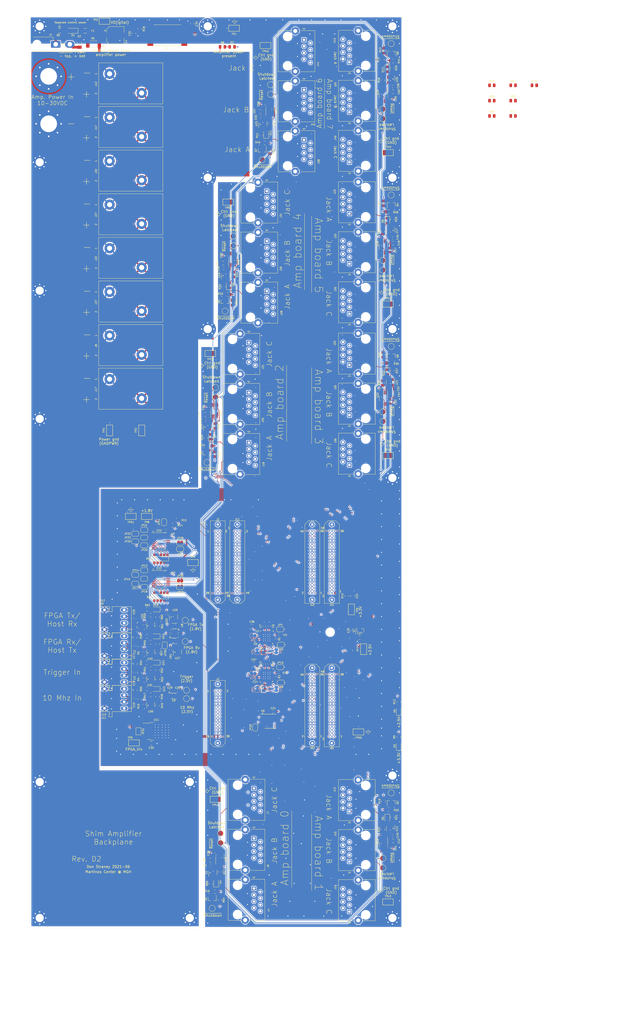
<source format=kicad_pcb>
(kicad_pcb (version 20171130) (host pcbnew "(5.1.9)-1")
  (title_block (title "64-channel Shim Amplifier: Backplane") (rev D2) (company "Martinos Center @ MGH") (comment 1 "Don Straney"))
  (layers (0 F.Cu mixed) (1 In1.Cu signal) (2 In2.Cu power) (3 In3.Cu signal hide) (4 In4.Cu power) (31 B.Cu signal) (34 B.Paste user) (35 F.Paste user) (36 B.SilkS user) (37 F.SilkS user) (38 B.Mask user) (39 F.Mask user) (44 Edge.Cuts user))
  (net 0 "")
  (net 1 GND)
  (net 2 "Net-(D1-Pad2)")
  (net 3 "Net-(D1-Pad1)")
  (net 4 "Net-(D2-Pad2)")
  (net 5 "Net-(D3-Pad2)")
  (net 6 "Net-(D4-Pad2)")
  (net 7 "Net-(D5-Pad2)")
  (net 8 "Net-(D6-Pad2)")
  (net 9 "Net-(D7-Pad2)")
  (net 10 "Net-(D8-Pad2)")
  (net 11 "Net-(D9-Pad2)")
  (net 12 "Net-(D10-Pad2)")
  (net 13 "Net-(D11-Pad2)")
  (net 14 +VDC)
  (net 15 GNDPWR)
  (net 16 "Net-(J1-Pad2)")
  (net 17 "Net-(Q1-Pad1)")
  (net 18 "Net-(Q2-Pad1)")
  (net 19 "Net-(Q3-Pad1)")
  (net 20 "Net-(Q4-Pad1)")
  (net 21 "Net-(Q5-Pad1)")
  (net 22 "Net-(Q6-Pad1)")
  (net 23 "Net-(Q7-Pad1)")
  (net 24 "Net-(Q8-Pad1)")
  (net 25 "Net-(R66-Pad1)")
  (net 26 +2.5V)
  (net 27 +3V3)
  (net 28 VD)
  (net 29 "Net-(J2-Pad1)")
  (net 30 "Net-(J2-Pad2)")
  (net 31 "Net-(J2-Pad3)")
  (net 32 "Net-(J2-Pad4)")
  (net 33 "Net-(J2-Pad7)")
  (net 34 "Net-(J2-Pad8)")
  (net 35 "Net-(J2-Pad11)")
  (net 36 "Net-(J2-Pad12)")
  (net 37 "Net-(J2-Pad13)")
  (net 38 "Net-(J2-Pad14)")
  (net 39 "Net-(J2-Pad15)")
  (net 40 "Net-(J2-Pad16)")
  (net 41 "Net-(J2-Pad17)")
  (net 42 "Net-(J2-Pad18)")
  (net 43 "Net-(J2-Pad21)")
  (net 44 "Net-(J2-Pad22)")
  (net 45 "Net-(J2-Pad23)")
  (net 46 "Net-(J2-Pad24)")
  (net 47 "Net-(J2-Pad25)")
  (net 48 "Net-(J3-Pad40)")
  (net 49 "Net-(J3-Pad39)")
  (net 50 "Net-(J3-Pad32)")
  (net 51 "Net-(J3-Pad31)")
  (net 52 "Net-(J3-Pad30)")
  (net 53 "Net-(J3-Pad29)")
  (net 54 "Net-(J3-Pad26)")
  (net 55 "Net-(J3-Pad25)")
  (net 56 "Net-(J3-Pad24)")
  (net 57 "Net-(J3-Pad23)")
  (net 58 "Net-(J3-Pad4)")
  (net 59 "Net-(J3-Pad2)")
  (net 60 "Net-(J3-Pad1)")
  (net 61 /SDA0)
  (net 62 /~ADC_CS-0)
  (net 63 "/Amp board 0 interface/~Shutdown")
  (net 64 /~ADC_CS+0)
  (net 65 /ADC_MOSI+0)
  (net 66 /ADC_MOSI-0)
  (net 67 /SCL0)
  (net 68 /ADC_MISO-0)
  (net 69 /ADC_MISO+0)
  (net 70 /SCKO+0)
  (net 71 /SCKO-0)
  (net 72 /DAC_MISO+0)
  (net 73 /DAC_MISO-0)
  (net 74 /DAC_MOSI-0)
  (net 75 /DAC_MOSI+0)
  (net 76 /SCKI-0)
  (net 77 /SCKI+0)
  (net 78 /~DAC_CS-0)
  (net 79 /~DAC_CS+0)
  (net 80 /~LDAC+0)
  (net 81 /~LDAC-0)
  (net 82 "Net-(J6-Pad6)")
  (net 83 "Net-(J6-Pad3)")
  (net 84 /SDA1)
  (net 85 /~ADC_CS-1)
  (net 86 "/Amp board 1 interface/~Shutdown")
  (net 87 /~ADC_CS+1)
  (net 88 /ADC_MOSI+1)
  (net 89 /ADC_MOSI-1)
  (net 90 /SCL1)
  (net 91 /ADC_MISO-1)
  (net 92 /ADC_MISO+1)
  (net 93 /SCKO+1)
  (net 94 /SCKO-1)
  (net 95 /DAC_MISO+1)
  (net 96 /DAC_MISO-1)
  (net 97 /DAC_MOSI-1)
  (net 98 /DAC_MOSI+1)
  (net 99 /SCKI-1)
  (net 100 /SCKI+1)
  (net 101 /~DAC_CS-1)
  (net 102 /~DAC_CS+1)
  (net 103 /~LDAC+1)
  (net 104 /~LDAC-1)
  (net 105 /SDA2)
  (net 106 /~ADC_CS-2)
  (net 107 "/Amp board 2 interface/~Shutdown")
  (net 108 /~ADC_CS+2)
  (net 109 /ADC_MOSI+2)
  (net 110 /ADC_MOSI-2)
  (net 111 /SCL2)
  (net 112 /ADC_MISO-2)
  (net 113 /ADC_MISO+2)
  (net 114 /SCKO+2)
  (net 115 /SCKO-2)
  (net 116 /DAC_MISO+2)
  (net 117 /DAC_MISO-2)
  (net 118 /DAC_MOSI-2)
  (net 119 /DAC_MOSI+2)
  (net 120 /SCKI-2)
  (net 121 /SCKI+2)
  (net 122 /~DAC_CS-2)
  (net 123 /~DAC_CS+2)
  (net 124 /~LDAC+2)
  (net 125 /~LDAC-2)
  (net 126 /SDA3)
  (net 127 /~ADC_CS-3)
  (net 128 "/Amp board 3 interface/~Shutdown")
  (net 129 /~ADC_CS+3)
  (net 130 /ADC_MOSI+3)
  (net 131 /ADC_MOSI-3)
  (net 132 /SCL3)
  (net 133 /ADC_MISO-3)
  (net 134 /ADC_MISO+3)
  (net 135 /SCKO+3)
  (net 136 /SCKO-3)
  (net 137 /DAC_MISO+3)
  (net 138 /DAC_MISO-3)
  (net 139 /DAC_MOSI-3)
  (net 140 /DAC_MOSI+3)
  (net 141 /SCKI-3)
  (net 142 /SCKI+3)
  (net 143 /~DAC_CS-3)
  (net 144 /~DAC_CS+3)
  (net 145 /~LDAC+3)
  (net 146 /~LDAC-3)
  (net 147 /SDA4)
  (net 148 /~ADC_CS-4)
  (net 149 "/Amp board 4 interface/~Shutdown")
  (net 150 /~ADC_CS+4)
  (net 151 /ADC_MOSI+4)
  (net 152 /ADC_MOSI-4)
  (net 153 /SCL4)
  (net 154 /ADC_MISO-4)
  (net 155 /ADC_MISO+4)
  (net 156 /SCKO+4)
  (net 157 /SCKO-4)
  (net 158 /DAC_MISO+4)
  (net 159 /DAC_MISO-4)
  (net 160 /DAC_MOSI-4)
  (net 161 /DAC_MOSI+4)
  (net 162 /SCKI-4)
  (net 163 /SCKI+4)
  (net 164 /~DAC_CS-4)
  (net 165 /~DAC_CS+4)
  (net 166 /~LDAC+4)
  (net 167 /~LDAC-4)
  (net 168 /SDA5)
  (net 169 /~ADC_CS-5)
  (net 170 "/Amp board 5 interface/~Shutdown")
  (net 171 /~ADC_CS+5)
  (net 172 /ADC_MOSI+5)
  (net 173 /ADC_MOSI-5)
  (net 174 /SCL5)
  (net 175 /ADC_MISO-5)
  (net 176 /ADC_MISO+5)
  (net 177 /SCKO+5)
  (net 178 /SCKO-5)
  (net 179 /DAC_MISO+5)
  (net 180 /DAC_MISO-5)
  (net 181 /DAC_MOSI-5)
  (net 182 /DAC_MOSI+5)
  (net 183 /SCKI-5)
  (net 184 /SCKI+5)
  (net 185 /~DAC_CS-5)
  (net 186 /~DAC_CS+5)
  (net 187 /~LDAC+5)
  (net 188 /~LDAC-5)
  (net 189 /SDA6)
  (net 190 /~ADC_CS-6)
  (net 191 "/Amp board 6 interface/~Shutdown")
  (net 192 /~ADC_CS+6)
  (net 193 /ADC_MOSI+6)
  (net 194 /ADC_MOSI-6)
  (net 195 /SCL6)
  (net 196 /ADC_MISO-6)
  (net 197 /ADC_MISO+6)
  (net 198 /SCKO+6)
  (net 199 /SCKO-6)
  (net 200 /DAC_MISO+6)
  (net 201 /DAC_MISO-6)
  (net 202 /DAC_MOSI-6)
  (net 203 /DAC_MOSI+6)
  (net 204 /SCKI-6)
  (net 205 /SCKI+6)
  (net 206 /~DAC_CS-6)
  (net 207 /~DAC_CS+6)
  (net 208 /~LDAC+6)
  (net 209 /~LDAC-6)
  (net 210 /SDA7)
  (net 211 /~ADC_CS-7)
  (net 212 "/Amp board 7 interface/~Shutdown")
  (net 213 /~ADC_CS+7)
  (net 214 /ADC_MOSI+7)
  (net 215 /ADC_MOSI-7)
  (net 216 /SCL7)
  (net 217 /ADC_MISO-7)
  (net 218 /ADC_MISO+7)
  (net 219 /SCKO+7)
  (net 220 /SCKO-7)
  (net 221 /DAC_MISO+7)
  (net 222 /DAC_MISO-7)
  (net 223 /DAC_MOSI-7)
  (net 224 /DAC_MOSI+7)
  (net 225 /SCKI-7)
  (net 226 /SCKI+7)
  (net 227 /~DAC_CS-7)
  (net 228 /~DAC_CS+7)
  (net 229 /~LDAC+7)
  (net 230 /~LDAC-7)
  (net 231 "Net-(JA1-Pad40)")
  (net 232 "Net-(JA1-Pad39)")
  (net 233 "Net-(JA1-Pad2)")
  (net 234 "Net-(JA1-Pad1)")
  (net 235 "Net-(JA2-Pad40)")
  (net 236 "Net-(JA2-Pad39)")
  (net 237 "Net-(JA2-Pad2)")
  (net 238 "Net-(JA2-Pad1)")
  (net 239 "Net-(JB1-Pad40)")
  (net 240 "Net-(JB1-Pad39)")
  (net 241 "Net-(JB1-Pad2)")
  (net 242 "Net-(JB1-Pad1)")
  (net 243 "Net-(JB2-Pad40)")
  (net 244 "Net-(JB2-Pad39)")
  (net 245 "Net-(JB2-Pad2)")
  (net 246 "Net-(JB2-Pad1)")
  (net 247 "Net-(JC1-Pad40)")
  (net 248 "Net-(JC1-Pad39)")
  (net 249 "Net-(JC1-Pad2)")
  (net 250 "Net-(JC1-Pad1)")
  (net 251 "Net-(JP1-Pad2)")
  (net 252 "Net-(JP3-Pad2)")
  (net 253 "Net-(JP4-Pad2)")
  (net 254 "Net-(JP5-Pad2)")
  (net 255 "Net-(JP6-Pad2)")
  (net 256 "Net-(JP7-Pad2)")
  (net 257 "Net-(JP9-Pad2)")
  (net 258 "Net-(JP10-Pad2)")
  (net 259 "Net-(JP11-Pad2)")
  (net 260 "Net-(JP12-Pad2)")
  (net 261 /Shutdown_Force)
  (net 262 /Shutdown_Sense1)
  (net 263 /Shutdown_Sense2)
  (net 264 /Shutdown_Sense0)
  (net 265 /Shutdown_Sense3)
  (net 266 /Shutdown_Sense4)
  (net 267 /Shutdown_Sense5)
  (net 268 /Shutdown_Sense6)
  (net 269 /Shutdown_Sense7)
  (net 270 "Net-(U1-Pad4)")
  (net 271 "Net-(U2-Pad1)")
  (net 272 "Net-(U2-Pad30)")
  (net 273 "Net-(U3-Pad1)")
  (net 274 "Net-(U3-Pad30)")
  (net 275 "Net-(U12-Pad4)")
  (net 276 "Net-(U14-Pad4)")
  (net 277 "Net-(U17-Pad4)")
  (net 278 "Net-(C16-Pad2)")
  (net 279 "Net-(C17-Pad2)")
  (net 280 "Net-(C10-Pad1)")
  (net 281 "Net-(C19-Pad2)")
  (net 282 +1.8V)
  (net 283 "Net-(C34-Pad2)")
  (net 284 "/FPGA Board, Signal Distribution/FPGA_Vin")
  (net 285 "Net-(D12-Pad2)")
  (net 286 "Net-(D13-Pad2)")
  (net 287 "/FPGA Board, Signal Distribution/~FPGA_Rst_1.8")
  (net 288 "/FPGA Board, Signal Distribution/SCL")
  (net 289 "/FPGA Board, Signal Distribution/UART_Rx_FPGA_1.8")
  (net 290 "/FPGA Board, Signal Distribution/SDA")
  (net 291 "/FPGA Board, Signal Distribution/UART_Tx_FPGA_1.8")
  (net 292 "/FPGA Board, Signal Distribution/UART_Rx_FPGA")
  (net 293 "Net-(J9-Pad4)")
  (net 294 "Net-(J10-Pad4)")
  (net 295 "/FPGA Board, Signal Distribution/10Mhz")
  (net 296 "Net-(J11-Pad4)")
  (net 297 "Net-(J12-Pad2)")
  (net 298 "/FPGA Board, Signal Distribution/UART_Tx_FPGA")
  (net 299 "Net-(J15-Pad6)")
  (net 300 "Net-(J15-Pad3)")
  (net 301 "Net-(J20-Pad6)")
  (net 302 "Net-(J20-Pad3)")
  (net 303 "Net-(J25-Pad6)")
  (net 304 "Net-(J25-Pad3)")
  (net 305 "Net-(J30-Pad6)")
  (net 306 "Net-(J30-Pad3)")
  (net 307 "Net-(J35-Pad6)")
  (net 308 "Net-(J35-Pad3)")
  (net 309 "Net-(J40-Pad6)")
  (net 310 "Net-(J40-Pad3)")
  (net 311 "Net-(J45-Pad6)")
  (net 312 "Net-(J45-Pad3)")
  (net 313 /~Shutdown_Reset)
  (net 314 "/FPGA Board, Signal Distribution/Shutdown_Sense")
  (net 315 "/FPGA Board, Signal Distribution/Shutdown_Sense_Sel1")
  (net 316 "/FPGA Board, Signal Distribution/10Mhz_2.5")
  (net 317 "/FPGA Board, Signal Distribution/Trigger_2.5")
  (net 318 "/FPGA Board, Signal Distribution/Shutdown_Sense_Sel0")
  (net 319 "/FPGA Board, Signal Distribution/Shutdown_Sense_Sel2")
  (net 320 "Net-(JP13-Pad2)")
  (net 321 "Net-(JP14-Pad2)")
  (net 322 "Net-(JP15-Pad2)")
  (net 323 "Net-(JP17-Pad1)")
  (net 324 "Net-(JP18-Pad1)")
  (net 325 "Net-(JP19-Pad1)")
  (net 326 "Net-(JP20-Pad1)")
  (net 327 "Net-(JP21-Pad2)")
  (net 328 "Net-(JP22-Pad2)")
  (net 329 "Net-(JP23-Pad2)")
  (net 330 "Net-(JP25-Pad1)")
  (net 331 "Net-(JP26-Pad1)")
  (net 332 "Net-(JP27-Pad1)")
  (net 333 "Net-(JP28-Pad1)")
  (net 334 "Net-(JP29-Pad2)")
  (net 335 "Net-(JP30-Pad2)")
  (net 336 "Net-(L1-Pad1)")
  (net 337 "Net-(R21-Pad1)")
  (net 338 "Net-(R25-Pad1)")
  (net 339 "Net-(R29-Pad1)")
  (net 340 "Net-(R33-Pad1)")
  (net 341 "Net-(R37-Pad1)")
  (net 342 "Net-(R41-Pad1)")
  (net 343 "Net-(R45-Pad1)")
  (net 344 "Net-(R51-Pad2)")
  (net 345 "Net-(U4-Pad17)")
  (net 346 "Net-(U5-Pad17)")
  (net 347 "Net-(U6-Pad6)")
  (net 348 "Net-(U10-Pad6)")
  (net 349 "Net-(U19-Pad4)")
  (net 350 "Net-(U21-Pad4)")
  (net 351 "Net-(U23-Pad4)")
  (net 352 "Net-(U25-Pad4)")
  (net 353 "/FPGA Board, Signal Distribution/RGMII_TX_CLK")
  (net 354 "/FPGA Board, Signal Distribution/RGMII_TXD2")
  (net 355 "/FPGA Board, Signal Distribution/RGMII_TXD0")
  (net 356 "/FPGA Board, Signal Distribution/RGMII_TXD1")
  (net 357 "/FPGA Board, Signal Distribution/RGMII_TXD3")
  (net 358 "/FPGA Board, Signal Distribution/RGMII_RXD0")
  (net 359 "/FPGA Board, Signal Distribution/RGMII_TX_CTL")
  (net 360 "/FPGA Board, Signal Distribution/RGMII_RX_CLK")
  (net 361 "/FPGA Board, Signal Distribution/RGMII_RXD1")
  (net 362 "/FPGA Board, Signal Distribution/RGMII_RX_CTL")
  (net 363 "/FPGA Board, Signal Distribution/RGMII_RXD2")
  (net 364 "/FPGA Board, Signal Distribution/RGMII_RXD3")
  (net 365 "/FPGA Board, Signal Distribution/Eth_Clk")
  (net 366 "/FPGA Board, Signal Distribution/~FPGA_Rst")
  (net 367 "Net-(D14-Pad2)")
  (net 368 "Net-(D15-Pad2)")
  (net 369 "Net-(D16-Pad2)")
  (net 370 "/Activitiy Indicator (Rx)/In")
  (net 371 "/Activity Indicator (Trigger)/In")
  (net 372 "/Activity Indicator (Tx)/In")
  (net 373 "Net-(R47-Pad2)")
  (net 374 "Net-(R49-Pad1)")
  (net 375 "Net-(R50-Pad1)")
  (net 376 "Net-(R53-Pad1)")
  (net 377 "Net-(R54-Pad1)")
  (net 378 "Net-(R55-Pad2)")
  (net 379 "Net-(R57-Pad1)")
  (net 380 "Net-(R58-Pad1)")
  (net 381 "Net-(R59-Pad2)")
  (net 382 "Net-(R61-Pad1)")
  (net 383 "Net-(R62-Pad1)")
  (net 384 "/FPGA Board, Signal Distribution/LDAC+")
  (net 385 "/FPGA Board, Signal Distribution/LDAC-")
  (net 386 "/FPGA Board, Signal Distribution/~SCKI-")
  (net 387 "/FPGA Board, Signal Distribution/~SCKI+")
  (net 388 "/FPGA Board, Signal Distribution/I2C_Pwr")
  (net 389 "Net-(J1-Pad1)")
  (net 390 /Shutdown_Reset)
  (net 391 "Net-(U13-Pad5)")
  (net 392 "Net-(U15-Pad5)")
  (net 393 "Net-(U16-Pad5)")
  (net 394 "Net-(U18-Pad5)")
  (net 395 "Net-(U20-Pad5)")
  (net 396 "Net-(U22-Pad5)")
  (net 397 "Net-(U24-Pad5)")
  (net 398 "Net-(U26-Pad5)")
  (module Resistor_SMD:R_0805_2012Metric (layer F.Cu) (at 164.75 38 270)
    (fp_text reference R72 (at 0 1.5 90) (layer F.SilkS) (effects (font (size 0.7 0.7) (thickness 0.12))))
    (fp_text value 20K)
    (pad 2 smd roundrect (at 0.9125 0 270) (size 1.025 1.4) (layers F.Cu F.Paste F.Mask) (roundrect_rratio 0.243902) (net 269 /Shutdown_Sense7))
    (pad 1 smd roundrect (at -0.9125 0 270) (size 1.025 1.4) (layers F.Cu F.Paste F.Mask) (roundrect_rratio 0.243902) (net 24 "Net-(Q8-Pad1)"))
  )
  (module Resistor_SMD:R_0805_2012Metric (layer F.Cu) (at 215.78 59.94)
    (fp_text reference R71 (at 0 -1.65) (layer F.SilkS) (effects (font (size 0.7 0.7) (thickness 0.12))))
    (fp_text value 20K)
    (pad 2 smd roundrect (at 0.9125 0) (size 1.025 1.4) (layers F.Cu F.Paste F.Mask) (roundrect_rratio 0.243902) (net 268 /Shutdown_Sense6))
    (pad 1 smd roundrect (at -0.9125 0) (size 1.025 1.4) (layers F.Cu F.Paste F.Mask) (roundrect_rratio 0.243902) (net 23 "Net-(Q7-Pad1)"))
  )
  (module Resistor_SMD:R_0805_2012Metric (layer F.Cu) (at 224.06 48)
    (fp_text reference R70 (at 0 -1.65) (layer F.SilkS) (effects (font (size 0.7 0.7) (thickness 0.12))))
    (fp_text value 20K)
    (pad 2 smd roundrect (at 0.9125 0) (size 1.025 1.4) (layers F.Cu F.Paste F.Mask) (roundrect_rratio 0.243902) (net 265 /Shutdown_Sense3))
    (pad 1 smd roundrect (at -0.9125 0) (size 1.025 1.4) (layers F.Cu F.Paste F.Mask) (roundrect_rratio 0.243902) (net 22 "Net-(Q6-Pad1)"))
  )
  (module Resistor_SMD:R_0805_2012Metric (layer F.Cu) (at 215.78 53.97)
    (fp_text reference R69 (at 0 -1.65) (layer F.SilkS) (effects (font (size 0.7 0.7) (thickness 0.12))))
    (fp_text value 20K)
    (pad 2 smd roundrect (at 0.9125 0) (size 1.025 1.4) (layers F.Cu F.Paste F.Mask) (roundrect_rratio 0.243902) (net 266 /Shutdown_Sense4))
    (pad 1 smd roundrect (at -0.9125 0) (size 1.025 1.4) (layers F.Cu F.Paste F.Mask) (roundrect_rratio 0.243902) (net 21 "Net-(Q5-Pad1)"))
  )
  (module Resistor_SMD:R_0805_2012Metric (layer F.Cu) (at 207.5 59.94)
    (fp_text reference R68 (at 0 -1.65) (layer F.SilkS) (effects (font (size 0.7 0.7) (thickness 0.12))))
    (fp_text value 20K)
    (pad 2 smd roundrect (at 0.9125 0) (size 1.025 1.4) (layers F.Cu F.Paste F.Mask) (roundrect_rratio 0.243902) (net 267 /Shutdown_Sense5))
    (pad 1 smd roundrect (at -0.9125 0) (size 1.025 1.4) (layers F.Cu F.Paste F.Mask) (roundrect_rratio 0.243902) (net 20 "Net-(Q4-Pad1)"))
  )
  (module Resistor_SMD:R_0805_2012Metric (layer F.Cu) (at 215.78 48)
    (fp_text reference R67 (at 0 -1.65) (layer F.SilkS) (effects (font (size 0.7 0.7) (thickness 0.12))))
    (fp_text value 20K)
    (pad 2 smd roundrect (at 0.9125 0) (size 1.025 1.4) (layers F.Cu F.Paste F.Mask) (roundrect_rratio 0.243902) (net 263 /Shutdown_Sense2))
    (pad 1 smd roundrect (at -0.9125 0) (size 1.025 1.4) (layers F.Cu F.Paste F.Mask) (roundrect_rratio 0.243902) (net 19 "Net-(Q3-Pad1)"))
  )
  (module Resistor_SMD:R_0805_2012Metric (layer F.Cu) (at 207.5 53.97)
    (fp_text reference R65 (at 0 -1.65) (layer F.SilkS) (effects (font (size 0.7 0.7) (thickness 0.12))))
    (fp_text value 20K)
    (pad 2 smd roundrect (at 0.9125 0) (size 1.025 1.4) (layers F.Cu F.Paste F.Mask) (roundrect_rratio 0.243902) (net 262 /Shutdown_Sense1))
    (pad 1 smd roundrect (at -0.9125 0) (size 1.025 1.4) (layers F.Cu F.Paste F.Mask) (roundrect_rratio 0.243902) (net 18 "Net-(Q2-Pad1)"))
  )
  (module Resistor_SMD:R_0805_2012Metric (layer F.Cu) (at 207.5 48)
    (fp_text reference R63 (at 0 -1.65) (layer F.SilkS) (effects (font (size 0.7 0.7) (thickness 0.12))))
    (fp_text value 20K)
    (pad 2 smd roundrect (at 0.9125 0) (size 1.025 1.4) (layers F.Cu F.Paste F.Mask) (roundrect_rratio 0.243902) (net 264 /Shutdown_Sense0))
    (pad 1 smd roundrect (at -0.9125 0) (size 1.025 1.4) (layers F.Cu F.Paste F.Mask) (roundrect_rratio 0.243902) (net 17 "Net-(Q1-Pad1)"))
  )
  (module Martinos:Conn_Samtec_TFM-115-x1,3-x-D-WT (layer F.Cu) (at 100.665 292.86)
    (fp_text reference J2 (at 0 -13.5) (layer F.SilkS) (effects (font (size 0.7 0.7) (thickness 0.12))))
    (fp_text value Conn_02x15_Odd_Even)
    (fp_text user 30 (at 2 9) (layer B.SilkS) (effects (font (size 0.7 0.7) (thickness 0.12)) (justify mirror)))
    (fp_text user 29 (at -2 9) (layer B.SilkS) (effects (font (size 0.7 0.7) (thickness 0.12)) (justify mirror)))
    (fp_text user 2 (at 1.5 -9) (layer B.SilkS) (effects (font (size 0.7 0.7) (thickness 0.12)) (justify mirror)))
    (fp_text user 1 (at -1.5 -9) (layer B.SilkS) (effects (font (size 0.7 0.7) (thickness 0.12)) (justify mirror)))
    (fp_text user 2 (at 3.75 -8.825 180) (layer F.SilkS) (effects (font (size 0.7 0.7))))
    (fp_text user 29 (at -4 8.89) (layer F.SilkS) (effects (font (size 0.7 0.7))))
    (fp_text user 30 (at 4 8.825 180) (layer F.SilkS) (effects (font (size 0.7 0.7))))
    (fp_text user 1 (at -3.75 -8.825) (layer F.SilkS) (effects (font (size 0.7 0.7))))
    (pad 30 thru_hole circle (at 0.635 8.89) (size 1.05 1.05) (drill 0.635) (layers *.Cu *.Mask) (net 284 "/FPGA Board, Signal Distribution/FPGA_Vin"))
    (pad 29 thru_hole circle (at -0.635 8.89) (size 1.05 1.05) (drill 0.635) (layers *.Cu *.Mask) (net 284 "/FPGA Board, Signal Distribution/FPGA_Vin"))
    (pad 28 thru_hole circle (at 0.635 7.62) (size 1.05 1.05) (drill 0.635) (layers *.Cu *.Mask) (net 1 GND))
    (pad 27 thru_hole circle (at -0.635 7.62) (size 1.05 1.05) (drill 0.635) (layers *.Cu *.Mask) (net 1 GND))
    (pad 26 thru_hole circle (at 0.635 6.35) (size 1.05 1.05) (drill 0.635) (layers *.Cu *.Mask) (net 1 GND))
    (pad 25 thru_hole circle (at -0.635 6.35) (size 1.05 1.05) (drill 0.635) (layers *.Cu *.Mask) (net 47 "Net-(J2-Pad25)"))
    (pad 24 thru_hole circle (at 0.635 5.08) (size 1.05 1.05) (drill 0.635) (layers *.Cu *.Mask) (net 46 "Net-(J2-Pad24)"))
    (pad 23 thru_hole circle (at -0.635 5.08) (size 1.05 1.05) (drill 0.635) (layers *.Cu *.Mask) (net 45 "Net-(J2-Pad23)"))
    (pad 22 thru_hole circle (at 0.635 3.81) (size 1.05 1.05) (drill 0.635) (layers *.Cu *.Mask) (net 44 "Net-(J2-Pad22)"))
    (pad 21 thru_hole circle (at -0.635 3.81) (size 1.05 1.05) (drill 0.635) (layers *.Cu *.Mask) (net 43 "Net-(J2-Pad21)"))
    (pad 20 thru_hole circle (at 0.635 2.54) (size 1.05 1.05) (drill 0.635) (layers *.Cu *.Mask) (net 1 GND))
    (pad 19 thru_hole circle (at -0.635 2.54) (size 1.05 1.05) (drill 0.635) (layers *.Cu *.Mask) (net 287 "/FPGA Board, Signal Distribution/~FPGA_Rst_1.8"))
    (pad 18 thru_hole circle (at 0.635 1.27) (size 1.05 1.05) (drill 0.635) (layers *.Cu *.Mask) (net 42 "Net-(J2-Pad18)"))
    (pad 17 thru_hole circle (at -0.635 1.27) (size 1.05 1.05) (drill 0.635) (layers *.Cu *.Mask) (net 41 "Net-(J2-Pad17)"))
    (pad 16 thru_hole circle (at 0.635 0) (size 1.05 1.05) (drill 0.635) (layers *.Cu *.Mask) (net 40 "Net-(J2-Pad16)"))
    (pad 15 thru_hole circle (at -0.635 0) (size 1.05 1.05) (drill 0.635) (layers *.Cu *.Mask) (net 39 "Net-(J2-Pad15)"))
    (pad 14 thru_hole circle (at 0.635 -1.27) (size 1.05 1.05) (drill 0.635) (layers *.Cu *.Mask) (net 38 "Net-(J2-Pad14)"))
    (pad 13 thru_hole circle (at -0.635 -1.27) (size 1.05 1.05) (drill 0.635) (layers *.Cu *.Mask) (net 37 "Net-(J2-Pad13)"))
    (pad 12 thru_hole circle (at 0.635 -2.54) (size 1.05 1.05) (drill 0.635) (layers *.Cu *.Mask) (net 36 "Net-(J2-Pad12)"))
    (pad 11 thru_hole circle (at -0.635 -2.54) (size 1.05 1.05) (drill 0.635) (layers *.Cu *.Mask) (net 35 "Net-(J2-Pad11)"))
    (pad 10 thru_hole circle (at 0.635 -3.81) (size 1.05 1.05) (drill 0.635) (layers *.Cu *.Mask) (net 1 GND))
    (pad 9 thru_hole circle (at -0.635 -3.81) (size 1.05 1.05) (drill 0.635) (layers *.Cu *.Mask) (net 1 GND))
    (pad 8 thru_hole circle (at 0.635 -5.08) (size 1.05 1.05) (drill 0.635) (layers *.Cu *.Mask) (net 34 "Net-(J2-Pad8)"))
    (pad 7 thru_hole circle (at -0.635 -5.08) (size 1.05 1.05) (drill 0.635) (layers *.Cu *.Mask) (net 33 "Net-(J2-Pad7)"))
    (pad 6 thru_hole circle (at 0.635 -6.35) (size 1.05 1.05) (drill 0.635) (layers *.Cu *.Mask) (net 1 GND))
    (pad 5 thru_hole circle (at -0.635 -6.35) (size 1.05 1.05) (drill 0.635) (layers *.Cu *.Mask) (net 1 GND))
    (pad 4 thru_hole circle (at 0.635 -7.62) (size 1.05 1.05) (drill 0.635) (layers *.Cu *.Mask) (net 32 "Net-(J2-Pad4)"))
    (pad 3 thru_hole circle (at -0.635 -7.62) (size 1.05 1.05) (drill 0.635) (layers *.Cu *.Mask) (net 31 "Net-(J2-Pad3)"))
    (pad 2 thru_hole circle (at 0.635 -8.89) (size 1.05 1.05) (drill 0.635) (layers *.Cu *.Mask) (net 30 "Net-(J2-Pad2)"))
    (pad 1 thru_hole circle (at -0.635 -8.89) (size 1.05 1.05) (drill 0.635) (layers *.Cu *.Mask) (net 29 "Net-(J2-Pad1)"))
    (pad "" thru_hole circle (at 0 11.48) (size 1.84 1.84) (drill 0.84) (layers *.Cu *.Mask))
    (pad "" thru_hole circle (at 0 -11.48) (size 1.84 1.84) (drill 0.84) (layers *.Cu *.Mask))
  )
  (module Martinos:Conn_Samtec_TFM-120-x1,3-x-D-WT (layer F.Cu) (at 108.285 233.805)
    (fp_text reference JC1 (at 0 -16.675) (layer F.SilkS) (effects (font (size 0.7 0.7) (thickness 0.12))))
    (fp_text value Conn_02x20_Odd_Even)
    (fp_text user 1 (at -3.285 -13.305) (layer F.SilkS) (effects (font (size 0.7 0.7))))
    (fp_text user 40 (at 4 12 180) (layer F.SilkS) (effects (font (size 0.7 0.7))))
    (fp_text user 39 (at -3.535 13.195) (layer F.SilkS) (effects (font (size 0.7 0.7))))
    (fp_text user 2 (at 3.75 -12 180) (layer F.SilkS) (effects (font (size 0.7 0.7))))
    (fp_text user 1 (at -1.5 -12.175) (layer B.SilkS) (effects (font (size 0.7 0.7) (thickness 0.12)) (justify mirror)))
    (fp_text user 2 (at 1.5 -12.175) (layer B.SilkS) (effects (font (size 0.7 0.7) (thickness 0.12)) (justify mirror)))
    (fp_text user 39 (at -2 12.175) (layer B.SilkS) (effects (font (size 0.7 0.7) (thickness 0.12)) (justify mirror)))
    (fp_text user 40 (at 2 12.175) (layer B.SilkS) (effects (font (size 0.7 0.7) (thickness 0.12)) (justify mirror)))
    (pad 40 thru_hole circle (at 0.635 12.065) (size 1.05 1.05) (drill 0.635) (layers *.Cu *.Mask) (net 247 "Net-(JC1-Pad40)"))
    (pad 39 thru_hole circle (at -0.635 12.065) (size 1.05 1.05) (drill 0.635) (layers *.Cu *.Mask) (net 248 "Net-(JC1-Pad39)"))
    (pad 38 thru_hole circle (at 0.635 10.795) (size 1.05 1.05) (drill 0.635) (layers *.Cu *.Mask) (net 158 /DAC_MISO+4))
    (pad 37 thru_hole circle (at -0.635 10.795) (size 1.05 1.05) (drill 0.635) (layers *.Cu *.Mask) (net 157 /SCKO-4))
    (pad 36 thru_hole circle (at 0.635 9.525) (size 1.05 1.05) (drill 0.635) (layers *.Cu *.Mask) (net 159 /DAC_MISO-4))
    (pad 35 thru_hole circle (at -0.635 9.525) (size 1.05 1.05) (drill 0.635) (layers *.Cu *.Mask) (net 156 /SCKO+4))
    (pad 34 thru_hole circle (at 0.635 8.255) (size 1.05 1.05) (drill 0.635) (layers *.Cu *.Mask) (net 1 GND))
    (pad 33 thru_hole circle (at -0.635 8.255) (size 1.05 1.05) (drill 0.635) (layers *.Cu *.Mask) (net 1 GND))
    (pad 32 thru_hole circle (at 0.635 6.985) (size 1.05 1.05) (drill 0.635) (layers *.Cu *.Mask) (net 155 /ADC_MISO+4))
    (pad 31 thru_hole circle (at -0.635 6.985) (size 1.05 1.05) (drill 0.635) (layers *.Cu *.Mask) (net 106 /~ADC_CS-2))
    (pad "" thru_hole circle (at 0 -14.655) (size 1.84 1.84) (drill 0.84) (layers *.Cu *.Mask))
    (pad "" thru_hole circle (at 0 14.655) (size 1.84 1.84) (drill 0.84) (layers *.Cu *.Mask))
    (pad 1 thru_hole circle (at -0.635 -12.065) (size 1.05 1.05) (drill 0.635) (layers *.Cu *.Mask) (net 250 "Net-(JC1-Pad1)"))
    (pad 2 thru_hole circle (at 0.635 -12.065) (size 1.05 1.05) (drill 0.635) (layers *.Cu *.Mask) (net 249 "Net-(JC1-Pad2)"))
    (pad 3 thru_hole circle (at -0.635 -10.795) (size 1.05 1.05) (drill 0.635) (layers *.Cu *.Mask) (net 26 +2.5V))
    (pad 4 thru_hole circle (at 0.635 -10.795) (size 1.05 1.05) (drill 0.635) (layers *.Cu *.Mask) (net 319 "/FPGA Board, Signal Distribution/Shutdown_Sense_Sel2"))
    (pad 5 thru_hole circle (at -0.635 -9.525) (size 1.05 1.05) (drill 0.635) (layers *.Cu *.Mask) (net 151 /ADC_MOSI+4))
    (pad 6 thru_hole circle (at 0.635 -9.525) (size 1.05 1.05) (drill 0.635) (layers *.Cu *.Mask) (net 115 /SCKO-2))
    (pad 7 thru_hole circle (at -0.635 -8.255) (size 1.05 1.05) (drill 0.635) (layers *.Cu *.Mask) (net 152 /ADC_MOSI-4))
    (pad 8 thru_hole circle (at 0.635 -8.255) (size 1.05 1.05) (drill 0.635) (layers *.Cu *.Mask) (net 114 /SCKO+2))
    (pad 9 thru_hole circle (at -0.635 -6.985) (size 1.05 1.05) (drill 0.635) (layers *.Cu *.Mask) (net 1 GND))
    (pad 10 thru_hole circle (at 0.635 -6.985) (size 1.05 1.05) (drill 0.635) (layers *.Cu *.Mask) (net 1 GND))
    (pad 11 thru_hole circle (at -0.635 -5.715) (size 1.05 1.05) (drill 0.635) (layers *.Cu *.Mask) (net 119 /DAC_MOSI+2))
    (pad 12 thru_hole circle (at 0.635 -5.715) (size 1.05 1.05) (drill 0.635) (layers *.Cu *.Mask) (net 112 /ADC_MISO-2))
    (pad 13 thru_hole circle (at -0.635 -4.445) (size 1.05 1.05) (drill 0.635) (layers *.Cu *.Mask) (net 118 /DAC_MOSI-2))
    (pad 14 thru_hole circle (at 0.635 -4.445) (size 1.05 1.05) (drill 0.635) (layers *.Cu *.Mask) (net 113 /ADC_MISO+2))
    (pad 15 thru_hole circle (at -0.635 -3.175) (size 1.05 1.05) (drill 0.635) (layers *.Cu *.Mask) (net 1 GND))
    (pad 16 thru_hole circle (at 0.635 -3.175) (size 1.05 1.05) (drill 0.635) (layers *.Cu *.Mask) (net 1 GND))
    (pad 17 thru_hole circle (at -0.635 -1.905) (size 1.05 1.05) (drill 0.635) (layers *.Cu *.Mask) (net 116 /DAC_MISO+2))
    (pad 18 thru_hole circle (at 0.635 -1.905) (size 1.05 1.05) (drill 0.635) (layers *.Cu *.Mask) (net 122 /~DAC_CS-2))
    (pad 19 thru_hole circle (at -0.635 -0.635) (size 1.05 1.05) (drill 0.635) (layers *.Cu *.Mask) (net 117 /DAC_MISO-2))
    (pad 20 thru_hole circle (at 0.635 -0.635) (size 1.05 1.05) (drill 0.635) (layers *.Cu *.Mask) (net 123 /~DAC_CS+2))
    (pad 21 thru_hole circle (at -0.635 0.635) (size 1.05 1.05) (drill 0.635) (layers *.Cu *.Mask) (net 1 GND))
    (pad 22 thru_hole circle (at 0.635 0.635) (size 1.05 1.05) (drill 0.635) (layers *.Cu *.Mask) (net 1 GND))
    (pad 23 thru_hole circle (at -0.635 1.905) (size 1.05 1.05) (drill 0.635) (layers *.Cu *.Mask) (net 109 /ADC_MOSI+2))
    (pad 24 thru_hole circle (at 0.635 1.905) (size 1.05 1.05) (drill 0.635) (layers *.Cu *.Mask) (net 148 /~ADC_CS-4))
    (pad 25 thru_hole circle (at -0.635 3.175) (size 1.05 1.05) (drill 0.635) (layers *.Cu *.Mask) (net 110 /ADC_MOSI-2))
    (pad 26 thru_hole circle (at 0.635 3.175) (size 1.05 1.05) (drill 0.635) (layers *.Cu *.Mask) (net 150 /~ADC_CS+4))
    (pad 27 thru_hole circle (at -0.635 4.445) (size 1.05 1.05) (drill 0.635) (layers *.Cu *.Mask) (net 1 GND))
    (pad 28 thru_hole circle (at 0.635 4.445) (size 1.05 1.05) (drill 0.635) (layers *.Cu *.Mask) (net 1 GND))
    (pad 29 thru_hole circle (at -0.635 5.715) (size 1.05 1.05) (drill 0.635) (layers *.Cu *.Mask) (net 108 /~ADC_CS+2))
    (pad 30 thru_hole circle (at 0.635 5.715) (size 1.05 1.05) (drill 0.635) (layers *.Cu *.Mask) (net 154 /ADC_MISO-4))
  )
  (module Martinos:Conn_Samtec_TFM-120-x1,3-x-D-WT (layer F.Cu) (at 137.495 289.685 180)
    (fp_text reference JB2 (at 0 -16.675) (layer F.SilkS) (effects (font (size 0.7 0.7) (thickness 0.12))))
    (fp_text value Conn_02x20_Odd_Even)
    (fp_text user 1 (at -3.505 -12) (layer F.SilkS) (effects (font (size 0.7 0.7))))
    (fp_text user 40 (at 4 12 180) (layer F.SilkS) (effects (font (size 0.7 0.7))))
    (fp_text user 39 (at -3.755 12.065) (layer F.SilkS) (effects (font (size 0.7 0.7))))
    (fp_text user 2 (at 3.75 -12 180) (layer F.SilkS) (effects (font (size 0.7 0.7))))
    (fp_text user 1 (at -1.5 -12.175) (layer B.SilkS) (effects (font (size 0.7 0.7) (thickness 0.12)) (justify mirror)))
    (fp_text user 2 (at 1.5 -12.175) (layer B.SilkS) (effects (font (size 0.7 0.7) (thickness 0.12)) (justify mirror)))
    (fp_text user 39 (at -2 12.175) (layer B.SilkS) (effects (font (size 0.7 0.7) (thickness 0.12)) (justify mirror)))
    (fp_text user 40 (at 2 12.175) (layer B.SilkS) (effects (font (size 0.7 0.7) (thickness 0.12)) (justify mirror)))
    (pad 40 thru_hole circle (at 0.635 12.065 180) (size 1.05 1.05) (drill 0.635) (layers *.Cu *.Mask) (net 243 "Net-(JB2-Pad40)"))
    (pad 39 thru_hole circle (at -0.635 12.065 180) (size 1.05 1.05) (drill 0.635) (layers *.Cu *.Mask) (net 244 "Net-(JB2-Pad39)"))
    (pad 38 thru_hole circle (at 0.635 10.795 180) (size 1.05 1.05) (drill 0.635) (layers *.Cu *.Mask) (net 316 "/FPGA Board, Signal Distribution/10Mhz_2.5"))
    (pad 37 thru_hole circle (at -0.635 10.795 180) (size 1.05 1.05) (drill 0.635) (layers *.Cu *.Mask) (net 71 /SCKO-0))
    (pad 36 thru_hole circle (at 0.635 9.525 180) (size 1.05 1.05) (drill 0.635) (layers *.Cu *.Mask) (net 317 "/FPGA Board, Signal Distribution/Trigger_2.5"))
    (pad 35 thru_hole circle (at -0.635 9.525 180) (size 1.05 1.05) (drill 0.635) (layers *.Cu *.Mask) (net 70 /SCKO+0))
    (pad 34 thru_hole circle (at 0.635 8.255 180) (size 1.05 1.05) (drill 0.635) (layers *.Cu *.Mask) (net 1 GND))
    (pad 33 thru_hole circle (at -0.635 8.255 180) (size 1.05 1.05) (drill 0.635) (layers *.Cu *.Mask) (net 1 GND))
    (pad 32 thru_hole circle (at 0.635 6.985 180) (size 1.05 1.05) (drill 0.635) (layers *.Cu *.Mask) (net 129 /~ADC_CS+3))
    (pad 31 thru_hole circle (at -0.635 6.985 180) (size 1.05 1.05) (drill 0.635) (layers *.Cu *.Mask) (net 131 /ADC_MOSI-3))
    (pad "" thru_hole circle (at 0 -14.655 180) (size 1.84 1.84) (drill 0.84) (layers *.Cu *.Mask))
    (pad "" thru_hole circle (at 0 14.655 180) (size 1.84 1.84) (drill 0.84) (layers *.Cu *.Mask))
    (pad 1 thru_hole circle (at -0.635 -12.065 180) (size 1.05 1.05) (drill 0.635) (layers *.Cu *.Mask) (net 246 "Net-(JB2-Pad1)"))
    (pad 2 thru_hole circle (at 0.635 -12.065 180) (size 1.05 1.05) (drill 0.635) (layers *.Cu *.Mask) (net 245 "Net-(JB2-Pad2)"))
    (pad 3 thru_hole circle (at -0.635 -10.795 180) (size 1.05 1.05) (drill 0.635) (layers *.Cu *.Mask) (net 26 +2.5V))
    (pad 4 thru_hole circle (at 0.635 -10.795 180) (size 1.05 1.05) (drill 0.635) (layers *.Cu *.Mask) (net 318 "/FPGA Board, Signal Distribution/Shutdown_Sense_Sel0"))
    (pad 5 thru_hole circle (at -0.635 -9.525 180) (size 1.05 1.05) (drill 0.635) (layers *.Cu *.Mask) (net 79 /~DAC_CS+0))
    (pad 6 thru_hole circle (at 0.635 -9.525 180) (size 1.05 1.05) (drill 0.635) (layers *.Cu *.Mask) (net 66 /ADC_MOSI-0))
    (pad 7 thru_hole circle (at -0.635 -8.255 180) (size 1.05 1.05) (drill 0.635) (layers *.Cu *.Mask) (net 78 /~DAC_CS-0))
    (pad 8 thru_hole circle (at 0.635 -8.255 180) (size 1.05 1.05) (drill 0.635) (layers *.Cu *.Mask) (net 65 /ADC_MOSI+0))
    (pad 9 thru_hole circle (at -0.635 -6.985 180) (size 1.05 1.05) (drill 0.635) (layers *.Cu *.Mask) (net 1 GND))
    (pad 10 thru_hole circle (at 0.635 -6.985 180) (size 1.05 1.05) (drill 0.635) (layers *.Cu *.Mask) (net 1 GND))
    (pad 11 thru_hole circle (at -0.635 -5.715 180) (size 1.05 1.05) (drill 0.635) (layers *.Cu *.Mask) (net 69 /ADC_MISO+0))
    (pad 12 thru_hole circle (at 0.635 -5.715 180) (size 1.05 1.05) (drill 0.635) (layers *.Cu *.Mask) (net 73 /DAC_MISO-0))
    (pad 13 thru_hole circle (at -0.635 -4.445 180) (size 1.05 1.05) (drill 0.635) (layers *.Cu *.Mask) (net 68 /ADC_MISO-0))
    (pad 14 thru_hole circle (at 0.635 -4.445 180) (size 1.05 1.05) (drill 0.635) (layers *.Cu *.Mask) (net 72 /DAC_MISO+0))
    (pad 15 thru_hole circle (at -0.635 -3.175 180) (size 1.05 1.05) (drill 0.635) (layers *.Cu *.Mask) (net 1 GND))
    (pad 16 thru_hole circle (at 0.635 -3.175 180) (size 1.05 1.05) (drill 0.635) (layers *.Cu *.Mask) (net 1 GND))
    (pad 17 thru_hole circle (at -0.635 -1.905 180) (size 1.05 1.05) (drill 0.635) (layers *.Cu *.Mask) (net 64 /~ADC_CS+0))
    (pad 18 thru_hole circle (at 0.635 -1.905 180) (size 1.05 1.05) (drill 0.635) (layers *.Cu *.Mask) (net 74 /DAC_MOSI-0))
    (pad 19 thru_hole circle (at -0.635 -0.635 180) (size 1.05 1.05) (drill 0.635) (layers *.Cu *.Mask) (net 62 /~ADC_CS-0))
    (pad 20 thru_hole circle (at 0.635 -0.635 180) (size 1.05 1.05) (drill 0.635) (layers *.Cu *.Mask) (net 75 /DAC_MOSI+0))
    (pad 21 thru_hole circle (at -0.635 0.635 180) (size 1.05 1.05) (drill 0.635) (layers *.Cu *.Mask) (net 1 GND))
    (pad 22 thru_hole circle (at 0.635 0.635 180) (size 1.05 1.05) (drill 0.635) (layers *.Cu *.Mask) (net 1 GND))
    (pad 23 thru_hole circle (at -0.635 1.905 180) (size 1.05 1.05) (drill 0.635) (layers *.Cu *.Mask) (net 387 "/FPGA Board, Signal Distribution/~SCKI+"))
    (pad 24 thru_hole circle (at 0.635 1.905 180) (size 1.05 1.05) (drill 0.635) (layers *.Cu *.Mask) (net 385 "/FPGA Board, Signal Distribution/LDAC-"))
    (pad 25 thru_hole circle (at -0.635 3.175 180) (size 1.05 1.05) (drill 0.635) (layers *.Cu *.Mask) (net 386 "/FPGA Board, Signal Distribution/~SCKI-"))
    (pad 26 thru_hole circle (at 0.635 3.175 180) (size 1.05 1.05) (drill 0.635) (layers *.Cu *.Mask) (net 384 "/FPGA Board, Signal Distribution/LDAC+"))
    (pad 27 thru_hole circle (at -0.635 4.445 180) (size 1.05 1.05) (drill 0.635) (layers *.Cu *.Mask) (net 1 GND))
    (pad 28 thru_hole circle (at 0.635 4.445 180) (size 1.05 1.05) (drill 0.635) (layers *.Cu *.Mask) (net 1 GND))
    (pad 29 thru_hole circle (at -0.635 5.715 180) (size 1.05 1.05) (drill 0.635) (layers *.Cu *.Mask) (net 130 /ADC_MOSI+3))
    (pad 30 thru_hole circle (at 0.635 5.715 180) (size 1.05 1.05) (drill 0.635) (layers *.Cu *.Mask) (net 127 /~ADC_CS-3))
  )
  (module Martinos:Conn_Samtec_TFM-120-x1,3-x-D-WT (layer F.Cu) (at 145.115 289.685 180)
    (fp_text reference JB1 (at 0 -16.675) (layer F.SilkS) (effects (font (size 0.7 0.7) (thickness 0.12))))
    (fp_text value Conn_02x20_Odd_Even)
    (fp_text user 1 (at -3.75 -12) (layer F.SilkS) (effects (font (size 0.7 0.7))))
    (fp_text user 40 (at 3.615 13.185 180) (layer F.SilkS) (effects (font (size 0.7 0.7))))
    (fp_text user 39 (at -4 12.065) (layer F.SilkS) (effects (font (size 0.7 0.7))))
    (fp_text user 2 (at 3.365 -13.065 180) (layer F.SilkS) (effects (font (size 0.7 0.7))))
    (fp_text user 1 (at -1.5 -12.175) (layer B.SilkS) (effects (font (size 0.7 0.7) (thickness 0.12)) (justify mirror)))
    (fp_text user 2 (at 1.5 -12.175) (layer B.SilkS) (effects (font (size 0.7 0.7) (thickness 0.12)) (justify mirror)))
    (fp_text user 39 (at -2 12.175) (layer B.SilkS) (effects (font (size 0.7 0.7) (thickness 0.12)) (justify mirror)))
    (fp_text user 40 (at 2 12.175) (layer B.SilkS) (effects (font (size 0.7 0.7) (thickness 0.12)) (justify mirror)))
    (pad 40 thru_hole circle (at 0.635 12.065 180) (size 1.05 1.05) (drill 0.635) (layers *.Cu *.Mask) (net 239 "Net-(JB1-Pad40)"))
    (pad 39 thru_hole circle (at -0.635 12.065 180) (size 1.05 1.05) (drill 0.635) (layers *.Cu *.Mask) (net 240 "Net-(JB1-Pad39)"))
    (pad 38 thru_hole circle (at 0.635 10.795 180) (size 1.05 1.05) (drill 0.635) (layers *.Cu *.Mask) (net 93 /SCKO+1))
    (pad 37 thru_hole circle (at -0.635 10.795 180) (size 1.05 1.05) (drill 0.635) (layers *.Cu *.Mask) (net 136 /SCKO-3))
    (pad 36 thru_hole circle (at 0.635 9.525 180) (size 1.05 1.05) (drill 0.635) (layers *.Cu *.Mask) (net 94 /SCKO-1))
    (pad 35 thru_hole circle (at -0.635 9.525 180) (size 1.05 1.05) (drill 0.635) (layers *.Cu *.Mask) (net 135 /SCKO+3))
    (pad 34 thru_hole circle (at 0.635 8.255 180) (size 1.05 1.05) (drill 0.635) (layers *.Cu *.Mask) (net 1 GND))
    (pad 33 thru_hole circle (at -0.635 8.255 180) (size 1.05 1.05) (drill 0.635) (layers *.Cu *.Mask) (net 1 GND))
    (pad 32 thru_hole circle (at 0.635 6.985 180) (size 1.05 1.05) (drill 0.635) (layers *.Cu *.Mask) (net 144 /~DAC_CS+3))
    (pad 31 thru_hole circle (at -0.635 6.985 180) (size 1.05 1.05) (drill 0.635) (layers *.Cu *.Mask) (net 138 /DAC_MISO-3))
    (pad "" thru_hole circle (at 0 -14.655 180) (size 1.84 1.84) (drill 0.84) (layers *.Cu *.Mask))
    (pad "" thru_hole circle (at 0 14.655 180) (size 1.84 1.84) (drill 0.84) (layers *.Cu *.Mask))
    (pad 1 thru_hole circle (at -0.635 -12.065 180) (size 1.05 1.05) (drill 0.635) (layers *.Cu *.Mask) (net 242 "Net-(JB1-Pad1)"))
    (pad 2 thru_hole circle (at 0.635 -12.065 180) (size 1.05 1.05) (drill 0.635) (layers *.Cu *.Mask) (net 241 "Net-(JB1-Pad2)"))
    (pad 3 thru_hole circle (at -0.635 -10.795 180) (size 1.05 1.05) (drill 0.635) (layers *.Cu *.Mask) (net 26 +2.5V))
    (pad 4 thru_hole circle (at 0.635 -10.795 180) (size 1.05 1.05) (drill 0.635) (layers *.Cu *.Mask) (net 315 "/FPGA Board, Signal Distribution/Shutdown_Sense_Sel1"))
    (pad 5 thru_hole circle (at -0.635 -9.525 180) (size 1.05 1.05) (drill 0.635) (layers *.Cu *.Mask) (net 98 /DAC_MOSI+1))
    (pad 6 thru_hole circle (at 0.635 -9.525 180) (size 1.05 1.05) (drill 0.635) (layers *.Cu *.Mask) (net 85 /~ADC_CS-1))
    (pad 7 thru_hole circle (at -0.635 -8.255 180) (size 1.05 1.05) (drill 0.635) (layers *.Cu *.Mask) (net 97 /DAC_MOSI-1))
    (pad 8 thru_hole circle (at 0.635 -8.255 180) (size 1.05 1.05) (drill 0.635) (layers *.Cu *.Mask) (net 87 /~ADC_CS+1))
    (pad 9 thru_hole circle (at -0.635 -6.985 180) (size 1.05 1.05) (drill 0.635) (layers *.Cu *.Mask) (net 1 GND))
    (pad 10 thru_hole circle (at 0.635 -6.985 180) (size 1.05 1.05) (drill 0.635) (layers *.Cu *.Mask) (net 1 GND))
    (pad 11 thru_hole circle (at -0.635 -5.715 180) (size 1.05 1.05) (drill 0.635) (layers *.Cu *.Mask) (net 95 /DAC_MISO+1))
    (pad 12 thru_hole circle (at 0.635 -5.715 180) (size 1.05 1.05) (drill 0.635) (layers *.Cu *.Mask) (net 91 /ADC_MISO-1))
    (pad 13 thru_hole circle (at -0.635 -4.445 180) (size 1.05 1.05) (drill 0.635) (layers *.Cu *.Mask) (net 96 /DAC_MISO-1))
    (pad 14 thru_hole circle (at 0.635 -4.445 180) (size 1.05 1.05) (drill 0.635) (layers *.Cu *.Mask) (net 92 /ADC_MISO+1))
    (pad 15 thru_hole circle (at -0.635 -3.175 180) (size 1.05 1.05) (drill 0.635) (layers *.Cu *.Mask) (net 1 GND))
    (pad 16 thru_hole circle (at 0.635 -3.175 180) (size 1.05 1.05) (drill 0.635) (layers *.Cu *.Mask) (net 1 GND))
    (pad 17 thru_hole circle (at -0.635 -1.905 180) (size 1.05 1.05) (drill 0.635) (layers *.Cu *.Mask) (net 88 /ADC_MOSI+1))
    (pad 18 thru_hole circle (at 0.635 -1.905 180) (size 1.05 1.05) (drill 0.635) (layers *.Cu *.Mask) (net 101 /~DAC_CS-1))
    (pad 19 thru_hole circle (at -0.635 -0.635 180) (size 1.05 1.05) (drill 0.635) (layers *.Cu *.Mask) (net 89 /ADC_MOSI-1))
    (pad 20 thru_hole circle (at 0.635 -0.635 180) (size 1.05 1.05) (drill 0.635) (layers *.Cu *.Mask) (net 102 /~DAC_CS+1))
    (pad 21 thru_hole circle (at -0.635 0.635 180) (size 1.05 1.05) (drill 0.635) (layers *.Cu *.Mask) (net 1 GND))
    (pad 22 thru_hole circle (at 0.635 0.635 180) (size 1.05 1.05) (drill 0.635) (layers *.Cu *.Mask) (net 1 GND))
    (pad 23 thru_hole circle (at -0.635 1.905 180) (size 1.05 1.05) (drill 0.635) (layers *.Cu *.Mask) (net 140 /DAC_MOSI+3))
    (pad 24 thru_hole circle (at 0.635 1.905 180) (size 1.05 1.05) (drill 0.635) (layers *.Cu *.Mask) (net 133 /ADC_MISO-3))
    (pad 25 thru_hole circle (at -0.635 3.175 180) (size 1.05 1.05) (drill 0.635) (layers *.Cu *.Mask) (net 139 /DAC_MOSI-3))
    (pad 26 thru_hole circle (at 0.635 3.175 180) (size 1.05 1.05) (drill 0.635) (layers *.Cu *.Mask) (net 134 /ADC_MISO+3))
    (pad 27 thru_hole circle (at -0.635 4.445 180) (size 1.05 1.05) (drill 0.635) (layers *.Cu *.Mask) (net 1 GND))
    (pad 28 thru_hole circle (at 0.635 4.445 180) (size 1.05 1.05) (drill 0.635) (layers *.Cu *.Mask) (net 1 GND))
    (pad 29 thru_hole circle (at -0.635 5.715 180) (size 1.05 1.05) (drill 0.635) (layers *.Cu *.Mask) (net 137 /DAC_MISO+3))
    (pad 30 thru_hole circle (at 0.635 5.715 180) (size 1.05 1.05) (drill 0.635) (layers *.Cu *.Mask) (net 143 /~DAC_CS-3))
  )
  (module Martinos:Conn_Samtec_TFM-120-x1,3-x-D-WT (layer F.Cu) (at 137.495 233.805 180)
    (fp_text reference JA2 (at 0 -16.675) (layer F.SilkS) (effects (font (size 0.7 0.7) (thickness 0.12))))
    (fp_text value Conn_02x20_Odd_Even)
    (fp_text user 1 (at -3.505 -12) (layer F.SilkS) (effects (font (size 0.7 0.7))))
    (fp_text user 40 (at 4 12 180) (layer F.SilkS) (effects (font (size 0.7 0.7))))
    (fp_text user 39 (at -3.755 12.065) (layer F.SilkS) (effects (font (size 0.7 0.7))))
    (fp_text user 2 (at 3.75 -12 180) (layer F.SilkS) (effects (font (size 0.7 0.7))))
    (fp_text user 1 (at -1.5 -12.175) (layer B.SilkS) (effects (font (size 0.7 0.7) (thickness 0.12)) (justify mirror)))
    (fp_text user 2 (at 1.5 -12.175) (layer B.SilkS) (effects (font (size 0.7 0.7) (thickness 0.12)) (justify mirror)))
    (fp_text user 39 (at -2 12.175) (layer B.SilkS) (effects (font (size 0.7 0.7) (thickness 0.12)) (justify mirror)))
    (fp_text user 40 (at 2 12.175) (layer B.SilkS) (effects (font (size 0.7 0.7) (thickness 0.12)) (justify mirror)))
    (pad 40 thru_hole circle (at 0.635 12.065 180) (size 1.05 1.05) (drill 0.635) (layers *.Cu *.Mask) (net 235 "Net-(JA2-Pad40)"))
    (pad 39 thru_hole circle (at -0.635 12.065 180) (size 1.05 1.05) (drill 0.635) (layers *.Cu *.Mask) (net 236 "Net-(JA2-Pad39)"))
    (pad 38 thru_hole circle (at 0.635 10.795 180) (size 1.05 1.05) (drill 0.635) (layers *.Cu *.Mask) (net 198 /SCKO+6))
    (pad 37 thru_hole circle (at -0.635 10.795 180) (size 1.05 1.05) (drill 0.635) (layers *.Cu *.Mask) (net 220 /SCKO-7))
    (pad 36 thru_hole circle (at 0.635 9.525 180) (size 1.05 1.05) (drill 0.635) (layers *.Cu *.Mask) (net 199 /SCKO-6))
    (pad 35 thru_hole circle (at -0.635 9.525 180) (size 1.05 1.05) (drill 0.635) (layers *.Cu *.Mask) (net 219 /SCKO+7))
    (pad 34 thru_hole circle (at 0.635 8.255 180) (size 1.05 1.05) (drill 0.635) (layers *.Cu *.Mask) (net 1 GND))
    (pad 33 thru_hole circle (at -0.635 8.255 180) (size 1.05 1.05) (drill 0.635) (layers *.Cu *.Mask) (net 1 GND))
    (pad 32 thru_hole circle (at 0.635 6.985 180) (size 1.05 1.05) (drill 0.635) (layers *.Cu *.Mask) (net 214 /ADC_MOSI+7))
    (pad 31 thru_hole circle (at -0.635 6.985 180) (size 1.05 1.05) (drill 0.635) (layers *.Cu *.Mask) (net 196 /ADC_MISO-6))
    (pad "" thru_hole circle (at 0 -14.655 180) (size 1.84 1.84) (drill 0.84) (layers *.Cu *.Mask))
    (pad "" thru_hole circle (at 0 14.655 180) (size 1.84 1.84) (drill 0.84) (layers *.Cu *.Mask))
    (pad 1 thru_hole circle (at -0.635 -12.065 180) (size 1.05 1.05) (drill 0.635) (layers *.Cu *.Mask) (net 238 "Net-(JA2-Pad1)"))
    (pad 2 thru_hole circle (at 0.635 -12.065 180) (size 1.05 1.05) (drill 0.635) (layers *.Cu *.Mask) (net 237 "Net-(JA2-Pad2)"))
    (pad 3 thru_hole circle (at -0.635 -10.795 180) (size 1.05 1.05) (drill 0.635) (layers *.Cu *.Mask) (net 26 +2.5V))
    (pad 4 thru_hole circle (at 0.635 -10.795 180) (size 1.05 1.05) (drill 0.635) (layers *.Cu *.Mask) (net 314 "/FPGA Board, Signal Distribution/Shutdown_Sense"))
    (pad 5 thru_hole circle (at -0.635 -9.525 180) (size 1.05 1.05) (drill 0.635) (layers *.Cu *.Mask) (net 192 /~ADC_CS+6))
    (pad 6 thru_hole circle (at 0.635 -9.525 180) (size 1.05 1.05) (drill 0.635) (layers *.Cu *.Mask) (net 160 /DAC_MOSI-4))
    (pad 7 thru_hole circle (at -0.635 -8.255 180) (size 1.05 1.05) (drill 0.635) (layers *.Cu *.Mask) (net 190 /~ADC_CS-6))
    (pad 8 thru_hole circle (at 0.635 -8.255 180) (size 1.05 1.05) (drill 0.635) (layers *.Cu *.Mask) (net 161 /DAC_MOSI+4))
    (pad 9 thru_hole circle (at -0.635 -6.985 180) (size 1.05 1.05) (drill 0.635) (layers *.Cu *.Mask) (net 1 GND))
    (pad 10 thru_hole circle (at 0.635 -6.985 180) (size 1.05 1.05) (drill 0.635) (layers *.Cu *.Mask) (net 1 GND))
    (pad 11 thru_hole circle (at -0.635 -5.715 180) (size 1.05 1.05) (drill 0.635) (layers *.Cu *.Mask) (net 165 /~DAC_CS+4))
    (pad 12 thru_hole circle (at 0.635 -5.715 180) (size 1.05 1.05) (drill 0.635) (layers *.Cu *.Mask) (net 194 /ADC_MOSI-6))
    (pad 13 thru_hole circle (at -0.635 -4.445 180) (size 1.05 1.05) (drill 0.635) (layers *.Cu *.Mask) (net 164 /~DAC_CS-4))
    (pad 14 thru_hole circle (at 0.635 -4.445 180) (size 1.05 1.05) (drill 0.635) (layers *.Cu *.Mask) (net 193 /ADC_MOSI+6))
    (pad 15 thru_hole circle (at -0.635 -3.175 180) (size 1.05 1.05) (drill 0.635) (layers *.Cu *.Mask) (net 1 GND))
    (pad 16 thru_hole circle (at 0.635 -3.175 180) (size 1.05 1.05) (drill 0.635) (layers *.Cu *.Mask) (net 1 GND))
    (pad 17 thru_hole circle (at -0.635 -1.905 180) (size 1.05 1.05) (drill 0.635) (layers *.Cu *.Mask) (net 213 /~ADC_CS+7))
    (pad 18 thru_hole circle (at 0.635 -1.905 180) (size 1.05 1.05) (drill 0.635) (layers *.Cu *.Mask) (net 201 /DAC_MISO-6))
    (pad 19 thru_hole circle (at -0.635 -0.635 180) (size 1.05 1.05) (drill 0.635) (layers *.Cu *.Mask) (net 211 /~ADC_CS-7))
    (pad 20 thru_hole circle (at 0.635 -0.635 180) (size 1.05 1.05) (drill 0.635) (layers *.Cu *.Mask) (net 200 /DAC_MISO+6))
    (pad 21 thru_hole circle (at -0.635 0.635 180) (size 1.05 1.05) (drill 0.635) (layers *.Cu *.Mask) (net 1 GND))
    (pad 22 thru_hole circle (at 0.635 0.635 180) (size 1.05 1.05) (drill 0.635) (layers *.Cu *.Mask) (net 1 GND))
    (pad 23 thru_hole circle (at -0.635 1.905 180) (size 1.05 1.05) (drill 0.635) (layers *.Cu *.Mask) (net 207 /~DAC_CS+6))
    (pad 24 thru_hole circle (at 0.635 1.905 180) (size 1.05 1.05) (drill 0.635) (layers *.Cu *.Mask) (net 202 /DAC_MOSI-6))
    (pad 25 thru_hole circle (at -0.635 3.175 180) (size 1.05 1.05) (drill 0.635) (layers *.Cu *.Mask) (net 206 /~DAC_CS-6))
    (pad 26 thru_hole circle (at 0.635 3.175 180) (size 1.05 1.05) (drill 0.635) (layers *.Cu *.Mask) (net 203 /DAC_MOSI+6))
    (pad 27 thru_hole circle (at -0.635 4.445 180) (size 1.05 1.05) (drill 0.635) (layers *.Cu *.Mask) (net 1 GND))
    (pad 28 thru_hole circle (at 0.635 4.445 180) (size 1.05 1.05) (drill 0.635) (layers *.Cu *.Mask) (net 1 GND))
    (pad 29 thru_hole circle (at -0.635 5.715 180) (size 1.05 1.05) (drill 0.635) (layers *.Cu *.Mask) (net 197 /ADC_MISO+6))
    (pad 30 thru_hole circle (at 0.635 5.715 180) (size 1.05 1.05) (drill 0.635) (layers *.Cu *.Mask) (net 215 /ADC_MOSI-7))
  )
  (module Martinos:Conn_Samtec_TFM-120-x1,3-x-D-WT (layer F.Cu) (at 145.115 233.805 180)
    (fp_text reference JA1 (at 0 -16.675) (layer F.SilkS) (effects (font (size 0.7 0.7) (thickness 0.12))))
    (fp_text value Conn_02x20_Odd_Even)
    (fp_text user 1 (at -3.385 -11.445) (layer F.SilkS) (effects (font (size 0.7 0.7))))
    (fp_text user 40 (at 3.615 13.305 180) (layer F.SilkS) (effects (font (size 0.7 0.7))))
    (fp_text user 39 (at -4 12.065) (layer F.SilkS) (effects (font (size 0.7 0.7))))
    (fp_text user 2 (at 3.365 -13.195 180) (layer F.SilkS) (effects (font (size 0.7 0.7))))
    (fp_text user 1 (at -1.5 -12.175) (layer B.SilkS) (effects (font (size 0.7 0.7) (thickness 0.12)) (justify mirror)))
    (fp_text user 2 (at 1.5 -12.175) (layer B.SilkS) (effects (font (size 0.7 0.7) (thickness 0.12)) (justify mirror)))
    (fp_text user 39 (at -2 12.175) (layer B.SilkS) (effects (font (size 0.7 0.7) (thickness 0.12)) (justify mirror)))
    (fp_text user 40 (at 2 12.175) (layer B.SilkS) (effects (font (size 0.7 0.7) (thickness 0.12)) (justify mirror)))
    (pad 40 thru_hole circle (at 0.635 12.065 180) (size 1.05 1.05) (drill 0.635) (layers *.Cu *.Mask) (net 231 "Net-(JA1-Pad40)"))
    (pad 39 thru_hole circle (at -0.635 12.065 180) (size 1.05 1.05) (drill 0.635) (layers *.Cu *.Mask) (net 232 "Net-(JA1-Pad39)"))
    (pad 38 thru_hole circle (at 0.635 10.795 180) (size 1.05 1.05) (drill 0.635) (layers *.Cu *.Mask) (net 177 /SCKO+5))
    (pad 37 thru_hole circle (at -0.635 10.795 180) (size 1.05 1.05) (drill 0.635) (layers *.Cu *.Mask) (net 217 /ADC_MISO-7))
    (pad 36 thru_hole circle (at 0.635 9.525 180) (size 1.05 1.05) (drill 0.635) (layers *.Cu *.Mask) (net 178 /SCKO-5))
    (pad 35 thru_hole circle (at -0.635 9.525 180) (size 1.05 1.05) (drill 0.635) (layers *.Cu *.Mask) (net 218 /ADC_MISO+7))
    (pad 34 thru_hole circle (at 0.635 8.255 180) (size 1.05 1.05) (drill 0.635) (layers *.Cu *.Mask) (net 1 GND))
    (pad 33 thru_hole circle (at -0.635 8.255 180) (size 1.05 1.05) (drill 0.635) (layers *.Cu *.Mask) (net 1 GND))
    (pad 32 thru_hole circle (at 0.635 6.985 180) (size 1.05 1.05) (drill 0.635) (layers *.Cu *.Mask) (net 224 /DAC_MOSI+7))
    (pad 31 thru_hole circle (at -0.635 6.985 180) (size 1.05 1.05) (drill 0.635) (layers *.Cu *.Mask) (net 227 /~DAC_CS-7))
    (pad "" thru_hole circle (at 0 -14.655 180) (size 1.84 1.84) (drill 0.84) (layers *.Cu *.Mask))
    (pad "" thru_hole circle (at 0 14.655 180) (size 1.84 1.84) (drill 0.84) (layers *.Cu *.Mask))
    (pad 1 thru_hole circle (at -0.635 -12.065 180) (size 1.05 1.05) (drill 0.635) (layers *.Cu *.Mask) (net 234 "Net-(JA1-Pad1)"))
    (pad 2 thru_hole circle (at 0.635 -12.065 180) (size 1.05 1.05) (drill 0.635) (layers *.Cu *.Mask) (net 233 "Net-(JA1-Pad2)"))
    (pad 3 thru_hole circle (at -0.635 -10.795 180) (size 1.05 1.05) (drill 0.635) (layers *.Cu *.Mask) (net 26 +2.5V))
    (pad 4 thru_hole circle (at 0.635 -10.795 180) (size 1.05 1.05) (drill 0.635) (layers *.Cu *.Mask) (net 390 /Shutdown_Reset))
    (pad 5 thru_hole circle (at -0.635 -9.525 180) (size 1.05 1.05) (drill 0.635) (layers *.Cu *.Mask) (net 182 /DAC_MOSI+5))
    (pad 6 thru_hole circle (at 0.635 -9.525 180) (size 1.05 1.05) (drill 0.635) (layers *.Cu *.Mask) (net 169 /~ADC_CS-5))
    (pad 7 thru_hole circle (at -0.635 -8.255 180) (size 1.05 1.05) (drill 0.635) (layers *.Cu *.Mask) (net 181 /DAC_MOSI-5))
    (pad 8 thru_hole circle (at 0.635 -8.255 180) (size 1.05 1.05) (drill 0.635) (layers *.Cu *.Mask) (net 171 /~ADC_CS+5))
    (pad 9 thru_hole circle (at -0.635 -6.985 180) (size 1.05 1.05) (drill 0.635) (layers *.Cu *.Mask) (net 1 GND))
    (pad 10 thru_hole circle (at 0.635 -6.985 180) (size 1.05 1.05) (drill 0.635) (layers *.Cu *.Mask) (net 1 GND))
    (pad 11 thru_hole circle (at -0.635 -5.715 180) (size 1.05 1.05) (drill 0.635) (layers *.Cu *.Mask) (net 179 /DAC_MISO+5))
    (pad 12 thru_hole circle (at 0.635 -5.715 180) (size 1.05 1.05) (drill 0.635) (layers *.Cu *.Mask) (net 175 /ADC_MISO-5))
    (pad 13 thru_hole circle (at -0.635 -4.445 180) (size 1.05 1.05) (drill 0.635) (layers *.Cu *.Mask) (net 180 /DAC_MISO-5))
    (pad 14 thru_hole circle (at 0.635 -4.445 180) (size 1.05 1.05) (drill 0.635) (layers *.Cu *.Mask) (net 176 /ADC_MISO+5))
    (pad 15 thru_hole circle (at -0.635 -3.175 180) (size 1.05 1.05) (drill 0.635) (layers *.Cu *.Mask) (net 1 GND))
    (pad 16 thru_hole circle (at 0.635 -3.175 180) (size 1.05 1.05) (drill 0.635) (layers *.Cu *.Mask) (net 1 GND))
    (pad 17 thru_hole circle (at -0.635 -1.905 180) (size 1.05 1.05) (drill 0.635) (layers *.Cu *.Mask) (net 172 /ADC_MOSI+5))
    (pad 18 thru_hole circle (at 0.635 -1.905 180) (size 1.05 1.05) (drill 0.635) (layers *.Cu *.Mask) (net 185 /~DAC_CS-5))
    (pad 19 thru_hole circle (at -0.635 -0.635 180) (size 1.05 1.05) (drill 0.635) (layers *.Cu *.Mask) (net 173 /ADC_MOSI-5))
    (pad 20 thru_hole circle (at 0.635 -0.635 180) (size 1.05 1.05) (drill 0.635) (layers *.Cu *.Mask) (net 186 /~DAC_CS+5))
    (pad 21 thru_hole circle (at -0.635 0.635 180) (size 1.05 1.05) (drill 0.635) (layers *.Cu *.Mask) (net 1 GND))
    (pad 22 thru_hole circle (at 0.635 0.635 180) (size 1.05 1.05) (drill 0.635) (layers *.Cu *.Mask) (net 1 GND))
    (pad 23 thru_hole circle (at -0.635 1.905 180) (size 1.05 1.05) (drill 0.635) (layers *.Cu *.Mask) (net 261 /Shutdown_Force))
    (pad 24 thru_hole circle (at 0.635 1.905 180) (size 1.05 1.05) (drill 0.635) (layers *.Cu *.Mask) (net 222 /DAC_MISO-7))
    (pad 25 thru_hole circle (at -0.635 3.175 180) (size 1.05 1.05) (drill 0.635) (layers *.Cu *.Mask) (net 365 "/FPGA Board, Signal Distribution/Eth_Clk"))
    (pad 26 thru_hole circle (at 0.635 3.175 180) (size 1.05 1.05) (drill 0.635) (layers *.Cu *.Mask) (net 221 /DAC_MISO+7))
    (pad 27 thru_hole circle (at -0.635 4.445 180) (size 1.05 1.05) (drill 0.635) (layers *.Cu *.Mask) (net 1 GND))
    (pad 28 thru_hole circle (at 0.635 4.445 180) (size 1.05 1.05) (drill 0.635) (layers *.Cu *.Mask) (net 1 GND))
    (pad 29 thru_hole circle (at -0.635 5.715 180) (size 1.05 1.05) (drill 0.635) (layers *.Cu *.Mask) (net 228 /~DAC_CS+7))
    (pad 30 thru_hole circle (at 0.635 5.715 180) (size 1.05 1.05) (drill 0.635) (layers *.Cu *.Mask) (net 223 /DAC_MOSI-7))
  )
  (module Martinos:Conn_Samtec_TFM-120-x1,3-x-D-WT (layer F.Cu) (at 100.665 233.805)
    (fp_text reference J3 (at 0 -16.675) (layer F.SilkS) (effects (font (size 0.7 0.7) (thickness 0.12))))
    (fp_text value Conn_02x20_Odd_Even)
    (fp_text user 1 (at -3.75 -12) (layer F.SilkS) (effects (font (size 0.7 0.7))))
    (fp_text user 40 (at 3.585 12 180) (layer F.SilkS) (effects (font (size 0.7 0.7))))
    (fp_text user 39 (at -4 12.065) (layer F.SilkS) (effects (font (size 0.7 0.7))))
    (fp_text user 2 (at 3.335 -12 180) (layer F.SilkS) (effects (font (size 0.7 0.7))))
    (fp_text user 1 (at -1.5 -12.175) (layer B.SilkS) (effects (font (size 0.7 0.7) (thickness 0.12)) (justify mirror)))
    (fp_text user 2 (at 1.5 -12.175) (layer B.SilkS) (effects (font (size 0.7 0.7) (thickness 0.12)) (justify mirror)))
    (fp_text user 39 (at -2 12.175) (layer B.SilkS) (effects (font (size 0.7 0.7) (thickness 0.12)) (justify mirror)))
    (fp_text user 40 (at 2 12.175) (layer B.SilkS) (effects (font (size 0.7 0.7) (thickness 0.12)) (justify mirror)))
    (pad 40 thru_hole circle (at 0.635 12.065) (size 1.05 1.05) (drill 0.635) (layers *.Cu *.Mask) (net 48 "Net-(J3-Pad40)"))
    (pad 39 thru_hole circle (at -0.635 12.065) (size 1.05 1.05) (drill 0.635) (layers *.Cu *.Mask) (net 49 "Net-(J3-Pad39)"))
    (pad 38 thru_hole circle (at 0.635 10.795) (size 1.05 1.05) (drill 0.635) (layers *.Cu *.Mask) (net 288 "/FPGA Board, Signal Distribution/SCL"))
    (pad 37 thru_hole circle (at -0.635 10.795) (size 1.05 1.05) (drill 0.635) (layers *.Cu *.Mask) (net 289 "/FPGA Board, Signal Distribution/UART_Rx_FPGA_1.8"))
    (pad 36 thru_hole circle (at 0.635 9.525) (size 1.05 1.05) (drill 0.635) (layers *.Cu *.Mask) (net 290 "/FPGA Board, Signal Distribution/SDA"))
    (pad 35 thru_hole circle (at -0.635 9.525) (size 1.05 1.05) (drill 0.635) (layers *.Cu *.Mask) (net 291 "/FPGA Board, Signal Distribution/UART_Tx_FPGA_1.8"))
    (pad 34 thru_hole circle (at 0.635 8.255) (size 1.05 1.05) (drill 0.635) (layers *.Cu *.Mask) (net 1 GND))
    (pad 33 thru_hole circle (at -0.635 8.255) (size 1.05 1.05) (drill 0.635) (layers *.Cu *.Mask) (net 1 GND))
    (pad 32 thru_hole circle (at 0.635 6.985) (size 1.05 1.05) (drill 0.635) (layers *.Cu *.Mask) (net 50 "Net-(J3-Pad32)"))
    (pad 31 thru_hole circle (at -0.635 6.985) (size 1.05 1.05) (drill 0.635) (layers *.Cu *.Mask) (net 51 "Net-(J3-Pad31)"))
    (pad "" thru_hole circle (at 0 -14.655) (size 1.84 1.84) (drill 0.84) (layers *.Cu *.Mask))
    (pad "" thru_hole circle (at 0 14.655) (size 1.84 1.84) (drill 0.84) (layers *.Cu *.Mask))
    (pad 1 thru_hole circle (at -0.635 -12.065) (size 1.05 1.05) (drill 0.635) (layers *.Cu *.Mask) (net 60 "Net-(J3-Pad1)"))
    (pad 2 thru_hole circle (at 0.635 -12.065) (size 1.05 1.05) (drill 0.635) (layers *.Cu *.Mask) (net 59 "Net-(J3-Pad2)"))
    (pad 3 thru_hole circle (at -0.635 -10.795) (size 1.05 1.05) (drill 0.635) (layers *.Cu *.Mask) (net 282 +1.8V))
    (pad 4 thru_hole circle (at 0.635 -10.795) (size 1.05 1.05) (drill 0.635) (layers *.Cu *.Mask) (net 58 "Net-(J3-Pad4)"))
    (pad 5 thru_hole circle (at -0.635 -9.525) (size 1.05 1.05) (drill 0.635) (layers *.Cu *.Mask) (net 353 "/FPGA Board, Signal Distribution/RGMII_TX_CLK"))
    (pad 6 thru_hole circle (at 0.635 -9.525) (size 1.05 1.05) (drill 0.635) (layers *.Cu *.Mask) (net 354 "/FPGA Board, Signal Distribution/RGMII_TXD2"))
    (pad 7 thru_hole circle (at -0.635 -8.255) (size 1.05 1.05) (drill 0.635) (layers *.Cu *.Mask) (net 355 "/FPGA Board, Signal Distribution/RGMII_TXD0"))
    (pad 8 thru_hole circle (at 0.635 -8.255) (size 1.05 1.05) (drill 0.635) (layers *.Cu *.Mask) (net 356 "/FPGA Board, Signal Distribution/RGMII_TXD1"))
    (pad 9 thru_hole circle (at -0.635 -6.985) (size 1.05 1.05) (drill 0.635) (layers *.Cu *.Mask) (net 1 GND))
    (pad 10 thru_hole circle (at 0.635 -6.985) (size 1.05 1.05) (drill 0.635) (layers *.Cu *.Mask) (net 1 GND))
    (pad 11 thru_hole circle (at -0.635 -5.715) (size 1.05 1.05) (drill 0.635) (layers *.Cu *.Mask) (net 357 "/FPGA Board, Signal Distribution/RGMII_TXD3"))
    (pad 12 thru_hole circle (at 0.635 -5.715) (size 1.05 1.05) (drill 0.635) (layers *.Cu *.Mask) (net 358 "/FPGA Board, Signal Distribution/RGMII_RXD0"))
    (pad 13 thru_hole circle (at -0.635 -4.445) (size 1.05 1.05) (drill 0.635) (layers *.Cu *.Mask) (net 359 "/FPGA Board, Signal Distribution/RGMII_TX_CTL"))
    (pad 14 thru_hole circle (at 0.635 -4.445) (size 1.05 1.05) (drill 0.635) (layers *.Cu *.Mask) (net 360 "/FPGA Board, Signal Distribution/RGMII_RX_CLK"))
    (pad 15 thru_hole circle (at -0.635 -3.175) (size 1.05 1.05) (drill 0.635) (layers *.Cu *.Mask) (net 1 GND))
    (pad 16 thru_hole circle (at 0.635 -3.175) (size 1.05 1.05) (drill 0.635) (layers *.Cu *.Mask) (net 1 GND))
    (pad 17 thru_hole circle (at -0.635 -1.905) (size 1.05 1.05) (drill 0.635) (layers *.Cu *.Mask) (net 361 "/FPGA Board, Signal Distribution/RGMII_RXD1"))
    (pad 18 thru_hole circle (at 0.635 -1.905) (size 1.05 1.05) (drill 0.635) (layers *.Cu *.Mask) (net 362 "/FPGA Board, Signal Distribution/RGMII_RX_CTL"))
    (pad 19 thru_hole circle (at -0.635 -0.635) (size 1.05 1.05) (drill 0.635) (layers *.Cu *.Mask) (net 363 "/FPGA Board, Signal Distribution/RGMII_RXD2"))
    (pad 20 thru_hole circle (at 0.635 -0.635) (size 1.05 1.05) (drill 0.635) (layers *.Cu *.Mask) (net 364 "/FPGA Board, Signal Distribution/RGMII_RXD3"))
    (pad 21 thru_hole circle (at -0.635 0.635) (size 1.05 1.05) (drill 0.635) (layers *.Cu *.Mask) (net 1 GND))
    (pad 22 thru_hole circle (at 0.635 0.635) (size 1.05 1.05) (drill 0.635) (layers *.Cu *.Mask) (net 1 GND))
    (pad 23 thru_hole circle (at -0.635 1.905) (size 1.05 1.05) (drill 0.635) (layers *.Cu *.Mask) (net 57 "Net-(J3-Pad23)"))
    (pad 24 thru_hole circle (at 0.635 1.905) (size 1.05 1.05) (drill 0.635) (layers *.Cu *.Mask) (net 56 "Net-(J3-Pad24)"))
    (pad 25 thru_hole circle (at -0.635 3.175) (size 1.05 1.05) (drill 0.635) (layers *.Cu *.Mask) (net 55 "Net-(J3-Pad25)"))
    (pad 26 thru_hole circle (at 0.635 3.175) (size 1.05 1.05) (drill 0.635) (layers *.Cu *.Mask) (net 54 "Net-(J3-Pad26)"))
    (pad 27 thru_hole circle (at -0.635 4.445) (size 1.05 1.05) (drill 0.635) (layers *.Cu *.Mask) (net 1 GND))
    (pad 28 thru_hole circle (at 0.635 4.445) (size 1.05 1.05) (drill 0.635) (layers *.Cu *.Mask) (net 1 GND))
    (pad 29 thru_hole circle (at -0.635 5.715) (size 1.05 1.05) (drill 0.635) (layers *.Cu *.Mask) (net 53 "Net-(J3-Pad29)"))
    (pad 30 thru_hole circle (at 0.635 5.715) (size 1.05 1.05) (drill 0.635) (layers *.Cu *.Mask) (net 52 "Net-(J3-Pad30)"))
  )
  (module Martinos:Snickerdoodle (layer F.Cu) (at 145.75 301.75 90)
    (fp_text reference U28 hide)
    (fp_text value Snickerdoodle)
    (pad "" np_thru_hole circle (at 40.64 -1.27 90) (size 3.175 3.175) (drill 3.175) (layers *.Cu *.Mask))
  )
  (module Martinos:AFBR-xx2xZ (layer F.Cu) (at 58.5 256.25 90)
    (fp_text reference J12 (at 7.5 -2.75 180) (layer F.SilkS) (effects (font (size 0.7 0.7) (thickness 0.12))))
    (fp_text value AFBR-1624Z)
    (fp_text user 1 (at -3.75 8.25 90) (layer B.SilkS) (effects (justify mirror)))
    (pad 1 thru_hole oval (at -3.81 5.7 90) (size 1.5 2.6) (drill 1) (layers *.Cu *.Mask) (net 281 "Net-(C19-Pad2)"))
    (pad 2 thru_hole oval (at -1.27 5.7 90) (size 1.5 2.6) (drill 1) (layers *.Cu *.Mask) (net 297 "Net-(J12-Pad2)"))
    (pad 3 thru_hole oval (at 1.27 5.7 90) (size 1.5 2.6) (drill 1) (layers *.Cu *.Mask) (net 1 GND))
    (pad 4 thru_hole oval (at 3.81 5.7 90) (size 1.5 2.6) (drill 1) (layers *.Cu *.Mask) (net 372 "/Activity Indicator (Tx)/In"))
    (pad 5 thru_hole oval (at 3.81 -2 90) (size 1.5 2.6) (drill 1) (layers *.Cu *.Mask) (net 1 GND))
    (pad 8 thru_hole oval (at -3.81 -2 90) (size 1.5 2.6) (drill 1) (layers *.Cu *.Mask) (net 1 GND))
  )
  (module Martinos:AFBR-xx2xZ (layer F.Cu) (at 58.5 287 90)
    (fp_text reference J11 (at -7.5 -2.25 180) (layer F.SilkS) (effects (font (size 0.7 0.7) (thickness 0.12))))
    (fp_text value AFBR-2624Z)
    (fp_text user 1 (at -3.75 8.25 90) (layer B.SilkS) (effects (justify mirror)))
    (pad 1 thru_hole oval (at -3.81 5.7 90) (size 1.5 2.6) (drill 1) (layers *.Cu *.Mask) (net 295 "/FPGA Board, Signal Distribution/10Mhz"))
    (pad 2 thru_hole oval (at -1.27 5.7 90) (size 1.5 2.6) (drill 1) (layers *.Cu *.Mask) (net 1 GND))
    (pad 3 thru_hole oval (at 1.27 5.7 90) (size 1.5 2.6) (drill 1) (layers *.Cu *.Mask) (net 280 "Net-(C10-Pad1)"))
    (pad 4 thru_hole oval (at 3.81 5.7 90) (size 1.5 2.6) (drill 1) (layers *.Cu *.Mask) (net 296 "Net-(J11-Pad4)"))
    (pad 5 thru_hole oval (at 3.81 -2 90) (size 1.5 2.6) (drill 1) (layers *.Cu *.Mask) (net 1 GND))
    (pad 8 thru_hole oval (at -3.81 -2 90) (size 1.5 2.6) (drill 1) (layers *.Cu *.Mask) (net 1 GND))
  )
  (module Martinos:AFBR-xx2xZ (layer F.Cu) (at 58.5 276.75 90)
    (fp_text reference J10 (at -16.5 -2.25 180) (layer F.SilkS) (effects (font (size 0.7 0.7) (thickness 0.12))))
    (fp_text value AFBR-2624Z)
    (fp_text user 1 (at -3.75 8.25 90) (layer B.SilkS) (effects (justify mirror)))
    (pad 1 thru_hole oval (at -3.81 5.7 90) (size 1.5 2.6) (drill 1) (layers *.Cu *.Mask) (net 371 "/Activity Indicator (Trigger)/In"))
    (pad 2 thru_hole oval (at -1.27 5.7 90) (size 1.5 2.6) (drill 1) (layers *.Cu *.Mask) (net 1 GND))
    (pad 3 thru_hole oval (at 1.27 5.7 90) (size 1.5 2.6) (drill 1) (layers *.Cu *.Mask) (net 279 "Net-(C17-Pad2)"))
    (pad 4 thru_hole oval (at 3.81 5.7 90) (size 1.5 2.6) (drill 1) (layers *.Cu *.Mask) (net 294 "Net-(J10-Pad4)"))
    (pad 5 thru_hole oval (at 3.81 -2 90) (size 1.5 2.6) (drill 1) (layers *.Cu *.Mask) (net 1 GND))
    (pad 8 thru_hole oval (at -3.81 -2 90) (size 1.5 2.6) (drill 1) (layers *.Cu *.Mask) (net 1 GND))
  )
  (module Martinos:AFBR-xx2xZ (layer F.Cu) (at 58.5 266.5 90)
    (fp_text reference J9 (at 16.5 -3 180) (layer F.SilkS) (effects (font (size 0.7 0.7) (thickness 0.12))))
    (fp_text value AFBR-2624Z)
    (fp_text user 1 (at -3.75 8.25 90) (layer B.SilkS) (effects (justify mirror)))
    (pad 1 thru_hole oval (at -3.81 5.7 90) (size 1.5 2.6) (drill 1) (layers *.Cu *.Mask) (net 370 "/Activitiy Indicator (Rx)/In"))
    (pad 2 thru_hole oval (at -1.27 5.7 90) (size 1.5 2.6) (drill 1) (layers *.Cu *.Mask) (net 1 GND))
    (pad 3 thru_hole oval (at 1.27 5.7 90) (size 1.5 2.6) (drill 1) (layers *.Cu *.Mask) (net 278 "Net-(C16-Pad2)"))
    (pad 4 thru_hole oval (at 3.81 5.7 90) (size 1.5 2.6) (drill 1) (layers *.Cu *.Mask) (net 293 "Net-(J9-Pad4)"))
    (pad 5 thru_hole oval (at 3.81 -2 90) (size 1.5 2.6) (drill 1) (layers *.Cu *.Mask) (net 1 GND))
    (pad 8 thru_hole oval (at -3.81 -2 90) (size 1.5 2.6) (drill 1) (layers *.Cu *.Mask) (net 1 GND))
  )
  (module Martinos:L_Coilcraft_2929SQ-501 (layer F.Cu) (at 81 28.5)
    (fp_text reference L1 (at -0.4 5) (layer F.SilkS) (effects (font (size 0.7 0.7) (thickness 0.12))))
    (fp_text value 500nH hide)
    (pad 2 smd rect (at 6.61 0) (size 2.29 8.26) (layers F.Cu F.Paste F.Mask) (net 283 "Net-(C34-Pad2)"))
    (pad 1 smd rect (at -6.61 0) (size 2.29 8.26) (layers F.Cu F.Paste F.Mask) (net 336 "Net-(L1-Pad1)"))
  )
  (module Martinos:Connector_Phoenix_1792229 (layer F.Cu) (at 58.5 64.25 270)
    (fp_text reference J47 (at 0.25 5.25 90) (layer F.SilkS) (effects (font (size 0.7 0.7) (thickness 0.12))))
    (fp_text value Conn_01x02)
    (fp_text user 2 (at 3.75 -9.5 90) (layer B.SilkS) (effects (font (size 0.7 0.7) (thickness 0.12)) (justify mirror)))
    (fp_text user 1 (at -3.75 -2.75 90) (layer B.SilkS) (effects (font (size 0.7 0.7) (thickness 0.12)) (justify mirror)))
    (fp_text user 2 (at 4 5.25 90) (layer F.SilkS) (effects (font (size 0.7 0.7) (thickness 0.12))))
    (fp_text user 1 (at -3.75 5.25 90) (layer F.SilkS) (effects (font (size 0.7 0.7) (thickness 0.12))))
    (pad 2 thru_hole circle (at 3.75 -12.5 270) (size 4 4) (drill 2) (layers *.Cu *.Mask) (net 14 +VDC))
    (pad 1 thru_hole circle (at -3.75 0 270) (size 4 4) (drill 2) (layers *.Cu *.Mask) (net 15 GNDPWR))
  )
  (module Martinos:Connector_Phoenix_1792229 (layer F.Cu) (at 58.5 47.25 270)
    (fp_text reference J42 (at 0.25 5.25 270) (layer F.SilkS) (effects (font (size 0.7 0.7) (thickness 0.12))))
    (fp_text value Conn_01x02)
    (fp_text user 2 (at 3.75 -9.5 270) (layer B.SilkS) (effects (font (size 0.7 0.7) (thickness 0.12)) (justify mirror)))
    (fp_text user 1 (at -3.75 -2.75 270) (layer B.SilkS) (effects (font (size 0.7 0.7) (thickness 0.12)) (justify mirror)))
    (fp_text user 2 (at 4 5.25 270) (layer F.SilkS) (effects (font (size 0.7 0.7) (thickness 0.12))))
    (fp_text user 1 (at -3.75 5.25 270) (layer F.SilkS) (effects (font (size 0.7 0.7) (thickness 0.12))))
    (pad 2 thru_hole circle (at 3.75 -12.5 270) (size 4 4) (drill 2) (layers *.Cu *.Mask) (net 14 +VDC))
    (pad 1 thru_hole circle (at -3.75 0 270) (size 4 4) (drill 2) (layers *.Cu *.Mask) (net 15 GNDPWR))
  )
  (module Martinos:Connector_Phoenix_1792229 (layer F.Cu) (at 58.5 132.25 270)
    (fp_text reference J37 (at 0.25 5.25 90) (layer F.SilkS) (effects (font (size 0.7 0.7) (thickness 0.12))))
    (fp_text value Conn_01x02)
    (fp_text user 2 (at 3.75 -9.5 90) (layer B.SilkS) (effects (font (size 0.7 0.7) (thickness 0.12)) (justify mirror)))
    (fp_text user 1 (at -3.75 -2.75 90) (layer B.SilkS) (effects (font (size 0.7 0.7) (thickness 0.12)) (justify mirror)))
    (fp_text user 2 (at 4 5.25 90) (layer F.SilkS) (effects (font (size 0.7 0.7) (thickness 0.12))))
    (fp_text user 1 (at -3.75 5.25 90) (layer F.SilkS) (effects (font (size 0.7 0.7) (thickness 0.12))))
    (pad 2 thru_hole circle (at 3.75 -12.5 270) (size 4 4) (drill 2) (layers *.Cu *.Mask) (net 14 +VDC))
    (pad 1 thru_hole circle (at -3.75 0 270) (size 4 4) (drill 2) (layers *.Cu *.Mask) (net 15 GNDPWR))
  )
  (module Martinos:Connector_Phoenix_1792229 (layer F.Cu) (at 58.5 81.25 270)
    (fp_text reference J32 (at 0.25 5.25 270) (layer F.SilkS) (effects (font (size 0.7 0.7) (thickness 0.12))))
    (fp_text value Conn_01x02)
    (fp_text user 2 (at 3.75 -9.5 270) (layer B.SilkS) (effects (font (size 0.7 0.7) (thickness 0.12)) (justify mirror)))
    (fp_text user 1 (at -3.75 -2.75 270) (layer B.SilkS) (effects (font (size 0.7 0.7) (thickness 0.12)) (justify mirror)))
    (fp_text user 2 (at 4 5.25 270) (layer F.SilkS) (effects (font (size 0.7 0.7) (thickness 0.12))))
    (fp_text user 1 (at -3.75 5.25 270) (layer F.SilkS) (effects (font (size 0.7 0.7) (thickness 0.12))))
    (pad 2 thru_hole circle (at 3.75 -12.5 270) (size 4 4) (drill 2) (layers *.Cu *.Mask) (net 14 +VDC))
    (pad 1 thru_hole circle (at -3.75 0 270) (size 4 4) (drill 2) (layers *.Cu *.Mask) (net 15 GNDPWR))
  )
  (module Martinos:Connector_Phoenix_1792229 (layer F.Cu) (at 58.5 98.25 270)
    (fp_text reference J27 (at 0.25 5.25 90) (layer F.SilkS) (effects (font (size 0.7 0.7) (thickness 0.12))))
    (fp_text value Conn_01x02)
    (fp_text user 2 (at 3.75 -9.5 90) (layer B.SilkS) (effects (font (size 0.7 0.7) (thickness 0.12)) (justify mirror)))
    (fp_text user 1 (at -3.75 -2.75 90) (layer B.SilkS) (effects (font (size 0.7 0.7) (thickness 0.12)) (justify mirror)))
    (fp_text user 2 (at 4 5.25 90) (layer F.SilkS) (effects (font (size 0.7 0.7) (thickness 0.12))))
    (fp_text user 1 (at -3.75 5.25 90) (layer F.SilkS) (effects (font (size 0.7 0.7) (thickness 0.12))))
    (pad 2 thru_hole circle (at 3.75 -12.5 270) (size 4 4) (drill 2) (layers *.Cu *.Mask) (net 14 +VDC))
    (pad 1 thru_hole circle (at -3.75 0 270) (size 4 4) (drill 2) (layers *.Cu *.Mask) (net 15 GNDPWR))
  )
  (module Martinos:Connector_Phoenix_1792229 (layer F.Cu) (at 58.5 115.25 270)
    (fp_text reference J22 (at 0.25 5.25 270) (layer F.SilkS) (effects (font (size 0.7 0.7) (thickness 0.12))))
    (fp_text value Conn_01x02)
    (fp_text user 2 (at 3.75 -9.5 270) (layer B.SilkS) (effects (font (size 0.7 0.7) (thickness 0.12)) (justify mirror)))
    (fp_text user 1 (at -3.75 -2.75 270) (layer B.SilkS) (effects (font (size 0.7 0.7) (thickness 0.12)) (justify mirror)))
    (fp_text user 2 (at 4 5.25 270) (layer F.SilkS) (effects (font (size 0.7 0.7) (thickness 0.12))))
    (fp_text user 1 (at -3.75 5.25 270) (layer F.SilkS) (effects (font (size 0.7 0.7) (thickness 0.12))))
    (pad 2 thru_hole circle (at 3.75 -12.5 270) (size 4 4) (drill 2) (layers *.Cu *.Mask) (net 14 +VDC))
    (pad 1 thru_hole circle (at -3.75 0 270) (size 4 4) (drill 2) (layers *.Cu *.Mask) (net 15 GNDPWR))
  )
  (module Martinos:Connector_Phoenix_1792229 (layer F.Cu) (at 58.5 166.25 270)
    (fp_text reference J17 (at 0.25 5.25 90) (layer F.SilkS) (effects (font (size 0.7 0.7) (thickness 0.12))))
    (fp_text value Conn_01x02)
    (fp_text user 2 (at 3.75 -9.5 90) (layer B.SilkS) (effects (font (size 0.7 0.7) (thickness 0.12)) (justify mirror)))
    (fp_text user 1 (at -3.75 -2.75 90) (layer B.SilkS) (effects (font (size 0.7 0.7) (thickness 0.12)) (justify mirror)))
    (fp_text user 2 (at 4 5.25 90) (layer F.SilkS) (effects (font (size 0.7 0.7) (thickness 0.12))))
    (fp_text user 1 (at -3.75 5.25 90) (layer F.SilkS) (effects (font (size 0.7 0.7) (thickness 0.12))))
    (pad 2 thru_hole circle (at 3.75 -12.5 270) (size 4 4) (drill 2) (layers *.Cu *.Mask) (net 14 +VDC))
    (pad 1 thru_hole circle (at -3.75 0 270) (size 4 4) (drill 2) (layers *.Cu *.Mask) (net 15 GNDPWR))
  )
  (module Martinos:Connector_Phoenix_1792229 (layer F.Cu) (at 58.5 149.25 270)
    (fp_text reference J8 (at 0.25 5.25 270) (layer F.SilkS) (effects (font (size 0.7 0.7) (thickness 0.12))))
    (fp_text value Conn_01x02)
    (fp_text user 2 (at 3.75 -9.5 270) (layer B.SilkS) (effects (font (size 0.7 0.7) (thickness 0.12)) (justify mirror)))
    (fp_text user 1 (at -3.75 -2.75 270) (layer B.SilkS) (effects (font (size 0.7 0.7) (thickness 0.12)) (justify mirror)))
    (fp_text user 2 (at 4 5.25 270) (layer F.SilkS) (effects (font (size 0.7 0.7) (thickness 0.12))))
    (fp_text user 1 (at -3.75 5.25 270) (layer F.SilkS) (effects (font (size 0.7 0.7) (thickness 0.12))))
    (pad 2 thru_hole circle (at 3.75 -12.5 270) (size 4 4) (drill 2) (layers *.Cu *.Mask) (net 14 +VDC))
    (pad 1 thru_hole circle (at -3.75 0 270) (size 4 4) (drill 2) (layers *.Cu *.Mask) (net 15 GNDPWR))
  )
  (module Martinos:RJ45_Amphenol_RJE06-188-1x20 (layer F.Cu) (at 152 350.5 90)
    (fp_text reference J15 (at 10.75 -5.5 270) (layer F.SilkS) (effects (font (size 0.7 0.7) (thickness 0.12))))
    (fp_text value RJ45_Shielded)
    (pad 6 thru_hole circle (at 6.35 -2.54 270) (size 1.5 1.5) (drill 0.9) (layers *.Cu *.Mask) (net 299 "Net-(J15-Pad6)"))
    (pad 8 thru_hole circle (at 8.89 -2.54 270) (size 1.5 1.5) (drill 0.9) (layers *.Cu *.Mask) (net 92 /ADC_MISO+1))
    (pad SH thru_hole circle (at -3.43 3.4 90) (size 3 3) (drill 1.57) (layers *.Cu *.Mask) (net 1 GND))
    (pad 2 thru_hole circle (at 1.27 -2.54 270) (size 1.5 1.5) (drill 0.9) (layers *.Cu *.Mask) (net 95 /DAC_MISO+1))
    (pad 1 thru_hole rect (at 0 0 270) (size 1.5 1.5) (drill 0.9) (layers *.Cu *.Mask) (net 96 /DAC_MISO-1))
    (pad 7 thru_hole circle (at 7.62 0 270) (size 1.5 1.5) (drill 0.9) (layers *.Cu *.Mask) (net 91 /ADC_MISO-1))
    (pad 4 thru_hole circle (at 3.81 -2.54 270) (size 1.5 1.5) (drill 0.9) (layers *.Cu *.Mask) (net 94 /SCKO-1))
    (pad 5 thru_hole circle (at 5.08 0 270) (size 1.5 1.5) (drill 0.9) (layers *.Cu *.Mask) (net 93 /SCKO+1))
    (pad 3 thru_hole circle (at 2.54 0 270) (size 1.5 1.5) (drill 0.9) (layers *.Cu *.Mask) (net 300 "Net-(J15-Pad3)"))
    (pad "" np_thru_hole circle (at -1.27 6.35 90) (size 3.25 3.25) (drill 3.25) (layers *.Cu *.Mask))
    (pad SH thru_hole circle (at 12.32 3.4 270) (size 3 3) (drill 1.57) (layers *.Cu *.Mask) (net 1 GND))
    (pad "" np_thru_hole circle (at 10.16 6.35 270) (size 3.25 3.25) (drill 3.25) (layers *.Cu *.Mask))
  )
  (module Martinos:RJ45_Amphenol_RJE06-188-1x20 (layer F.Cu) (at 152 78 90)
    (fp_text reference J46 (at 9.5 -5.5 270) (layer F.SilkS) (effects (font (size 0.7 0.7) (thickness 0.12))))
    (fp_text value RJ45_Shielded)
    (pad 6 thru_hole circle (at 6.35 -2.54 270) (size 1.5 1.5) (drill 0.9) (layers *.Cu *.Mask) (net 228 /~DAC_CS+7))
    (pad 8 thru_hole circle (at 8.89 -2.54 270) (size 1.5 1.5) (drill 0.9) (layers *.Cu *.Mask) (net 229 /~LDAC+7))
    (pad SH thru_hole circle (at -3.43 3.4 90) (size 3 3) (drill 1.57) (layers *.Cu *.Mask) (net 1 GND))
    (pad 2 thru_hole circle (at 1.27 -2.54 270) (size 1.5 1.5) (drill 0.9) (layers *.Cu *.Mask) (net 226 /SCKI+7))
    (pad 1 thru_hole rect (at 0 0 270) (size 1.5 1.5) (drill 0.9) (layers *.Cu *.Mask) (net 225 /SCKI-7))
    (pad 7 thru_hole circle (at 7.62 0 270) (size 1.5 1.5) (drill 0.9) (layers *.Cu *.Mask) (net 230 /~LDAC-7))
    (pad 4 thru_hole circle (at 3.81 -2.54 270) (size 1.5 1.5) (drill 0.9) (layers *.Cu *.Mask) (net 223 /DAC_MOSI-7))
    (pad 5 thru_hole circle (at 5.08 0 270) (size 1.5 1.5) (drill 0.9) (layers *.Cu *.Mask) (net 224 /DAC_MOSI+7))
    (pad 3 thru_hole circle (at 2.54 0 270) (size 1.5 1.5) (drill 0.9) (layers *.Cu *.Mask) (net 227 /~DAC_CS-7))
    (pad "" np_thru_hole circle (at -1.27 6.35 90) (size 3.25 3.25) (drill 3.25) (layers *.Cu *.Mask))
    (pad SH thru_hole circle (at 12.32 3.4 270) (size 3 3) (drill 1.57) (layers *.Cu *.Mask) (net 1 GND))
    (pad "" np_thru_hole circle (at 10.16 6.35 270) (size 3.25 3.25) (drill 3.25) (layers *.Cu *.Mask))
  )
  (module Martinos:RJ45_Amphenol_RJE06-188-1x20 (layer F.Cu) (at 152 58.5 90)
    (fp_text reference J45 (at 10.75 -5.5 270) (layer F.SilkS) (effects (font (size 0.7 0.7) (thickness 0.12))))
    (fp_text value RJ45_Shielded)
    (pad 6 thru_hole circle (at 6.35 -2.54 270) (size 1.5 1.5) (drill 0.9) (layers *.Cu *.Mask) (net 311 "Net-(J45-Pad6)"))
    (pad 8 thru_hole circle (at 8.89 -2.54 270) (size 1.5 1.5) (drill 0.9) (layers *.Cu *.Mask) (net 218 /ADC_MISO+7))
    (pad SH thru_hole circle (at -3.43 3.4 90) (size 3 3) (drill 1.57) (layers *.Cu *.Mask) (net 1 GND))
    (pad 2 thru_hole circle (at 1.27 -2.54 270) (size 1.5 1.5) (drill 0.9) (layers *.Cu *.Mask) (net 221 /DAC_MISO+7))
    (pad 1 thru_hole rect (at 0 0 270) (size 1.5 1.5) (drill 0.9) (layers *.Cu *.Mask) (net 222 /DAC_MISO-7))
    (pad 7 thru_hole circle (at 7.62 0 270) (size 1.5 1.5) (drill 0.9) (layers *.Cu *.Mask) (net 217 /ADC_MISO-7))
    (pad 4 thru_hole circle (at 3.81 -2.54 270) (size 1.5 1.5) (drill 0.9) (layers *.Cu *.Mask) (net 220 /SCKO-7))
    (pad 5 thru_hole circle (at 5.08 0 270) (size 1.5 1.5) (drill 0.9) (layers *.Cu *.Mask) (net 219 /SCKO+7))
    (pad 3 thru_hole circle (at 2.54 0 270) (size 1.5 1.5) (drill 0.9) (layers *.Cu *.Mask) (net 312 "Net-(J45-Pad3)"))
    (pad "" np_thru_hole circle (at -1.27 6.35 90) (size 3.25 3.25) (drill 3.25) (layers *.Cu *.Mask))
    (pad SH thru_hole circle (at 12.32 3.4 270) (size 3 3) (drill 1.57) (layers *.Cu *.Mask) (net 1 GND))
    (pad "" np_thru_hole circle (at 10.16 6.35 270) (size 3.25 3.25) (drill 3.25) (layers *.Cu *.Mask))
  )
  (module Martinos:RJ45_Amphenol_RJE06-188-1x20 (layer F.Cu) (at 152 39 90)
    (fp_text reference J43 (at 8.5 -5.75 270) (layer F.SilkS) (effects (font (size 0.7 0.7) (thickness 0.12))))
    (fp_text value RJ45_Shielded)
    (pad 6 thru_hole circle (at 6.35 -2.54 270) (size 1.5 1.5) (drill 0.9) (layers *.Cu *.Mask) (net 210 /SDA7))
    (pad 8 thru_hole circle (at 8.89 -2.54 270) (size 1.5 1.5) (drill 0.9) (layers *.Cu *.Mask) (net 211 /~ADC_CS-7))
    (pad SH thru_hole circle (at -3.43 3.4 90) (size 3 3) (drill 1.57) (layers *.Cu *.Mask) (net 1 GND))
    (pad 2 thru_hole circle (at 1.27 -2.54 270) (size 1.5 1.5) (drill 0.9) (layers *.Cu *.Mask) (net 1 GND))
    (pad 1 thru_hole rect (at 0 0 270) (size 1.5 1.5) (drill 0.9) (layers *.Cu *.Mask) (net 212 "/Amp board 7 interface/~Shutdown"))
    (pad 7 thru_hole circle (at 7.62 0 270) (size 1.5 1.5) (drill 0.9) (layers *.Cu *.Mask) (net 213 /~ADC_CS+7))
    (pad 4 thru_hole circle (at 3.81 -2.54 270) (size 1.5 1.5) (drill 0.9) (layers *.Cu *.Mask) (net 214 /ADC_MOSI+7))
    (pad 5 thru_hole circle (at 5.08 0 270) (size 1.5 1.5) (drill 0.9) (layers *.Cu *.Mask) (net 215 /ADC_MOSI-7))
    (pad 3 thru_hole circle (at 2.54 0 270) (size 1.5 1.5) (drill 0.9) (layers *.Cu *.Mask) (net 216 /SCL7))
    (pad "" np_thru_hole circle (at -1.27 6.35 90) (size 3.25 3.25) (drill 3.25) (layers *.Cu *.Mask))
    (pad SH thru_hole circle (at 12.32 3.4 270) (size 3 3) (drill 1.57) (layers *.Cu *.Mask) (net 1 GND))
    (pad "" np_thru_hole circle (at 10.16 6.35 270) (size 3.25 3.25) (drill 3.25) (layers *.Cu *.Mask))
  )
  (module Martinos:RJ45_Amphenol_RJE06-188-1x20 (layer F.Cu) (at 134.25 30.25 270)
    (fp_text reference J41 (at 9.5 -5.5 90) (layer F.SilkS) (effects (font (size 0.7 0.7) (thickness 0.12))))
    (fp_text value RJ45_Shielded)
    (pad 6 thru_hole circle (at 6.35 -2.54 90) (size 1.5 1.5) (drill 0.9) (layers *.Cu *.Mask) (net 207 /~DAC_CS+6))
    (pad 8 thru_hole circle (at 8.89 -2.54 90) (size 1.5 1.5) (drill 0.9) (layers *.Cu *.Mask) (net 208 /~LDAC+6))
    (pad SH thru_hole circle (at -3.43 3.4 270) (size 3 3) (drill 1.57) (layers *.Cu *.Mask) (net 1 GND))
    (pad 2 thru_hole circle (at 1.27 -2.54 90) (size 1.5 1.5) (drill 0.9) (layers *.Cu *.Mask) (net 205 /SCKI+6))
    (pad 1 thru_hole rect (at 0 0 90) (size 1.5 1.5) (drill 0.9) (layers *.Cu *.Mask) (net 204 /SCKI-6))
    (pad 7 thru_hole circle (at 7.62 0 90) (size 1.5 1.5) (drill 0.9) (layers *.Cu *.Mask) (net 209 /~LDAC-6))
    (pad 4 thru_hole circle (at 3.81 -2.54 90) (size 1.5 1.5) (drill 0.9) (layers *.Cu *.Mask) (net 202 /DAC_MOSI-6))
    (pad 5 thru_hole circle (at 5.08 0 90) (size 1.5 1.5) (drill 0.9) (layers *.Cu *.Mask) (net 203 /DAC_MOSI+6))
    (pad 3 thru_hole circle (at 2.54 0 90) (size 1.5 1.5) (drill 0.9) (layers *.Cu *.Mask) (net 206 /~DAC_CS-6))
    (pad "" np_thru_hole circle (at -1.27 6.35 270) (size 3.25 3.25) (drill 3.25) (layers *.Cu *.Mask))
    (pad SH thru_hole circle (at 12.32 3.4 90) (size 3 3) (drill 1.57) (layers *.Cu *.Mask) (net 1 GND))
    (pad "" np_thru_hole circle (at 10.16 6.35 90) (size 3.25 3.25) (drill 3.25) (layers *.Cu *.Mask))
  )
  (module Martinos:RJ45_Amphenol_RJE06-188-1x20 (layer F.Cu) (at 134.25 49.75 270)
    (fp_text reference J40 (at 13.5 -3.5 180) (layer F.SilkS) (effects (font (size 0.7 0.7) (thickness 0.12))))
    (fp_text value RJ45_Shielded)
    (pad 6 thru_hole circle (at 6.35 -2.54 90) (size 1.5 1.5) (drill 0.9) (layers *.Cu *.Mask) (net 309 "Net-(J40-Pad6)"))
    (pad 8 thru_hole circle (at 8.89 -2.54 90) (size 1.5 1.5) (drill 0.9) (layers *.Cu *.Mask) (net 197 /ADC_MISO+6))
    (pad SH thru_hole circle (at -3.43 3.4 270) (size 3 3) (drill 1.57) (layers *.Cu *.Mask) (net 1 GND))
    (pad 2 thru_hole circle (at 1.27 -2.54 90) (size 1.5 1.5) (drill 0.9) (layers *.Cu *.Mask) (net 200 /DAC_MISO+6))
    (pad 1 thru_hole rect (at 0 0 90) (size 1.5 1.5) (drill 0.9) (layers *.Cu *.Mask) (net 201 /DAC_MISO-6))
    (pad 7 thru_hole circle (at 7.62 0 90) (size 1.5 1.5) (drill 0.9) (layers *.Cu *.Mask) (net 196 /ADC_MISO-6))
    (pad 4 thru_hole circle (at 3.81 -2.54 90) (size 1.5 1.5) (drill 0.9) (layers *.Cu *.Mask) (net 199 /SCKO-6))
    (pad 5 thru_hole circle (at 5.08 0 90) (size 1.5 1.5) (drill 0.9) (layers *.Cu *.Mask) (net 198 /SCKO+6))
    (pad 3 thru_hole circle (at 2.54 0 90) (size 1.5 1.5) (drill 0.9) (layers *.Cu *.Mask) (net 310 "Net-(J40-Pad3)"))
    (pad "" np_thru_hole circle (at -1.27 6.35 270) (size 3.25 3.25) (drill 3.25) (layers *.Cu *.Mask))
    (pad SH thru_hole circle (at 12.32 3.4 90) (size 3 3) (drill 1.57) (layers *.Cu *.Mask) (net 1 GND))
    (pad "" np_thru_hole circle (at 10.16 6.35 90) (size 3.25 3.25) (drill 3.25) (layers *.Cu *.Mask))
  )
  (module Martinos:RJ45_Amphenol_RJE06-188-1x20 (layer F.Cu) (at 134.25 69.25 270)
    (fp_text reference J38 (at 8.5 -5.75 90) (layer F.SilkS) (effects (font (size 0.7 0.7) (thickness 0.12))))
    (fp_text value RJ45_Shielded)
    (pad 6 thru_hole circle (at 6.35 -2.54 90) (size 1.5 1.5) (drill 0.9) (layers *.Cu *.Mask) (net 189 /SDA6))
    (pad 8 thru_hole circle (at 8.89 -2.54 90) (size 1.5 1.5) (drill 0.9) (layers *.Cu *.Mask) (net 190 /~ADC_CS-6))
    (pad SH thru_hole circle (at -3.43 3.4 270) (size 3 3) (drill 1.57) (layers *.Cu *.Mask) (net 1 GND))
    (pad 2 thru_hole circle (at 1.27 -2.54 90) (size 1.5 1.5) (drill 0.9) (layers *.Cu *.Mask) (net 1 GND))
    (pad 1 thru_hole rect (at 0 0 90) (size 1.5 1.5) (drill 0.9) (layers *.Cu *.Mask) (net 191 "/Amp board 6 interface/~Shutdown"))
    (pad 7 thru_hole circle (at 7.62 0 90) (size 1.5 1.5) (drill 0.9) (layers *.Cu *.Mask) (net 192 /~ADC_CS+6))
    (pad 4 thru_hole circle (at 3.81 -2.54 90) (size 1.5 1.5) (drill 0.9) (layers *.Cu *.Mask) (net 193 /ADC_MOSI+6))
    (pad 5 thru_hole circle (at 5.08 0 90) (size 1.5 1.5) (drill 0.9) (layers *.Cu *.Mask) (net 194 /ADC_MOSI-6))
    (pad 3 thru_hole circle (at 2.54 0 90) (size 1.5 1.5) (drill 0.9) (layers *.Cu *.Mask) (net 195 /SCL6))
    (pad "" np_thru_hole circle (at -1.27 6.35 270) (size 3.25 3.25) (drill 3.25) (layers *.Cu *.Mask))
    (pad SH thru_hole circle (at 12.32 3.4 90) (size 3 3) (drill 1.57) (layers *.Cu *.Mask) (net 1 GND))
    (pad "" np_thru_hole circle (at 10.16 6.35 90) (size 3.25 3.25) (drill 3.25) (layers *.Cu *.Mask))
  )
  (module Martinos:RJ45_Amphenol_RJE06-188-1x20 (layer F.Cu) (at 152 196 90)
    (fp_text reference J36 (at 9.5 -5.5 270) (layer F.SilkS) (effects (font (size 0.7 0.7) (thickness 0.12))))
    (fp_text value RJ45_Shielded)
    (pad 6 thru_hole circle (at 6.35 -2.54 270) (size 1.5 1.5) (drill 0.9) (layers *.Cu *.Mask) (net 144 /~DAC_CS+3))
    (pad 8 thru_hole circle (at 8.89 -2.54 270) (size 1.5 1.5) (drill 0.9) (layers *.Cu *.Mask) (net 145 /~LDAC+3))
    (pad SH thru_hole circle (at -3.43 3.4 90) (size 3 3) (drill 1.57) (layers *.Cu *.Mask) (net 1 GND))
    (pad 2 thru_hole circle (at 1.27 -2.54 270) (size 1.5 1.5) (drill 0.9) (layers *.Cu *.Mask) (net 142 /SCKI+3))
    (pad 1 thru_hole rect (at 0 0 270) (size 1.5 1.5) (drill 0.9) (layers *.Cu *.Mask) (net 141 /SCKI-3))
    (pad 7 thru_hole circle (at 7.62 0 270) (size 1.5 1.5) (drill 0.9) (layers *.Cu *.Mask) (net 146 /~LDAC-3))
    (pad 4 thru_hole circle (at 3.81 -2.54 270) (size 1.5 1.5) (drill 0.9) (layers *.Cu *.Mask) (net 139 /DAC_MOSI-3))
    (pad 5 thru_hole circle (at 5.08 0 270) (size 1.5 1.5) (drill 0.9) (layers *.Cu *.Mask) (net 140 /DAC_MOSI+3))
    (pad 3 thru_hole circle (at 2.54 0 270) (size 1.5 1.5) (drill 0.9) (layers *.Cu *.Mask) (net 143 /~DAC_CS-3))
    (pad "" np_thru_hole circle (at -1.27 6.35 90) (size 3.25 3.25) (drill 3.25) (layers *.Cu *.Mask))
    (pad SH thru_hole circle (at 12.32 3.4 270) (size 3 3) (drill 1.57) (layers *.Cu *.Mask) (net 1 GND))
    (pad "" np_thru_hole circle (at 10.16 6.35 270) (size 3.25 3.25) (drill 3.25) (layers *.Cu *.Mask))
  )
  (module Martinos:RJ45_Amphenol_RJE06-188-1x20 (layer F.Cu) (at 152 176.5 90)
    (fp_text reference J35 (at 10.75 -5.5 270) (layer F.SilkS) (effects (font (size 0.7 0.7) (thickness 0.12))))
    (fp_text value RJ45_Shielded)
    (pad 6 thru_hole circle (at 6.35 -2.54 270) (size 1.5 1.5) (drill 0.9) (layers *.Cu *.Mask) (net 307 "Net-(J35-Pad6)"))
    (pad 8 thru_hole circle (at 8.89 -2.54 270) (size 1.5 1.5) (drill 0.9) (layers *.Cu *.Mask) (net 134 /ADC_MISO+3))
    (pad SH thru_hole circle (at -3.43 3.4 90) (size 3 3) (drill 1.57) (layers *.Cu *.Mask) (net 1 GND))
    (pad 2 thru_hole circle (at 1.27 -2.54 270) (size 1.5 1.5) (drill 0.9) (layers *.Cu *.Mask) (net 137 /DAC_MISO+3))
    (pad 1 thru_hole rect (at 0 0 270) (size 1.5 1.5) (drill 0.9) (layers *.Cu *.Mask) (net 138 /DAC_MISO-3))
    (pad 7 thru_hole circle (at 7.62 0 270) (size 1.5 1.5) (drill 0.9) (layers *.Cu *.Mask) (net 133 /ADC_MISO-3))
    (pad 4 thru_hole circle (at 3.81 -2.54 270) (size 1.5 1.5) (drill 0.9) (layers *.Cu *.Mask) (net 136 /SCKO-3))
    (pad 5 thru_hole circle (at 5.08 0 270) (size 1.5 1.5) (drill 0.9) (layers *.Cu *.Mask) (net 135 /SCKO+3))
    (pad 3 thru_hole circle (at 2.54 0 270) (size 1.5 1.5) (drill 0.9) (layers *.Cu *.Mask) (net 308 "Net-(J35-Pad3)"))
    (pad "" np_thru_hole circle (at -1.27 6.35 90) (size 3.25 3.25) (drill 3.25) (layers *.Cu *.Mask))
    (pad SH thru_hole circle (at 12.32 3.4 270) (size 3 3) (drill 1.57) (layers *.Cu *.Mask) (net 1 GND))
    (pad "" np_thru_hole circle (at 10.16 6.35 270) (size 3.25 3.25) (drill 3.25) (layers *.Cu *.Mask))
  )
  (module Martinos:RJ45_Amphenol_RJE06-188-1x20 (layer F.Cu) (at 152 157 90)
    (fp_text reference J33 (at 8.5 -5.75 270) (layer F.SilkS) (effects (font (size 0.7 0.7) (thickness 0.12))))
    (fp_text value RJ45_Shielded)
    (pad 6 thru_hole circle (at 6.35 -2.54 270) (size 1.5 1.5) (drill 0.9) (layers *.Cu *.Mask) (net 126 /SDA3))
    (pad 8 thru_hole circle (at 8.89 -2.54 270) (size 1.5 1.5) (drill 0.9) (layers *.Cu *.Mask) (net 127 /~ADC_CS-3))
    (pad SH thru_hole circle (at -3.43 3.4 90) (size 3 3) (drill 1.57) (layers *.Cu *.Mask) (net 1 GND))
    (pad 2 thru_hole circle (at 1.27 -2.54 270) (size 1.5 1.5) (drill 0.9) (layers *.Cu *.Mask) (net 1 GND))
    (pad 1 thru_hole rect (at 0 0 270) (size 1.5 1.5) (drill 0.9) (layers *.Cu *.Mask) (net 128 "/Amp board 3 interface/~Shutdown"))
    (pad 7 thru_hole circle (at 7.62 0 270) (size 1.5 1.5) (drill 0.9) (layers *.Cu *.Mask) (net 129 /~ADC_CS+3))
    (pad 4 thru_hole circle (at 3.81 -2.54 270) (size 1.5 1.5) (drill 0.9) (layers *.Cu *.Mask) (net 130 /ADC_MOSI+3))
    (pad 5 thru_hole circle (at 5.08 0 270) (size 1.5 1.5) (drill 0.9) (layers *.Cu *.Mask) (net 131 /ADC_MOSI-3))
    (pad 3 thru_hole circle (at 2.54 0 270) (size 1.5 1.5) (drill 0.9) (layers *.Cu *.Mask) (net 132 /SCL3))
    (pad "" np_thru_hole circle (at -1.27 6.35 90) (size 3.25 3.25) (drill 3.25) (layers *.Cu *.Mask))
    (pad SH thru_hole circle (at 12.32 3.4 270) (size 3 3) (drill 1.57) (layers *.Cu *.Mask) (net 1 GND))
    (pad "" np_thru_hole circle (at 10.16 6.35 270) (size 3.25 3.25) (drill 3.25) (layers *.Cu *.Mask))
  )
  (module Martinos:RJ45_Amphenol_RJE06-188-1x20 (layer F.Cu) (at 119.75 89.25 270)
    (fp_text reference J31 (at 9.5 -5.5 90) (layer F.SilkS) (effects (font (size 0.7 0.7) (thickness 0.12))))
    (fp_text value RJ45_Shielded)
    (pad 6 thru_hole circle (at 6.35 -2.54 90) (size 1.5 1.5) (drill 0.9) (layers *.Cu *.Mask) (net 165 /~DAC_CS+4))
    (pad 8 thru_hole circle (at 8.89 -2.54 90) (size 1.5 1.5) (drill 0.9) (layers *.Cu *.Mask) (net 166 /~LDAC+4))
    (pad SH thru_hole circle (at -3.43 3.4 270) (size 3 3) (drill 1.57) (layers *.Cu *.Mask) (net 1 GND))
    (pad 2 thru_hole circle (at 1.27 -2.54 90) (size 1.5 1.5) (drill 0.9) (layers *.Cu *.Mask) (net 163 /SCKI+4))
    (pad 1 thru_hole rect (at 0 0 90) (size 1.5 1.5) (drill 0.9) (layers *.Cu *.Mask) (net 162 /SCKI-4))
    (pad 7 thru_hole circle (at 7.62 0 90) (size 1.5 1.5) (drill 0.9) (layers *.Cu *.Mask) (net 167 /~LDAC-4))
    (pad 4 thru_hole circle (at 3.81 -2.54 90) (size 1.5 1.5) (drill 0.9) (layers *.Cu *.Mask) (net 160 /DAC_MOSI-4))
    (pad 5 thru_hole circle (at 5.08 0 90) (size 1.5 1.5) (drill 0.9) (layers *.Cu *.Mask) (net 161 /DAC_MOSI+4))
    (pad 3 thru_hole circle (at 2.54 0 90) (size 1.5 1.5) (drill 0.9) (layers *.Cu *.Mask) (net 164 /~DAC_CS-4))
    (pad "" np_thru_hole circle (at -1.27 6.35 270) (size 3.25 3.25) (drill 3.25) (layers *.Cu *.Mask))
    (pad SH thru_hole circle (at 12.32 3.4 90) (size 3 3) (drill 1.57) (layers *.Cu *.Mask) (net 1 GND))
    (pad "" np_thru_hole circle (at 10.16 6.35 90) (size 3.25 3.25) (drill 3.25) (layers *.Cu *.Mask))
  )
  (module Martinos:RJ45_Amphenol_RJE06-188-1x20 (layer F.Cu) (at 119.75 108.75 270)
    (fp_text reference J30 (at 10.75 -5.5 90) (layer F.SilkS) (effects (font (size 0.7 0.7) (thickness 0.12))))
    (fp_text value RJ45_Shielded)
    (pad 6 thru_hole circle (at 6.35 -2.54 90) (size 1.5 1.5) (drill 0.9) (layers *.Cu *.Mask) (net 305 "Net-(J30-Pad6)"))
    (pad 8 thru_hole circle (at 8.89 -2.54 90) (size 1.5 1.5) (drill 0.9) (layers *.Cu *.Mask) (net 155 /ADC_MISO+4))
    (pad SH thru_hole circle (at -3.43 3.4 270) (size 3 3) (drill 1.57) (layers *.Cu *.Mask) (net 1 GND))
    (pad 2 thru_hole circle (at 1.27 -2.54 90) (size 1.5 1.5) (drill 0.9) (layers *.Cu *.Mask) (net 158 /DAC_MISO+4))
    (pad 1 thru_hole rect (at 0 0 90) (size 1.5 1.5) (drill 0.9) (layers *.Cu *.Mask) (net 159 /DAC_MISO-4))
    (pad 7 thru_hole circle (at 7.62 0 90) (size 1.5 1.5) (drill 0.9) (layers *.Cu *.Mask) (net 154 /ADC_MISO-4))
    (pad 4 thru_hole circle (at 3.81 -2.54 90) (size 1.5 1.5) (drill 0.9) (layers *.Cu *.Mask) (net 157 /SCKO-4))
    (pad 5 thru_hole circle (at 5.08 0 90) (size 1.5 1.5) (drill 0.9) (layers *.Cu *.Mask) (net 156 /SCKO+4))
    (pad 3 thru_hole circle (at 2.54 0 90) (size 1.5 1.5) (drill 0.9) (layers *.Cu *.Mask) (net 306 "Net-(J30-Pad3)"))
    (pad "" np_thru_hole circle (at -1.27 6.35 270) (size 3.25 3.25) (drill 3.25) (layers *.Cu *.Mask))
    (pad SH thru_hole circle (at 12.32 3.4 90) (size 3 3) (drill 1.57) (layers *.Cu *.Mask) (net 1 GND))
    (pad "" np_thru_hole circle (at 10.16 6.35 90) (size 3.25 3.25) (drill 3.25) (layers *.Cu *.Mask))
  )
  (module Martinos:RJ45_Amphenol_RJE06-188-1x20 (layer F.Cu) (at 119.75 128.25 270)
    (fp_text reference J28 (at 8.5 -5.75 90) (layer F.SilkS) (effects (font (size 0.7 0.7) (thickness 0.12))))
    (fp_text value RJ45_Shielded)
    (pad 6 thru_hole circle (at 6.35 -2.54 90) (size 1.5 1.5) (drill 0.9) (layers *.Cu *.Mask) (net 147 /SDA4))
    (pad 8 thru_hole circle (at 8.89 -2.54 90) (size 1.5 1.5) (drill 0.9) (layers *.Cu *.Mask) (net 148 /~ADC_CS-4))
    (pad SH thru_hole circle (at -3.43 3.4 270) (size 3 3) (drill 1.57) (layers *.Cu *.Mask) (net 1 GND))
    (pad 2 thru_hole circle (at 1.27 -2.54 90) (size 1.5 1.5) (drill 0.9) (layers *.Cu *.Mask) (net 1 GND))
    (pad 1 thru_hole rect (at 0 0 90) (size 1.5 1.5) (drill 0.9) (layers *.Cu *.Mask) (net 149 "/Amp board 4 interface/~Shutdown"))
    (pad 7 thru_hole circle (at 7.62 0 90) (size 1.5 1.5) (drill 0.9) (layers *.Cu *.Mask) (net 150 /~ADC_CS+4))
    (pad 4 thru_hole circle (at 3.81 -2.54 90) (size 1.5 1.5) (drill 0.9) (layers *.Cu *.Mask) (net 151 /ADC_MOSI+4))
    (pad 5 thru_hole circle (at 5.08 0 90) (size 1.5 1.5) (drill 0.9) (layers *.Cu *.Mask) (net 152 /ADC_MOSI-4))
    (pad 3 thru_hole circle (at 2.54 0 90) (size 1.5 1.5) (drill 0.9) (layers *.Cu *.Mask) (net 153 /SCL4))
    (pad "" np_thru_hole circle (at -1.27 6.35 270) (size 3.25 3.25) (drill 3.25) (layers *.Cu *.Mask))
    (pad SH thru_hole circle (at 12.32 3.4 90) (size 3 3) (drill 1.57) (layers *.Cu *.Mask) (net 1 GND))
    (pad "" np_thru_hole circle (at 10.16 6.35 90) (size 3.25 3.25) (drill 3.25) (layers *.Cu *.Mask))
  )
  (module Martinos:RJ45_Amphenol_RJE06-188-1x20 (layer F.Cu) (at 152 137 90)
    (fp_text reference J26 (at 9.5 -5.5 270) (layer F.SilkS) (effects (font (size 0.7 0.7) (thickness 0.12))))
    (fp_text value RJ45_Shielded)
    (pad 6 thru_hole circle (at 6.35 -2.54 270) (size 1.5 1.5) (drill 0.9) (layers *.Cu *.Mask) (net 186 /~DAC_CS+5))
    (pad 8 thru_hole circle (at 8.89 -2.54 270) (size 1.5 1.5) (drill 0.9) (layers *.Cu *.Mask) (net 187 /~LDAC+5))
    (pad SH thru_hole circle (at -3.43 3.4 90) (size 3 3) (drill 1.57) (layers *.Cu *.Mask) (net 1 GND))
    (pad 2 thru_hole circle (at 1.27 -2.54 270) (size 1.5 1.5) (drill 0.9) (layers *.Cu *.Mask) (net 184 /SCKI+5))
    (pad 1 thru_hole rect (at 0 0 270) (size 1.5 1.5) (drill 0.9) (layers *.Cu *.Mask) (net 183 /SCKI-5))
    (pad 7 thru_hole circle (at 7.62 0 270) (size 1.5 1.5) (drill 0.9) (layers *.Cu *.Mask) (net 188 /~LDAC-5))
    (pad 4 thru_hole circle (at 3.81 -2.54 270) (size 1.5 1.5) (drill 0.9) (layers *.Cu *.Mask) (net 181 /DAC_MOSI-5))
    (pad 5 thru_hole circle (at 5.08 0 270) (size 1.5 1.5) (drill 0.9) (layers *.Cu *.Mask) (net 182 /DAC_MOSI+5))
    (pad 3 thru_hole circle (at 2.54 0 270) (size 1.5 1.5) (drill 0.9) (layers *.Cu *.Mask) (net 185 /~DAC_CS-5))
    (pad "" np_thru_hole circle (at -1.27 6.35 90) (size 3.25 3.25) (drill 3.25) (layers *.Cu *.Mask))
    (pad SH thru_hole circle (at 12.32 3.4 270) (size 3 3) (drill 1.57) (layers *.Cu *.Mask) (net 1 GND))
    (pad "" np_thru_hole circle (at 10.16 6.35 270) (size 3.25 3.25) (drill 3.25) (layers *.Cu *.Mask))
  )
  (module Martinos:RJ45_Amphenol_RJE06-188-1x20 (layer F.Cu) (at 152 117.5 90)
    (fp_text reference J25 (at 10.75 -5.5 270) (layer F.SilkS) (effects (font (size 0.7 0.7) (thickness 0.12))))
    (fp_text value RJ45_Shielded)
    (pad 6 thru_hole circle (at 6.35 -2.54 270) (size 1.5 1.5) (drill 0.9) (layers *.Cu *.Mask) (net 303 "Net-(J25-Pad6)"))
    (pad 8 thru_hole circle (at 8.89 -2.54 270) (size 1.5 1.5) (drill 0.9) (layers *.Cu *.Mask) (net 176 /ADC_MISO+5))
    (pad SH thru_hole circle (at -3.43 3.4 90) (size 3 3) (drill 1.57) (layers *.Cu *.Mask) (net 1 GND))
    (pad 2 thru_hole circle (at 1.27 -2.54 270) (size 1.5 1.5) (drill 0.9) (layers *.Cu *.Mask) (net 179 /DAC_MISO+5))
    (pad 1 thru_hole rect (at 0 0 270) (size 1.5 1.5) (drill 0.9) (layers *.Cu *.Mask) (net 180 /DAC_MISO-5))
    (pad 7 thru_hole circle (at 7.62 0 270) (size 1.5 1.5) (drill 0.9) (layers *.Cu *.Mask) (net 175 /ADC_MISO-5))
    (pad 4 thru_hole circle (at 3.81 -2.54 270) (size 1.5 1.5) (drill 0.9) (layers *.Cu *.Mask) (net 178 /SCKO-5))
    (pad 5 thru_hole circle (at 5.08 0 270) (size 1.5 1.5) (drill 0.9) (layers *.Cu *.Mask) (net 177 /SCKO+5))
    (pad 3 thru_hole circle (at 2.54 0 270) (size 1.5 1.5) (drill 0.9) (layers *.Cu *.Mask) (net 304 "Net-(J25-Pad3)"))
    (pad "" np_thru_hole circle (at -1.27 6.35 90) (size 3.25 3.25) (drill 3.25) (layers *.Cu *.Mask))
    (pad SH thru_hole circle (at 12.32 3.4 270) (size 3 3) (drill 1.57) (layers *.Cu *.Mask) (net 1 GND))
    (pad "" np_thru_hole circle (at 10.16 6.35 270) (size 3.25 3.25) (drill 3.25) (layers *.Cu *.Mask))
  )
  (module Martinos:RJ45_Amphenol_RJE06-188-1x20 (layer F.Cu) (at 152 98 90)
    (fp_text reference J23 (at 8.5 -5.75 270) (layer F.SilkS) (effects (font (size 0.7 0.7) (thickness 0.12))))
    (fp_text value RJ45_Shielded)
    (pad 6 thru_hole circle (at 6.35 -2.54 270) (size 1.5 1.5) (drill 0.9) (layers *.Cu *.Mask) (net 168 /SDA5))
    (pad 8 thru_hole circle (at 8.89 -2.54 270) (size 1.5 1.5) (drill 0.9) (layers *.Cu *.Mask) (net 169 /~ADC_CS-5))
    (pad SH thru_hole circle (at -3.43 3.4 90) (size 3 3) (drill 1.57) (layers *.Cu *.Mask) (net 1 GND))
    (pad 2 thru_hole circle (at 1.27 -2.54 270) (size 1.5 1.5) (drill 0.9) (layers *.Cu *.Mask) (net 1 GND))
    (pad 1 thru_hole rect (at 0 0 270) (size 1.5 1.5) (drill 0.9) (layers *.Cu *.Mask) (net 170 "/Amp board 5 interface/~Shutdown"))
    (pad 7 thru_hole circle (at 7.62 0 270) (size 1.5 1.5) (drill 0.9) (layers *.Cu *.Mask) (net 171 /~ADC_CS+5))
    (pad 4 thru_hole circle (at 3.81 -2.54 270) (size 1.5 1.5) (drill 0.9) (layers *.Cu *.Mask) (net 172 /ADC_MOSI+5))
    (pad 5 thru_hole circle (at 5.08 0 270) (size 1.5 1.5) (drill 0.9) (layers *.Cu *.Mask) (net 173 /ADC_MOSI-5))
    (pad 3 thru_hole circle (at 2.54 0 270) (size 1.5 1.5) (drill 0.9) (layers *.Cu *.Mask) (net 174 /SCL5))
    (pad "" np_thru_hole circle (at -1.27 6.35 90) (size 3.25 3.25) (drill 3.25) (layers *.Cu *.Mask))
    (pad SH thru_hole circle (at 12.32 3.4 270) (size 3 3) (drill 1.57) (layers *.Cu *.Mask) (net 1 GND))
    (pad "" np_thru_hole circle (at 10.16 6.35 270) (size 3.25 3.25) (drill 3.25) (layers *.Cu *.Mask))
  )
  (module Martinos:RJ45_Amphenol_RJE06-188-1x20 (layer F.Cu) (at 112.75 148.25 270)
    (fp_text reference J21 (at 9.5 -5.5 90) (layer F.SilkS) (effects (font (size 0.7 0.7) (thickness 0.12))))
    (fp_text value RJ45_Shielded)
    (pad 6 thru_hole circle (at 6.35 -2.54 90) (size 1.5 1.5) (drill 0.9) (layers *.Cu *.Mask) (net 123 /~DAC_CS+2))
    (pad 8 thru_hole circle (at 8.89 -2.54 90) (size 1.5 1.5) (drill 0.9) (layers *.Cu *.Mask) (net 124 /~LDAC+2))
    (pad SH thru_hole circle (at -3.43 3.4 270) (size 3 3) (drill 1.57) (layers *.Cu *.Mask) (net 1 GND))
    (pad 2 thru_hole circle (at 1.27 -2.54 90) (size 1.5 1.5) (drill 0.9) (layers *.Cu *.Mask) (net 121 /SCKI+2))
    (pad 1 thru_hole rect (at 0 0 90) (size 1.5 1.5) (drill 0.9) (layers *.Cu *.Mask) (net 120 /SCKI-2))
    (pad 7 thru_hole circle (at 7.62 0 90) (size 1.5 1.5) (drill 0.9) (layers *.Cu *.Mask) (net 125 /~LDAC-2))
    (pad 4 thru_hole circle (at 3.81 -2.54 90) (size 1.5 1.5) (drill 0.9) (layers *.Cu *.Mask) (net 118 /DAC_MOSI-2))
    (pad 5 thru_hole circle (at 5.08 0 90) (size 1.5 1.5) (drill 0.9) (layers *.Cu *.Mask) (net 119 /DAC_MOSI+2))
    (pad 3 thru_hole circle (at 2.54 0 90) (size 1.5 1.5) (drill 0.9) (layers *.Cu *.Mask) (net 122 /~DAC_CS-2))
    (pad "" np_thru_hole circle (at -1.27 6.35 270) (size 3.25 3.25) (drill 3.25) (layers *.Cu *.Mask))
    (pad SH thru_hole circle (at 12.32 3.4 90) (size 3 3) (drill 1.57) (layers *.Cu *.Mask) (net 1 GND))
    (pad "" np_thru_hole circle (at 10.16 6.35 90) (size 3.25 3.25) (drill 3.25) (layers *.Cu *.Mask))
  )
  (module Martinos:RJ45_Amphenol_RJE06-188-1x20 (layer F.Cu) (at 112.75 167.75 270)
    (fp_text reference J20 (at 10.75 -5.5 90) (layer F.SilkS) (effects (font (size 0.7 0.7) (thickness 0.12))))
    (fp_text value RJ45_Shielded)
    (pad 6 thru_hole circle (at 6.35 -2.54 90) (size 1.5 1.5) (drill 0.9) (layers *.Cu *.Mask) (net 301 "Net-(J20-Pad6)"))
    (pad 8 thru_hole circle (at 8.89 -2.54 90) (size 1.5 1.5) (drill 0.9) (layers *.Cu *.Mask) (net 113 /ADC_MISO+2))
    (pad SH thru_hole circle (at -3.43 3.4 270) (size 3 3) (drill 1.57) (layers *.Cu *.Mask) (net 1 GND))
    (pad 2 thru_hole circle (at 1.27 -2.54 90) (size 1.5 1.5) (drill 0.9) (layers *.Cu *.Mask) (net 116 /DAC_MISO+2))
    (pad 1 thru_hole rect (at 0 0 90) (size 1.5 1.5) (drill 0.9) (layers *.Cu *.Mask) (net 117 /DAC_MISO-2))
    (pad 7 thru_hole circle (at 7.62 0 90) (size 1.5 1.5) (drill 0.9) (layers *.Cu *.Mask) (net 112 /ADC_MISO-2))
    (pad 4 thru_hole circle (at 3.81 -2.54 90) (size 1.5 1.5) (drill 0.9) (layers *.Cu *.Mask) (net 115 /SCKO-2))
    (pad 5 thru_hole circle (at 5.08 0 90) (size 1.5 1.5) (drill 0.9) (layers *.Cu *.Mask) (net 114 /SCKO+2))
    (pad 3 thru_hole circle (at 2.54 0 90) (size 1.5 1.5) (drill 0.9) (layers *.Cu *.Mask) (net 302 "Net-(J20-Pad3)"))
    (pad "" np_thru_hole circle (at -1.27 6.35 270) (size 3.25 3.25) (drill 3.25) (layers *.Cu *.Mask))
    (pad SH thru_hole circle (at 12.32 3.4 90) (size 3 3) (drill 1.57) (layers *.Cu *.Mask) (net 1 GND))
    (pad "" np_thru_hole circle (at 10.16 6.35 90) (size 3.25 3.25) (drill 3.25) (layers *.Cu *.Mask))
  )
  (module Martinos:RJ45_Amphenol_RJE06-188-1x20 (layer F.Cu) (at 112.75 187.25 270)
    (fp_text reference J18 (at 8.5 -5.75 90) (layer F.SilkS) (effects (font (size 0.7 0.7) (thickness 0.12))))
    (fp_text value RJ45_Shielded)
    (pad 6 thru_hole circle (at 6.35 -2.54 90) (size 1.5 1.5) (drill 0.9) (layers *.Cu *.Mask) (net 105 /SDA2))
    (pad 8 thru_hole circle (at 8.89 -2.54 90) (size 1.5 1.5) (drill 0.9) (layers *.Cu *.Mask) (net 106 /~ADC_CS-2))
    (pad SH thru_hole circle (at -3.43 3.4 270) (size 3 3) (drill 1.57) (layers *.Cu *.Mask) (net 1 GND))
    (pad 2 thru_hole circle (at 1.27 -2.54 90) (size 1.5 1.5) (drill 0.9) (layers *.Cu *.Mask) (net 1 GND))
    (pad 1 thru_hole rect (at 0 0 90) (size 1.5 1.5) (drill 0.9) (layers *.Cu *.Mask) (net 107 "/Amp board 2 interface/~Shutdown"))
    (pad 7 thru_hole circle (at 7.62 0 90) (size 1.5 1.5) (drill 0.9) (layers *.Cu *.Mask) (net 108 /~ADC_CS+2))
    (pad 4 thru_hole circle (at 3.81 -2.54 90) (size 1.5 1.5) (drill 0.9) (layers *.Cu *.Mask) (net 109 /ADC_MOSI+2))
    (pad 5 thru_hole circle (at 5.08 0 90) (size 1.5 1.5) (drill 0.9) (layers *.Cu *.Mask) (net 110 /ADC_MOSI-2))
    (pad 3 thru_hole circle (at 2.54 0 90) (size 1.5 1.5) (drill 0.9) (layers *.Cu *.Mask) (net 111 /SCL2))
    (pad "" np_thru_hole circle (at -1.27 6.35 270) (size 3.25 3.25) (drill 3.25) (layers *.Cu *.Mask))
    (pad SH thru_hole circle (at 12.32 3.4 90) (size 3 3) (drill 1.57) (layers *.Cu *.Mask) (net 1 GND))
    (pad "" np_thru_hole circle (at 10.16 6.35 90) (size 3.25 3.25) (drill 3.25) (layers *.Cu *.Mask))
  )
  (module Martinos:RJ45_Amphenol_RJE06-188-1x20 (layer F.Cu) (at 152 370 90)
    (fp_text reference J16 (at 9.5 -5.5 270) (layer F.SilkS) (effects (font (size 0.7 0.7) (thickness 0.12))))
    (fp_text value RJ45_Shielded)
    (pad 6 thru_hole circle (at 6.35 -2.54 270) (size 1.5 1.5) (drill 0.9) (layers *.Cu *.Mask) (net 102 /~DAC_CS+1))
    (pad 8 thru_hole circle (at 8.89 -2.54 270) (size 1.5 1.5) (drill 0.9) (layers *.Cu *.Mask) (net 103 /~LDAC+1))
    (pad SH thru_hole circle (at -3.43 3.4 90) (size 3 3) (drill 1.57) (layers *.Cu *.Mask) (net 1 GND))
    (pad 2 thru_hole circle (at 1.27 -2.54 270) (size 1.5 1.5) (drill 0.9) (layers *.Cu *.Mask) (net 100 /SCKI+1))
    (pad 1 thru_hole rect (at 0 0 270) (size 1.5 1.5) (drill 0.9) (layers *.Cu *.Mask) (net 99 /SCKI-1))
    (pad 7 thru_hole circle (at 7.62 0 270) (size 1.5 1.5) (drill 0.9) (layers *.Cu *.Mask) (net 104 /~LDAC-1))
    (pad 4 thru_hole circle (at 3.81 -2.54 270) (size 1.5 1.5) (drill 0.9) (layers *.Cu *.Mask) (net 97 /DAC_MOSI-1))
    (pad 5 thru_hole circle (at 5.08 0 270) (size 1.5 1.5) (drill 0.9) (layers *.Cu *.Mask) (net 98 /DAC_MOSI+1))
    (pad 3 thru_hole circle (at 2.54 0 270) (size 1.5 1.5) (drill 0.9) (layers *.Cu *.Mask) (net 101 /~DAC_CS-1))
    (pad "" np_thru_hole circle (at -1.27 6.35 90) (size 3.25 3.25) (drill 3.25) (layers *.Cu *.Mask))
    (pad SH thru_hole circle (at 12.32 3.4 270) (size 3 3) (drill 1.57) (layers *.Cu *.Mask) (net 1 GND))
    (pad "" np_thru_hole circle (at 10.16 6.35 270) (size 3.25 3.25) (drill 3.25) (layers *.Cu *.Mask))
  )
  (module Martinos:RJ45_Amphenol_RJE06-188-1x20 (layer F.Cu) (at 152 331 90)
    (fp_text reference J13 (at 8.5 -5.75 270) (layer F.SilkS) (effects (font (size 0.7 0.7) (thickness 0.12))))
    (fp_text value RJ45_Shielded)
    (pad 6 thru_hole circle (at 6.35 -2.54 270) (size 1.5 1.5) (drill 0.9) (layers *.Cu *.Mask) (net 84 /SDA1))
    (pad 8 thru_hole circle (at 8.89 -2.54 270) (size 1.5 1.5) (drill 0.9) (layers *.Cu *.Mask) (net 85 /~ADC_CS-1))
    (pad SH thru_hole circle (at -3.43 3.4 90) (size 3 3) (drill 1.57) (layers *.Cu *.Mask) (net 1 GND))
    (pad 2 thru_hole circle (at 1.27 -2.54 270) (size 1.5 1.5) (drill 0.9) (layers *.Cu *.Mask) (net 1 GND))
    (pad 1 thru_hole rect (at 0 0 270) (size 1.5 1.5) (drill 0.9) (layers *.Cu *.Mask) (net 86 "/Amp board 1 interface/~Shutdown"))
    (pad 7 thru_hole circle (at 7.62 0 270) (size 1.5 1.5) (drill 0.9) (layers *.Cu *.Mask) (net 87 /~ADC_CS+1))
    (pad 4 thru_hole circle (at 3.81 -2.54 270) (size 1.5 1.5) (drill 0.9) (layers *.Cu *.Mask) (net 88 /ADC_MOSI+1))
    (pad 5 thru_hole circle (at 5.08 0 270) (size 1.5 1.5) (drill 0.9) (layers *.Cu *.Mask) (net 89 /ADC_MOSI-1))
    (pad 3 thru_hole circle (at 2.54 0 270) (size 1.5 1.5) (drill 0.9) (layers *.Cu *.Mask) (net 90 /SCL1))
    (pad "" np_thru_hole circle (at -1.27 6.35 90) (size 3.25 3.25) (drill 3.25) (layers *.Cu *.Mask))
    (pad SH thru_hole circle (at 12.32 3.4 270) (size 3 3) (drill 1.57) (layers *.Cu *.Mask) (net 1 GND))
    (pad "" np_thru_hole circle (at 10.16 6.35 270) (size 3.25 3.25) (drill 3.25) (layers *.Cu *.Mask))
  )
  (module Martinos:RJ45_Amphenol_RJE06-188-1x20 (layer F.Cu) (at 114.75 322 270)
    (fp_text reference J7 (at 9.5 -5.5 90) (layer F.SilkS) (effects (font (size 0.7 0.7) (thickness 0.12))))
    (fp_text value RJ45_Shielded)
    (pad 6 thru_hole circle (at 6.35 -2.54 90) (size 1.5 1.5) (drill 0.9) (layers *.Cu *.Mask) (net 79 /~DAC_CS+0))
    (pad 8 thru_hole circle (at 8.89 -2.54 90) (size 1.5 1.5) (drill 0.9) (layers *.Cu *.Mask) (net 80 /~LDAC+0))
    (pad SH thru_hole circle (at -3.43 3.4 270) (size 3 3) (drill 1.57) (layers *.Cu *.Mask) (net 1 GND))
    (pad 2 thru_hole circle (at 1.27 -2.54 90) (size 1.5 1.5) (drill 0.9) (layers *.Cu *.Mask) (net 77 /SCKI+0))
    (pad 1 thru_hole rect (at 0 0 90) (size 1.5 1.5) (drill 0.9) (layers *.Cu *.Mask) (net 76 /SCKI-0))
    (pad 7 thru_hole circle (at 7.62 0 90) (size 1.5 1.5) (drill 0.9) (layers *.Cu *.Mask) (net 81 /~LDAC-0))
    (pad 4 thru_hole circle (at 3.81 -2.54 90) (size 1.5 1.5) (drill 0.9) (layers *.Cu *.Mask) (net 74 /DAC_MOSI-0))
    (pad 5 thru_hole circle (at 5.08 0 90) (size 1.5 1.5) (drill 0.9) (layers *.Cu *.Mask) (net 75 /DAC_MOSI+0))
    (pad 3 thru_hole circle (at 2.54 0 90) (size 1.5 1.5) (drill 0.9) (layers *.Cu *.Mask) (net 78 /~DAC_CS-0))
    (pad "" np_thru_hole circle (at -1.27 6.35 270) (size 3.25 3.25) (drill 3.25) (layers *.Cu *.Mask))
    (pad SH thru_hole circle (at 12.32 3.4 90) (size 3 3) (drill 1.57) (layers *.Cu *.Mask) (net 1 GND))
    (pad "" np_thru_hole circle (at 10.16 6.35 90) (size 3.25 3.25) (drill 3.25) (layers *.Cu *.Mask))
  )
  (module Martinos:RJ45_Amphenol_RJE06-188-1x20 (layer F.Cu) (at 114.75 341.5 270)
    (fp_text reference J6 (at 10.75 -5.5 90) (layer F.SilkS) (effects (font (size 0.7 0.7) (thickness 0.12))))
    (fp_text value RJ45_Shielded)
    (pad 6 thru_hole circle (at 6.35 -2.54 90) (size 1.5 1.5) (drill 0.9) (layers *.Cu *.Mask) (net 82 "Net-(J6-Pad6)"))
    (pad 8 thru_hole circle (at 8.89 -2.54 90) (size 1.5 1.5) (drill 0.9) (layers *.Cu *.Mask) (net 69 /ADC_MISO+0))
    (pad SH thru_hole circle (at -3.43 3.4 270) (size 3 3) (drill 1.57) (layers *.Cu *.Mask) (net 1 GND))
    (pad 2 thru_hole circle (at 1.27 -2.54 90) (size 1.5 1.5) (drill 0.9) (layers *.Cu *.Mask) (net 72 /DAC_MISO+0))
    (pad 1 thru_hole rect (at 0 0 90) (size 1.5 1.5) (drill 0.9) (layers *.Cu *.Mask) (net 73 /DAC_MISO-0))
    (pad 7 thru_hole circle (at 7.62 0 90) (size 1.5 1.5) (drill 0.9) (layers *.Cu *.Mask) (net 68 /ADC_MISO-0))
    (pad 4 thru_hole circle (at 3.81 -2.54 90) (size 1.5 1.5) (drill 0.9) (layers *.Cu *.Mask) (net 71 /SCKO-0))
    (pad 5 thru_hole circle (at 5.08 0 90) (size 1.5 1.5) (drill 0.9) (layers *.Cu *.Mask) (net 70 /SCKO+0))
    (pad 3 thru_hole circle (at 2.54 0 90) (size 1.5 1.5) (drill 0.9) (layers *.Cu *.Mask) (net 83 "Net-(J6-Pad3)"))
    (pad "" np_thru_hole circle (at -1.27 6.35 270) (size 3.25 3.25) (drill 3.25) (layers *.Cu *.Mask))
    (pad SH thru_hole circle (at 12.32 3.4 90) (size 3 3) (drill 1.57) (layers *.Cu *.Mask) (net 1 GND))
    (pad "" np_thru_hole circle (at 10.16 6.35 90) (size 3.25 3.25) (drill 3.25) (layers *.Cu *.Mask))
  )
  (module Martinos:RJ45_Amphenol_RJE06-188-1x20 (layer F.Cu) (at 114.75 361 270)
    (fp_text reference J4 (at 8.5 -5.75 90) (layer F.SilkS) (effects (font (size 0.7 0.7) (thickness 0.12))))
    (fp_text value RJ45_Shielded)
    (pad 6 thru_hole circle (at 6.35 -2.54 90) (size 1.5 1.5) (drill 0.9) (layers *.Cu *.Mask) (net 61 /SDA0))
    (pad 8 thru_hole circle (at 8.89 -2.54 90) (size 1.5 1.5) (drill 0.9) (layers *.Cu *.Mask) (net 62 /~ADC_CS-0))
    (pad SH thru_hole circle (at -3.43 3.4 270) (size 3 3) (drill 1.57) (layers *.Cu *.Mask) (net 1 GND))
    (pad 2 thru_hole circle (at 1.27 -2.54 90) (size 1.5 1.5) (drill 0.9) (layers *.Cu *.Mask) (net 1 GND))
    (pad 1 thru_hole rect (at 0 0 90) (size 1.5 1.5) (drill 0.9) (layers *.Cu *.Mask) (net 63 "/Amp board 0 interface/~Shutdown"))
    (pad 7 thru_hole circle (at 7.62 0 90) (size 1.5 1.5) (drill 0.9) (layers *.Cu *.Mask) (net 64 /~ADC_CS+0))
    (pad 4 thru_hole circle (at 3.81 -2.54 90) (size 1.5 1.5) (drill 0.9) (layers *.Cu *.Mask) (net 65 /ADC_MOSI+0))
    (pad 5 thru_hole circle (at 5.08 0 90) (size 1.5 1.5) (drill 0.9) (layers *.Cu *.Mask) (net 66 /ADC_MOSI-0))
    (pad 3 thru_hole circle (at 2.54 0 90) (size 1.5 1.5) (drill 0.9) (layers *.Cu *.Mask) (net 67 /SCL0))
    (pad "" np_thru_hole circle (at -1.27 6.35 270) (size 3.25 3.25) (drill 3.25) (layers *.Cu *.Mask))
    (pad SH thru_hole circle (at 12.32 3.4 90) (size 3 3) (drill 1.57) (layers *.Cu *.Mask) (net 1 GND))
    (pad "" np_thru_hole circle (at 10.16 6.35 90) (size 3.25 3.25) (drill 3.25) (layers *.Cu *.Mask))
  )
  (module MountingHole:MountingHole_3.2mm_M3_Pad_Via (layer F.Cu) (at 31.25 372.5)
    (fp_text reference H20 hide)
    (fp_text value "#4/M3")
    (pad 1 thru_hole circle (at 1.697056 -1.697056) (size 0.8 0.8) (drill 0.5) (layers *.Cu *.Mask) (net 15 GNDPWR))
    (pad 1 thru_hole circle (at 0 -2.4) (size 0.8 0.8) (drill 0.5) (layers *.Cu *.Mask) (net 15 GNDPWR))
    (pad 1 thru_hole circle (at -1.697056 -1.697056) (size 0.8 0.8) (drill 0.5) (layers *.Cu *.Mask) (net 15 GNDPWR))
    (pad 1 thru_hole circle (at -2.4 0) (size 0.8 0.8) (drill 0.5) (layers *.Cu *.Mask) (net 15 GNDPWR))
    (pad 1 thru_hole circle (at -1.697056 1.697056) (size 0.8 0.8) (drill 0.5) (layers *.Cu *.Mask) (net 15 GNDPWR))
    (pad 1 thru_hole circle (at 0 2.4) (size 0.8 0.8) (drill 0.5) (layers *.Cu *.Mask) (net 15 GNDPWR))
    (pad 1 thru_hole circle (at 1.697056 1.697056) (size 0.8 0.8) (drill 0.5) (layers *.Cu *.Mask) (net 15 GNDPWR))
    (pad 1 thru_hole circle (at 2.4 0) (size 0.8 0.8) (drill 0.5) (layers *.Cu *.Mask) (net 15 GNDPWR))
    (pad 1 thru_hole circle (at 0 0) (size 6.4 6.4) (drill 3.2) (layers *.Cu *.Mask) (net 15 GNDPWR))
  )
  (module MountingHole:MountingHole_3.2mm_M3_Pad_Via (layer F.Cu) (at 31.25 319.5)
    (fp_text reference H19 hide)
    (fp_text value "#4/M3")
    (pad 1 thru_hole circle (at 1.697056 -1.697056) (size 0.8 0.8) (drill 0.5) (layers *.Cu *.Mask) (net 15 GNDPWR))
    (pad 1 thru_hole circle (at 0 -2.4) (size 0.8 0.8) (drill 0.5) (layers *.Cu *.Mask) (net 15 GNDPWR))
    (pad 1 thru_hole circle (at -1.697056 -1.697056) (size 0.8 0.8) (drill 0.5) (layers *.Cu *.Mask) (net 15 GNDPWR))
    (pad 1 thru_hole circle (at -2.4 0) (size 0.8 0.8) (drill 0.5) (layers *.Cu *.Mask) (net 15 GNDPWR))
    (pad 1 thru_hole circle (at -1.697056 1.697056) (size 0.8 0.8) (drill 0.5) (layers *.Cu *.Mask) (net 15 GNDPWR))
    (pad 1 thru_hole circle (at 0 2.4) (size 0.8 0.8) (drill 0.5) (layers *.Cu *.Mask) (net 15 GNDPWR))
    (pad 1 thru_hole circle (at 1.697056 1.697056) (size 0.8 0.8) (drill 0.5) (layers *.Cu *.Mask) (net 15 GNDPWR))
    (pad 1 thru_hole circle (at 2.4 0) (size 0.8 0.8) (drill 0.5) (layers *.Cu *.Mask) (net 15 GNDPWR))
    (pad 1 thru_hole circle (at 0 0) (size 6.4 6.4) (drill 3.2) (layers *.Cu *.Mask) (net 15 GNDPWR))
  )
  (module MountingHole:MountingHole_3.2mm_M3_Pad_Via (layer F.Cu) (at 88 201)
    (fp_text reference H18 hide)
    (fp_text value "#4/M3")
    (pad 1 thru_hole circle (at 1.697056 -1.697056) (size 0.8 0.8) (drill 0.5) (layers *.Cu *.Mask) (net 15 GNDPWR))
    (pad 1 thru_hole circle (at 0 -2.4) (size 0.8 0.8) (drill 0.5) (layers *.Cu *.Mask) (net 15 GNDPWR))
    (pad 1 thru_hole circle (at -1.697056 -1.697056) (size 0.8 0.8) (drill 0.5) (layers *.Cu *.Mask) (net 15 GNDPWR))
    (pad 1 thru_hole circle (at -2.4 0) (size 0.8 0.8) (drill 0.5) (layers *.Cu *.Mask) (net 15 GNDPWR))
    (pad 1 thru_hole circle (at -1.697056 1.697056) (size 0.8 0.8) (drill 0.5) (layers *.Cu *.Mask) (net 15 GNDPWR))
    (pad 1 thru_hole circle (at 0 2.4) (size 0.8 0.8) (drill 0.5) (layers *.Cu *.Mask) (net 15 GNDPWR))
    (pad 1 thru_hole circle (at 1.697056 1.697056) (size 0.8 0.8) (drill 0.5) (layers *.Cu *.Mask) (net 15 GNDPWR))
    (pad 1 thru_hole circle (at 2.4 0) (size 0.8 0.8) (drill 0.5) (layers *.Cu *.Mask) (net 15 GNDPWR))
    (pad 1 thru_hole circle (at 0 0) (size 6.4 6.4) (drill 3.2) (layers *.Cu *.Mask) (net 15 GNDPWR))
  )
  (module Connector_Molex:Molex_Mini-Fit_Jr_5569-02A2_2x01_P4.20mm_Horizontal (layer F.Cu) (at 37.5 32 90)
    (fp_text reference J1 (at 3.75 -2 180) (layer F.SilkS) (effects (font (size 0.7 0.7) (thickness 0.12))))
    (fp_text value Conn_01x02)
    (pad "" np_thru_hole circle (at 0 -7.3 90) (size 3 3) (drill 3) (layers *.Cu *.Mask))
    (pad 2 thru_hole oval (at 0 5.5 90) (size 2.7 3.7) (drill 1.8) (layers *.Cu *.Mask) (net 16 "Net-(J1-Pad2)"))
    (pad 1 thru_hole roundrect (at 0 0 90) (size 2.7 3.7) (drill 1.8) (layers *.Cu *.Mask) (roundrect_rratio 0.09259296296296296) (net 389 "Net-(J1-Pad1)"))
  )
  (module TestPoint:TestPoint_Keystone_5019_Minature (layer F.Cu) (at 91 234)
    (fp_text reference TP4 (at 0 -2.25) (layer F.SilkS) (effects (font (size 0.7 0.7) (thickness 0.12))))
    (fp_text value TestPoint_Flag)
    (pad 1 smd rect (at 0 0) (size 3.8 2) (layers F.Cu F.Paste F.Mask) (net 1 GND))
  )
  (module MountingHole:MountingHole_3.2mm_M3_Pad_Via (layer F.Cu) (at 96.75 143)
    (fp_text reference H17 hide)
    (fp_text value "#4/M3")
    (pad 1 thru_hole circle (at 1.697056 -1.697056) (size 0.8 0.8) (drill 0.5) (layers *.Cu *.Mask) (net 15 GNDPWR))
    (pad 1 thru_hole circle (at 0 -2.4) (size 0.8 0.8) (drill 0.5) (layers *.Cu *.Mask) (net 15 GNDPWR))
    (pad 1 thru_hole circle (at -1.697056 -1.697056) (size 0.8 0.8) (drill 0.5) (layers *.Cu *.Mask) (net 15 GNDPWR))
    (pad 1 thru_hole circle (at -2.4 0) (size 0.8 0.8) (drill 0.5) (layers *.Cu *.Mask) (net 15 GNDPWR))
    (pad 1 thru_hole circle (at -1.697056 1.697056) (size 0.8 0.8) (drill 0.5) (layers *.Cu *.Mask) (net 15 GNDPWR))
    (pad 1 thru_hole circle (at 0 2.4) (size 0.8 0.8) (drill 0.5) (layers *.Cu *.Mask) (net 15 GNDPWR))
    (pad 1 thru_hole circle (at 1.697056 1.697056) (size 0.8 0.8) (drill 0.5) (layers *.Cu *.Mask) (net 15 GNDPWR))
    (pad 1 thru_hole circle (at 2.4 0) (size 0.8 0.8) (drill 0.5) (layers *.Cu *.Mask) (net 15 GNDPWR))
    (pad 1 thru_hole circle (at 0 0) (size 6.4 6.4) (drill 3.2) (layers *.Cu *.Mask) (net 15 GNDPWR))
  )
  (module MountingHole:MountingHole_3.2mm_M3_Pad_Via (layer F.Cu) (at 96.75 84)
    (fp_text reference H16 hide)
    (fp_text value "#4/M3")
    (pad 1 thru_hole circle (at 1.697056 -1.697056) (size 0.8 0.8) (drill 0.5) (layers *.Cu *.Mask) (net 15 GNDPWR))
    (pad 1 thru_hole circle (at 0 -2.4) (size 0.8 0.8) (drill 0.5) (layers *.Cu *.Mask) (net 15 GNDPWR))
    (pad 1 thru_hole circle (at -1.697056 -1.697056) (size 0.8 0.8) (drill 0.5) (layers *.Cu *.Mask) (net 15 GNDPWR))
    (pad 1 thru_hole circle (at -2.4 0) (size 0.8 0.8) (drill 0.5) (layers *.Cu *.Mask) (net 15 GNDPWR))
    (pad 1 thru_hole circle (at -1.697056 1.697056) (size 0.8 0.8) (drill 0.5) (layers *.Cu *.Mask) (net 15 GNDPWR))
    (pad 1 thru_hole circle (at 0 2.4) (size 0.8 0.8) (drill 0.5) (layers *.Cu *.Mask) (net 15 GNDPWR))
    (pad 1 thru_hole circle (at 1.697056 1.697056) (size 0.8 0.8) (drill 0.5) (layers *.Cu *.Mask) (net 15 GNDPWR))
    (pad 1 thru_hole circle (at 2.4 0) (size 0.8 0.8) (drill 0.5) (layers *.Cu *.Mask) (net 15 GNDPWR))
    (pad 1 thru_hole circle (at 0 0) (size 6.4 6.4) (drill 3.2) (layers *.Cu *.Mask) (net 15 GNDPWR))
  )
  (module TestPoint:TestPoint_Keystone_5019_Minature (layer F.Cu) (at 58.5 182.5 90)
    (fp_text reference TP3 (at 0 -2.25 90) (layer F.SilkS) (effects (font (size 0.7 0.7) (thickness 0.12))))
    (fp_text value TestPoint_Flag)
    (pad 1 smd rect (at 0 0 90) (size 3.8 2) (layers F.Cu F.Paste F.Mask) (net 15 GNDPWR))
  )
  (module TestPoint:TestPoint_Pad_D2.0mm (layer F.Cu) (at 88 264.75)
    (fp_text reference TP63 hide)
    (fp_text value TestPoint)
    (pad 1 smd circle (at 0 0) (size 2 2) (layers F.Cu F.Mask) (net 289 "/FPGA Board, Signal Distribution/UART_Rx_FPGA_1.8"))
  )
  (module TestPoint:TestPoint_Pad_D2.0mm (layer F.Cu) (at 88.5 287)
    (fp_text reference TP62 hide)
    (fp_text value TestPoint)
    (pad 1 smd circle (at 0 0) (size 2 2) (layers F.Cu F.Mask) (net 316 "/FPGA Board, Signal Distribution/10Mhz_2.5"))
  )
  (module TestPoint:TestPoint_Pad_D2.0mm (layer F.Cu) (at 88.5 283.75)
    (fp_text reference TP53 hide)
    (fp_text value TestPoint)
    (pad 1 smd circle (at 0 0) (size 2 2) (layers F.Cu F.Mask) (net 317 "/FPGA Board, Signal Distribution/Trigger_2.5"))
  )
  (module TestPoint:TestPoint_Pad_D2.0mm (layer F.Cu) (at 88 256.5)
    (fp_text reference TP52 hide)
    (fp_text value TestPoint)
    (pad 1 smd circle (at 0 0) (size 2 2) (layers F.Cu F.Mask) (net 291 "/FPGA Board, Signal Distribution/UART_Tx_FPGA_1.8"))
  )
  (module TestPoint:TestPoint_Keystone_5019_Minature (layer F.Cu) (at 66.75 216 180)
    (fp_text reference TP51 (at 0 -2.25) (layer F.SilkS) (effects (font (size 0.7 0.7) (thickness 0.12))))
    (fp_text value TestPoint_Flag)
    (pad 1 smd rect (at 0 0 180) (size 3.8 2) (layers F.Cu F.Paste F.Mask) (net 1 GND))
  )
  (module TestPoint:TestPoint_Keystone_5019_Minature (layer F.Cu) (at 155.5 300 180)
    (fp_text reference TP50 (at 0 -2.25) (layer F.SilkS) (effects (font (size 0.7 0.7) (thickness 0.12))))
    (fp_text value TestPoint_Flag)
    (pad 1 smd rect (at 0 0 180) (size 3.8 2) (layers F.Cu F.Paste F.Mask) (net 1 GND))
  )
  (module Martinos_std:TSOT-23-6 (layer F.Cu) (at 74.5 258.25 90)
    (fp_text reference U33 (at 3.25 -3.25 270) (layer F.SilkS) (effects (font (size 0.7 0.7) (thickness 0.12))))
    (fp_text value LTC6993xS6-2)
    (pad 1 smd rect (at -1.31 -0.95 90) (size 1.22 0.65) (layers F.Cu F.Paste F.Mask) (net 372 "/Activity Indicator (Tx)/In"))
    (pad 2 smd rect (at -1.31 0 90) (size 1.22 0.65) (layers F.Cu F.Paste F.Mask) (net 1 GND))
    (pad 3 smd rect (at -1.31 0.95 90) (size 1.22 0.65) (layers F.Cu F.Paste F.Mask) (net 382 "Net-(R61-Pad1)"))
    (pad 4 smd rect (at 1.31 0.95 90) (size 1.22 0.65) (layers F.Cu F.Paste F.Mask) (net 381 "Net-(R59-Pad2)"))
    (pad 5 smd rect (at 1.31 0 90) (size 1.22 0.65) (layers F.Cu F.Paste F.Mask) (net 27 +3V3))
    (pad 6 smd rect (at 1.31 -0.95 90) (size 1.22 0.65) (layers F.Cu F.Paste F.Mask) (net 383 "Net-(R62-Pad1)"))
  )
  (module Martinos_std:TSOT-23-6 (layer F.Cu) (at 74.5 268.75 90)
    (fp_text reference U32 (at -2.75 -0.25 180) (layer F.SilkS) (effects (font (size 0.7 0.7) (thickness 0.12))))
    (fp_text value LTC6993xS6-2)
    (pad 1 smd rect (at -1.31 -0.95 90) (size 1.22 0.65) (layers F.Cu F.Paste F.Mask) (net 370 "/Activitiy Indicator (Rx)/In"))
    (pad 2 smd rect (at -1.31 0 90) (size 1.22 0.65) (layers F.Cu F.Paste F.Mask) (net 1 GND))
    (pad 3 smd rect (at -1.31 0.95 90) (size 1.22 0.65) (layers F.Cu F.Paste F.Mask) (net 379 "Net-(R57-Pad1)"))
    (pad 4 smd rect (at 1.31 0.95 90) (size 1.22 0.65) (layers F.Cu F.Paste F.Mask) (net 378 "Net-(R55-Pad2)"))
    (pad 5 smd rect (at 1.31 0 90) (size 1.22 0.65) (layers F.Cu F.Paste F.Mask) (net 27 +3V3))
    (pad 6 smd rect (at 1.31 -0.95 90) (size 1.22 0.65) (layers F.Cu F.Paste F.Mask) (net 380 "Net-(R58-Pad1)"))
  )
  (module Martinos_std:TSOT-23-6 (layer F.Cu) (at 74.5 279 90)
    (fp_text reference U31 (at -2.75 -0.25) (layer F.SilkS) (effects (font (size 0.7 0.7) (thickness 0.12))))
    (fp_text value LTC6993xS6-2)
    (pad 1 smd rect (at -1.31 -0.95 90) (size 1.22 0.65) (layers F.Cu F.Paste F.Mask) (net 371 "/Activity Indicator (Trigger)/In"))
    (pad 2 smd rect (at -1.31 0 90) (size 1.22 0.65) (layers F.Cu F.Paste F.Mask) (net 1 GND))
    (pad 3 smd rect (at -1.31 0.95 90) (size 1.22 0.65) (layers F.Cu F.Paste F.Mask) (net 376 "Net-(R53-Pad1)"))
    (pad 4 smd rect (at 1.31 0.95 90) (size 1.22 0.65) (layers F.Cu F.Paste F.Mask) (net 344 "Net-(R51-Pad2)"))
    (pad 5 smd rect (at 1.31 0 90) (size 1.22 0.65) (layers F.Cu F.Paste F.Mask) (net 27 +3V3))
    (pad 6 smd rect (at 1.31 -0.95 90) (size 1.22 0.65) (layers F.Cu F.Paste F.Mask) (net 377 "Net-(R54-Pad1)"))
  )
  (module Martinos_std:TSOT-23-6 (layer F.Cu) (at 74.5 289.25 90)
    (fp_text reference U30 (at -2.75 0 180) (layer F.SilkS) (effects (font (size 0.7 0.7) (thickness 0.12))))
    (fp_text value LTC6993xS6-2)
    (pad 1 smd rect (at -1.31 -0.95 90) (size 1.22 0.65) (layers F.Cu F.Paste F.Mask) (net 295 "/FPGA Board, Signal Distribution/10Mhz"))
    (pad 2 smd rect (at -1.31 0 90) (size 1.22 0.65) (layers F.Cu F.Paste F.Mask) (net 1 GND))
    (pad 3 smd rect (at -1.31 0.95 90) (size 1.22 0.65) (layers F.Cu F.Paste F.Mask) (net 374 "Net-(R49-Pad1)"))
    (pad 4 smd rect (at 1.31 0.95 90) (size 1.22 0.65) (layers F.Cu F.Paste F.Mask) (net 373 "Net-(R47-Pad2)"))
    (pad 5 smd rect (at 1.31 0 90) (size 1.22 0.65) (layers F.Cu F.Paste F.Mask) (net 27 +3V3))
    (pad 6 smd rect (at 1.31 -0.95 90) (size 1.22 0.65) (layers F.Cu F.Paste F.Mask) (net 375 "Net-(R50-Pad1)"))
  )
  (module Martinos_std:SOT-23-5 (layer F.Cu) (at 83.42 255.09 90)
    (fp_text reference U29 (at 2.59 0.58 180) (layer F.SilkS) (effects (font (size 0.7 0.7) (thickness 0.12))))
    (fp_text value 74LVC1G14)
    (pad 5 smd rect (at 1.1 -0.95 90) (size 1.06 0.65) (layers F.Cu F.Paste F.Mask) (net 27 +3V3))
    (pad 4 smd rect (at 1.1 0.95 90) (size 1.06 0.65) (layers F.Cu F.Paste F.Mask) (net 372 "/Activity Indicator (Tx)/In"))
    (pad 3 smd rect (at -1.1 0.95 90) (size 1.06 0.65) (layers F.Cu F.Paste F.Mask) (net 1 GND))
    (pad 2 smd rect (at -1.1 0 90) (size 1.06 0.65) (layers F.Cu F.Paste F.Mask) (net 298 "/FPGA Board, Signal Distribution/UART_Tx_FPGA"))
    (pad 1 smd rect (at -1.1 -0.95 90) (size 1.06 0.65) (layers F.Cu F.Paste F.Mask))
  )
  (module Martinos_std:SOT-23-5 (layer F.Cu) (at 84.92 268.74 90)
    (fp_text reference U27 (at -2.51 0.08 180) (layer F.SilkS) (effects (font (size 0.7 0.7) (thickness 0.12))))
    (fp_text value 74LVC1G14)
    (pad 5 smd rect (at 1.1 -0.95 90) (size 1.06 0.65) (layers F.Cu F.Paste F.Mask) (net 27 +3V3))
    (pad 4 smd rect (at 1.1 0.95 90) (size 1.06 0.65) (layers F.Cu F.Paste F.Mask) (net 292 "/FPGA Board, Signal Distribution/UART_Rx_FPGA"))
    (pad 3 smd rect (at -1.1 0.95 90) (size 1.06 0.65) (layers F.Cu F.Paste F.Mask) (net 1 GND))
    (pad 2 smd rect (at -1.1 0 90) (size 1.06 0.65) (layers F.Cu F.Paste F.Mask) (net 370 "/Activitiy Indicator (Rx)/In"))
    (pad 1 smd rect (at -1.1 -0.95 90) (size 1.06 0.65) (layers F.Cu F.Paste F.Mask))
  )
  (module Resistor_SMD:R_0805_2012Metric (layer F.Cu) (at 73 252.25)
    (fp_text reference R62 (at 0.25 -1.65) (layer F.SilkS) (effects (font (size 0.7 0.7) (thickness 0.12))))
    (fp_text value 1K)
    (pad 2 smd roundrect (at 0.9125 0) (size 1.025 1.4) (layers F.Cu F.Paste F.Mask) (roundrect_rratio 0.2439004878048781) (net 369 "Net-(D16-Pad2)"))
    (pad 1 smd roundrect (at -0.9125 0) (size 1.025 1.4) (layers F.Cu F.Paste F.Mask) (roundrect_rratio 0.2439004878048781) (net 383 "Net-(R62-Pad1)"))
  )
  (module Resistor_SMD:R_0805_2012Metric (layer F.Cu) (at 77.25 258.75 90)
    (fp_text reference R61 (at 0 1.75 90) (layer F.SilkS) (effects (font (size 0.7 0.7) (thickness 0.12))))
    (fp_text value 180K)
    (pad 2 smd roundrect (at 0.9125 0 90) (size 1.025 1.4) (layers F.Cu F.Paste F.Mask) (roundrect_rratio 0.2439004878048781) (net 1 GND))
    (pad 1 smd roundrect (at -0.9125 0 90) (size 1.025 1.4) (layers F.Cu F.Paste F.Mask) (roundrect_rratio 0.2439004878048781) (net 382 "Net-(R61-Pad1)"))
  )
  (module Resistor_SMD:R_0805_2012Metric (layer F.Cu) (at 77.25 255.25 270)
    (fp_text reference R60 (at 0 -1.65 90) (layer F.SilkS) (effects (font (size 0.7 0.7) (thickness 0.12))))
    (fp_text value 6.81K)
    (pad 2 smd roundrect (at 0.9125 0 270) (size 1.025 1.4) (layers F.Cu F.Paste F.Mask) (roundrect_rratio 0.2439004878048781) (net 1 GND))
    (pad 1 smd roundrect (at -0.9125 0 270) (size 1.025 1.4) (layers F.Cu F.Paste F.Mask) (roundrect_rratio 0.2439004878048781) (net 381 "Net-(R59-Pad2)"))
  )
  (module Resistor_SMD:R_0805_2012Metric (layer F.Cu) (at 74.5 254.5)
    (fp_text reference R59 (at -2.25 0.25 90) (layer F.SilkS) (effects (font (size 0.7 0.7) (thickness 0.12))))
    (fp_text value 10K)
    (pad 2 smd roundrect (at 0.9125 0) (size 1.025 1.4) (layers F.Cu F.Paste F.Mask) (roundrect_rratio 0.2439004878048781) (net 381 "Net-(R59-Pad2)"))
    (pad 1 smd roundrect (at -0.9125 0) (size 1.025 1.4) (layers F.Cu F.Paste F.Mask) (roundrect_rratio 0.2439004878048781) (net 27 +3V3))
  )
  (module Resistor_SMD:R_0805_2012Metric (layer F.Cu) (at 73 262.75)
    (fp_text reference R58 (at -2.25 0 90) (layer F.SilkS) (effects (font (size 0.7 0.7) (thickness 0.12))))
    (fp_text value 1K)
    (pad 2 smd roundrect (at 0.9125 0) (size 1.025 1.4) (layers F.Cu F.Paste F.Mask) (roundrect_rratio 0.2439004878048781) (net 368 "Net-(D15-Pad2)"))
    (pad 1 smd roundrect (at -0.9125 0) (size 1.025 1.4) (layers F.Cu F.Paste F.Mask) (roundrect_rratio 0.2439004878048781) (net 380 "Net-(R58-Pad1)"))
  )
  (module Resistor_SMD:R_0805_2012Metric (layer F.Cu) (at 77.25 269.25 90)
    (fp_text reference R57 (at 0 1.5 90) (layer F.SilkS) (effects (font (size 0.7 0.7) (thickness 0.12))))
    (fp_text value 180K)
    (pad 2 smd roundrect (at 0.9125 0 90) (size 1.025 1.4) (layers F.Cu F.Paste F.Mask) (roundrect_rratio 0.2439004878048781) (net 1 GND))
    (pad 1 smd roundrect (at -0.9125 0 90) (size 1.025 1.4) (layers F.Cu F.Paste F.Mask) (roundrect_rratio 0.2439004878048781) (net 379 "Net-(R57-Pad1)"))
  )
  (module Resistor_SMD:R_0805_2012Metric (layer F.Cu) (at 77.25 265.75 270)
    (fp_text reference R56 hide)
    (fp_text value 6.81K)
    (pad 2 smd roundrect (at 0.9125 0 270) (size 1.025 1.4) (layers F.Cu F.Paste F.Mask) (roundrect_rratio 0.2439004878048781) (net 1 GND))
    (pad 1 smd roundrect (at -0.9125 0 270) (size 1.025 1.4) (layers F.Cu F.Paste F.Mask) (roundrect_rratio 0.2439004878048781) (net 378 "Net-(R55-Pad2)"))
  )
  (module Resistor_SMD:R_0805_2012Metric (layer F.Cu) (at 74.5 265)
    (fp_text reference R55 (at -2.25 0.25 90) (layer F.SilkS) (effects (font (size 0.7 0.7) (thickness 0.12))))
    (fp_text value 10K)
    (pad 2 smd roundrect (at 0.9125 0) (size 1.025 1.4) (layers F.Cu F.Paste F.Mask) (roundrect_rratio 0.2439004878048781) (net 378 "Net-(R55-Pad2)"))
    (pad 1 smd roundrect (at -0.9125 0) (size 1.025 1.4) (layers F.Cu F.Paste F.Mask) (roundrect_rratio 0.2439004878048781) (net 27 +3V3))
  )
  (module Resistor_SMD:R_0805_2012Metric (layer F.Cu) (at 73 273)
    (fp_text reference R54 (at -2.25 0 90) (layer F.SilkS) (effects (font (size 0.7 0.7) (thickness 0.12))))
    (fp_text value 1K)
    (pad 2 smd roundrect (at 0.9125 0) (size 1.025 1.4) (layers F.Cu F.Paste F.Mask) (roundrect_rratio 0.2439004878048781) (net 367 "Net-(D14-Pad2)"))
    (pad 1 smd roundrect (at -0.9125 0) (size 1.025 1.4) (layers F.Cu F.Paste F.Mask) (roundrect_rratio 0.2439004878048781) (net 377 "Net-(R54-Pad1)"))
  )
  (module Resistor_SMD:R_0805_2012Metric (layer F.Cu) (at 77.25 279.5 90)
    (fp_text reference R53 (at 0 1.75 90) (layer F.SilkS) (effects (font (size 0.7 0.7) (thickness 0.12))))
    (fp_text value 180K)
    (pad 2 smd roundrect (at 0.9125 0 90) (size 1.025 1.4) (layers F.Cu F.Paste F.Mask) (roundrect_rratio 0.2439004878048781) (net 1 GND))
    (pad 1 smd roundrect (at -0.9125 0 90) (size 1.025 1.4) (layers F.Cu F.Paste F.Mask) (roundrect_rratio 0.2439004878048781) (net 376 "Net-(R53-Pad1)"))
  )
  (module Resistor_SMD:R_0805_2012Metric (layer F.Cu) (at 77.25 276 270)
    (fp_text reference R52 (at 0 -1.65 90) (layer F.SilkS) (effects (font (size 0.7 0.7) (thickness 0.12))))
    (fp_text value 6.81K)
    (pad 2 smd roundrect (at 0.9125 0 270) (size 1.025 1.4) (layers F.Cu F.Paste F.Mask) (roundrect_rratio 0.2439004878048781) (net 1 GND))
    (pad 1 smd roundrect (at -0.9125 0 270) (size 1.025 1.4) (layers F.Cu F.Paste F.Mask) (roundrect_rratio 0.2439004878048781) (net 344 "Net-(R51-Pad2)"))
  )
  (module Resistor_SMD:R_0805_2012Metric (layer F.Cu) (at 74.5 275.25)
    (fp_text reference R51 (at -2.25 0.25 90) (layer F.SilkS) (effects (font (size 0.7 0.7) (thickness 0.12))))
    (fp_text value 10K)
    (pad 2 smd roundrect (at 0.9125 0) (size 1.025 1.4) (layers F.Cu F.Paste F.Mask) (roundrect_rratio 0.2439004878048781) (net 344 "Net-(R51-Pad2)"))
    (pad 1 smd roundrect (at -0.9125 0) (size 1.025 1.4) (layers F.Cu F.Paste F.Mask) (roundrect_rratio 0.2439004878048781) (net 27 +3V3))
  )
  (module Resistor_SMD:R_0805_2012Metric (layer F.Cu) (at 73 283.25)
    (fp_text reference R50 (at -2.25 0 90) (layer F.SilkS) (effects (font (size 0.7 0.7) (thickness 0.12))))
    (fp_text value 1K)
    (pad 2 smd roundrect (at 0.9125 0) (size 1.025 1.4) (layers F.Cu F.Paste F.Mask) (roundrect_rratio 0.2439004878048781) (net 286 "Net-(D13-Pad2)"))
    (pad 1 smd roundrect (at -0.9125 0) (size 1.025 1.4) (layers F.Cu F.Paste F.Mask) (roundrect_rratio 0.2439004878048781) (net 375 "Net-(R50-Pad1)"))
  )
  (module Resistor_SMD:R_0805_2012Metric (layer F.Cu) (at 77.25 289.75 90)
    (fp_text reference R49 (at 0 1.75 90) (layer F.SilkS) (effects (font (size 0.7 0.7) (thickness 0.12))))
    (fp_text value 180K)
    (pad 2 smd roundrect (at 0.9125 0 90) (size 1.025 1.4) (layers F.Cu F.Paste F.Mask) (roundrect_rratio 0.2439004878048781) (net 1 GND))
    (pad 1 smd roundrect (at -0.9125 0 90) (size 1.025 1.4) (layers F.Cu F.Paste F.Mask) (roundrect_rratio 0.2439004878048781) (net 374 "Net-(R49-Pad1)"))
  )
  (module Resistor_SMD:R_0805_2012Metric (layer F.Cu) (at 77.25 286.25 270)
    (fp_text reference R48 (at 0 -1.65 90) (layer F.SilkS) (effects (font (size 0.7 0.7) (thickness 0.12))))
    (fp_text value 6.81K)
    (pad 2 smd roundrect (at 0.9125 0 270) (size 1.025 1.4) (layers F.Cu F.Paste F.Mask) (roundrect_rratio 0.2439004878048781) (net 1 GND))
    (pad 1 smd roundrect (at -0.9125 0 270) (size 1.025 1.4) (layers F.Cu F.Paste F.Mask) (roundrect_rratio 0.2439004878048781) (net 373 "Net-(R47-Pad2)"))
  )
  (module Resistor_SMD:R_0805_2012Metric (layer F.Cu) (at 74.5 285.5)
    (fp_text reference R47 (at -2.25 0.25 90) (layer F.SilkS) (effects (font (size 0.7 0.7) (thickness 0.12))))
    (fp_text value 10K)
    (pad 2 smd roundrect (at 0.9125 0) (size 1.025 1.4) (layers F.Cu F.Paste F.Mask) (roundrect_rratio 0.2439004878048781) (net 373 "Net-(R47-Pad2)"))
    (pad 1 smd roundrect (at -0.9125 0) (size 1.025 1.4) (layers F.Cu F.Paste F.Mask) (roundrect_rratio 0.2439004878048781) (net 27 +3V3))
  )
  (module LED_SMD:LED_0805_2012Metric (layer F.Cu) (at 76.5 252.25 180)
    (fp_text reference D16 (at 0 1.75) (layer F.SilkS) (effects (font (size 0.7 0.7) (thickness 0.12))))
    (fp_text value Yellow)
    (pad 2 smd roundrect (at 0.9375 0 180) (size 0.975 1.4) (layers F.Cu F.Paste F.Mask) (net 369 "Net-(D16-Pad2)"))
    (pad 1 smd roundrect (at -0.9375 0 180) (size 0.975 1.4) (layers F.Cu F.Paste F.Mask) (net 1 GND))
  )
  (module LED_SMD:LED_0805_2012Metric (layer F.Cu) (at 76.5 262.75 180)
    (fp_text reference D15 (at -3 0 90) (layer F.SilkS) (effects (font (size 0.7 0.7) (thickness 0.12))))
    (fp_text value Yellow)
    (pad 2 smd roundrect (at 0.9375 0 180) (size 0.975 1.4) (layers F.Cu F.Paste F.Mask) (net 368 "Net-(D15-Pad2)"))
    (pad 1 smd roundrect (at -0.9375 0 180) (size 0.975 1.4) (layers F.Cu F.Paste F.Mask) (net 1 GND))
  )
  (module LED_SMD:LED_0805_2012Metric (layer F.Cu) (at 76.5 273 180)
    (fp_text reference D14 (at -3 0 90) (layer F.SilkS) (effects (font (size 0.7 0.7) (thickness 0.12))))
    (fp_text value Yellow)
    (pad 2 smd roundrect (at 0.9375 0 180) (size 0.975 1.4) (layers F.Cu F.Paste F.Mask) (net 367 "Net-(D14-Pad2)"))
    (pad 1 smd roundrect (at -0.9375 0 180) (size 0.975 1.4) (layers F.Cu F.Paste F.Mask) (net 1 GND))
  )
  (module LED_SMD:LED_0805_2012Metric (layer F.Cu) (at 76.5 283.25 180)
    (fp_text reference D13 (at -3.25 0 90) (layer F.SilkS) (effects (font (size 0.7 0.7) (thickness 0.12))))
    (fp_text value Yellow)
    (pad 2 smd roundrect (at 0.9375 0 180) (size 0.975 1.4) (layers F.Cu F.Paste F.Mask) (net 286 "Net-(D13-Pad2)"))
    (pad 1 smd roundrect (at -0.9375 0 180) (size 0.975 1.4) (layers F.Cu F.Paste F.Mask) (net 1 GND))
  )
  (module Capacitor_SMD:C_0603_1608Metric (layer F.Cu) (at 72 258.25 90)
    (fp_text reference C66 hide)
    (fp_text value "100nF 50V X7R")
    (pad 2 smd roundrect (at 0.775 0 90) (size 0.9 0.95) (layers F.Cu F.Paste F.Mask) (net 27 +3V3))
    (pad 1 smd roundrect (at -0.775 0 90) (size 0.9 0.95) (layers F.Cu F.Paste F.Mask) (net 1 GND))
  )
  (module Capacitor_SMD:C_0603_1608Metric (layer F.Cu) (at 72 268.75 90)
    (fp_text reference C65 hide)
    (fp_text value "100nF 50V X7R")
    (pad 2 smd roundrect (at 0.775 0 90) (size 0.9 0.95) (layers F.Cu F.Paste F.Mask) (net 27 +3V3))
    (pad 1 smd roundrect (at -0.775 0 90) (size 0.9 0.95) (layers F.Cu F.Paste F.Mask) (net 1 GND))
  )
  (module Capacitor_SMD:C_0603_1608Metric (layer F.Cu) (at 72 279 90)
    (fp_text reference C64 hide)
    (fp_text value "100nF 50V X7R")
    (pad 2 smd roundrect (at 0.775 0 90) (size 0.9 0.95) (layers F.Cu F.Paste F.Mask) (net 27 +3V3))
    (pad 1 smd roundrect (at -0.775 0 90) (size 0.9 0.95) (layers F.Cu F.Paste F.Mask) (net 1 GND))
  )
  (module Capacitor_SMD:C_0603_1608Metric (layer F.Cu) (at 72 289.25 90)
    (fp_text reference C63 hide)
    (fp_text value "100nF 50V X7R")
    (pad 2 smd roundrect (at 0.775 0 90) (size 0.9 0.95) (layers F.Cu F.Paste F.Mask) (net 27 +3V3))
    (pad 1 smd roundrect (at -0.775 0 90) (size 0.9 0.95) (layers F.Cu F.Paste F.Mask) (net 1 GND))
  )
  (module Capacitor_SMD:C_0603_1608Metric (layer F.Cu) (at 80.75 254.25 90)
    (fp_text reference C62 (at -2.5 0 90) (layer F.SilkS) (effects (font (size 0.7 0.7) (thickness 0.12))))
    (fp_text value "100nF 50V X7R")
    (pad 2 smd roundrect (at 0.775 0 90) (size 0.9 0.95) (layers F.Cu F.Paste F.Mask) (net 27 +3V3))
    (pad 1 smd roundrect (at -0.775 0 90) (size 0.9 0.95) (layers F.Cu F.Paste F.Mask) (net 1 GND))
  )
  (module Capacitor_SMD:C_0603_1608Metric (layer F.Cu) (at 82.25 268 90)
    (fp_text reference C61 (at -2.5 0 90) (layer F.SilkS) (effects (font (size 0.7 0.7) (thickness 0.12))))
    (fp_text value "100nF 50V X7R")
    (pad 2 smd roundrect (at 0.775 0 90) (size 0.9 0.95) (layers F.Cu F.Paste F.Mask) (net 27 +3V3))
    (pad 1 smd roundrect (at -0.775 0 90) (size 0.9 0.95) (layers F.Cu F.Paste F.Mask) (net 1 GND))
  )
  (module TestPoint:TestPoint_Pad_D2.0mm (layer F.Cu) (at 168.25 31.75 90)
    (fp_text reference TP61 hide)
    (fp_text value TestPoint)
    (pad 1 smd circle (at 0 0 90) (size 2 2) (layers F.Cu F.Mask) (net 212 "/Amp board 7 interface/~Shutdown"))
  )
  (module TestPoint:TestPoint_Pad_D2.0mm (layer F.Cu) (at 118 77 270)
    (fp_text reference TP60 hide)
    (fp_text value TestPoint)
    (pad 1 smd circle (at 0 0 270) (size 2 2) (layers F.Cu F.Mask) (net 191 "/Amp board 6 interface/~Shutdown"))
  )
  (module TestPoint:TestPoint_Pad_D2.0mm (layer F.Cu) (at 168.25 149.75 90)
    (fp_text reference TP59 hide)
    (fp_text value TestPoint)
    (pad 1 smd circle (at 0 0 90) (size 2 2) (layers F.Cu F.Mask) (net 128 "/Amp board 3 interface/~Shutdown"))
  )
  (module TestPoint:TestPoint_Pad_D2.0mm (layer F.Cu) (at 103.5 136 270)
    (fp_text reference TP58 hide)
    (fp_text value TestPoint)
    (pad 1 smd circle (at 0 0 270) (size 2 2) (layers F.Cu F.Mask) (net 149 "/Amp board 4 interface/~Shutdown"))
  )
  (module TestPoint:TestPoint_Pad_D2.0mm (layer F.Cu) (at 168.25 90.75 90)
    (fp_text reference TP57 hide)
    (fp_text value TestPoint)
    (pad 1 smd circle (at 0 0 90) (size 2 2) (layers F.Cu F.Mask) (net 170 "/Amp board 5 interface/~Shutdown"))
  )
  (module TestPoint:TestPoint_Pad_D2.0mm (layer F.Cu) (at 96.5 195 270)
    (fp_text reference TP56 hide)
    (fp_text value TestPoint)
    (pad 1 smd circle (at 0 0 270) (size 2 2) (layers F.Cu F.Mask) (net 107 "/Amp board 2 interface/~Shutdown"))
  )
  (module TestPoint:TestPoint_Pad_D2.0mm (layer F.Cu) (at 168.25 323.75 90)
    (fp_text reference TP55 hide)
    (fp_text value TestPoint)
    (pad 1 smd circle (at 0 0 90) (size 2 2) (layers F.Cu F.Mask) (net 86 "/Amp board 1 interface/~Shutdown"))
  )
  (module TestPoint:TestPoint_Pad_D2.0mm (layer F.Cu) (at 98.5 368.75 270)
    (fp_text reference TP54 hide)
    (fp_text value TestPoint)
    (pad 1 smd circle (at 0 0 270) (size 2 2) (layers F.Cu F.Mask) (net 63 "/Amp board 0 interface/~Shutdown"))
  )
  (module Package_SO:VSSOP-8_3.0x3.0mm_P0.65mm (layer F.Cu) (at 165.25 52 270)
    (fp_text reference U26 (at -1.25 2.25 270) (layer F.SilkS) (effects (font (size 0.7 0.7) (thickness 0.12))))
    (fp_text value 74LVC2G02)
    (pad 8 smd rect (at 2.2 -0.975 180) (size 0.45 1.45) (layers F.Cu F.Paste F.Mask) (net 26 +2.5V))
    (pad 7 smd rect (at 2.2 -0.325 180) (size 0.45 1.45) (layers F.Cu F.Paste F.Mask) (net 398 "Net-(U26-Pad5)"))
    (pad 6 smd rect (at 2.2 0.325 180) (size 0.45 1.45) (layers F.Cu F.Paste F.Mask) (net 313 /~Shutdown_Reset))
    (pad 5 smd rect (at 2.2 0.975 180) (size 0.45 1.45) (layers F.Cu F.Paste F.Mask) (net 398 "Net-(U26-Pad5)"))
    (pad 4 smd rect (at -2.2 0.975 180) (size 0.45 1.45) (layers F.Cu F.Paste F.Mask) (net 1 GND))
    (pad 3 smd rect (at -2.2 0.325 180) (size 0.45 1.45) (layers F.Cu F.Paste F.Mask) (net 269 /Shutdown_Sense7))
    (pad 2 smd rect (at -2.2 -0.325 180) (size 0.45 1.45) (layers F.Cu F.Paste F.Mask) (net 269 /Shutdown_Sense7))
    (pad 1 smd rect (at -2.2 -0.975 180) (size 0.45 1.45) (layers F.Cu F.Paste F.Mask) (net 352 "Net-(U25-Pad4)"))
  )
  (module Martinos_std:SOT-23-5 (layer F.Cu) (at 168 45.75 270)
    (fp_text reference U25 (at 0 -2.5 270) (layer F.SilkS) (effects (font (size 0.7 0.7) (thickness 0.12))))
    (fp_text value 74LVC1G14)
    (pad 5 smd rect (at 1.1 -0.95 270) (size 1.06 0.65) (layers F.Cu F.Paste F.Mask) (net 26 +2.5V))
    (pad 4 smd rect (at 1.1 0.95 270) (size 1.06 0.65) (layers F.Cu F.Paste F.Mask) (net 352 "Net-(U25-Pad4)"))
    (pad 3 smd rect (at -1.1 0.95 270) (size 1.06 0.65) (layers F.Cu F.Paste F.Mask) (net 1 GND))
    (pad 2 smd rect (at -1.1 0 270) (size 1.06 0.65) (layers F.Cu F.Paste F.Mask) (net 343 "Net-(R45-Pad1)"))
    (pad 1 smd rect (at -1.1 -0.95 270) (size 1.06 0.65) (layers F.Cu F.Paste F.Mask))
  )
  (module Package_SO:VSSOP-8_3.0x3.0mm_P0.65mm (layer F.Cu) (at 121 56.75 90)
    (fp_text reference U24 (at -1.25 2.25 90) (layer F.SilkS) (effects (font (size 0.7 0.7) (thickness 0.12))))
    (fp_text value 74LVC2G02)
    (pad 8 smd rect (at 2.2 -0.975) (size 0.45 1.45) (layers F.Cu F.Paste F.Mask) (net 26 +2.5V))
    (pad 7 smd rect (at 2.2 -0.325) (size 0.45 1.45) (layers F.Cu F.Paste F.Mask) (net 397 "Net-(U24-Pad5)"))
    (pad 6 smd rect (at 2.2 0.325) (size 0.45 1.45) (layers F.Cu F.Paste F.Mask) (net 313 /~Shutdown_Reset))
    (pad 5 smd rect (at 2.2 0.975) (size 0.45 1.45) (layers F.Cu F.Paste F.Mask) (net 397 "Net-(U24-Pad5)"))
    (pad 4 smd rect (at -2.2 0.975) (size 0.45 1.45) (layers F.Cu F.Paste F.Mask) (net 1 GND))
    (pad 3 smd rect (at -2.2 0.325) (size 0.45 1.45) (layers F.Cu F.Paste F.Mask) (net 268 /Shutdown_Sense6))
    (pad 2 smd rect (at -2.2 -0.325) (size 0.45 1.45) (layers F.Cu F.Paste F.Mask) (net 268 /Shutdown_Sense6))
    (pad 1 smd rect (at -2.2 -0.975) (size 0.45 1.45) (layers F.Cu F.Paste F.Mask) (net 351 "Net-(U23-Pad4)"))
  )
  (module Martinos_std:SOT-23-5 (layer F.Cu) (at 118.25 63 90)
    (fp_text reference U23 (at 0 -2.5 90) (layer F.SilkS) (effects (font (size 0.7 0.7) (thickness 0.12))))
    (fp_text value 74LVC1G14)
    (pad 5 smd rect (at 1.1 -0.95 90) (size 1.06 0.65) (layers F.Cu F.Paste F.Mask) (net 26 +2.5V))
    (pad 4 smd rect (at 1.1 0.95 90) (size 1.06 0.65) (layers F.Cu F.Paste F.Mask) (net 351 "Net-(U23-Pad4)"))
    (pad 3 smd rect (at -1.1 0.95 90) (size 1.06 0.65) (layers F.Cu F.Paste F.Mask) (net 1 GND))
    (pad 2 smd rect (at -1.1 0 90) (size 1.06 0.65) (layers F.Cu F.Paste F.Mask) (net 342 "Net-(R41-Pad1)"))
    (pad 1 smd rect (at -1.1 -0.95 90) (size 1.06 0.65) (layers F.Cu F.Paste F.Mask))
  )
  (module Package_SO:VSSOP-8_3.0x3.0mm_P0.65mm (layer F.Cu) (at 165.25 170 270)
    (fp_text reference U22 (at -1.25 2.25 270) (layer F.SilkS) (effects (font (size 0.7 0.7) (thickness 0.12))))
    (fp_text value 74LVC2G02)
    (pad 8 smd rect (at 2.2 -0.975 180) (size 0.45 1.45) (layers F.Cu F.Paste F.Mask) (net 26 +2.5V))
    (pad 7 smd rect (at 2.2 -0.325 180) (size 0.45 1.45) (layers F.Cu F.Paste F.Mask) (net 396 "Net-(U22-Pad5)"))
    (pad 6 smd rect (at 2.2 0.325 180) (size 0.45 1.45) (layers F.Cu F.Paste F.Mask) (net 313 /~Shutdown_Reset))
    (pad 5 smd rect (at 2.2 0.975 180) (size 0.45 1.45) (layers F.Cu F.Paste F.Mask) (net 396 "Net-(U22-Pad5)"))
    (pad 4 smd rect (at -2.2 0.975 180) (size 0.45 1.45) (layers F.Cu F.Paste F.Mask) (net 1 GND))
    (pad 3 smd rect (at -2.2 0.325 180) (size 0.45 1.45) (layers F.Cu F.Paste F.Mask) (net 265 /Shutdown_Sense3))
    (pad 2 smd rect (at -2.2 -0.325 180) (size 0.45 1.45) (layers F.Cu F.Paste F.Mask) (net 265 /Shutdown_Sense3))
    (pad 1 smd rect (at -2.2 -0.975 180) (size 0.45 1.45) (layers F.Cu F.Paste F.Mask) (net 350 "Net-(U21-Pad4)"))
  )
  (module Martinos_std:SOT-23-5 (layer F.Cu) (at 168 163.75 270)
    (fp_text reference U21 (at 0 -2.5 270) (layer F.SilkS) (effects (font (size 0.7 0.7) (thickness 0.12))))
    (fp_text value 74LVC1G14)
    (pad 5 smd rect (at 1.1 -0.95 270) (size 1.06 0.65) (layers F.Cu F.Paste F.Mask) (net 26 +2.5V))
    (pad 4 smd rect (at 1.1 0.95 270) (size 1.06 0.65) (layers F.Cu F.Paste F.Mask) (net 350 "Net-(U21-Pad4)"))
    (pad 3 smd rect (at -1.1 0.95 270) (size 1.06 0.65) (layers F.Cu F.Paste F.Mask) (net 1 GND))
    (pad 2 smd rect (at -1.1 0 270) (size 1.06 0.65) (layers F.Cu F.Paste F.Mask) (net 341 "Net-(R37-Pad1)"))
    (pad 1 smd rect (at -1.1 -0.95 270) (size 1.06 0.65) (layers F.Cu F.Paste F.Mask))
  )
  (module Package_SO:VSSOP-8_3.0x3.0mm_P0.65mm (layer F.Cu) (at 106.5 115.75 90)
    (fp_text reference U20 (at -1.25 2.25 90) (layer F.SilkS) (effects (font (size 0.7 0.7) (thickness 0.12))))
    (fp_text value 74LVC2G02)
    (pad 8 smd rect (at 2.2 -0.975) (size 0.45 1.45) (layers F.Cu F.Paste F.Mask) (net 26 +2.5V))
    (pad 7 smd rect (at 2.2 -0.325) (size 0.45 1.45) (layers F.Cu F.Paste F.Mask) (net 395 "Net-(U20-Pad5)"))
    (pad 6 smd rect (at 2.2 0.325) (size 0.45 1.45) (layers F.Cu F.Paste F.Mask) (net 313 /~Shutdown_Reset))
    (pad 5 smd rect (at 2.2 0.975) (size 0.45 1.45) (layers F.Cu F.Paste F.Mask) (net 395 "Net-(U20-Pad5)"))
    (pad 4 smd rect (at -2.2 0.975) (size 0.45 1.45) (layers F.Cu F.Paste F.Mask) (net 1 GND))
    (pad 3 smd rect (at -2.2 0.325) (size 0.45 1.45) (layers F.Cu F.Paste F.Mask) (net 266 /Shutdown_Sense4))
    (pad 2 smd rect (at -2.2 -0.325) (size 0.45 1.45) (layers F.Cu F.Paste F.Mask) (net 266 /Shutdown_Sense4))
    (pad 1 smd rect (at -2.2 -0.975) (size 0.45 1.45) (layers F.Cu F.Paste F.Mask) (net 349 "Net-(U19-Pad4)"))
  )
  (module Martinos_std:SOT-23-5 (layer F.Cu) (at 103.75 122 90)
    (fp_text reference U19 (at 0 -2.5 90) (layer F.SilkS) (effects (font (size 0.7 0.7) (thickness 0.12))))
    (fp_text value 74LVC1G14)
    (pad 5 smd rect (at 1.1 -0.95 90) (size 1.06 0.65) (layers F.Cu F.Paste F.Mask) (net 26 +2.5V))
    (pad 4 smd rect (at 1.1 0.95 90) (size 1.06 0.65) (layers F.Cu F.Paste F.Mask) (net 349 "Net-(U19-Pad4)"))
    (pad 3 smd rect (at -1.1 0.95 90) (size 1.06 0.65) (layers F.Cu F.Paste F.Mask) (net 1 GND))
    (pad 2 smd rect (at -1.1 0 90) (size 1.06 0.65) (layers F.Cu F.Paste F.Mask) (net 340 "Net-(R33-Pad1)"))
    (pad 1 smd rect (at -1.1 -0.95 90) (size 1.06 0.65) (layers F.Cu F.Paste F.Mask))
  )
  (module Package_SO:VSSOP-8_3.0x3.0mm_P0.65mm (layer F.Cu) (at 165.25 111 270)
    (fp_text reference U18 (at -1.25 2.25 270) (layer F.SilkS) (effects (font (size 0.7 0.7) (thickness 0.12))))
    (fp_text value 74LVC2G02)
    (pad 8 smd rect (at 2.2 -0.975 180) (size 0.45 1.45) (layers F.Cu F.Paste F.Mask) (net 26 +2.5V))
    (pad 7 smd rect (at 2.2 -0.325 180) (size 0.45 1.45) (layers F.Cu F.Paste F.Mask) (net 394 "Net-(U18-Pad5)"))
    (pad 6 smd rect (at 2.2 0.325 180) (size 0.45 1.45) (layers F.Cu F.Paste F.Mask) (net 313 /~Shutdown_Reset))
    (pad 5 smd rect (at 2.2 0.975 180) (size 0.45 1.45) (layers F.Cu F.Paste F.Mask) (net 394 "Net-(U18-Pad5)"))
    (pad 4 smd rect (at -2.2 0.975 180) (size 0.45 1.45) (layers F.Cu F.Paste F.Mask) (net 1 GND))
    (pad 3 smd rect (at -2.2 0.325 180) (size 0.45 1.45) (layers F.Cu F.Paste F.Mask) (net 267 /Shutdown_Sense5))
    (pad 2 smd rect (at -2.2 -0.325 180) (size 0.45 1.45) (layers F.Cu F.Paste F.Mask) (net 267 /Shutdown_Sense5))
    (pad 1 smd rect (at -2.2 -0.975 180) (size 0.45 1.45) (layers F.Cu F.Paste F.Mask) (net 277 "Net-(U17-Pad4)"))
  )
  (module Martinos_std:SOT-23-5 (layer F.Cu) (at 168 104.75 270)
    (fp_text reference U17 (at 0 -2.5 270) (layer F.SilkS) (effects (font (size 0.7 0.7) (thickness 0.12))))
    (fp_text value 74LVC1G14)
    (pad 5 smd rect (at 1.1 -0.95 270) (size 1.06 0.65) (layers F.Cu F.Paste F.Mask) (net 26 +2.5V))
    (pad 4 smd rect (at 1.1 0.95 270) (size 1.06 0.65) (layers F.Cu F.Paste F.Mask) (net 277 "Net-(U17-Pad4)"))
    (pad 3 smd rect (at -1.1 0.95 270) (size 1.06 0.65) (layers F.Cu F.Paste F.Mask) (net 1 GND))
    (pad 2 smd rect (at -1.1 0 270) (size 1.06 0.65) (layers F.Cu F.Paste F.Mask) (net 339 "Net-(R29-Pad1)"))
    (pad 1 smd rect (at -1.1 -0.95 270) (size 1.06 0.65) (layers F.Cu F.Paste F.Mask))
  )
  (module Package_SO:VSSOP-8_3.0x3.0mm_P0.65mm (layer F.Cu) (at 99.5 174.75 90)
    (fp_text reference U15 (at -1.25 2.25 90) (layer F.SilkS) (effects (font (size 0.7 0.7) (thickness 0.12))))
    (fp_text value 74LVC2G02)
    (pad 8 smd rect (at 2.2 -0.975) (size 0.45 1.45) (layers F.Cu F.Paste F.Mask) (net 26 +2.5V))
    (pad 7 smd rect (at 2.2 -0.325) (size 0.45 1.45) (layers F.Cu F.Paste F.Mask) (net 392 "Net-(U15-Pad5)"))
    (pad 6 smd rect (at 2.2 0.325) (size 0.45 1.45) (layers F.Cu F.Paste F.Mask) (net 313 /~Shutdown_Reset))
    (pad 5 smd rect (at 2.2 0.975) (size 0.45 1.45) (layers F.Cu F.Paste F.Mask) (net 392 "Net-(U15-Pad5)"))
    (pad 4 smd rect (at -2.2 0.975) (size 0.45 1.45) (layers F.Cu F.Paste F.Mask) (net 1 GND))
    (pad 3 smd rect (at -2.2 0.325) (size 0.45 1.45) (layers F.Cu F.Paste F.Mask) (net 263 /Shutdown_Sense2))
    (pad 2 smd rect (at -2.2 -0.325) (size 0.45 1.45) (layers F.Cu F.Paste F.Mask) (net 263 /Shutdown_Sense2))
    (pad 1 smd rect (at -2.2 -0.975) (size 0.45 1.45) (layers F.Cu F.Paste F.Mask) (net 276 "Net-(U14-Pad4)"))
  )
  (module Martinos_std:SOT-23-5 (layer F.Cu) (at 96.75 181 90)
    (fp_text reference U14 (at 0 -2.5 90) (layer F.SilkS) (effects (font (size 0.7 0.7) (thickness 0.12))))
    (fp_text value 74LVC1G14)
    (pad 5 smd rect (at 1.1 -0.95 90) (size 1.06 0.65) (layers F.Cu F.Paste F.Mask) (net 26 +2.5V))
    (pad 4 smd rect (at 1.1 0.95 90) (size 1.06 0.65) (layers F.Cu F.Paste F.Mask) (net 276 "Net-(U14-Pad4)"))
    (pad 3 smd rect (at -1.1 0.95 90) (size 1.06 0.65) (layers F.Cu F.Paste F.Mask) (net 1 GND))
    (pad 2 smd rect (at -1.1 0 90) (size 1.06 0.65) (layers F.Cu F.Paste F.Mask) (net 338 "Net-(R25-Pad1)"))
    (pad 1 smd rect (at -1.1 -0.95 90) (size 1.06 0.65) (layers F.Cu F.Paste F.Mask))
  )
  (module Package_SO:VSSOP-8_3.0x3.0mm_P0.65mm (layer F.Cu) (at 165.25 344 270)
    (fp_text reference U13 (at -1.25 2.25 270) (layer F.SilkS) (effects (font (size 0.7 0.7) (thickness 0.12))))
    (fp_text value 74LVC2G02)
    (pad 8 smd rect (at 2.2 -0.975 180) (size 0.45 1.45) (layers F.Cu F.Paste F.Mask) (net 26 +2.5V))
    (pad 7 smd rect (at 2.2 -0.325 180) (size 0.45 1.45) (layers F.Cu F.Paste F.Mask) (net 391 "Net-(U13-Pad5)"))
    (pad 6 smd rect (at 2.2 0.325 180) (size 0.45 1.45) (layers F.Cu F.Paste F.Mask) (net 313 /~Shutdown_Reset))
    (pad 5 smd rect (at 2.2 0.975 180) (size 0.45 1.45) (layers F.Cu F.Paste F.Mask) (net 391 "Net-(U13-Pad5)"))
    (pad 4 smd rect (at -2.2 0.975 180) (size 0.45 1.45) (layers F.Cu F.Paste F.Mask) (net 1 GND))
    (pad 3 smd rect (at -2.2 0.325 180) (size 0.45 1.45) (layers F.Cu F.Paste F.Mask) (net 262 /Shutdown_Sense1))
    (pad 2 smd rect (at -2.2 -0.325 180) (size 0.45 1.45) (layers F.Cu F.Paste F.Mask) (net 262 /Shutdown_Sense1))
    (pad 1 smd rect (at -2.2 -0.975 180) (size 0.45 1.45) (layers F.Cu F.Paste F.Mask) (net 275 "Net-(U12-Pad4)"))
  )
  (module Martinos_std:SOT-23-5 (layer F.Cu) (at 168 337.75 270)
    (fp_text reference U12 (at 0 -2.5 270) (layer F.SilkS) (effects (font (size 0.7 0.7) (thickness 0.12))))
    (fp_text value 74LVC1G14)
    (pad 5 smd rect (at 1.1 -0.95 270) (size 1.06 0.65) (layers F.Cu F.Paste F.Mask) (net 26 +2.5V))
    (pad 4 smd rect (at 1.1 0.95 270) (size 1.06 0.65) (layers F.Cu F.Paste F.Mask) (net 275 "Net-(U12-Pad4)"))
    (pad 3 smd rect (at -1.1 0.95 270) (size 1.06 0.65) (layers F.Cu F.Paste F.Mask) (net 1 GND))
    (pad 2 smd rect (at -1.1 0 270) (size 1.06 0.65) (layers F.Cu F.Paste F.Mask) (net 337 "Net-(R21-Pad1)"))
    (pad 1 smd rect (at -1.1 -0.95 270) (size 1.06 0.65) (layers F.Cu F.Paste F.Mask))
  )
  (module Package_TO_SOT_SMD:TO-252-2 (layer F.Cu) (at 76.75 299.75)
    (fp_text reference U11 (at 0 -4.5) (layer F.SilkS) (effects (font (size 0.7 0.7) (thickness 0.12))))
    (fp_text value 78M15)
    (pad 2 smd rect (at 2.1 0) (size 6.4 5.8) (layers F.Cu F.Mask) (net 1 GND))
    (pad 3 smd rect (at -4.2 2.28) (size 2.2 1.2) (layers F.Cu F.Paste F.Mask) (net 284 "/FPGA Board, Signal Distribution/FPGA_Vin"))
    (pad 1 smd rect (at -4.2 -2.28) (size 2.2 1.2) (layers F.Cu F.Paste F.Mask) (net 283 "Net-(C34-Pad2)"))
  )
  (module Martinos_std:VSSOP-8_2.3x2mm_P0.5mm (layer F.Cu) (at 83.75 264.5)
    (fp_text reference U10 hide)
    (fp_text value 74LVC2T45)
    (pad 1 smd rect (at -1.55 -0.75 270) (size 0.3 0.8) (layers F.Cu F.Paste F.Mask) (net 27 +3V3))
    (pad 2 smd rect (at -1.55 -0.25 270) (size 0.3 0.8) (layers F.Cu F.Paste F.Mask) (net 292 "/FPGA Board, Signal Distribution/UART_Rx_FPGA"))
    (pad 3 smd rect (at -1.55 0.25 270) (size 0.3 0.8) (layers F.Cu F.Paste F.Mask) (net 335 "Net-(JP30-Pad2)"))
    (pad 4 smd rect (at -1.55 0.75 270) (size 0.3 0.8) (layers F.Cu F.Paste F.Mask) (net 1 GND))
    (pad 5 smd rect (at 1.55 0.75 270) (size 0.3 0.8) (layers F.Cu F.Paste F.Mask) (net 27 +3V3))
    (pad 6 smd rect (at 1.55 0.25 270) (size 0.3 0.8) (layers F.Cu F.Paste F.Mask) (net 348 "Net-(U10-Pad6)"))
    (pad 7 smd rect (at 1.55 -0.25 270) (size 0.3 0.8) (layers F.Cu F.Paste F.Mask) (net 289 "/FPGA Board, Signal Distribution/UART_Rx_FPGA_1.8"))
    (pad 8 smd rect (at 1.55 -0.75 270) (size 0.3 0.8) (layers F.Cu F.Paste F.Mask) (net 282 +1.8V))
  )
  (module Martinos_std:VSSOP-8_2.3x2mm_P0.5mm (layer F.Cu) (at 83.5 286)
    (fp_text reference U9 (at 0 1.75) (layer F.SilkS) (effects (font (size 0.7 0.7) (thickness 0.12))))
    (fp_text value 74LVC2T45)
    (pad 1 smd rect (at -1.55 -0.75 270) (size 0.3 0.8) (layers F.Cu F.Paste F.Mask) (net 27 +3V3))
    (pad 2 smd rect (at -1.55 -0.25 270) (size 0.3 0.8) (layers F.Cu F.Paste F.Mask) (net 371 "/Activity Indicator (Trigger)/In"))
    (pad 3 smd rect (at -1.55 0.25 270) (size 0.3 0.8) (layers F.Cu F.Paste F.Mask) (net 295 "/FPGA Board, Signal Distribution/10Mhz"))
    (pad 4 smd rect (at -1.55 0.75 270) (size 0.3 0.8) (layers F.Cu F.Paste F.Mask) (net 1 GND))
    (pad 5 smd rect (at 1.55 0.75 270) (size 0.3 0.8) (layers F.Cu F.Paste F.Mask) (net 27 +3V3))
    (pad 6 smd rect (at 1.55 0.25 270) (size 0.3 0.8) (layers F.Cu F.Paste F.Mask) (net 316 "/FPGA Board, Signal Distribution/10Mhz_2.5"))
    (pad 7 smd rect (at 1.55 -0.25 270) (size 0.3 0.8) (layers F.Cu F.Paste F.Mask) (net 317 "/FPGA Board, Signal Distribution/Trigger_2.5"))
    (pad 8 smd rect (at 1.55 -0.75 270) (size 0.3 0.8) (layers F.Cu F.Paste F.Mask) (net 26 +2.5V))
  )
  (module Martinos_std:VSSOP-8_2.3x2mm_P0.5mm (layer F.Cu) (at 83.75 258.75 180)
    (fp_text reference U8 (at -3 0.25 90) (layer F.SilkS) (effects (font (size 0.7 0.7) (thickness 0.12))))
    (fp_text value 74LVC2T45)
    (pad 1 smd rect (at -1.55 -0.75 90) (size 0.3 0.8) (layers F.Cu F.Paste F.Mask) (net 282 +1.8V))
    (pad 2 smd rect (at -1.55 -0.25 90) (size 0.3 0.8) (layers F.Cu F.Paste F.Mask) (net 287 "/FPGA Board, Signal Distribution/~FPGA_Rst_1.8"))
    (pad 3 smd rect (at -1.55 0.25 90) (size 0.3 0.8) (layers F.Cu F.Paste F.Mask) (net 291 "/FPGA Board, Signal Distribution/UART_Tx_FPGA_1.8"))
    (pad 4 smd rect (at -1.55 0.75 90) (size 0.3 0.8) (layers F.Cu F.Paste F.Mask) (net 1 GND))
    (pad 5 smd rect (at 1.55 0.75 90) (size 0.3 0.8) (layers F.Cu F.Paste F.Mask) (net 282 +1.8V))
    (pad 6 smd rect (at 1.55 0.25 90) (size 0.3 0.8) (layers F.Cu F.Paste F.Mask) (net 298 "/FPGA Board, Signal Distribution/UART_Tx_FPGA"))
    (pad 7 smd rect (at 1.55 -0.25 90) (size 0.3 0.8) (layers F.Cu F.Paste F.Mask) (net 366 "/FPGA Board, Signal Distribution/~FPGA_Rst"))
    (pad 8 smd rect (at 1.55 -0.75 90) (size 0.3 0.8) (layers F.Cu F.Paste F.Mask) (net 27 +3V3))
  )
  (module Martinos_std:SOT-23 (layer F.Cu) (at 156 260.5 90)
    (fp_text reference U7 (at 0 -2.4 90) (layer F.SilkS) (effects (font (size 0.7 0.7) (thickness 0.12))))
    (fp_text value AP2120N-2.5)
    (pad 3 smd rect (at 1 0 90) (size 0.9 0.8) (layers F.Cu F.Paste F.Mask) (net 27 +3V3))
    (pad 2 smd rect (at -1 0.95 90) (size 0.9 0.8) (layers F.Cu F.Paste F.Mask) (net 26 +2.5V))
    (pad 1 smd rect (at -1 -0.95 90) (size 0.9 0.8) (layers F.Cu F.Paste F.Mask) (net 1 GND))
  )
  (module Martinos_std:TSSOP-16_4.4x5mm_P0.65mm (layer F.Cu) (at 121.17 295.855)
    (fp_text reference U6 (at -2.92 -4.105) (layer F.SilkS) (effects (font (size 0.7 0.7) (thickness 0.12))))
    (fp_text value 74HC151)
    (pad 16 smd rect (at 2.95 -2.275) (size 1.5 0.45) (layers F.Cu F.Paste F.Mask) (net 26 +2.5V))
    (pad 15 smd rect (at 2.95 -1.625) (size 1.5 0.45) (layers F.Cu F.Paste F.Mask) (net 266 /Shutdown_Sense4))
    (pad 14 smd rect (at 2.95 -0.975) (size 1.5 0.45) (layers F.Cu F.Paste F.Mask) (net 267 /Shutdown_Sense5))
    (pad 13 smd rect (at 2.95 -0.325) (size 1.5 0.45) (layers F.Cu F.Paste F.Mask) (net 268 /Shutdown_Sense6))
    (pad 12 smd rect (at 2.95 0.325) (size 1.5 0.45) (layers F.Cu F.Paste F.Mask) (net 269 /Shutdown_Sense7))
    (pad 11 smd rect (at 2.95 0.975) (size 1.5 0.45) (layers F.Cu F.Paste F.Mask) (net 318 "/FPGA Board, Signal Distribution/Shutdown_Sense_Sel0"))
    (pad 10 smd rect (at 2.95 1.625) (size 1.5 0.45) (layers F.Cu F.Paste F.Mask) (net 315 "/FPGA Board, Signal Distribution/Shutdown_Sense_Sel1"))
    (pad 9 smd rect (at 2.95 2.275) (size 1.5 0.45) (layers F.Cu F.Paste F.Mask) (net 319 "/FPGA Board, Signal Distribution/Shutdown_Sense_Sel2"))
    (pad 8 smd rect (at -2.95 2.275) (size 1.5 0.45) (layers F.Cu F.Paste F.Mask) (net 1 GND))
    (pad 7 smd rect (at -2.95 1.625) (size 1.5 0.45) (layers F.Cu F.Paste F.Mask) (net 334 "Net-(JP29-Pad2)"))
    (pad 6 smd rect (at -2.95 0.975) (size 1.5 0.45) (layers F.Cu F.Paste F.Mask) (net 347 "Net-(U6-Pad6)"))
    (pad 5 smd rect (at -2.95 0.325) (size 1.5 0.45) (layers F.Cu F.Paste F.Mask) (net 314 "/FPGA Board, Signal Distribution/Shutdown_Sense"))
    (pad 4 smd rect (at -2.95 -0.325) (size 1.5 0.45) (layers F.Cu F.Paste F.Mask) (net 264 /Shutdown_Sense0))
    (pad 3 smd rect (at -2.95 -0.975) (size 1.5 0.45) (layers F.Cu F.Paste F.Mask) (net 262 /Shutdown_Sense1))
    (pad 2 smd rect (at -2.95 -1.625) (size 1.5 0.45) (layers F.Cu F.Paste F.Mask) (net 263 /Shutdown_Sense2))
    (pad 1 smd rect (at -2.95 -2.275) (size 1.5 0.45) (layers F.Cu F.Paste F.Mask) (net 265 /Shutdown_Sense3))
  )
  (module Martinos_std:TSSOP-20_4.4x6.5mm_P0.65mm (layer F.Cu) (at 78.5 225.75)
    (fp_text reference U5 (at 4.75 -3) (layer F.SilkS) (effects (font (size 0.7 0.7) (thickness 0.12))))
    (fp_text value PCA9544APW)
    (pad 1 smd roundrect (at -2.8625 -2.925) (size 1.475 0.4) (layers F.Cu F.Paste F.Mask) (net 327 "Net-(JP21-Pad2)"))
    (pad 2 smd roundrect (at -2.8625 -2.275) (size 1.475 0.4) (layers F.Cu F.Paste F.Mask) (net 328 "Net-(JP22-Pad2)"))
    (pad 3 smd roundrect (at -2.8625 -1.625) (size 1.475 0.4) (layers F.Cu F.Paste F.Mask) (net 329 "Net-(JP23-Pad2)"))
    (pad 4 smd roundrect (at -2.8625 -0.975) (size 1.475 0.4) (layers F.Cu F.Paste F.Mask) (net 330 "Net-(JP25-Pad1)"))
    (pad 5 smd roundrect (at -2.8625 -0.325) (size 1.475 0.4) (layers F.Cu F.Paste F.Mask) (net 147 /SDA4))
    (pad 6 smd roundrect (at -2.8625 0.325) (size 1.475 0.4) (layers F.Cu F.Paste F.Mask) (net 153 /SCL4))
    (pad 7 smd roundrect (at -2.8625 0.975) (size 1.475 0.4) (layers F.Cu F.Paste F.Mask) (net 331 "Net-(JP26-Pad1)"))
    (pad 8 smd roundrect (at -2.8625 1.625) (size 1.475 0.4) (layers F.Cu F.Paste F.Mask) (net 168 /SDA5))
    (pad 9 smd roundrect (at -2.8625 2.275) (size 1.475 0.4) (layers F.Cu F.Paste F.Mask) (net 174 /SCL5))
    (pad 10 smd roundrect (at -2.8625 2.925) (size 1.475 0.4) (layers F.Cu F.Paste F.Mask) (net 1 GND))
    (pad 11 smd roundrect (at 2.8625 2.925) (size 1.475 0.4) (layers F.Cu F.Paste F.Mask) (net 332 "Net-(JP27-Pad1)"))
    (pad 12 smd roundrect (at 2.8625 2.275) (size 1.475 0.4) (layers F.Cu F.Paste F.Mask) (net 189 /SDA6))
    (pad 13 smd roundrect (at 2.8625 1.625) (size 1.475 0.4) (layers F.Cu F.Paste F.Mask) (net 195 /SCL6))
    (pad 14 smd roundrect (at 2.8625 0.975) (size 1.475 0.4) (layers F.Cu F.Paste F.Mask) (net 333 "Net-(JP28-Pad1)"))
    (pad 15 smd roundrect (at 2.8625 0.325) (size 1.475 0.4) (layers F.Cu F.Paste F.Mask) (net 210 /SDA7))
    (pad 16 smd roundrect (at 2.8625 -0.325) (size 1.475 0.4) (layers F.Cu F.Paste F.Mask) (net 216 /SCL7))
    (pad 17 smd roundrect (at 2.8625 -0.975) (size 1.475 0.4) (layers F.Cu F.Paste F.Mask) (net 346 "Net-(U5-Pad17)"))
    (pad 18 smd roundrect (at 2.8625 -1.625) (size 1.475 0.4) (layers F.Cu F.Paste F.Mask) (net 288 "/FPGA Board, Signal Distribution/SCL"))
    (pad 19 smd roundrect (at 2.8625 -2.275) (size 1.475 0.4) (layers F.Cu F.Paste F.Mask) (net 290 "/FPGA Board, Signal Distribution/SDA"))
    (pad 20 smd roundrect (at 2.8625 -2.925) (size 1.475 0.4) (layers F.Cu F.Paste F.Mask) (net 388 "/FPGA Board, Signal Distribution/I2C_Pwr"))
  )
  (module Martinos_std:TSSOP-20_4.4x6.5mm_P0.65mm (layer F.Cu) (at 78.5 240.5)
    (fp_text reference U4 (at 5 -2.75) (layer F.SilkS) (effects (font (size 0.7 0.7) (thickness 0.12))))
    (fp_text value PCA9544APW)
    (pad 1 smd roundrect (at -2.8625 -2.925) (size 1.475 0.4) (layers F.Cu F.Paste F.Mask) (net 320 "Net-(JP13-Pad2)"))
    (pad 2 smd roundrect (at -2.8625 -2.275) (size 1.475 0.4) (layers F.Cu F.Paste F.Mask) (net 321 "Net-(JP14-Pad2)"))
    (pad 3 smd roundrect (at -2.8625 -1.625) (size 1.475 0.4) (layers F.Cu F.Paste F.Mask) (net 322 "Net-(JP15-Pad2)"))
    (pad 4 smd roundrect (at -2.8625 -0.975) (size 1.475 0.4) (layers F.Cu F.Paste F.Mask) (net 323 "Net-(JP17-Pad1)"))
    (pad 5 smd roundrect (at -2.8625 -0.325) (size 1.475 0.4) (layers F.Cu F.Paste F.Mask) (net 61 /SDA0))
    (pad 6 smd roundrect (at -2.8625 0.325) (size 1.475 0.4) (layers F.Cu F.Paste F.Mask) (net 67 /SCL0))
    (pad 7 smd roundrect (at -2.8625 0.975) (size 1.475 0.4) (layers F.Cu F.Paste F.Mask) (net 324 "Net-(JP18-Pad1)"))
    (pad 8 smd roundrect (at -2.8625 1.625) (size 1.475 0.4) (layers F.Cu F.Paste F.Mask) (net 84 /SDA1))
    (pad 9 smd roundrect (at -2.8625 2.275) (size 1.475 0.4) (layers F.Cu F.Paste F.Mask) (net 90 /SCL1))
    (pad 10 smd roundrect (at -2.8625 2.925) (size 1.475 0.4) (layers F.Cu F.Paste F.Mask) (net 1 GND))
    (pad 11 smd roundrect (at 2.8625 2.925) (size 1.475 0.4) (layers F.Cu F.Paste F.Mask) (net 325 "Net-(JP19-Pad1)"))
    (pad 12 smd roundrect (at 2.8625 2.275) (size 1.475 0.4) (layers F.Cu F.Paste F.Mask) (net 105 /SDA2))
    (pad 13 smd roundrect (at 2.8625 1.625) (size 1.475 0.4) (layers F.Cu F.Paste F.Mask) (net 111 /SCL2))
    (pad 14 smd roundrect (at 2.8625 0.975) (size 1.475 0.4) (layers F.Cu F.Paste F.Mask) (net 326 "Net-(JP20-Pad1)"))
    (pad 15 smd roundrect (at 2.8625 0.325) (size 1.475 0.4) (layers F.Cu F.Paste F.Mask) (net 126 /SDA3))
    (pad 16 smd roundrect (at 2.8625 -0.325) (size 1.475 0.4) (layers F.Cu F.Paste F.Mask) (net 132 /SCL3))
    (pad 17 smd roundrect (at 2.8625 -0.975) (size 1.475 0.4) (layers F.Cu F.Paste F.Mask) (net 345 "Net-(U4-Pad17)"))
    (pad 18 smd roundrect (at 2.8625 -1.625) (size 1.475 0.4) (layers F.Cu F.Paste F.Mask) (net 288 "/FPGA Board, Signal Distribution/SCL"))
    (pad 19 smd roundrect (at 2.8625 -2.275) (size 1.475 0.4) (layers F.Cu F.Paste F.Mask) (net 290 "/FPGA Board, Signal Distribution/SDA"))
    (pad 20 smd roundrect (at 2.8625 -2.925) (size 1.475 0.4) (layers F.Cu F.Paste F.Mask) (net 388 "/FPGA Board, Signal Distribution/I2C_Pwr"))
  )
  (module TestPoint:TestPoint_Pad_D2.0mm (layer F.Cu) (at 165 61 270)
    (fp_text reference TP49 hide)
    (fp_text value TestPoint)
    (pad 1 smd circle (at 0 0 270) (size 2 2) (layers F.Cu F.Mask) (net 269 /Shutdown_Sense7))
  )
  (module TestPoint:TestPoint_Pad_D2.0mm (layer F.Cu) (at 165 57.25 270)
    (fp_text reference TP46 hide)
    (fp_text value TestPoint)
    (pad 1 smd circle (at 0 0 270) (size 2 2) (layers F.Cu F.Mask) (net 313 /~Shutdown_Reset))
  )
  (module TestPoint:TestPoint_Keystone_5019_Minature (layer F.Cu) (at 167 74.25)
    (fp_text reference TP45 (at 0 -2.25) (layer F.SilkS) (effects (font (size 0.7 0.7) (thickness 0.12))))
    (fp_text value TestPoint_Flag)
    (pad 1 smd rect (at 0 0) (size 3.8 2) (layers F.Cu F.Paste F.Mask) (net 1 GND))
  )
  (module TestPoint:TestPoint_Pad_D2.0mm (layer F.Cu) (at 121.25 47.75 90)
    (fp_text reference TP44 hide)
    (fp_text value TestPoint)
    (pad 1 smd circle (at 0 0 90) (size 2 2) (layers F.Cu F.Mask) (net 268 /Shutdown_Sense6))
  )
  (module TestPoint:TestPoint_Pad_D2.0mm (layer F.Cu) (at 121.25 51.5 90)
    (fp_text reference TP41 hide)
    (fp_text value TestPoint)
    (pad 1 smd circle (at 0 0 90) (size 2 2) (layers F.Cu F.Mask) (net 313 /~Shutdown_Reset))
  )
  (module TestPoint:TestPoint_Keystone_5019_Minature (layer F.Cu) (at 119.25 32.5 180)
    (fp_text reference TP40 (at 0 -2.25 180) (layer F.SilkS) (effects (font (size 0.7 0.7) (thickness 0.12))))
    (fp_text value TestPoint_Flag)
    (pad 1 smd rect (at 0 0 180) (size 3.8 2) (layers F.Cu F.Paste F.Mask) (net 1 GND))
  )
  (module TestPoint:TestPoint_Pad_D2.0mm (layer F.Cu) (at 165 179 270)
    (fp_text reference TP39 hide)
    (fp_text value TestPoint)
    (pad 1 smd circle (at 0 0 270) (size 2 2) (layers F.Cu F.Mask) (net 265 /Shutdown_Sense3))
  )
  (module TestPoint:TestPoint_Pad_D2.0mm (layer F.Cu) (at 165 175.25 270)
    (fp_text reference TP36 hide)
    (fp_text value TestPoint)
    (pad 1 smd circle (at 0 0 270) (size 2 2) (layers F.Cu F.Mask) (net 313 /~Shutdown_Reset))
  )
  (module TestPoint:TestPoint_Keystone_5019_Minature (layer F.Cu) (at 167 192.25)
    (fp_text reference TP35 (at 0 -2.25) (layer F.SilkS) (effects (font (size 0.7 0.7) (thickness 0.12))))
    (fp_text value TestPoint_Flag)
    (pad 1 smd rect (at 0 0) (size 3.8 2) (layers F.Cu F.Paste F.Mask) (net 1 GND))
  )
  (module TestPoint:TestPoint_Pad_D2.0mm (layer F.Cu) (at 106.75 106.75 90)
    (fp_text reference TP34 hide)
    (fp_text value TestPoint)
    (pad 1 smd circle (at 0 0 90) (size 2 2) (layers F.Cu F.Mask) (net 266 /Shutdown_Sense4))
  )
  (module TestPoint:TestPoint_Pad_D2.0mm (layer F.Cu) (at 106.75 110.5 90)
    (fp_text reference TP31 hide)
    (fp_text value TestPoint)
    (pad 1 smd circle (at 0 0 90) (size 2 2) (layers F.Cu F.Mask) (net 313 /~Shutdown_Reset))
  )
  (module TestPoint:TestPoint_Keystone_5019_Minature (layer F.Cu) (at 104.75 93.5 180)
    (fp_text reference TP30 (at 0 -2.25 180) (layer F.SilkS) (effects (font (size 0.7 0.7) (thickness 0.12))))
    (fp_text value TestPoint_Flag)
    (pad 1 smd rect (at 0 0 180) (size 3.8 2) (layers F.Cu F.Paste F.Mask) (net 1 GND))
  )
  (module TestPoint:TestPoint_Pad_D2.0mm (layer F.Cu) (at 165 120 270)
    (fp_text reference TP29 hide)
    (fp_text value TestPoint)
    (pad 1 smd circle (at 0 0 270) (size 2 2) (layers F.Cu F.Mask) (net 267 /Shutdown_Sense5))
  )
  (module TestPoint:TestPoint_Pad_D2.0mm (layer F.Cu) (at 165 116.25 270)
    (fp_text reference TP23 hide)
    (fp_text value TestPoint)
    (pad 1 smd circle (at 0 0 270) (size 2 2) (layers F.Cu F.Mask) (net 313 /~Shutdown_Reset))
  )
  (module TestPoint:TestPoint_Keystone_5019_Minature (layer F.Cu) (at 167 133.25)
    (fp_text reference TP22 (at 0 -2.25) (layer F.SilkS) (effects (font (size 0.7 0.7) (thickness 0.12))))
    (fp_text value TestPoint_Flag)
    (pad 1 smd rect (at 0 0) (size 3.8 2) (layers F.Cu F.Paste F.Mask) (net 1 GND))
  )
  (module TestPoint:TestPoint_Pad_D2.0mm (layer F.Cu) (at 99.75 165.75 90)
    (fp_text reference TP20 hide)
    (fp_text value TestPoint)
    (pad 1 smd circle (at 0 0 90) (size 2 2) (layers F.Cu F.Mask) (net 263 /Shutdown_Sense2))
  )
  (module TestPoint:TestPoint_Pad_D2.0mm (layer F.Cu) (at 99.75 169.5 90)
    (fp_text reference TP16 hide)
    (fp_text value TestPoint)
    (pad 1 smd circle (at 0 0 90) (size 2 2) (layers F.Cu F.Mask) (net 313 /~Shutdown_Reset))
  )
  (module TestPoint:TestPoint_Keystone_5019_Minature (layer F.Cu) (at 97.75 152.5 180)
    (fp_text reference TP15 (at 0 -2.25 180) (layer F.SilkS) (effects (font (size 0.7 0.7) (thickness 0.12))))
    (fp_text value TestPoint_Flag)
    (pad 1 smd rect (at 0 0 180) (size 3.8 2) (layers F.Cu F.Paste F.Mask) (net 1 GND))
  )
  (module TestPoint:TestPoint_Pad_D2.0mm (layer F.Cu) (at 165 353 270)
    (fp_text reference TP14 hide)
    (fp_text value TestPoint)
    (pad 1 smd circle (at 0 0 270) (size 2 2) (layers F.Cu F.Mask) (net 262 /Shutdown_Sense1))
  )
  (module TestPoint:TestPoint_Pad_D2.0mm (layer F.Cu) (at 165 349.25 270)
    (fp_text reference TP11 hide)
    (fp_text value TestPoint)
    (pad 1 smd circle (at 0 0 270) (size 2 2) (layers F.Cu F.Mask) (net 313 /~Shutdown_Reset))
  )
  (module TestPoint:TestPoint_Keystone_5019_Minature (layer F.Cu) (at 167 366.25)
    (fp_text reference TP10 (at 0 -2.25) (layer F.SilkS) (effects (font (size 0.7 0.7) (thickness 0.12))))
    (fp_text value TestPoint_Flag)
    (pad 1 smd rect (at 0 0) (size 3.8 2) (layers F.Cu F.Paste F.Mask) (net 1 GND))
  )
  (module TestPoint:TestPoint_Keystone_5019_Minature (layer F.Cu) (at 68 304.25 180)
    (fp_text reference TP9 (at 1.5 2) (layer F.SilkS) (effects (font (size 0.7 0.7) (thickness 0.12))))
    (fp_text value TestPoint_Flag)
    (pad 1 smd rect (at 0 0 180) (size 3.8 2) (layers F.Cu F.Paste F.Mask) (net 284 "/FPGA Board, Signal Distribution/FPGA_Vin"))
  )
  (module TestPoint:TestPoint_Keystone_5019_Minature (layer F.Cu) (at 73 216 180)
    (fp_text reference TP8 (at 0 -2.25) (layer F.SilkS) (effects (font (size 0.7 0.7) (thickness 0.12))))
    (fp_text value TestPoint_Flag)
    (pad 1 smd rect (at 0 0 180) (size 3.8 2) (layers F.Cu F.Paste F.Mask) (net 282 +1.8V))
  )
  (module TestPoint:TestPoint_Keystone_5019_Minature (layer F.Cu) (at 157.5 267.75 90)
    (fp_text reference TP7 (at 0 -2.25 90) (layer F.SilkS) (effects (font (size 0.7 0.7) (thickness 0.12))))
    (fp_text value TestPoint_Flag)
    (pad 1 smd rect (at 0 0 90) (size 3.8 2) (layers F.Cu F.Paste F.Mask) (net 26 +2.5V))
  )
  (module TestPoint:TestPoint_Keystone_5019_Minature (layer F.Cu) (at 152.75 252.25 90)
    (fp_text reference TP6 (at -0.25 2.25 90) (layer F.SilkS) (effects (font (size 0.7 0.7) (thickness 0.12))))
    (fp_text value TestPoint_Flag)
    (pad 1 smd rect (at 0 0 90) (size 3.8 2) (layers F.Cu F.Paste F.Mask) (net 27 +3V3))
  )
  (module TestPoint:TestPoint_Keystone_5019_Minature (layer F.Cu) (at 56.5 23)
    (fp_text reference TP5 (at -3.5 -0.5) (layer F.SilkS) (effects (font (size 0.7 0.7) (thickness 0.12))))
    (fp_text value TestPoint_Flag)
    (pad 1 smd rect (at 0 0) (size 3.8 2) (layers F.Cu F.Paste F.Mask) (net 28 VD))
  )
  (module Martinos:CTS_745C (layer F.Cu) (at 78.5 232.5 180)
    (fp_text reference RN2 (at 4.75 0) (layer F.SilkS) (effects (font (size 0.7 0.7) (thickness 0.12))))
    (fp_text value 4.7K)
    (pad 10 smd rect (at -2.54 -1.5 180) (size 0.9 0.9) (layers F.Cu F.Paste F.Mask) (net 27 +3V3))
    (pad 9 smd rect (at -1.27 -1.5 180) (size 0.9 0.9) (layers F.Cu F.Paste F.Mask) (net 189 /SDA6))
    (pad 8 smd rect (at 0 -1.5 180) (size 0.9 0.9) (layers F.Cu F.Paste F.Mask) (net 195 /SCL6))
    (pad 7 smd rect (at 1.27 -1.5 180) (size 0.9 0.9) (layers F.Cu F.Paste F.Mask) (net 210 /SDA7))
    (pad 6 smd rect (at 2.54 -1.5 180) (size 0.9 0.9) (layers F.Cu F.Paste F.Mask) (net 216 /SCL7))
    (pad 5 smd rect (at 2.54 1.5 180) (size 0.9 0.9) (layers F.Cu F.Paste F.Mask) (net 27 +3V3))
    (pad 4 smd rect (at 1.27 1.5 180) (size 0.9 0.9) (layers F.Cu F.Paste F.Mask) (net 174 /SCL5))
    (pad 3 smd rect (at 0 1.5 180) (size 0.9 0.9) (layers F.Cu F.Paste F.Mask) (net 168 /SDA5))
    (pad 2 smd rect (at -1.27 1.5 180) (size 0.9 0.9) (layers F.Cu F.Paste F.Mask) (net 153 /SCL4))
    (pad 1 smd rect (at -2.54 1.5 180) (size 0.9 0.9) (layers F.Cu F.Paste F.Mask) (net 147 /SDA4))
  )
  (module Martinos:CTS_745C (layer F.Cu) (at 78.5 247.25 180)
    (fp_text reference RN1 (at 4.5 -0.25) (layer F.SilkS) (effects (font (size 0.7 0.7) (thickness 0.12))))
    (fp_text value 4.7K)
    (pad 10 smd rect (at -2.54 -1.5 180) (size 0.9 0.9) (layers F.Cu F.Paste F.Mask) (net 27 +3V3))
    (pad 9 smd rect (at -1.27 -1.5 180) (size 0.9 0.9) (layers F.Cu F.Paste F.Mask) (net 105 /SDA2))
    (pad 8 smd rect (at 0 -1.5 180) (size 0.9 0.9) (layers F.Cu F.Paste F.Mask) (net 111 /SCL2))
    (pad 7 smd rect (at 1.27 -1.5 180) (size 0.9 0.9) (layers F.Cu F.Paste F.Mask) (net 126 /SDA3))
    (pad 6 smd rect (at 2.54 -1.5 180) (size 0.9 0.9) (layers F.Cu F.Paste F.Mask) (net 132 /SCL3))
    (pad 5 smd rect (at 2.54 1.5 180) (size 0.9 0.9) (layers F.Cu F.Paste F.Mask) (net 27 +3V3))
    (pad 4 smd rect (at 1.27 1.5 180) (size 0.9 0.9) (layers F.Cu F.Paste F.Mask) (net 90 /SCL1))
    (pad 3 smd rect (at 0 1.5 180) (size 0.9 0.9) (layers F.Cu F.Paste F.Mask) (net 84 /SDA1))
    (pad 2 smd rect (at -1.27 1.5 180) (size 0.9 0.9) (layers F.Cu F.Paste F.Mask) (net 67 /SCL0))
    (pad 1 smd rect (at -2.54 1.5 180) (size 0.9 0.9) (layers F.Cu F.Paste F.Mask) (net 61 /SDA0))
  )
  (module Resistor_SMD:R_0805_2012Metric (layer F.Cu) (at 165 46 270)
    (fp_text reference R46 (at 0 1.5 90) (layer F.SilkS) (effects (font (size 0.7 0.7) (thickness 0.12))))
    (fp_text value 3.3K)
    (pad 2 smd roundrect (at 0.9125 0 270) (size 1.025 1.4) (layers F.Cu F.Paste F.Mask) (roundrect_rratio 0.2439004878048781) (net 269 /Shutdown_Sense7))
    (pad 1 smd roundrect (at -0.9125 0 270) (size 1.025 1.4) (layers F.Cu F.Paste F.Mask) (roundrect_rratio 0.2439004878048781) (net 285 "Net-(D12-Pad2)"))
  )
  (module Resistor_SMD:R_0805_2012Metric (layer F.Cu) (at 168.75 41.25 90)
    (fp_text reference R45 (at 0 1.5 90) (layer F.SilkS) (effects (font (size 0.7 0.7) (thickness 0.12))))
    (fp_text value 1K)
    (pad 2 smd roundrect (at 0.9125 0 90) (size 1.025 1.4) (layers F.Cu F.Paste F.Mask) (roundrect_rratio 0.2439004878048781) (net 212 "/Amp board 7 interface/~Shutdown"))
    (pad 1 smd roundrect (at -0.9125 0 90) (size 1.025 1.4) (layers F.Cu F.Paste F.Mask) (roundrect_rratio 0.2439004878048781) (net 343 "Net-(R45-Pad1)"))
  )
  (module Resistor_SMD:R_0805_2012Metric (layer F.Cu) (at 169 38.5)
    (fp_text reference R44 (at 2.25 0 90) (layer F.SilkS) (effects (font (size 0.7 0.7) (thickness 0.12))))
    (fp_text value 1K)
    (pad 2 smd roundrect (at 0.9125 0) (size 1.025 1.4) (layers F.Cu F.Paste F.Mask) (roundrect_rratio 0.2439004878048781) (net 212 "/Amp board 7 interface/~Shutdown"))
    (pad 1 smd roundrect (at -0.9125 0) (size 1.025 1.4) (layers F.Cu F.Paste F.Mask) (roundrect_rratio 0.2439004878048781) (net 27 +3V3))
  )
  (module Resistor_SMD:R_0805_2012Metric (layer F.Cu) (at 165.5 34.5 90)
    (fp_text reference R43 (at 0.25 -1.5 90) (layer F.SilkS) (effects (font (size 0.7 0.7) (thickness 0.12))))
    (fp_text value 20K)
    (pad 2 smd roundrect (at 0.9125 0 90) (size 1.025 1.4) (layers F.Cu F.Paste F.Mask) (roundrect_rratio 0.2439004878048781) (net 261 /Shutdown_Force))
    (pad 1 smd roundrect (at -0.9125 0 90) (size 1.025 1.4) (layers F.Cu F.Paste F.Mask) (roundrect_rratio 0.2439004878048781) (net 24 "Net-(Q8-Pad1)"))
  )
  (module Resistor_SMD:R_0805_2012Metric (layer F.Cu) (at 121.25 62.75 90)
    (fp_text reference R42 (at 0 1.5 270) (layer F.SilkS) (effects (font (size 0.7 0.7) (thickness 0.12))))
    (fp_text value 3.3K)
    (pad 2 smd roundrect (at 0.9125 0 90) (size 1.025 1.4) (layers F.Cu F.Paste F.Mask) (roundrect_rratio 0.2439004878048781) (net 268 /Shutdown_Sense6))
    (pad 1 smd roundrect (at -0.9125 0 90) (size 1.025 1.4) (layers F.Cu F.Paste F.Mask) (roundrect_rratio 0.2439004878048781) (net 13 "Net-(D11-Pad2)"))
  )
  (module Resistor_SMD:R_0805_2012Metric (layer F.Cu) (at 117.5 67.5 270)
    (fp_text reference R41 (at 0 1.5 270) (layer F.SilkS) (effects (font (size 0.7 0.7) (thickness 0.12))))
    (fp_text value 1K)
    (pad 2 smd roundrect (at 0.9125 0 270) (size 1.025 1.4) (layers F.Cu F.Paste F.Mask) (roundrect_rratio 0.2439004878048781) (net 191 "/Amp board 6 interface/~Shutdown"))
    (pad 1 smd roundrect (at -0.9125 0 270) (size 1.025 1.4) (layers F.Cu F.Paste F.Mask) (roundrect_rratio 0.2439004878048781) (net 342 "Net-(R41-Pad1)"))
  )
  (module Resistor_SMD:R_0805_2012Metric (layer F.Cu) (at 119 70.5 180)
    (fp_text reference R40 (at 2.75 0.25 180) (layer F.SilkS) (effects (font (size 0.7 0.7) (thickness 0.12))))
    (fp_text value 1K)
    (pad 2 smd roundrect (at 0.9125 0 180) (size 1.025 1.4) (layers F.Cu F.Paste F.Mask) (roundrect_rratio 0.2439004878048781) (net 191 "/Amp board 6 interface/~Shutdown"))
    (pad 1 smd roundrect (at -0.9125 0 180) (size 1.025 1.4) (layers F.Cu F.Paste F.Mask) (roundrect_rratio 0.2439004878048781) (net 27 +3V3))
  )
  (module Resistor_SMD:R_0805_2012Metric (layer F.Cu) (at 121 73.75 270)
    (fp_text reference R39 (at 0 -1.5 270) (layer F.SilkS) (effects (font (size 0.7 0.7) (thickness 0.12))))
    (fp_text value 20K)
    (pad 2 smd roundrect (at 0.9125 0 270) (size 1.025 1.4) (layers F.Cu F.Paste F.Mask) (roundrect_rratio 0.2439004878048781) (net 261 /Shutdown_Force))
    (pad 1 smd roundrect (at -0.9125 0 270) (size 1.025 1.4) (layers F.Cu F.Paste F.Mask) (roundrect_rratio 0.2439004878048781) (net 23 "Net-(Q7-Pad1)"))
  )
  (module Resistor_SMD:R_0805_2012Metric (layer F.Cu) (at 165 164 270)
    (fp_text reference R38 (at 0 1.5 90) (layer F.SilkS) (effects (font (size 0.7 0.7) (thickness 0.12))))
    (fp_text value 3.3K)
    (pad 2 smd roundrect (at 0.9125 0 270) (size 1.025 1.4) (layers F.Cu F.Paste F.Mask) (roundrect_rratio 0.2439004878048781) (net 265 /Shutdown_Sense3))
    (pad 1 smd roundrect (at -0.9125 0 270) (size 1.025 1.4) (layers F.Cu F.Paste F.Mask) (roundrect_rratio 0.2439004878048781) (net 12 "Net-(D10-Pad2)"))
  )
  (module Resistor_SMD:R_0805_2012Metric (layer F.Cu) (at 168.75 159.25 90)
    (fp_text reference R37 (at 0 1.75 90) (layer F.SilkS) (effects (font (size 0.7 0.7) (thickness 0.12))))
    (fp_text value 1K)
    (pad 2 smd roundrect (at 0.9125 0 90) (size 1.025 1.4) (layers F.Cu F.Paste F.Mask) (roundrect_rratio 0.2439004878048781) (net 128 "/Amp board 3 interface/~Shutdown"))
    (pad 1 smd roundrect (at -0.9125 0 90) (size 1.025 1.4) (layers F.Cu F.Paste F.Mask) (roundrect_rratio 0.2439004878048781) (net 341 "Net-(R37-Pad1)"))
  )
  (module Resistor_SMD:R_0805_2012Metric (layer F.Cu) (at 167.25 156.25)
    (fp_text reference R36 (at 3 0.25) (layer F.SilkS) (effects (font (size 0.7 0.7) (thickness 0.12))))
    (fp_text value 1K)
    (pad 2 smd roundrect (at 0.9125 0) (size 1.025 1.4) (layers F.Cu F.Paste F.Mask) (roundrect_rratio 0.2439004878048781) (net 128 "/Amp board 3 interface/~Shutdown"))
    (pad 1 smd roundrect (at -0.9125 0) (size 1.025 1.4) (layers F.Cu F.Paste F.Mask) (roundrect_rratio 0.2439004878048781) (net 27 +3V3))
  )
  (module Resistor_SMD:R_0805_2012Metric (layer F.Cu) (at 165.25 153 90)
    (fp_text reference R35 (at 0 -1.5 90) (layer F.SilkS) (effects (font (size 0.7 0.7) (thickness 0.12))))
    (fp_text value 20K)
    (pad 2 smd roundrect (at 0.9125 0 90) (size 1.025 1.4) (layers F.Cu F.Paste F.Mask) (roundrect_rratio 0.2439004878048781) (net 261 /Shutdown_Force))
    (pad 1 smd roundrect (at -0.9125 0 90) (size 1.025 1.4) (layers F.Cu F.Paste F.Mask) (roundrect_rratio 0.2439004878048781) (net 22 "Net-(Q6-Pad1)"))
  )
  (module Resistor_SMD:R_0805_2012Metric (layer F.Cu) (at 106.75 121.75 90)
    (fp_text reference R34 (at 0 1.5 270) (layer F.SilkS) (effects (font (size 0.7 0.7) (thickness 0.12))))
    (fp_text value 3.3K)
    (pad 2 smd roundrect (at 0.9125 0 90) (size 1.025 1.4) (layers F.Cu F.Paste F.Mask) (roundrect_rratio 0.2439004878048781) (net 266 /Shutdown_Sense4))
    (pad 1 smd roundrect (at -0.9125 0 90) (size 1.025 1.4) (layers F.Cu F.Paste F.Mask) (roundrect_rratio 0.2439004878048781) (net 11 "Net-(D9-Pad2)"))
  )
  (module Resistor_SMD:R_0805_2012Metric (layer F.Cu) (at 103 126.5 270)
    (fp_text reference R33 (at 0 1.5 270) (layer F.SilkS) (effects (font (size 0.7 0.7) (thickness 0.12))))
    (fp_text value 1K)
    (pad 2 smd roundrect (at 0.9125 0 270) (size 1.025 1.4) (layers F.Cu F.Paste F.Mask) (roundrect_rratio 0.2439004878048781) (net 149 "/Amp board 4 interface/~Shutdown"))
    (pad 1 smd roundrect (at -0.9125 0 270) (size 1.025 1.4) (layers F.Cu F.Paste F.Mask) (roundrect_rratio 0.2439004878048781) (net 340 "Net-(R33-Pad1)"))
  )
  (module Resistor_SMD:R_0805_2012Metric (layer F.Cu) (at 104.5 129.5 180)
    (fp_text reference R32 (at 2.75 0.25 180) (layer F.SilkS) (effects (font (size 0.7 0.7) (thickness 0.12))))
    (fp_text value 1K)
    (pad 2 smd roundrect (at 0.9125 0 180) (size 1.025 1.4) (layers F.Cu F.Paste F.Mask) (roundrect_rratio 0.2439004878048781) (net 149 "/Amp board 4 interface/~Shutdown"))
    (pad 1 smd roundrect (at -0.9125 0 180) (size 1.025 1.4) (layers F.Cu F.Paste F.Mask) (roundrect_rratio 0.2439004878048781) (net 27 +3V3))
  )
  (module Resistor_SMD:R_0805_2012Metric (layer F.Cu) (at 106.5 132.75 270)
    (fp_text reference R31 (at -0.25 -1.5 270) (layer F.SilkS) (effects (font (size 0.7 0.7) (thickness 0.12))))
    (fp_text value 20K)
    (pad 2 smd roundrect (at 0.9125 0 270) (size 1.025 1.4) (layers F.Cu F.Paste F.Mask) (roundrect_rratio 0.2439004878048781) (net 261 /Shutdown_Force))
    (pad 1 smd roundrect (at -0.9125 0 270) (size 1.025 1.4) (layers F.Cu F.Paste F.Mask) (roundrect_rratio 0.2439004878048781) (net 21 "Net-(Q5-Pad1)"))
  )
  (module Resistor_SMD:R_0805_2012Metric (layer F.Cu) (at 165 105 270)
    (fp_text reference R30 (at 0 1.5 90) (layer F.SilkS) (effects (font (size 0.7 0.7) (thickness 0.12))))
    (fp_text value 3.3K)
    (pad 2 smd roundrect (at 0.9125 0 270) (size 1.025 1.4) (layers F.Cu F.Paste F.Mask) (roundrect_rratio 0.2439004878048781) (net 267 /Shutdown_Sense5))
    (pad 1 smd roundrect (at -0.9125 0 270) (size 1.025 1.4) (layers F.Cu F.Paste F.Mask) (roundrect_rratio 0.2439004878048781) (net 10 "Net-(D8-Pad2)"))
  )
  (module Resistor_SMD:R_0805_2012Metric (layer F.Cu) (at 168.75 100.25 90)
    (fp_text reference R29 (at 0 1.5 90) (layer F.SilkS) (effects (font (size 0.7 0.7) (thickness 0.12))))
    (fp_text value 1K)
    (pad 2 smd roundrect (at 0.9125 0 90) (size 1.025 1.4) (layers F.Cu F.Paste F.Mask) (roundrect_rratio 0.2439004878048781) (net 170 "/Amp board 5 interface/~Shutdown"))
    (pad 1 smd roundrect (at -0.9125 0 90) (size 1.025 1.4) (layers F.Cu F.Paste F.Mask) (roundrect_rratio 0.2439004878048781) (net 339 "Net-(R29-Pad1)"))
  )
  (module Resistor_SMD:R_0805_2012Metric (layer F.Cu) (at 167.25 97.25)
    (fp_text reference R28 (at 2.75 0.25) (layer F.SilkS) (effects (font (size 0.7 0.7) (thickness 0.12))))
    (fp_text value 1K)
    (pad 2 smd roundrect (at 0.9125 0) (size 1.025 1.4) (layers F.Cu F.Paste F.Mask) (roundrect_rratio 0.2439004878048781) (net 170 "/Amp board 5 interface/~Shutdown"))
    (pad 1 smd roundrect (at -0.9125 0) (size 1.025 1.4) (layers F.Cu F.Paste F.Mask) (roundrect_rratio 0.2439004878048781) (net 27 +3V3))
  )
  (module Resistor_SMD:R_0805_2012Metric (layer F.Cu) (at 165.25 94 90)
    (fp_text reference R27 (at 0 -1.5 90) (layer F.SilkS) (effects (font (size 0.7 0.7) (thickness 0.12))))
    (fp_text value 20K)
    (pad 2 smd roundrect (at 0.9125 0 90) (size 1.025 1.4) (layers F.Cu F.Paste F.Mask) (roundrect_rratio 0.2439004878048781) (net 261 /Shutdown_Force))
    (pad 1 smd roundrect (at -0.9125 0 90) (size 1.025 1.4) (layers F.Cu F.Paste F.Mask) (roundrect_rratio 0.2439004878048781) (net 20 "Net-(Q4-Pad1)"))
  )
  (module Resistor_SMD:R_0805_2012Metric (layer F.Cu) (at 99.75 180.75 90)
    (fp_text reference R26 (at 0 1.5 270) (layer F.SilkS) (effects (font (size 0.7 0.7) (thickness 0.12))))
    (fp_text value 3.3K)
    (pad 2 smd roundrect (at 0.9125 0 90) (size 1.025 1.4) (layers F.Cu F.Paste F.Mask) (roundrect_rratio 0.2439004878048781) (net 263 /Shutdown_Sense2))
    (pad 1 smd roundrect (at -0.9125 0 90) (size 1.025 1.4) (layers F.Cu F.Paste F.Mask) (roundrect_rratio 0.2439004878048781) (net 9 "Net-(D7-Pad2)"))
  )
  (module Resistor_SMD:R_0805_2012Metric (layer F.Cu) (at 96 185.5 270)
    (fp_text reference R25 (at -0.25 1.5 270) (layer F.SilkS) (effects (font (size 0.7 0.7) (thickness 0.12))))
    (fp_text value 1K)
    (pad 2 smd roundrect (at 0.9125 0 270) (size 1.025 1.4) (layers F.Cu F.Paste F.Mask) (roundrect_rratio 0.2439004878048781) (net 107 "/Amp board 2 interface/~Shutdown"))
    (pad 1 smd roundrect (at -0.9125 0 270) (size 1.025 1.4) (layers F.Cu F.Paste F.Mask) (roundrect_rratio 0.2439004878048781) (net 338 "Net-(R25-Pad1)"))
  )
  (module Resistor_SMD:R_0805_2012Metric (layer F.Cu) (at 97.5 188.5 180)
    (fp_text reference R24 (at 2.75 0.25 180) (layer F.SilkS) (effects (font (size 0.7 0.7) (thickness 0.12))))
    (fp_text value 1K)
    (pad 2 smd roundrect (at 0.9125 0 180) (size 1.025 1.4) (layers F.Cu F.Paste F.Mask) (roundrect_rratio 0.2439004878048781) (net 107 "/Amp board 2 interface/~Shutdown"))
    (pad 1 smd roundrect (at -0.9125 0 180) (size 1.025 1.4) (layers F.Cu F.Paste F.Mask) (roundrect_rratio 0.2439004878048781) (net 27 +3V3))
  )
  (module Resistor_SMD:R_0805_2012Metric (layer F.Cu) (at 99.5 191.75 270)
    (fp_text reference R23 (at 0 -1.75 270) (layer F.SilkS) (effects (font (size 0.7 0.7) (thickness 0.12))))
    (fp_text value 20K)
    (pad 2 smd roundrect (at 0.9125 0 270) (size 1.025 1.4) (layers F.Cu F.Paste F.Mask) (roundrect_rratio 0.2439004878048781) (net 261 /Shutdown_Force))
    (pad 1 smd roundrect (at -0.9125 0 270) (size 1.025 1.4) (layers F.Cu F.Paste F.Mask) (roundrect_rratio 0.2439004878048781) (net 19 "Net-(Q3-Pad1)"))
  )
  (module Resistor_SMD:R_0805_2012Metric (layer F.Cu) (at 165 338 270)
    (fp_text reference R22 (at 0 1.5 90) (layer F.SilkS) (effects (font (size 0.7 0.7) (thickness 0.12))))
    (fp_text value 3.3K)
    (pad 2 smd roundrect (at 0.9125 0 270) (size 1.025 1.4) (layers F.Cu F.Paste F.Mask) (roundrect_rratio 0.2439004878048781) (net 262 /Shutdown_Sense1))
    (pad 1 smd roundrect (at -0.9125 0 270) (size 1.025 1.4) (layers F.Cu F.Paste F.Mask) (roundrect_rratio 0.2439004878048781) (net 8 "Net-(D6-Pad2)"))
  )
  (module Resistor_SMD:R_0805_2012Metric (layer F.Cu) (at 168.75 333.25 90)
    (fp_text reference R21 (at 0 1.5 90) (layer F.SilkS) (effects (font (size 0.7 0.7) (thickness 0.12))))
    (fp_text value 1K)
    (pad 2 smd roundrect (at 0.9125 0 90) (size 1.025 1.4) (layers F.Cu F.Paste F.Mask) (roundrect_rratio 0.2439004878048781) (net 86 "/Amp board 1 interface/~Shutdown"))
    (pad 1 smd roundrect (at -0.9125 0 90) (size 1.025 1.4) (layers F.Cu F.Paste F.Mask) (roundrect_rratio 0.2439004878048781) (net 337 "Net-(R21-Pad1)"))
  )
  (module Resistor_SMD:R_0805_2012Metric (layer F.Cu) (at 167.25 330.25)
    (fp_text reference R20 (at 3 0.25) (layer F.SilkS) (effects (font (size 0.7 0.7) (thickness 0.12))))
    (fp_text value 1K)
    (pad 2 smd roundrect (at 0.9125 0) (size 1.025 1.4) (layers F.Cu F.Paste F.Mask) (roundrect_rratio 0.2439004878048781) (net 86 "/Amp board 1 interface/~Shutdown"))
    (pad 1 smd roundrect (at -0.9125 0) (size 1.025 1.4) (layers F.Cu F.Paste F.Mask) (roundrect_rratio 0.2439004878048781) (net 27 +3V3))
  )
  (module Resistor_SMD:R_0805_2012Metric (layer F.Cu) (at 165.25 327 90)
    (fp_text reference R19 (at 0 -1.5 90) (layer F.SilkS) (effects (font (size 0.7 0.7) (thickness 0.12))))
    (fp_text value 20K)
    (pad 2 smd roundrect (at 0.9125 0 90) (size 1.025 1.4) (layers F.Cu F.Paste F.Mask) (roundrect_rratio 0.2439004878048781) (net 261 /Shutdown_Force))
    (pad 1 smd roundrect (at -0.9125 0 90) (size 1.025 1.4) (layers F.Cu F.Paste F.Mask) (roundrect_rratio 0.2439004878048781) (net 18 "Net-(Q2-Pad1)"))
  )
  (module Resistor_SMD:R_0805_2012Metric (layer F.Cu) (at 70.25 26 270)
    (fp_text reference R18 (at 0 -1.65 90) (layer F.SilkS) (effects (font (size 0.7 0.7) (thickness 0.12))))
    (fp_text value 1)
    (pad 2 smd roundrect (at 0.9125 0 270) (size 1.025 1.4) (layers F.Cu F.Paste F.Mask) (roundrect_rratio 0.2439004878048781) (net 28 VD))
    (pad 1 smd roundrect (at -0.9125 0 270) (size 1.025 1.4) (layers F.Cu F.Paste F.Mask) (roundrect_rratio 0.2439004878048781) (net 336 "Net-(L1-Pad1)"))
  )
  (module Resistor_SMD:R_0805_2012Metric (layer F.Cu) (at 84.5 217.5)
    (fp_text reference R15 (at 3 0) (layer F.SilkS) (effects (font (size 0.7 0.7) (thickness 0.12))))
    (fp_text value 4.7K)
    (pad 2 smd roundrect (at 0.9125 0) (size 1.025 1.4) (layers F.Cu F.Paste F.Mask) (roundrect_rratio 0.2439004878048781) (net 288 "/FPGA Board, Signal Distribution/SCL"))
    (pad 1 smd roundrect (at -0.9125 0) (size 1.025 1.4) (layers F.Cu F.Paste F.Mask) (roundrect_rratio 0.2439004878048781) (net 282 +1.8V))
  )
  (module Resistor_SMD:R_0805_2012Metric (layer F.Cu) (at 83 219.5)
    (fp_text reference R14 (at 3 0) (layer F.SilkS) (effects (font (size 0.7 0.7) (thickness 0.12))))
    (fp_text value 4.7K)
    (pad 2 smd roundrect (at 0.9125 0) (size 1.025 1.4) (layers F.Cu F.Paste F.Mask) (roundrect_rratio 0.2439004878048781) (net 290 "/FPGA Board, Signal Distribution/SDA"))
    (pad 1 smd roundrect (at -0.9125 0) (size 1.025 1.4) (layers F.Cu F.Paste F.Mask) (roundrect_rratio 0.2439004878048781) (net 282 +1.8V))
  )
  (module Resistor_SMD:R_0805_2012Metric (layer F.Cu) (at 151 247 270)
    (fp_text reference R13 (at 0 1.75 90) (layer F.SilkS) (effects (font (size 0.7 0.7) (thickness 0.12))))
    (fp_text value 1)
    (pad 2 smd roundrect (at 0.9125 0 270) (size 1.025 1.4) (layers F.Cu F.Paste F.Mask) (roundrect_rratio 0.2439004878048781) (net 27 +3V3))
    (pad 1 smd roundrect (at -0.9125 0 270) (size 1.025 1.4) (layers F.Cu F.Paste F.Mask) (roundrect_rratio 0.2439004878048781) (net 234 "Net-(JA1-Pad1)"))
  )
  (module Resistor_SMD:R_0805_2012Metric (layer F.Cu) (at 171.25 288.25 270)
    (fp_text reference R12 (at 0 1.75 90) (layer F.SilkS) (effects (font (size 0.7 0.7) (thickness 0.12))))
    (fp_text value 560)
    (pad 2 smd roundrect (at 0.9125 0 270) (size 1.025 1.4) (layers F.Cu F.Paste F.Mask) (roundrect_rratio 0.2439004878048781) (net 7 "Net-(D5-Pad2)"))
    (pad 1 smd roundrect (at -0.9125 0 270) (size 1.025 1.4) (layers F.Cu F.Paste F.Mask) (roundrect_rratio 0.2439004878048781) (net 26 +2.5V))
  )
  (module Resistor_SMD:R_0805_2012Metric (layer F.Cu) (at 69.25 260.25 180)
    (fp_text reference R11 hide)
    (fp_text value 1)
    (pad 2 smd roundrect (at 0.9125 0 180) (size 1.025 1.4) (layers F.Cu F.Paste F.Mask) (roundrect_rratio 0.2439004878048781) (net 281 "Net-(C19-Pad2)"))
    (pad 1 smd roundrect (at -0.9125 0 180) (size 1.025 1.4) (layers F.Cu F.Paste F.Mask) (roundrect_rratio 0.2439004878048781) (net 27 +3V3))
  )
  (module Resistor_SMD:R_0805_2012Metric (layer F.Cu) (at 70.25 287.25 90)
    (fp_text reference R10 (at -2.75 -0.5 90) (layer F.SilkS) (effects (font (size 0.7 0.7) (thickness 0.12))))
    (fp_text value 1)
    (pad 2 smd roundrect (at 0.9125 0 90) (size 1.025 1.4) (layers F.Cu F.Paste F.Mask) (roundrect_rratio 0.2439004878048781) (net 280 "Net-(C10-Pad1)"))
    (pad 1 smd roundrect (at -0.9125 0 90) (size 1.025 1.4) (layers F.Cu F.Paste F.Mask) (roundrect_rratio 0.2439004878048781) (net 27 +3V3))
  )
  (module Resistor_SMD:R_0805_2012Metric (layer F.Cu) (at 70.25 277 90)
    (fp_text reference R4 (at -2.5 -0.5 90) (layer F.SilkS) (effects (font (size 0.7 0.7) (thickness 0.12))))
    (fp_text value 1)
    (pad 2 smd roundrect (at 0.9125 0 90) (size 1.025 1.4) (layers F.Cu F.Paste F.Mask) (roundrect_rratio 0.2439004878048781) (net 279 "Net-(C17-Pad2)"))
    (pad 1 smd roundrect (at -0.9125 0 90) (size 1.025 1.4) (layers F.Cu F.Paste F.Mask) (roundrect_rratio 0.2439004878048781) (net 27 +3V3))
  )
  (module Resistor_SMD:R_0805_2012Metric (layer F.Cu) (at 70.25 266.75 90)
    (fp_text reference R3 (at -2.5 -0.5 90) (layer F.SilkS) (effects (font (size 0.7 0.7) (thickness 0.12))))
    (fp_text value 1)
    (pad 2 smd roundrect (at 0.9125 0 90) (size 1.025 1.4) (layers F.Cu F.Paste F.Mask) (roundrect_rratio 0.2439004878048781) (net 278 "Net-(C16-Pad2)"))
    (pad 1 smd roundrect (at -0.9125 0 90) (size 1.025 1.4) (layers F.Cu F.Paste F.Mask) (roundrect_rratio 0.2439004878048781) (net 27 +3V3))
  )
  (module Package_TO_SOT_SMD:SOT-23 (layer F.Cu) (at 168.25 35.5 90)
    (fp_text reference Q8 (at 0 2.5 270) (layer F.SilkS) (effects (font (size 0.7 0.7) (thickness 0.12))))
    (fp_text value MMBT3904)
    (pad 3 smd rect (at 1 0 90) (size 0.9 0.8) (layers F.Cu F.Paste F.Mask) (net 212 "/Amp board 7 interface/~Shutdown"))
    (pad 2 smd rect (at -1 0.95 90) (size 0.9 0.8) (layers F.Cu F.Paste F.Mask) (net 1 GND))
    (pad 1 smd rect (at -1 -0.95 90) (size 0.9 0.8) (layers F.Cu F.Paste F.Mask) (net 24 "Net-(Q8-Pad1)"))
  )
  (module Package_TO_SOT_SMD:SOT-23 (layer F.Cu) (at 118 73.25 270)
    (fp_text reference Q7 (at 0 2.5 90) (layer F.SilkS) (effects (font (size 0.7 0.7) (thickness 0.12))))
    (fp_text value MMBT3904)
    (pad 3 smd rect (at 1 0 270) (size 0.9 0.8) (layers F.Cu F.Paste F.Mask) (net 191 "/Amp board 6 interface/~Shutdown"))
    (pad 2 smd rect (at -1 0.95 270) (size 0.9 0.8) (layers F.Cu F.Paste F.Mask) (net 1 GND))
    (pad 1 smd rect (at -1 -0.95 270) (size 0.9 0.8) (layers F.Cu F.Paste F.Mask) (net 23 "Net-(Q7-Pad1)"))
  )
  (module Package_TO_SOT_SMD:SOT-23 (layer F.Cu) (at 168.25 153.5 90)
    (fp_text reference Q6 (at 0 2.5 270) (layer F.SilkS) (effects (font (size 0.7 0.7) (thickness 0.12))))
    (fp_text value MMBT3904)
    (pad 3 smd rect (at 1 0 90) (size 0.9 0.8) (layers F.Cu F.Paste F.Mask) (net 128 "/Amp board 3 interface/~Shutdown"))
    (pad 2 smd rect (at -1 0.95 90) (size 0.9 0.8) (layers F.Cu F.Paste F.Mask) (net 1 GND))
    (pad 1 smd rect (at -1 -0.95 90) (size 0.9 0.8) (layers F.Cu F.Paste F.Mask) (net 22 "Net-(Q6-Pad1)"))
  )
  (module Package_TO_SOT_SMD:SOT-23 (layer F.Cu) (at 103.5 132.25 270)
    (fp_text reference Q5 (at 0 2.5 90) (layer F.SilkS) (effects (font (size 0.7 0.7) (thickness 0.12))))
    (fp_text value MMBT3904)
    (pad 3 smd rect (at 1 0 270) (size 0.9 0.8) (layers F.Cu F.Paste F.Mask) (net 149 "/Amp board 4 interface/~Shutdown"))
    (pad 2 smd rect (at -1 0.95 270) (size 0.9 0.8) (layers F.Cu F.Paste F.Mask) (net 1 GND))
    (pad 1 smd rect (at -1 -0.95 270) (size 0.9 0.8) (layers F.Cu F.Paste F.Mask) (net 21 "Net-(Q5-Pad1)"))
  )
  (module Package_TO_SOT_SMD:SOT-23 (layer F.Cu) (at 168.25 94.5 90)
    (fp_text reference Q4 (at 0 2.5 270) (layer F.SilkS) (effects (font (size 0.7 0.7) (thickness 0.12))))
    (fp_text value MMBT3904)
    (pad 3 smd rect (at 1 0 90) (size 0.9 0.8) (layers F.Cu F.Paste F.Mask) (net 170 "/Amp board 5 interface/~Shutdown"))
    (pad 2 smd rect (at -1 0.95 90) (size 0.9 0.8) (layers F.Cu F.Paste F.Mask) (net 1 GND))
    (pad 1 smd rect (at -1 -0.95 90) (size 0.9 0.8) (layers F.Cu F.Paste F.Mask) (net 20 "Net-(Q4-Pad1)"))
  )
  (module Package_TO_SOT_SMD:SOT-23 (layer F.Cu) (at 96.5 191.25 270)
    (fp_text reference Q3 (at 0 2.5 90) (layer F.SilkS) (effects (font (size 0.7 0.7) (thickness 0.12))))
    (fp_text value MMBT3904)
    (pad 3 smd rect (at 1 0 270) (size 0.9 0.8) (layers F.Cu F.Paste F.Mask) (net 107 "/Amp board 2 interface/~Shutdown"))
    (pad 2 smd rect (at -1 0.95 270) (size 0.9 0.8) (layers F.Cu F.Paste F.Mask) (net 1 GND))
    (pad 1 smd rect (at -1 -0.95 270) (size 0.9 0.8) (layers F.Cu F.Paste F.Mask) (net 19 "Net-(Q3-Pad1)"))
  )
  (module Package_TO_SOT_SMD:SOT-23 (layer F.Cu) (at 168.25 327.5 90)
    (fp_text reference Q2 (at 0 2.5 270) (layer F.SilkS) (effects (font (size 0.7 0.7) (thickness 0.12))))
    (fp_text value MMBT3904)
    (pad 3 smd rect (at 1 0 90) (size 0.9 0.8) (layers F.Cu F.Paste F.Mask) (net 86 "/Amp board 1 interface/~Shutdown"))
    (pad 2 smd rect (at -1 0.95 90) (size 0.9 0.8) (layers F.Cu F.Paste F.Mask) (net 1 GND))
    (pad 1 smd rect (at -1 -0.95 90) (size 0.9 0.8) (layers F.Cu F.Paste F.Mask) (net 18 "Net-(Q2-Pad1)"))
  )
  (module Jumper:SolderJumper-2_P1.3mm_Open_TrianglePad1.0x1.5mm (layer F.Cu) (at 69.75 299.75 270)
    (fp_text reference JP31 (at 0 -1.8 90) (layer F.SilkS) (effects (font (size 0.7 0.7) (thickness 0.12))))
    (fp_text value Jumper_NO_Small)
    (pad 1 smd custom (at -0.725 0 270) (size 0.3 0.3) (layers F.Cu F.Mask) (net 283 "Net-(C34-Pad2)") (options (clearance outline) (anchor rect)) (primitives (gr_poly (pts (xy -0.5 -0.75) (xy 0.5 -0.75) (xy 1 0) (xy 0.5 0.75) (xy -0.5 0.75)) (width 0))))
    (pad 2 smd custom (at 0.725 0 270) (size 0.3 0.3) (layers F.Cu F.Mask) (net 284 "/FPGA Board, Signal Distribution/FPGA_Vin") (options (clearance outline) (anchor rect)) (primitives (gr_poly (pts (xy -0.65 -0.75) (xy 0.5 -0.75) (xy 0.5 0.75) (xy -0.65 0.75) (xy -0.15 0)) (width 0))))
  )
  (module Jumper:SolderJumper-2_P1.3mm_Bridged_RoundedPad1.0x1.5mm (layer F.Cu) (at 80 266.25 90)
    (fp_text reference JP30 (at -3 0.25 90) (layer F.SilkS) (effects (font (size 0.7 0.7) (thickness 0.12))))
    (fp_text value Jumper_NC_Small)
    (fp_poly (pts (xy 0.25 -0.3) (xy -0.25 -0.3) (xy -0.25 0.3) (xy 0.25 0.3)) (layer F.Cu) (width 0))
    (pad 1 smd custom (at -0.65 0 90) (size 1 0.5) (layers F.Cu F.Mask) (net 1 GND) (options (clearance outline) (anchor rect)) (primitives (gr_circle (center 0 0.25) (end 0.5 0.25) (width 0)) (gr_circle (center 0 -0.25) (end 0.5 -0.25) (width 0)) (gr_poly (pts (xy 0 -0.75) (xy 0.5 -0.75) (xy 0.5 0.75) (xy 0 0.75)) (width 0))))
    (pad 2 smd custom (at 0.65 0 90) (size 1 0.5) (layers F.Cu F.Mask) (net 335 "Net-(JP30-Pad2)") (options (clearance outline) (anchor rect)) (primitives (gr_circle (center 0 0.25) (end 0.5 0.25) (width 0)) (gr_circle (center 0 -0.25) (end 0.5 -0.25) (width 0)) (gr_poly (pts (xy 0 -0.75) (xy -0.5 -0.75) (xy -0.5 0.75) (xy 0 0.75)) (width 0))))
  )
  (module Jumper:SolderJumper-2_P1.3mm_Bridged_RoundedPad1.0x1.5mm (layer F.Cu) (at 115.25 298.25 90)
    (fp_text reference JP29 (at 0 -1.8 90) (layer F.SilkS) (effects (font (size 0.7 0.7) (thickness 0.12))))
    (fp_text value Jumper_NC_Small)
    (fp_poly (pts (xy 0.25 -0.3) (xy -0.25 -0.3) (xy -0.25 0.3) (xy 0.25 0.3)) (layer F.Cu) (width 0))
    (pad 1 smd custom (at -0.65 0 90) (size 1 0.5) (layers F.Cu F.Mask) (net 1 GND) (options (clearance outline) (anchor rect)) (primitives (gr_circle (center 0 0.25) (end 0.5 0.25) (width 0)) (gr_circle (center 0 -0.25) (end 0.5 -0.25) (width 0)) (gr_poly (pts (xy 0 -0.75) (xy 0.5 -0.75) (xy 0.5 0.75) (xy 0 0.75)) (width 0))))
    (pad 2 smd custom (at 0.65 0 90) (size 1 0.5) (layers F.Cu F.Mask) (net 334 "Net-(JP29-Pad2)") (options (clearance outline) (anchor rect)) (primitives (gr_circle (center 0 0.25) (end 0.5 0.25) (width 0)) (gr_circle (center 0 -0.25) (end 0.5 -0.25) (width 0)) (gr_poly (pts (xy 0 -0.75) (xy -0.5 -0.75) (xy -0.5 0.75) (xy 0 0.75)) (width 0))))
  )
  (module Jumper:SolderJumper-2_P1.3mm_Bridged_RoundedPad1.0x1.5mm (layer F.Cu) (at 86 226.25)
    (fp_text reference JP28 (at 0 -1.8) (layer F.SilkS) (effects (font (size 0.7 0.7) (thickness 0.12))))
    (fp_text value Jumper_NC_Small)
    (fp_poly (pts (xy 0.25 -0.3) (xy -0.25 -0.3) (xy -0.25 0.3) (xy 0.25 0.3)) (layer F.Cu) (width 0))
    (pad 1 smd custom (at -0.65 0) (size 1 0.5) (layers F.Cu F.Mask) (net 333 "Net-(JP28-Pad1)") (options (clearance outline) (anchor rect)) (primitives (gr_circle (center 0 0.25) (end 0.5 0.25) (width 0)) (gr_circle (center 0 -0.25) (end 0.5 -0.25) (width 0)) (gr_poly (pts (xy 0 -0.75) (xy 0.5 -0.75) (xy 0.5 0.75) (xy 0 0.75)) (width 0))))
    (pad 2 smd custom (at 0.65 0) (size 1 0.5) (layers F.Cu F.Mask) (net 27 +3V3) (options (clearance outline) (anchor rect)) (primitives (gr_circle (center 0 0.25) (end 0.5 0.25) (width 0)) (gr_circle (center 0 -0.25) (end 0.5 -0.25) (width 0)) (gr_poly (pts (xy 0 -0.75) (xy -0.5 -0.75) (xy -0.5 0.75) (xy 0 0.75)) (width 0))))
  )
  (module Jumper:SolderJumper-2_P1.3mm_Bridged_RoundedPad1.0x1.5mm (layer F.Cu) (at 86 228.75)
    (fp_text reference JP27 (at 0 2) (layer F.SilkS) (effects (font (size 0.7 0.7) (thickness 0.12))))
    (fp_text value Jumper_NC_Small)
    (fp_poly (pts (xy 0.25 -0.3) (xy -0.25 -0.3) (xy -0.25 0.3) (xy 0.25 0.3)) (layer F.Cu) (width 0))
    (pad 1 smd custom (at -0.65 0) (size 1 0.5) (layers F.Cu F.Mask) (net 332 "Net-(JP27-Pad1)") (options (clearance outline) (anchor rect)) (primitives (gr_circle (center 0 0.25) (end 0.5 0.25) (width 0)) (gr_circle (center 0 -0.25) (end 0.5 -0.25) (width 0)) (gr_poly (pts (xy 0 -0.75) (xy 0.5 -0.75) (xy 0.5 0.75) (xy 0 0.75)) (width 0))))
    (pad 2 smd custom (at 0.65 0) (size 1 0.5) (layers F.Cu F.Mask) (net 27 +3V3) (options (clearance outline) (anchor rect)) (primitives (gr_circle (center 0 0.25) (end 0.5 0.25) (width 0)) (gr_circle (center 0 -0.25) (end 0.5 -0.25) (width 0)) (gr_poly (pts (xy 0 -0.75) (xy -0.5 -0.75) (xy -0.5 0.75) (xy 0 0.75)) (width 0))))
  )
  (module Jumper:SolderJumper-2_P1.3mm_Bridged_RoundedPad1.0x1.5mm (layer F.Cu) (at 72 227.25 180)
    (fp_text reference JP26 (at 0 -1.8) (layer F.SilkS) (effects (font (size 0.7 0.7) (thickness 0.12))))
    (fp_text value Jumper_NC_Small)
    (fp_poly (pts (xy 0.25 -0.3) (xy -0.25 -0.3) (xy -0.25 0.3) (xy 0.25 0.3)) (layer F.Cu) (width 0))
    (pad 1 smd custom (at -0.65 0 180) (size 1 0.5) (layers F.Cu F.Mask) (net 331 "Net-(JP26-Pad1)") (options (clearance outline) (anchor rect)) (primitives (gr_circle (center 0 0.25) (end 0.5 0.25) (width 0)) (gr_circle (center 0 -0.25) (end 0.5 -0.25) (width 0)) (gr_poly (pts (xy 0 -0.75) (xy 0.5 -0.75) (xy 0.5 0.75) (xy 0 0.75)) (width 0))))
    (pad 2 smd custom (at 0.65 0 180) (size 1 0.5) (layers F.Cu F.Mask) (net 27 +3V3) (options (clearance outline) (anchor rect)) (primitives (gr_circle (center 0 0.25) (end 0.5 0.25) (width 0)) (gr_circle (center 0 -0.25) (end 0.5 -0.25) (width 0)) (gr_poly (pts (xy 0 -0.75) (xy -0.5 -0.75) (xy -0.5 0.75) (xy 0 0.75)) (width 0))))
  )
  (module Jumper:SolderJumper-2_P1.3mm_Bridged_RoundedPad1.0x1.5mm (layer F.Cu) (at 68.5 225.75 180)
    (fp_text reference JP25 (at 3 0) (layer F.SilkS) (effects (font (size 0.7 0.7) (thickness 0.12))))
    (fp_text value Jumper_NC_Small)
    (fp_poly (pts (xy 0.25 -0.3) (xy -0.25 -0.3) (xy -0.25 0.3) (xy 0.25 0.3)) (layer F.Cu) (width 0))
    (pad 1 smd custom (at -0.65 0 180) (size 1 0.5) (layers F.Cu F.Mask) (net 330 "Net-(JP25-Pad1)") (options (clearance outline) (anchor rect)) (primitives (gr_circle (center 0 0.25) (end 0.5 0.25) (width 0)) (gr_circle (center 0 -0.25) (end 0.5 -0.25) (width 0)) (gr_poly (pts (xy 0 -0.75) (xy 0.5 -0.75) (xy 0.5 0.75) (xy 0 0.75)) (width 0))))
    (pad 2 smd custom (at 0.65 0 180) (size 1 0.5) (layers F.Cu F.Mask) (net 27 +3V3) (options (clearance outline) (anchor rect)) (primitives (gr_circle (center 0 0.25) (end 0.5 0.25) (width 0)) (gr_circle (center 0 -0.25) (end 0.5 -0.25) (width 0)) (gr_poly (pts (xy 0 -0.75) (xy -0.5 -0.75) (xy -0.5 0.75) (xy 0 0.75)) (width 0))))
  )
  (module Jumper:SolderJumper-2_P1.3mm_Bridged_RoundedPad1.0x1.5mm (layer F.Cu) (at 79.75 218.25 270)
    (fp_text reference JP24 (at 0 2 90) (layer F.SilkS) (effects (font (size 0.7 0.7) (thickness 0.12))))
    (fp_text value Jumper_NC_Small)
    (fp_poly (pts (xy 0.25 -0.3) (xy -0.25 -0.3) (xy -0.25 0.3) (xy 0.25 0.3)) (layer F.Cu) (width 0))
    (pad 1 smd custom (at -0.65 0 270) (size 1 0.5) (layers F.Cu F.Mask) (net 282 +1.8V) (options (clearance outline) (anchor rect)) (primitives (gr_circle (center 0 0.25) (end 0.5 0.25) (width 0)) (gr_circle (center 0 -0.25) (end 0.5 -0.25) (width 0)) (gr_poly (pts (xy 0 -0.75) (xy 0.5 -0.75) (xy 0.5 0.75) (xy 0 0.75)) (width 0))))
    (pad 2 smd custom (at 0.65 0 270) (size 1 0.5) (layers F.Cu F.Mask) (net 388 "/FPGA Board, Signal Distribution/I2C_Pwr") (options (clearance outline) (anchor rect)) (primitives (gr_circle (center 0 0.25) (end 0.5 0.25) (width 0)) (gr_circle (center 0 -0.25) (end 0.5 -0.25) (width 0)) (gr_poly (pts (xy 0 -0.75) (xy -0.5 -0.75) (xy -0.5 0.75) (xy 0 0.75)) (width 0))))
  )
  (module Jumper:SolderJumper-2_P1.3mm_Bridged_RoundedPad1.0x1.5mm (layer F.Cu) (at 72 224.25)
    (fp_text reference JP23 (at -6.5 0) (layer F.SilkS) (effects (font (size 0.7 0.7) (thickness 0.12))))
    (fp_text value Jumper_NC_Small)
    (fp_poly (pts (xy 0.25 -0.3) (xy -0.25 -0.3) (xy -0.25 0.3) (xy 0.25 0.3)) (layer F.Cu) (width 0))
    (pad 1 smd custom (at -0.65 0) (size 1 0.5) (layers F.Cu F.Mask) (net 1 GND) (options (clearance outline) (anchor rect)) (primitives (gr_circle (center 0 0.25) (end 0.5 0.25) (width 0)) (gr_circle (center 0 -0.25) (end 0.5 -0.25) (width 0)) (gr_poly (pts (xy 0 -0.75) (xy 0.5 -0.75) (xy 0.5 0.75) (xy 0 0.75)) (width 0))))
    (pad 2 smd custom (at 0.65 0) (size 1 0.5) (layers F.Cu F.Mask) (net 329 "Net-(JP23-Pad2)") (options (clearance outline) (anchor rect)) (primitives (gr_circle (center 0 0.25) (end 0.5 0.25) (width 0)) (gr_circle (center 0 -0.25) (end 0.5 -0.25) (width 0)) (gr_poly (pts (xy 0 -0.75) (xy -0.5 -0.75) (xy -0.5 0.75) (xy 0 0.75)) (width 0))))
  )
  (module Jumper:SolderJumper-2_P1.3mm_Bridged_RoundedPad1.0x1.5mm (layer F.Cu) (at 68.5 222.75)
    (fp_text reference JP22 (at -3 0) (layer F.SilkS) (effects (font (size 0.7 0.7) (thickness 0.12))))
    (fp_text value Jumper_NC_Small)
    (fp_poly (pts (xy 0.25 -0.3) (xy -0.25 -0.3) (xy -0.25 0.3) (xy 0.25 0.3)) (layer F.Cu) (width 0))
    (pad 1 smd custom (at -0.65 0) (size 1 0.5) (layers F.Cu F.Mask) (net 1 GND) (options (clearance outline) (anchor rect)) (primitives (gr_circle (center 0 0.25) (end 0.5 0.25) (width 0)) (gr_circle (center 0 -0.25) (end 0.5 -0.25) (width 0)) (gr_poly (pts (xy 0 -0.75) (xy 0.5 -0.75) (xy 0.5 0.75) (xy 0 0.75)) (width 0))))
    (pad 2 smd custom (at 0.65 0) (size 1 0.5) (layers F.Cu F.Mask) (net 328 "Net-(JP22-Pad2)") (options (clearance outline) (anchor rect)) (primitives (gr_circle (center 0 0.25) (end 0.5 0.25) (width 0)) (gr_circle (center 0 -0.25) (end 0.5 -0.25) (width 0)) (gr_poly (pts (xy 0 -0.75) (xy -0.5 -0.75) (xy -0.5 0.75) (xy 0 0.75)) (width 0))))
  )
  (module Jumper:SolderJumper-2_P1.3mm_Bridged_RoundedPad1.0x1.5mm (layer F.Cu) (at 72 221.25)
    (fp_text reference JP21 (at 0 -1.8) (layer F.SilkS) (effects (font (size 0.7 0.7) (thickness 0.12))))
    (fp_text value Jumper_NC_Small)
    (fp_poly (pts (xy 0.25 -0.3) (xy -0.25 -0.3) (xy -0.25 0.3) (xy 0.25 0.3)) (layer F.Cu) (width 0))
    (pad 1 smd custom (at -0.65 0) (size 1 0.5) (layers F.Cu F.Mask) (net 388 "/FPGA Board, Signal Distribution/I2C_Pwr") (options (clearance outline) (anchor rect)) (primitives (gr_circle (center 0 0.25) (end 0.5 0.25) (width 0)) (gr_circle (center 0 -0.25) (end 0.5 -0.25) (width 0)) (gr_poly (pts (xy 0 -0.75) (xy 0.5 -0.75) (xy 0.5 0.75) (xy 0 0.75)) (width 0))))
    (pad 2 smd custom (at 0.65 0) (size 1 0.5) (layers F.Cu F.Mask) (net 327 "Net-(JP21-Pad2)") (options (clearance outline) (anchor rect)) (primitives (gr_circle (center 0 0.25) (end 0.5 0.25) (width 0)) (gr_circle (center 0 -0.25) (end 0.5 -0.25) (width 0)) (gr_poly (pts (xy 0 -0.75) (xy -0.5 -0.75) (xy -0.5 0.75) (xy 0 0.75)) (width 0))))
  )
  (module Jumper:SolderJumper-2_P1.3mm_Bridged_RoundedPad1.0x1.5mm (layer F.Cu) (at 86 241)
    (fp_text reference JP20 (at 0 -1.8) (layer F.SilkS) (effects (font (size 0.7 0.7) (thickness 0.12))))
    (fp_text value Jumper_NC_Small)
    (fp_poly (pts (xy 0.25 -0.3) (xy -0.25 -0.3) (xy -0.25 0.3) (xy 0.25 0.3)) (layer F.Cu) (width 0))
    (pad 1 smd custom (at -0.65 0) (size 1 0.5) (layers F.Cu F.Mask) (net 326 "Net-(JP20-Pad1)") (options (clearance outline) (anchor rect)) (primitives (gr_circle (center 0 0.25) (end 0.5 0.25) (width 0)) (gr_circle (center 0 -0.25) (end 0.5 -0.25) (width 0)) (gr_poly (pts (xy 0 -0.75) (xy 0.5 -0.75) (xy 0.5 0.75) (xy 0 0.75)) (width 0))))
    (pad 2 smd custom (at 0.65 0) (size 1 0.5) (layers F.Cu F.Mask) (net 27 +3V3) (options (clearance outline) (anchor rect)) (primitives (gr_circle (center 0 0.25) (end 0.5 0.25) (width 0)) (gr_circle (center 0 -0.25) (end 0.5 -0.25) (width 0)) (gr_poly (pts (xy 0 -0.75) (xy -0.5 -0.75) (xy -0.5 0.75) (xy 0 0.75)) (width 0))))
  )
  (module Jumper:SolderJumper-2_P1.3mm_Bridged_RoundedPad1.0x1.5mm (layer F.Cu) (at 86 243.5)
    (fp_text reference JP19 (at 0 2) (layer F.SilkS) (effects (font (size 0.7 0.7) (thickness 0.12))))
    (fp_text value Jumper_NC_Small)
    (fp_poly (pts (xy 0.25 -0.3) (xy -0.25 -0.3) (xy -0.25 0.3) (xy 0.25 0.3)) (layer F.Cu) (width 0))
    (pad 1 smd custom (at -0.65 0) (size 1 0.5) (layers F.Cu F.Mask) (net 325 "Net-(JP19-Pad1)") (options (clearance outline) (anchor rect)) (primitives (gr_circle (center 0 0.25) (end 0.5 0.25) (width 0)) (gr_circle (center 0 -0.25) (end 0.5 -0.25) (width 0)) (gr_poly (pts (xy 0 -0.75) (xy 0.5 -0.75) (xy 0.5 0.75) (xy 0 0.75)) (width 0))))
    (pad 2 smd custom (at 0.65 0) (size 1 0.5) (layers F.Cu F.Mask) (net 27 +3V3) (options (clearance outline) (anchor rect)) (primitives (gr_circle (center 0 0.25) (end 0.5 0.25) (width 0)) (gr_circle (center 0 -0.25) (end 0.5 -0.25) (width 0)) (gr_poly (pts (xy 0 -0.75) (xy -0.5 -0.75) (xy -0.5 0.75) (xy 0 0.75)) (width 0))))
  )
  (module Jumper:SolderJumper-2_P1.3mm_Bridged_RoundedPad1.0x1.5mm (layer F.Cu) (at 72 243.5 180)
    (fp_text reference JP18 (at 0 -1.8) (layer F.SilkS) (effects (font (size 0.7 0.7) (thickness 0.12))))
    (fp_text value Jumper_NC_Small)
    (fp_poly (pts (xy 0.25 -0.3) (xy -0.25 -0.3) (xy -0.25 0.3) (xy 0.25 0.3)) (layer F.Cu) (width 0))
    (pad 1 smd custom (at -0.65 0 180) (size 1 0.5) (layers F.Cu F.Mask) (net 324 "Net-(JP18-Pad1)") (options (clearance outline) (anchor rect)) (primitives (gr_circle (center 0 0.25) (end 0.5 0.25) (width 0)) (gr_circle (center 0 -0.25) (end 0.5 -0.25) (width 0)) (gr_poly (pts (xy 0 -0.75) (xy 0.5 -0.75) (xy 0.5 0.75) (xy 0 0.75)) (width 0))))
    (pad 2 smd custom (at 0.65 0 180) (size 1 0.5) (layers F.Cu F.Mask) (net 27 +3V3) (options (clearance outline) (anchor rect)) (primitives (gr_circle (center 0 0.25) (end 0.5 0.25) (width 0)) (gr_circle (center 0 -0.25) (end 0.5 -0.25) (width 0)) (gr_poly (pts (xy 0 -0.75) (xy -0.5 -0.75) (xy -0.5 0.75) (xy 0 0.75)) (width 0))))
  )
  (module Jumper:SolderJumper-2_P1.3mm_Bridged_RoundedPad1.0x1.5mm (layer F.Cu) (at 68.5 242.25 180)
    (fp_text reference JP17 (at 0 -1.8) (layer F.SilkS) (effects (font (size 0.7 0.7) (thickness 0.12))))
    (fp_text value Jumper_NC_Small)
    (fp_poly (pts (xy 0.25 -0.3) (xy -0.25 -0.3) (xy -0.25 0.3) (xy 0.25 0.3)) (layer F.Cu) (width 0))
    (pad 1 smd custom (at -0.65 0 180) (size 1 0.5) (layers F.Cu F.Mask) (net 323 "Net-(JP17-Pad1)") (options (clearance outline) (anchor rect)) (primitives (gr_circle (center 0 0.25) (end 0.5 0.25) (width 0)) (gr_circle (center 0 -0.25) (end 0.5 -0.25) (width 0)) (gr_poly (pts (xy 0 -0.75) (xy 0.5 -0.75) (xy 0.5 0.75) (xy 0 0.75)) (width 0))))
    (pad 2 smd custom (at 0.65 0 180) (size 1 0.5) (layers F.Cu F.Mask) (net 27 +3V3) (options (clearance outline) (anchor rect)) (primitives (gr_circle (center 0 0.25) (end 0.5 0.25) (width 0)) (gr_circle (center 0 -0.25) (end 0.5 -0.25) (width 0)) (gr_poly (pts (xy 0 -0.75) (xy -0.5 -0.75) (xy -0.5 0.75) (xy 0 0.75)) (width 0))))
  )
  (module Jumper:SolderJumper-2_P1.3mm_Bridged_RoundedPad1.0x1.5mm (layer F.Cu) (at 72 240.25)
    (fp_text reference JP15 (at -6.75 0.25) (layer F.SilkS) (effects (font (size 0.7 0.7) (thickness 0.12))))
    (fp_text value Jumper_NC_Small)
    (fp_poly (pts (xy 0.25 -0.3) (xy -0.25 -0.3) (xy -0.25 0.3) (xy 0.25 0.3)) (layer F.Cu) (width 0))
    (pad 1 smd custom (at -0.65 0) (size 1 0.5) (layers F.Cu F.Mask) (net 1 GND) (options (clearance outline) (anchor rect)) (primitives (gr_circle (center 0 0.25) (end 0.5 0.25) (width 0)) (gr_circle (center 0 -0.25) (end 0.5 -0.25) (width 0)) (gr_poly (pts (xy 0 -0.75) (xy 0.5 -0.75) (xy 0.5 0.75) (xy 0 0.75)) (width 0))))
    (pad 2 smd custom (at 0.65 0) (size 1 0.5) (layers F.Cu F.Mask) (net 322 "Net-(JP15-Pad2)") (options (clearance outline) (anchor rect)) (primitives (gr_circle (center 0 0.25) (end 0.5 0.25) (width 0)) (gr_circle (center 0 -0.25) (end 0.5 -0.25) (width 0)) (gr_poly (pts (xy 0 -0.75) (xy -0.5 -0.75) (xy -0.5 0.75) (xy 0 0.75)) (width 0))))
  )
  (module Jumper:SolderJumper-2_P1.3mm_Bridged_RoundedPad1.0x1.5mm (layer F.Cu) (at 68.5 238.75)
    (fp_text reference JP14 (at 0 -1.75) (layer F.SilkS) (effects (font (size 0.7 0.7) (thickness 0.12))))
    (fp_text value Jumper_NC_Small)
    (fp_poly (pts (xy 0.25 -0.3) (xy -0.25 -0.3) (xy -0.25 0.3) (xy 0.25 0.3)) (layer F.Cu) (width 0))
    (pad 1 smd custom (at -0.65 0) (size 1 0.5) (layers F.Cu F.Mask) (net 1 GND) (options (clearance outline) (anchor rect)) (primitives (gr_circle (center 0 0.25) (end 0.5 0.25) (width 0)) (gr_circle (center 0 -0.25) (end 0.5 -0.25) (width 0)) (gr_poly (pts (xy 0 -0.75) (xy 0.5 -0.75) (xy 0.5 0.75) (xy 0 0.75)) (width 0))))
    (pad 2 smd custom (at 0.65 0) (size 1 0.5) (layers F.Cu F.Mask) (net 321 "Net-(JP14-Pad2)") (options (clearance outline) (anchor rect)) (primitives (gr_circle (center 0 0.25) (end 0.5 0.25) (width 0)) (gr_circle (center 0 -0.25) (end 0.5 -0.25) (width 0)) (gr_poly (pts (xy 0 -0.75) (xy -0.5 -0.75) (xy -0.5 0.75) (xy 0 0.75)) (width 0))))
  )
  (module Jumper:SolderJumper-2_P1.3mm_Bridged_RoundedPad1.0x1.5mm (layer F.Cu) (at 72 237)
    (fp_text reference JP13 (at 0 -1.8) (layer F.SilkS) (effects (font (size 0.7 0.7) (thickness 0.12))))
    (fp_text value Jumper_NC_Small)
    (fp_poly (pts (xy 0.25 -0.3) (xy -0.25 -0.3) (xy -0.25 0.3) (xy 0.25 0.3)) (layer F.Cu) (width 0))
    (pad 1 smd custom (at -0.65 0) (size 1 0.5) (layers F.Cu F.Mask) (net 1 GND) (options (clearance outline) (anchor rect)) (primitives (gr_circle (center 0 0.25) (end 0.5 0.25) (width 0)) (gr_circle (center 0 -0.25) (end 0.5 -0.25) (width 0)) (gr_poly (pts (xy 0 -0.75) (xy 0.5 -0.75) (xy 0.5 0.75) (xy 0 0.75)) (width 0))))
    (pad 2 smd custom (at 0.65 0) (size 1 0.5) (layers F.Cu F.Mask) (net 320 "Net-(JP13-Pad2)") (options (clearance outline) (anchor rect)) (primitives (gr_circle (center 0 0.25) (end 0.5 0.25) (width 0)) (gr_circle (center 0 -0.25) (end 0.5 -0.25) (width 0)) (gr_poly (pts (xy 0 -0.75) (xy -0.5 -0.75) (xy -0.5 0.75) (xy 0 0.75)) (width 0))))
  )
  (module LED_SMD:LED_0805_2012Metric (layer F.Cu) (at 166.75 41.75 270)
    (fp_text reference D12 (at 0.25 1.75 270) (layer F.SilkS) (effects (font (size 0.7 0.7) (thickness 0.12))))
    (fp_text value Red)
    (pad 2 smd roundrect (at 0.9375 0 270) (size 0.975 1.4) (layers F.Cu F.Paste F.Mask) (net 285 "Net-(D12-Pad2)"))
    (pad 1 smd roundrect (at -0.9375 0 270) (size 0.975 1.4) (layers F.Cu F.Paste F.Mask) (net 1 GND))
  )
  (module LED_SMD:LED_0805_2012Metric (layer F.Cu) (at 119.5 67 90)
    (fp_text reference D11 (at 0.5 1.75 90) (layer F.SilkS) (effects (font (size 0.7 0.7) (thickness 0.12))))
    (fp_text value Red)
    (pad 2 smd roundrect (at 0.9375 0 90) (size 0.975 1.4) (layers F.Cu F.Paste F.Mask) (net 13 "Net-(D11-Pad2)"))
    (pad 1 smd roundrect (at -0.9375 0 90) (size 0.975 1.4) (layers F.Cu F.Paste F.Mask) (net 1 GND))
  )
  (module LED_SMD:LED_0805_2012Metric (layer F.Cu) (at 166.75 159.75 270)
    (fp_text reference D10 (at 0.5 1.5 270) (layer F.SilkS) (effects (font (size 0.7 0.7) (thickness 0.12))))
    (fp_text value Red)
    (pad 2 smd roundrect (at 0.9375 0 270) (size 0.975 1.4) (layers F.Cu F.Paste F.Mask) (net 12 "Net-(D10-Pad2)"))
    (pad 1 smd roundrect (at -0.9375 0 270) (size 0.975 1.4) (layers F.Cu F.Paste F.Mask) (net 1 GND))
  )
  (module LED_SMD:LED_0805_2012Metric (layer F.Cu) (at 105 126 90)
    (fp_text reference D9 (at 0.25 1.75 90) (layer F.SilkS) (effects (font (size 0.7 0.7) (thickness 0.12))))
    (fp_text value Red)
    (pad 2 smd roundrect (at 0.9375 0 90) (size 0.975 1.4) (layers F.Cu F.Paste F.Mask) (net 11 "Net-(D9-Pad2)"))
    (pad 1 smd roundrect (at -0.9375 0 90) (size 0.975 1.4) (layers F.Cu F.Paste F.Mask) (net 1 GND))
  )
  (module LED_SMD:LED_0805_2012Metric (layer F.Cu) (at 166.75 100.75 270)
    (fp_text reference D8 (at 0.25 1.75 270) (layer F.SilkS) (effects (font (size 0.7 0.7) (thickness 0.12))))
    (fp_text value Red)
    (pad 2 smd roundrect (at 0.9375 0 270) (size 0.975 1.4) (layers F.Cu F.Paste F.Mask) (net 10 "Net-(D8-Pad2)"))
    (pad 1 smd roundrect (at -0.9375 0 270) (size 0.975 1.4) (layers F.Cu F.Paste F.Mask) (net 1 GND))
  )
  (module LED_SMD:LED_0805_2012Metric (layer F.Cu) (at 98 185 90)
    (fp_text reference D7 (at 0.25 1.75 90) (layer F.SilkS) (effects (font (size 0.7 0.7) (thickness 0.12))))
    (fp_text value Red)
    (pad 2 smd roundrect (at 0.9375 0 90) (size 0.975 1.4) (layers F.Cu F.Paste F.Mask) (net 9 "Net-(D7-Pad2)"))
    (pad 1 smd roundrect (at -0.9375 0 90) (size 0.975 1.4) (layers F.Cu F.Paste F.Mask) (net 1 GND))
  )
  (module LED_SMD:LED_0805_2012Metric (layer F.Cu) (at 166.75 333.75 270)
    (fp_text reference D6 (at 0 1.75 270) (layer F.SilkS) (effects (font (size 0.7 0.7) (thickness 0.12))))
    (fp_text value Red)
    (pad 2 smd roundrect (at 0.9375 0 270) (size 0.975 1.4) (layers F.Cu F.Paste F.Mask) (net 8 "Net-(D6-Pad2)"))
    (pad 1 smd roundrect (at -0.9375 0 270) (size 0.975 1.4) (layers F.Cu F.Paste F.Mask) (net 1 GND))
  )
  (module LED_SMD:LED_0805_2012Metric (layer F.Cu) (at 171.255 291.82 90)
    (fp_text reference D5 (at 0 -1.65 90) (layer F.SilkS) (effects (font (size 0.7 0.7) (thickness 0.12))))
    (fp_text value Green)
    (pad 2 smd roundrect (at 0.9375 0 90) (size 0.975 1.4) (layers F.Cu F.Paste F.Mask) (net 7 "Net-(D5-Pad2)"))
    (pad 1 smd roundrect (at -0.9375 0 90) (size 0.975 1.4) (layers F.Cu F.Paste F.Mask) (net 1 GND))
  )
  (module Capacitor_SMD:C_0805_2012Metric (layer F.Cu) (at 169 50.5)
    (fp_text reference C60 (at 2.25 0 90) (layer F.SilkS) (effects (font (size 0.7 0.7) (thickness 0.12))))
    (fp_text value "1uF 50V X7R")
    (pad 2 smd roundrect (at 0.95 0) (size 1 1.45) (layers F.Cu F.Paste F.Mask) (net 26 +2.5V))
    (pad 1 smd roundrect (at -0.95 0) (size 1 1.45) (layers F.Cu F.Paste F.Mask) (net 1 GND))
  )
  (module Capacitor_SMD:C_0603_1608Metric (layer F.Cu) (at 167.75 53.25 90)
    (fp_text reference C59 (at 0 2.25 90) (layer F.SilkS) (effects (font (size 0.7 0.7) (thickness 0.12))))
    (fp_text value "100nF 50V X7R")
    (pad 2 smd roundrect (at 0.775 0 90) (size 0.9 0.95) (layers F.Cu F.Paste F.Mask) (net 1 GND))
    (pad 1 smd roundrect (at -0.775 0 90) (size 0.9 0.95) (layers F.Cu F.Paste F.Mask) (net 26 +2.5V))
  )
  (module Capacitor_SMD:C_0603_1608Metric (layer F.Cu) (at 168.75 48.5 180)
    (fp_text reference C58 (at -2.25 0.25 90) (layer F.SilkS) (effects (font (size 0.7 0.7) (thickness 0.12))))
    (fp_text value "100nF 50V X7R")
    (pad 2 smd roundrect (at 0.775 0 180) (size 0.9 0.95) (layers F.Cu F.Paste F.Mask) (net 1 GND))
    (pad 1 smd roundrect (at -0.775 0 180) (size 0.9 0.95) (layers F.Cu F.Paste F.Mask) (net 26 +2.5V))
  )
  (module Capacitor_SMD:C_0805_2012Metric (layer F.Cu) (at 117.25 58.25 180)
    (fp_text reference C57 (at 2.25 0.25 270) (layer F.SilkS) (effects (font (size 0.7 0.7) (thickness 0.12))))
    (fp_text value "1uF 50V X7R")
    (pad 2 smd roundrect (at 0.95 0 180) (size 1 1.45) (layers F.Cu F.Paste F.Mask) (net 26 +2.5V))
    (pad 1 smd roundrect (at -0.95 0 180) (size 1 1.45) (layers F.Cu F.Paste F.Mask) (net 1 GND))
  )
  (module Capacitor_SMD:C_0603_1608Metric (layer F.Cu) (at 118.5 55.5 270)
    (fp_text reference C56 (at -0.25 2 270) (layer F.SilkS) (effects (font (size 0.7 0.7) (thickness 0.12))))
    (fp_text value "100nF 50V X7R")
    (pad 2 smd roundrect (at 0.775 0 270) (size 0.9 0.95) (layers F.Cu F.Paste F.Mask) (net 1 GND))
    (pad 1 smd roundrect (at -0.775 0 270) (size 0.9 0.95) (layers F.Cu F.Paste F.Mask) (net 26 +2.5V))
  )
  (module Capacitor_SMD:C_0603_1608Metric (layer F.Cu) (at 117.5 60.25)
    (fp_text reference C55 (at -2 0.25 270) (layer F.SilkS) (effects (font (size 0.7 0.7) (thickness 0.12))))
    (fp_text value "100nF 50V X7R")
    (pad 2 smd roundrect (at 0.775 0) (size 0.9 0.95) (layers F.Cu F.Paste F.Mask) (net 1 GND))
    (pad 1 smd roundrect (at -0.775 0) (size 0.9 0.95) (layers F.Cu F.Paste F.Mask) (net 26 +2.5V))
  )
  (module Capacitor_SMD:C_0805_2012Metric (layer F.Cu) (at 169 168.5)
    (fp_text reference C54 (at 2.25 0 90) (layer F.SilkS) (effects (font (size 0.7 0.7) (thickness 0.12))))
    (fp_text value "1uF 50V X7R")
    (pad 2 smd roundrect (at 0.95 0) (size 1 1.45) (layers F.Cu F.Paste F.Mask) (net 26 +2.5V))
    (pad 1 smd roundrect (at -0.95 0) (size 1 1.45) (layers F.Cu F.Paste F.Mask) (net 1 GND))
  )
  (module Capacitor_SMD:C_0603_1608Metric (layer F.Cu) (at 167.75 171.25 90)
    (fp_text reference C53 (at -0.25 2.25 90) (layer F.SilkS) (effects (font (size 0.7 0.7) (thickness 0.12))))
    (fp_text value "100nF 50V X7R")
    (pad 2 smd roundrect (at 0.775 0 90) (size 0.9 0.95) (layers F.Cu F.Paste F.Mask) (net 1 GND))
    (pad 1 smd roundrect (at -0.775 0 90) (size 0.9 0.95) (layers F.Cu F.Paste F.Mask) (net 26 +2.5V))
  )
  (module Capacitor_SMD:C_0603_1608Metric (layer F.Cu) (at 168.75 166.5 180)
    (fp_text reference C52 (at -2.25 0.25 90) (layer F.SilkS) (effects (font (size 0.7 0.7) (thickness 0.12))))
    (fp_text value "100nF 50V X7R")
    (pad 2 smd roundrect (at 0.775 0 180) (size 0.9 0.95) (layers F.Cu F.Paste F.Mask) (net 1 GND))
    (pad 1 smd roundrect (at -0.775 0 180) (size 0.9 0.95) (layers F.Cu F.Paste F.Mask) (net 26 +2.5V))
  )
  (module Capacitor_SMD:C_0805_2012Metric (layer F.Cu) (at 102.75 117.25 180)
    (fp_text reference C51 (at 2.25 0 270) (layer F.SilkS) (effects (font (size 0.7 0.7) (thickness 0.12))))
    (fp_text value "1uF 50V X7R")
    (pad 2 smd roundrect (at 0.95 0 180) (size 1 1.45) (layers F.Cu F.Paste F.Mask) (net 26 +2.5V))
    (pad 1 smd roundrect (at -0.95 0 180) (size 1 1.45) (layers F.Cu F.Paste F.Mask) (net 1 GND))
  )
  (module Capacitor_SMD:C_0603_1608Metric (layer F.Cu) (at 104 114.5 270)
    (fp_text reference C50 (at -0.25 2 270) (layer F.SilkS) (effects (font (size 0.7 0.7) (thickness 0.12))))
    (fp_text value "100nF 50V X7R")
    (pad 2 smd roundrect (at 0.775 0 270) (size 0.9 0.95) (layers F.Cu F.Paste F.Mask) (net 1 GND))
    (pad 1 smd roundrect (at -0.775 0 270) (size 0.9 0.95) (layers F.Cu F.Paste F.Mask) (net 26 +2.5V))
  )
  (module Capacitor_SMD:C_0603_1608Metric (layer F.Cu) (at 103 119.25)
    (fp_text reference C49 (at -2 0.25 270) (layer F.SilkS) (effects (font (size 0.7 0.7) (thickness 0.12))))
    (fp_text value "100nF 50V X7R")
    (pad 2 smd roundrect (at 0.775 0) (size 0.9 0.95) (layers F.Cu F.Paste F.Mask) (net 1 GND))
    (pad 1 smd roundrect (at -0.775 0) (size 0.9 0.95) (layers F.Cu F.Paste F.Mask) (net 26 +2.5V))
  )
  (module Capacitor_SMD:C_0805_2012Metric (layer F.Cu) (at 169 109.5)
    (fp_text reference C48 (at 2.25 0 90) (layer F.SilkS) (effects (font (size 0.7 0.7) (thickness 0.12))))
    (fp_text value "1uF 50V X7R")
    (pad 2 smd roundrect (at 0.95 0) (size 1 1.45) (layers F.Cu F.Paste F.Mask) (net 26 +2.5V))
    (pad 1 smd roundrect (at -0.95 0) (size 1 1.45) (layers F.Cu F.Paste F.Mask) (net 1 GND))
  )
  (module Capacitor_SMD:C_0603_1608Metric (layer F.Cu) (at 167.75 112.25 90)
    (fp_text reference C47 (at 0 2.25 90) (layer F.SilkS) (effects (font (size 0.7 0.7) (thickness 0.12))))
    (fp_text value "100nF 50V X7R")
    (pad 2 smd roundrect (at 0.775 0 90) (size 0.9 0.95) (layers F.Cu F.Paste F.Mask) (net 1 GND))
    (pad 1 smd roundrect (at -0.775 0 90) (size 0.9 0.95) (layers F.Cu F.Paste F.Mask) (net 26 +2.5V))
  )
  (module Capacitor_SMD:C_0603_1608Metric (layer F.Cu) (at 168.75 107.5 180)
    (fp_text reference C46 (at -2 0.25 90) (layer F.SilkS) (effects (font (size 0.7 0.7) (thickness 0.12))))
    (fp_text value "100nF 50V X7R")
    (pad 2 smd roundrect (at 0.775 0 180) (size 0.9 0.95) (layers F.Cu F.Paste F.Mask) (net 1 GND))
    (pad 1 smd roundrect (at -0.775 0 180) (size 0.9 0.95) (layers F.Cu F.Paste F.Mask) (net 26 +2.5V))
  )
  (module Capacitor_SMD:C_0805_2012Metric (layer F.Cu) (at 95.75 176.25 180)
    (fp_text reference C45 (at 2.25 0 270) (layer F.SilkS) (effects (font (size 0.7 0.7) (thickness 0.12))))
    (fp_text value "1uF 50V X7R")
    (pad 2 smd roundrect (at 0.95 0 180) (size 1 1.45) (layers F.Cu F.Paste F.Mask) (net 26 +2.5V))
    (pad 1 smd roundrect (at -0.95 0 180) (size 1 1.45) (layers F.Cu F.Paste F.Mask) (net 1 GND))
  )
  (module Capacitor_SMD:C_0603_1608Metric (layer F.Cu) (at 97 173.5 270)
    (fp_text reference C44 (at 0 2 270) (layer F.SilkS) (effects (font (size 0.7 0.7) (thickness 0.12))))
    (fp_text value "100nF 50V X7R")
    (pad 2 smd roundrect (at 0.775 0 270) (size 0.9 0.95) (layers F.Cu F.Paste F.Mask) (net 1 GND))
    (pad 1 smd roundrect (at -0.775 0 270) (size 0.9 0.95) (layers F.Cu F.Paste F.Mask) (net 26 +2.5V))
  )
  (module Capacitor_SMD:C_0603_1608Metric (layer F.Cu) (at 96 178.25)
    (fp_text reference C43 (at -2 0.5 270) (layer F.SilkS) (effects (font (size 0.7 0.7) (thickness 0.12))))
    (fp_text value "100nF 50V X7R")
    (pad 2 smd roundrect (at 0.775 0) (size 0.9 0.95) (layers F.Cu F.Paste F.Mask) (net 1 GND))
    (pad 1 smd roundrect (at -0.775 0) (size 0.9 0.95) (layers F.Cu F.Paste F.Mask) (net 26 +2.5V))
  )
  (module Capacitor_SMD:C_0805_2012Metric (layer F.Cu) (at 169 342.5)
    (fp_text reference C42 (at 2.25 0 90) (layer F.SilkS) (effects (font (size 0.7 0.7) (thickness 0.12))))
    (fp_text value "1uF 50V X7R")
    (pad 2 smd roundrect (at 0.95 0) (size 1 1.45) (layers F.Cu F.Paste F.Mask) (net 26 +2.5V))
    (pad 1 smd roundrect (at -0.95 0) (size 1 1.45) (layers F.Cu F.Paste F.Mask) (net 1 GND))
  )
  (module Capacitor_SMD:C_0603_1608Metric (layer F.Cu) (at 167.75 345.25 90)
    (fp_text reference C41 (at 0 2.25 90) (layer F.SilkS) (effects (font (size 0.7 0.7) (thickness 0.12))))
    (fp_text value "100nF 50V X7R")
    (pad 2 smd roundrect (at 0.775 0 90) (size 0.9 0.95) (layers F.Cu F.Paste F.Mask) (net 1 GND))
    (pad 1 smd roundrect (at -0.775 0 90) (size 0.9 0.95) (layers F.Cu F.Paste F.Mask) (net 26 +2.5V))
  )
  (module Capacitor_SMD:C_0603_1608Metric (layer F.Cu) (at 168.75 340.5 180)
    (fp_text reference C40 (at -2 0.25 90) (layer F.SilkS) (effects (font (size 0.7 0.7) (thickness 0.12))))
    (fp_text value "100nF 50V X7R")
    (pad 2 smd roundrect (at 0.775 0 180) (size 0.9 0.95) (layers F.Cu F.Paste F.Mask) (net 1 GND))
    (pad 1 smd roundrect (at -0.775 0 180) (size 0.9 0.95) (layers F.Cu F.Paste F.Mask) (net 26 +2.5V))
  )
  (module Capacitor_SMD:C_0805_2012Metric (layer F.Cu) (at 97.75 350 180)
    (fp_text reference C39 (at 2.25 0 270) (layer F.SilkS) (effects (font (size 0.7 0.7) (thickness 0.12))))
    (fp_text value "1uF 50V X7R")
    (pad 2 smd roundrect (at 0.95 0 180) (size 1 1.45) (layers F.Cu F.Paste F.Mask) (net 26 +2.5V))
    (pad 1 smd roundrect (at -0.95 0 180) (size 1 1.45) (layers F.Cu F.Paste F.Mask) (net 1 GND))
  )
  (module Capacitor_SMD:C_0805_2012Metric (layer F.Cu) (at 114.75 273.5)
    (fp_text reference C37 (at 0 -1.68) (layer F.SilkS) (effects (font (size 0.7 0.7) (thickness 0.12))))
    (fp_text value "1uF 50V X7R")
    (pad 2 smd roundrect (at 0.95 0) (size 1 1.45) (layers F.Cu F.Paste F.Mask) (net 27 +3V3))
    (pad 1 smd roundrect (at -0.95 0) (size 1 1.45) (layers F.Cu F.Paste F.Mask) (net 1 GND))
  )
  (module Capacitor_SMD:C_0805_2012Metric (layer F.Cu) (at 114 258.75)
    (fp_text reference C36 (at 0 -1.68) (layer F.SilkS) (effects (font (size 0.7 0.7) (thickness 0.12))))
    (fp_text value "1uF 50V X7R")
    (pad 2 smd roundrect (at 0.95 0) (size 1 1.45) (layers F.Cu F.Paste F.Mask) (net 27 +3V3))
    (pad 1 smd roundrect (at -0.95 0) (size 1 1.45) (layers F.Cu F.Paste F.Mask) (net 1 GND))
  )
  (module Capacitor_SMD:C_0805_2012Metric (layer F.Cu) (at 74.75 304.5 180)
    (fp_text reference C35 (at 0 -1.68) (layer F.SilkS) (effects (font (size 0.7 0.7) (thickness 0.12))))
    (fp_text value "1uF 50V X7R")
    (pad 2 smd roundrect (at 0.95 0 180) (size 1 1.45) (layers F.Cu F.Paste F.Mask) (net 284 "/FPGA Board, Signal Distribution/FPGA_Vin"))
    (pad 1 smd roundrect (at -0.95 0 180) (size 1 1.45) (layers F.Cu F.Paste F.Mask) (net 1 GND))
  )
  (module Capacitor_SMD:C_0805_2012Metric (layer F.Cu) (at 90.75 24 270)
    (fp_text reference C34 (at 0 -1.68 90) (layer F.SilkS) (effects (font (size 0.7 0.7) (thickness 0.12))))
    (fp_text value "1uF 50V X7R")
    (pad 2 smd roundrect (at 0.95 0 270) (size 1 1.45) (layers F.Cu F.Paste F.Mask) (net 283 "Net-(C34-Pad2)"))
    (pad 1 smd roundrect (at -0.95 0 270) (size 1 1.45) (layers F.Cu F.Paste F.Mask) (net 1 GND))
  )
  (module Capacitor_SMD:C_0603_1608Metric (layer F.Cu) (at 85.25 262.5)
    (fp_text reference C33 hide)
    (fp_text value "100nF 50V X7R")
    (pad 2 smd roundrect (at 0.775 0) (size 0.9 0.95) (layers F.Cu F.Paste F.Mask) (net 282 +1.8V))
    (pad 1 smd roundrect (at -0.775 0) (size 0.9 0.95) (layers F.Cu F.Paste F.Mask) (net 1 GND))
  )
  (module Capacitor_SMD:C_0603_1608Metric (layer F.Cu) (at 82.25 262.5 180)
    (fp_text reference C32 hide)
    (fp_text value "100nF 50V X7R")
    (pad 2 smd roundrect (at 0.775 0 180) (size 0.9 0.95) (layers F.Cu F.Paste F.Mask) (net 27 +3V3))
    (pad 1 smd roundrect (at -0.775 0 180) (size 0.9 0.95) (layers F.Cu F.Paste F.Mask) (net 1 GND))
  )
  (module Capacitor_SMD:C_0805_2012Metric (layer F.Cu) (at 68 27.75 90)
    (fp_text reference C31 (at 0 -1.68 90) (layer F.SilkS) (effects (font (size 0.7 0.7) (thickness 0.12))))
    (fp_text value "1uF 50V X7R")
    (pad 2 smd roundrect (at 0.95 0 90) (size 1 1.45) (layers F.Cu F.Paste F.Mask) (net 28 VD))
    (pad 1 smd roundrect (at -0.95 0 90) (size 1 1.45) (layers F.Cu F.Paste F.Mask) (net 1 GND))
  )
  (module Capacitor_SMD:C_0603_1608Metric (layer F.Cu) (at 85 284)
    (fp_text reference C30 (at 0 -1.25) (layer F.SilkS) (effects (font (size 0.7 0.7) (thickness 0.12))))
    (fp_text value "100nF 50V X7R")
    (pad 2 smd roundrect (at 0.775 0) (size 0.9 0.95) (layers F.Cu F.Paste F.Mask) (net 26 +2.5V))
    (pad 1 smd roundrect (at -0.775 0) (size 0.9 0.95) (layers F.Cu F.Paste F.Mask) (net 1 GND))
  )
  (module Capacitor_SMD:C_0603_1608Metric (layer F.Cu) (at 82 284 180)
    (fp_text reference C29 (at 0 1.25) (layer F.SilkS) (effects (font (size 0.7 0.7) (thickness 0.12))))
    (fp_text value "100nF 50V X7R")
    (pad 2 smd roundrect (at 0.775 0 180) (size 0.9 0.95) (layers F.Cu F.Paste F.Mask) (net 27 +3V3))
    (pad 1 smd roundrect (at -0.775 0 180) (size 0.9 0.95) (layers F.Cu F.Paste F.Mask) (net 1 GND))
  )
  (module Capacitor_SMD:C_0603_1608Metric (layer F.Cu) (at 82.25 260.75 180)
    (fp_text reference C28 hide)
    (fp_text value "100nF 50V X7R")
    (pad 2 smd roundrect (at 0.775 0 180) (size 0.9 0.95) (layers F.Cu F.Paste F.Mask) (net 27 +3V3))
    (pad 1 smd roundrect (at -0.775 0 180) (size 0.9 0.95) (layers F.Cu F.Paste F.Mask) (net 1 GND))
  )
  (module Capacitor_SMD:C_0805_2012Metric (layer F.Cu) (at 156 263.25)
    (fp_text reference C27 (at 0 -1.68) (layer F.SilkS) (effects (font (size 0.7 0.7) (thickness 0.12))))
    (fp_text value "1uF 50V X7R")
    (pad 2 smd roundrect (at 0.95 0) (size 1 1.45) (layers F.Cu F.Paste F.Mask) (net 26 +2.5V))
    (pad 1 smd roundrect (at -0.95 0) (size 1 1.45) (layers F.Cu F.Paste F.Mask) (net 1 GND))
  )
  (module Capacitor_SMD:C_0603_1608Metric (layer F.Cu) (at 85.25 260.75)
    (fp_text reference C26 hide)
    (fp_text value "100nF 50V X7R")
    (pad 2 smd roundrect (at 0.775 0) (size 0.9 0.95) (layers F.Cu F.Paste F.Mask) (net 282 +1.8V))
    (pad 1 smd roundrect (at -0.775 0) (size 0.9 0.95) (layers F.Cu F.Paste F.Mask) (net 1 GND))
  )
  (module Capacitor_SMD:C_0805_2012Metric (layer F.Cu) (at 153.25 260.5 90)
    (fp_text reference C25 (at 0 -1.68 90) (layer F.SilkS) (effects (font (size 0.7 0.7) (thickness 0.12))))
    (fp_text value "1uF 50V X7R")
    (pad 2 smd roundrect (at 0.95 0 90) (size 1 1.45) (layers F.Cu F.Paste F.Mask) (net 27 +3V3))
    (pad 1 smd roundrect (at -0.95 0 90) (size 1 1.45) (layers F.Cu F.Paste F.Mask) (net 1 GND))
  )
  (module Capacitor_SMD:C_0603_1608Metric (layer F.Cu) (at 122.25 292 180)
    (fp_text reference C24 (at 0 1.25) (layer F.SilkS) (effects (font (size 0.7 0.7) (thickness 0.12))))
    (fp_text value "100nF 50V X7R")
    (pad 2 smd roundrect (at 0.775 0 180) (size 0.9 0.95) (layers F.Cu F.Paste F.Mask) (net 1 GND))
    (pad 1 smd roundrect (at -0.775 0 180) (size 0.9 0.95) (layers F.Cu F.Paste F.Mask) (net 26 +2.5V))
  )
  (module Capacitor_SMD:C_0603_1608Metric (layer F.Cu) (at 80.5 221.5 180)
    (fp_text reference C23 (at 2.75 0) (layer F.SilkS) (effects (font (size 0.7 0.7) (thickness 0.12))))
    (fp_text value "100nF 50V X7R")
    (pad 2 smd roundrect (at 0.775 0 180) (size 0.9 0.95) (layers F.Cu F.Paste F.Mask) (net 1 GND))
    (pad 1 smd roundrect (at -0.775 0 180) (size 0.9 0.95) (layers F.Cu F.Paste F.Mask) (net 388 "/FPGA Board, Signal Distribution/I2C_Pwr"))
  )
  (module Capacitor_SMD:C_0603_1608Metric (layer F.Cu) (at 80.5 236.25 180)
    (fp_text reference C22 (at 2.75 0) (layer F.SilkS) (effects (font (size 0.7 0.7) (thickness 0.12))))
    (fp_text value "100nF 50V X7R")
    (pad 2 smd roundrect (at 0.775 0 180) (size 0.9 0.95) (layers F.Cu F.Paste F.Mask) (net 1 GND))
    (pad 1 smd roundrect (at -0.775 0 180) (size 0.9 0.95) (layers F.Cu F.Paste F.Mask) (net 388 "/FPGA Board, Signal Distribution/I2C_Pwr"))
  )
  (module Capacitor_SMD:C_0805_2012Metric (layer F.Cu) (at 153.25 247 270)
    (fp_text reference C21 (at 0 -1.68 90) (layer F.SilkS) (effects (font (size 0.7 0.7) (thickness 0.12))))
    (fp_text value "1uF 50V X7R")
    (pad 2 smd roundrect (at 0.95 0 270) (size 1 1.45) (layers F.Cu F.Paste F.Mask) (net 27 +3V3))
    (pad 1 smd roundrect (at -0.95 0 270) (size 1 1.45) (layers F.Cu F.Paste F.Mask) (net 1 GND))
  )
  (module Capacitor_SMD:C_0603_1608Metric (layer F.Cu) (at 68.25 255.75 90)
    (fp_text reference C20 (at 2.5 -0.25 90) (layer F.SilkS) (effects (font (size 0.7 0.7) (thickness 0.12))))
    (fp_text value "100nF 50V X7R")
    (pad 2 smd roundrect (at 0.775 0 90) (size 0.9 0.95) (layers F.Cu F.Paste F.Mask) (net 1 GND))
    (pad 1 smd roundrect (at -0.775 0 90) (size 0.9 0.95) (layers F.Cu F.Paste F.Mask) (net 281 "Net-(C19-Pad2)"))
  )
  (module Capacitor_SMD:C_0805_2012Metric (layer F.Cu) (at 69.25 258.25 180)
    (fp_text reference C19 hide)
    (fp_text value "1uF 50V X7R")
    (pad 2 smd roundrect (at 0.95 0 180) (size 1 1.45) (layers F.Cu F.Paste F.Mask) (net 281 "Net-(C19-Pad2)"))
    (pad 1 smd roundrect (at -0.95 0 180) (size 1 1.45) (layers F.Cu F.Paste F.Mask) (net 1 GND))
  )
  (module Capacitor_SMD:C_0805_2012Metric (layer F.Cu) (at 68.5 283.75 270)
    (fp_text reference C18 (at -2.75 0.5 270) (layer F.SilkS) (effects (font (size 0.7 0.7) (thickness 0.12))))
    (fp_text value "1uF 50V X7R")
    (pad 2 smd roundrect (at 0.95 0 270) (size 1 1.45) (layers F.Cu F.Paste F.Mask) (net 280 "Net-(C10-Pad1)"))
    (pad 1 smd roundrect (at -0.95 0 270) (size 1 1.45) (layers F.Cu F.Paste F.Mask) (net 1 GND))
  )
  (module Capacitor_SMD:C_0805_2012Metric (layer F.Cu) (at 68.5 273.5 270)
    (fp_text reference C17 (at -3 0.5 90) (layer F.SilkS) (effects (font (size 0.7 0.7) (thickness 0.12))))
    (fp_text value "1uF 50V X7R")
    (pad 2 smd roundrect (at 0.95 0 270) (size 1 1.45) (layers F.Cu F.Paste F.Mask) (net 279 "Net-(C17-Pad2)"))
    (pad 1 smd roundrect (at -0.95 0 270) (size 1 1.45) (layers F.Cu F.Paste F.Mask) (net 1 GND))
  )
  (module Capacitor_SMD:C_0805_2012Metric (layer F.Cu) (at 68.5 263.25 270)
    (fp_text reference C16 hide)
    (fp_text value "1uF 50V X7R")
    (pad 2 smd roundrect (at 0.95 0 270) (size 1 1.45) (layers F.Cu F.Paste F.Mask) (net 278 "Net-(C16-Pad2)"))
    (pad 1 smd roundrect (at -0.95 0 270) (size 1 1.45) (layers F.Cu F.Paste F.Mask) (net 1 GND))
  )
  (module Capacitor_SMD:C_0603_1608Metric (layer F.Cu) (at 68.25 287 270)
    (fp_text reference C10 (at 2.5 0.25 90) (layer F.SilkS) (effects (font (size 0.7 0.7) (thickness 0.12))))
    (fp_text value "100nF 50V X7R")
    (pad 2 smd roundrect (at 0.775 0 270) (size 0.9 0.95) (layers F.Cu F.Paste F.Mask) (net 1 GND))
    (pad 1 smd roundrect (at -0.775 0 270) (size 0.9 0.95) (layers F.Cu F.Paste F.Mask) (net 280 "Net-(C10-Pad1)"))
  )
  (module Capacitor_SMD:C_0603_1608Metric (layer F.Cu) (at 68.25 276.75 270)
    (fp_text reference C3 (at 2.25 0 90) (layer F.SilkS) (effects (font (size 0.7 0.7) (thickness 0.12))))
    (fp_text value "100nF 50V X7R")
    (pad 2 smd roundrect (at 0.775 0 270) (size 0.9 0.95) (layers F.Cu F.Paste F.Mask) (net 1 GND))
    (pad 1 smd roundrect (at -0.775 0 270) (size 0.9 0.95) (layers F.Cu F.Paste F.Mask) (net 279 "Net-(C17-Pad2)"))
  )
  (module Capacitor_SMD:C_0603_1608Metric (layer F.Cu) (at 68.25 266.5 270)
    (fp_text reference C2 (at 2.25 0 90) (layer F.SilkS) (effects (font (size 0.7 0.7) (thickness 0.12))))
    (fp_text value "100nF 50V X7R")
    (pad 2 smd roundrect (at 0.775 0 270) (size 0.9 0.95) (layers F.Cu F.Paste F.Mask) (net 1 GND))
    (pad 1 smd roundrect (at -0.775 0 270) (size 0.9 0.95) (layers F.Cu F.Paste F.Mask) (net 278 "Net-(C16-Pad2)"))
  )
  (module Martinos:VQFN-32-1EP_5x5mm_P0.5mm_EP3.45x3.45mm (layer F.Cu) (at 119.75 278 180)
    (fp_text reference U3 (at 3.75 2.5) (layer F.SilkS) (effects (font (size 0.7 0.7) (thickness 0.12))))
    (fp_text value CDCUN1208LP)
    (pad 33 smd rect (at 0 0 180) (size 3.1 3.1) (layers F.Cu F.Mask) (net 1 GND))
    (pad 1 smd roundrect (at -2.4 -1.75 270) (size 0.25 0.6) (layers F.Cu F.Paste F.Mask) (roundrect_rratio 0.2) (net 273 "Net-(U3-Pad1)"))
    (pad 2 smd roundrect (at -2.4 -1.25 270) (size 0.25 0.6) (layers F.Cu F.Paste F.Mask) (roundrect_rratio 0.2) (net 257 "Net-(JP9-Pad2)"))
    (pad 3 smd roundrect (at -2.4 -0.75 270) (size 0.25 0.6) (layers F.Cu F.Paste F.Mask) (roundrect_rratio 0.2) (net 385 "/FPGA Board, Signal Distribution/LDAC-"))
    (pad 4 smd roundrect (at -2.4 -0.25 270) (size 0.25 0.6) (layers F.Cu F.Paste F.Mask) (roundrect_rratio 0.2) (net 384 "/FPGA Board, Signal Distribution/LDAC+"))
    (pad 5 smd roundrect (at -2.4 0.25 270) (size 0.25 0.6) (layers F.Cu F.Paste F.Mask) (roundrect_rratio 0.2) (net 27 +3V3))
    (pad 6 smd roundrect (at -2.4 0.75 270) (size 0.25 0.6) (layers F.Cu F.Paste F.Mask) (roundrect_rratio 0.2) (net 1 GND))
    (pad 7 smd roundrect (at -2.4 1.25 270) (size 0.25 0.6) (layers F.Cu F.Paste F.Mask) (roundrect_rratio 0.2) (net 1 GND))
    (pad 8 smd roundrect (at -2.4 1.75 270) (size 0.25 0.6) (layers F.Cu F.Paste F.Mask) (roundrect_rratio 0.2) (net 258 "Net-(JP10-Pad2)"))
    (pad 9 smd roundrect (at -1.75 2.4 180) (size 0.25 0.6) (layers F.Cu F.Paste F.Mask) (roundrect_rratio 0.2) (net 145 /~LDAC+3))
    (pad 10 smd roundrect (at -1.25 2.4 180) (size 0.25 0.6) (layers F.Cu F.Paste F.Mask) (roundrect_rratio 0.2) (net 146 /~LDAC-3))
    (pad 11 smd roundrect (at -0.75 2.4 180) (size 0.25 0.6) (layers F.Cu F.Paste F.Mask) (roundrect_rratio 0.2) (net 27 +3V3))
    (pad 12 smd roundrect (at -0.25 2.4 180) (size 0.25 0.6) (layers F.Cu F.Paste F.Mask) (roundrect_rratio 0.2) (net 166 /~LDAC+4))
    (pad 13 smd roundrect (at 0.25 2.4 180) (size 0.25 0.6) (layers F.Cu F.Paste F.Mask) (roundrect_rratio 0.2) (net 167 /~LDAC-4))
    (pad 14 smd roundrect (at 0.75 2.4 180) (size 0.25 0.6) (layers F.Cu F.Paste F.Mask) (roundrect_rratio 0.2) (net 27 +3V3))
    (pad 15 smd roundrect (at 1.25 2.4 180) (size 0.25 0.6) (layers F.Cu F.Paste F.Mask) (roundrect_rratio 0.2) (net 208 /~LDAC+6))
    (pad 16 smd roundrect (at 1.75 2.4 180) (size 0.25 0.6) (layers F.Cu F.Paste F.Mask) (roundrect_rratio 0.2) (net 209 /~LDAC-6))
    (pad 17 smd roundrect (at 2.4 1.75 270) (size 0.25 0.6) (layers F.Cu F.Paste F.Mask) (roundrect_rratio 0.2) (net 187 /~LDAC+5))
    (pad 18 smd roundrect (at 2.4 1.25 270) (size 0.25 0.6) (layers F.Cu F.Paste F.Mask) (roundrect_rratio 0.2) (net 188 /~LDAC-5))
    (pad 19 smd roundrect (at 2.4 0.75 270) (size 0.25 0.6) (layers F.Cu F.Paste F.Mask) (roundrect_rratio 0.2) (net 260 "Net-(JP12-Pad2)"))
    (pad 20 smd roundrect (at 2.4 0.25 270) (size 0.25 0.6) (layers F.Cu F.Paste F.Mask) (roundrect_rratio 0.2) (net 229 /~LDAC+7))
    (pad 21 smd roundrect (at 2.4 -0.25 270) (size 0.25 0.6) (layers F.Cu F.Paste F.Mask) (roundrect_rratio 0.2) (net 230 /~LDAC-7))
    (pad 22 smd roundrect (at 2.4 -0.75 270) (size 0.25 0.6) (layers F.Cu F.Paste F.Mask) (roundrect_rratio 0.2) (net 27 +3V3))
    (pad 23 smd roundrect (at 2.4 -1.25 270) (size 0.25 0.6) (layers F.Cu F.Paste F.Mask) (roundrect_rratio 0.2) (net 124 /~LDAC+2))
    (pad 24 smd roundrect (at 2.4 -1.75 270) (size 0.25 0.6) (layers F.Cu F.Paste F.Mask) (roundrect_rratio 0.2) (net 125 /~LDAC-2))
    (pad 25 smd roundrect (at 1.75 -2.4 180) (size 0.25 0.6) (layers F.Cu F.Paste F.Mask) (roundrect_rratio 0.2) (net 80 /~LDAC+0))
    (pad 26 smd roundrect (at 1.25 -2.4 180) (size 0.25 0.6) (layers F.Cu F.Paste F.Mask) (roundrect_rratio 0.2) (net 81 /~LDAC-0))
    (pad 27 smd roundrect (at 0.75 -2.4 180) (size 0.25 0.6) (layers F.Cu F.Paste F.Mask) (roundrect_rratio 0.2) (net 27 +3V3))
    (pad 28 smd roundrect (at 0.25 -2.4 180) (size 0.25 0.6) (layers F.Cu F.Paste F.Mask) (roundrect_rratio 0.2) (net 103 /~LDAC+1))
    (pad 29 smd roundrect (at -0.25 -2.4 180) (size 0.25 0.6) (layers F.Cu F.Paste F.Mask) (roundrect_rratio 0.2) (net 104 /~LDAC-1))
    (pad 30 smd roundrect (at -0.75 -2.4 180) (size 0.25 0.6) (layers F.Cu F.Paste F.Mask) (roundrect_rratio 0.2) (net 274 "Net-(U3-Pad30)"))
    (pad 31 smd roundrect (at -1.25 -2.4 180) (size 0.25 0.6) (layers F.Cu F.Paste F.Mask) (roundrect_rratio 0.2) (net 256 "Net-(JP7-Pad2)"))
    (pad 32 smd roundrect (at -1.75 -2.4 180) (size 0.25 0.6) (layers F.Cu F.Paste F.Mask) (roundrect_rratio 0.2) (net 259 "Net-(JP11-Pad2)"))
  )
  (module Martinos:VQFN-32-1EP_5x5mm_P0.5mm_EP3.45x3.45mm (layer F.Cu) (at 119.75 263.25 180)
    (fp_text reference U2 (at 3.75 2.5) (layer F.SilkS) (effects (font (size 0.7 0.7) (thickness 0.12))))
    (fp_text value CDCUN1208LP)
    (pad 33 smd rect (at 0 0 180) (size 3.1 3.1) (layers F.Cu F.Mask) (net 1 GND))
    (pad 1 smd roundrect (at -2.4 -1.75 270) (size 0.25 0.6) (layers F.Cu F.Paste F.Mask) (roundrect_rratio 0.2) (net 271 "Net-(U2-Pad1)"))
    (pad 2 smd roundrect (at -2.4 -1.25 270) (size 0.25 0.6) (layers F.Cu F.Paste F.Mask) (roundrect_rratio 0.2) (net 252 "Net-(JP3-Pad2)"))
    (pad 3 smd roundrect (at -2.4 -0.75 270) (size 0.25 0.6) (layers F.Cu F.Paste F.Mask) (roundrect_rratio 0.2) (net 386 "/FPGA Board, Signal Distribution/~SCKI-"))
    (pad 4 smd roundrect (at -2.4 -0.25 270) (size 0.25 0.6) (layers F.Cu F.Paste F.Mask) (roundrect_rratio 0.2) (net 387 "/FPGA Board, Signal Distribution/~SCKI+"))
    (pad 5 smd roundrect (at -2.4 0.25 270) (size 0.25 0.6) (layers F.Cu F.Paste F.Mask) (roundrect_rratio 0.2) (net 27 +3V3))
    (pad 6 smd roundrect (at -2.4 0.75 270) (size 0.25 0.6) (layers F.Cu F.Paste F.Mask) (roundrect_rratio 0.2) (net 1 GND))
    (pad 7 smd roundrect (at -2.4 1.25 270) (size 0.25 0.6) (layers F.Cu F.Paste F.Mask) (roundrect_rratio 0.2) (net 1 GND))
    (pad 8 smd roundrect (at -2.4 1.75 270) (size 0.25 0.6) (layers F.Cu F.Paste F.Mask) (roundrect_rratio 0.2) (net 253 "Net-(JP4-Pad2)"))
    (pad 9 smd roundrect (at -1.75 2.4 180) (size 0.25 0.6) (layers F.Cu F.Paste F.Mask) (roundrect_rratio 0.2) (net 141 /SCKI-3))
    (pad 10 smd roundrect (at -1.25 2.4 180) (size 0.25 0.6) (layers F.Cu F.Paste F.Mask) (roundrect_rratio 0.2) (net 142 /SCKI+3))
    (pad 11 smd roundrect (at -0.75 2.4 180) (size 0.25 0.6) (layers F.Cu F.Paste F.Mask) (roundrect_rratio 0.2) (net 27 +3V3))
    (pad 12 smd roundrect (at -0.25 2.4 180) (size 0.25 0.6) (layers F.Cu F.Paste F.Mask) (roundrect_rratio 0.2) (net 225 /SCKI-7))
    (pad 13 smd roundrect (at 0.25 2.4 180) (size 0.25 0.6) (layers F.Cu F.Paste F.Mask) (roundrect_rratio 0.2) (net 226 /SCKI+7))
    (pad 14 smd roundrect (at 0.75 2.4 180) (size 0.25 0.6) (layers F.Cu F.Paste F.Mask) (roundrect_rratio 0.2) (net 27 +3V3))
    (pad 15 smd roundrect (at 1.25 2.4 180) (size 0.25 0.6) (layers F.Cu F.Paste F.Mask) (roundrect_rratio 0.2) (net 162 /SCKI-4))
    (pad 16 smd roundrect (at 1.75 2.4 180) (size 0.25 0.6) (layers F.Cu F.Paste F.Mask) (roundrect_rratio 0.2) (net 163 /SCKI+4))
    (pad 17 smd roundrect (at 2.4 1.75 270) (size 0.25 0.6) (layers F.Cu F.Paste F.Mask) (roundrect_rratio 0.2) (net 204 /SCKI-6))
    (pad 18 smd roundrect (at 2.4 1.25 270) (size 0.25 0.6) (layers F.Cu F.Paste F.Mask) (roundrect_rratio 0.2) (net 205 /SCKI+6))
    (pad 19 smd roundrect (at 2.4 0.75 270) (size 0.25 0.6) (layers F.Cu F.Paste F.Mask) (roundrect_rratio 0.2) (net 255 "Net-(JP6-Pad2)"))
    (pad 20 smd roundrect (at 2.4 0.25 270) (size 0.25 0.6) (layers F.Cu F.Paste F.Mask) (roundrect_rratio 0.2) (net 183 /SCKI-5))
    (pad 21 smd roundrect (at 2.4 -0.25 270) (size 0.25 0.6) (layers F.Cu F.Paste F.Mask) (roundrect_rratio 0.2) (net 184 /SCKI+5))
    (pad 22 smd roundrect (at 2.4 -0.75 270) (size 0.25 0.6) (layers F.Cu F.Paste F.Mask) (roundrect_rratio 0.2) (net 27 +3V3))
    (pad 23 smd roundrect (at 2.4 -1.25 270) (size 0.25 0.6) (layers F.Cu F.Paste F.Mask) (roundrect_rratio 0.2) (net 120 /SCKI-2))
    (pad 24 smd roundrect (at 2.4 -1.75 270) (size 0.25 0.6) (layers F.Cu F.Paste F.Mask) (roundrect_rratio 0.2) (net 121 /SCKI+2))
    (pad 25 smd roundrect (at 1.75 -2.4 180) (size 0.25 0.6) (layers F.Cu F.Paste F.Mask) (roundrect_rratio 0.2) (net 76 /SCKI-0))
    (pad 26 smd roundrect (at 1.25 -2.4 180) (size 0.25 0.6) (layers F.Cu F.Paste F.Mask) (roundrect_rratio 0.2) (net 77 /SCKI+0))
    (pad 27 smd roundrect (at 0.75 -2.4 180) (size 0.25 0.6) (layers F.Cu F.Paste F.Mask) (roundrect_rratio 0.2) (net 27 +3V3))
    (pad 28 smd roundrect (at 0.25 -2.4 180) (size 0.25 0.6) (layers F.Cu F.Paste F.Mask) (roundrect_rratio 0.2) (net 99 /SCKI-1))
    (pad 29 smd roundrect (at -0.25 -2.4 180) (size 0.25 0.6) (layers F.Cu F.Paste F.Mask) (roundrect_rratio 0.2) (net 100 /SCKI+1))
    (pad 30 smd roundrect (at -0.75 -2.4 180) (size 0.25 0.6) (layers F.Cu F.Paste F.Mask) (roundrect_rratio 0.2) (net 272 "Net-(U2-Pad30)"))
    (pad 31 smd roundrect (at -1.25 -2.4 180) (size 0.25 0.6) (layers F.Cu F.Paste F.Mask) (roundrect_rratio 0.2) (net 251 "Net-(JP1-Pad2)"))
    (pad 32 smd roundrect (at -1.75 -2.4 180) (size 0.25 0.6) (layers F.Cu F.Paste F.Mask) (roundrect_rratio 0.2) (net 254 "Net-(JP5-Pad2)"))
  )
  (module Martinos_std:SOT-23-5 (layer F.Cu) (at 98.75 354.75 90)
    (fp_text reference U1 (at 0 -2.5 90) (layer F.SilkS) (effects (font (size 0.7 0.7) (thickness 0.12))))
    (fp_text value 74LVC1G14)
    (pad 5 smd rect (at 1.1 -0.95 90) (size 1.06 0.65) (layers F.Cu F.Paste F.Mask) (net 26 +2.5V))
    (pad 4 smd rect (at 1.1 0.95 90) (size 1.06 0.65) (layers F.Cu F.Paste F.Mask) (net 270 "Net-(U1-Pad4)"))
    (pad 3 smd rect (at -1.1 0.95 90) (size 1.06 0.65) (layers F.Cu F.Paste F.Mask) (net 1 GND))
    (pad 2 smd rect (at -1.1 0 90) (size 1.06 0.65) (layers F.Cu F.Paste F.Mask) (net 25 "Net-(R66-Pad1)"))
    (pad 1 smd rect (at -1.1 -0.95 90) (size 1.06 0.65) (layers F.Cu F.Paste F.Mask))
  )
  (module Resistor_SMD:R_0402_1005Metric (layer F.Cu) (at 123.5 278.5 270)
    (fp_text reference R2 (at 0 -1.17 90) (layer F.SilkS) (effects (font (size 0.7 0.7) (thickness 0.12))))
    (fp_text value 100)
    (pad 2 smd roundrect (at 0.51 0 270) (size 0.54 0.64) (layers F.Cu F.Paste F.Mask) (net 385 "/FPGA Board, Signal Distribution/LDAC-"))
    (pad 1 smd roundrect (at -0.51 0 270) (size 0.54 0.64) (layers F.Cu F.Paste F.Mask) (net 384 "/FPGA Board, Signal Distribution/LDAC+"))
  )
  (module Resistor_SMD:R_0402_1005Metric (layer F.Cu) (at 123.5 263.75 270)
    (fp_text reference R1 (at 0 -1.17 90) (layer F.SilkS) (effects (font (size 0.7 0.7) (thickness 0.12))))
    (fp_text value 100)
    (pad 2 smd roundrect (at 0.51 0 270) (size 0.54 0.64) (layers F.Cu F.Paste F.Mask) (net 386 "/FPGA Board, Signal Distribution/~SCKI-"))
    (pad 1 smd roundrect (at -0.51 0 270) (size 0.54 0.64) (layers F.Cu F.Paste F.Mask) (net 387 "/FPGA Board, Signal Distribution/~SCKI+"))
  )
  (module Package_TO_SOT_SMD:SOT-23 (layer F.Cu) (at 98.5 365 270)
    (fp_text reference Q1 (at 0 2.5 90) (layer F.SilkS) (effects (font (size 0.7 0.7) (thickness 0.12))))
    (fp_text value MMBT3904)
    (pad 3 smd rect (at 1 0 270) (size 0.9 0.8) (layers F.Cu F.Paste F.Mask) (net 63 "/Amp board 0 interface/~Shutdown"))
    (pad 2 smd rect (at -1 0.95 270) (size 0.9 0.8) (layers F.Cu F.Paste F.Mask) (net 1 GND))
    (pad 1 smd rect (at -1 -0.95 270) (size 0.9 0.8) (layers F.Cu F.Paste F.Mask) (net 17 "Net-(Q1-Pad1)"))
  )
  (module Jumper:SolderJumper-2_P1.3mm_Bridged_RoundedPad1.0x1.5mm (layer B.Cu) (at 114.5 277.25)
    (fp_text reference JP12 (at 0 1.8) (layer B.SilkS) (effects (font (size 0.7 0.7) (thickness 0.12)) (justify mirror)))
    (fp_text value Jumper_NC_Small)
    (fp_poly (pts (xy 0.25 0.3) (xy -0.25 0.3) (xy -0.25 -0.3) (xy 0.25 -0.3)) (layer B.Cu) (width 0))
    (pad 1 smd custom (at -0.65 0) (size 1 0.5) (layers B.Cu B.Mask) (net 1 GND) (options (clearance outline) (anchor rect)) (primitives (gr_circle (center 0 -0.25) (end 0.5 -0.25) (width 0)) (gr_circle (center 0 0.25) (end 0.5 0.25) (width 0)) (gr_poly (pts (xy 0 0.75) (xy 0.5 0.75) (xy 0.5 -0.75) (xy 0 -0.75)) (width 0))))
    (pad 2 smd custom (at 0.65 0) (size 1 0.5) (layers B.Cu B.Mask) (net 260 "Net-(JP12-Pad2)") (options (clearance outline) (anchor rect)) (primitives (gr_circle (center 0 -0.25) (end 0.5 -0.25) (width 0)) (gr_circle (center 0 0.25) (end 0.5 0.25) (width 0)) (gr_poly (pts (xy 0 0.75) (xy -0.5 0.75) (xy -0.5 -0.75) (xy 0 -0.75)) (width 0))))
  )
  (module Jumper:SolderJumper-2_P1.3mm_Bridged_RoundedPad1.0x1.5mm (layer B.Cu) (at 123.5 283.25 90)
    (fp_text reference JP11 (at 0 1.8 270) (layer B.SilkS) (effects (font (size 0.7 0.7) (thickness 0.12)) (justify mirror)))
    (fp_text value Jumper_NC_Small)
    (fp_poly (pts (xy 0.25 0.3) (xy -0.25 0.3) (xy -0.25 -0.3) (xy 0.25 -0.3)) (layer B.Cu) (width 0))
    (pad 1 smd custom (at -0.65 0 90) (size 1 0.5) (layers B.Cu B.Mask) (net 27 +3V3) (options (clearance outline) (anchor rect)) (primitives (gr_circle (center 0 -0.25) (end 0.5 -0.25) (width 0)) (gr_circle (center 0 0.25) (end 0.5 0.25) (width 0)) (gr_poly (pts (xy 0 0.75) (xy 0.5 0.75) (xy 0.5 -0.75) (xy 0 -0.75)) (width 0))))
    (pad 2 smd custom (at 0.65 0 90) (size 1 0.5) (layers B.Cu B.Mask) (net 259 "Net-(JP11-Pad2)") (options (clearance outline) (anchor rect)) (primitives (gr_circle (center 0 -0.25) (end 0.5 -0.25) (width 0)) (gr_circle (center 0 0.25) (end 0.5 0.25) (width 0)) (gr_poly (pts (xy 0 0.75) (xy -0.5 0.75) (xy -0.5 -0.75) (xy 0 -0.75)) (width 0))))
  )
  (module Jumper:SolderJumper-2_P1.3mm_Bridged_RoundedPad1.0x1.5mm (layer F.Cu) (at 125 274.75 180)
    (fp_text reference JP10 (at 0 1.75) (layer F.SilkS) (effects (font (size 0.7 0.7) (thickness 0.12))))
    (fp_text value Jumper_NC_Small)
    (fp_poly (pts (xy 0.25 -0.3) (xy -0.25 -0.3) (xy -0.25 0.3) (xy 0.25 0.3)) (layer F.Cu) (width 0))
    (pad 1 smd custom (at -0.65 0 180) (size 1 0.5) (layers F.Cu F.Mask) (net 1 GND) (options (clearance outline) (anchor rect)) (primitives (gr_circle (center 0 0.25) (end 0.5 0.25) (width 0)) (gr_circle (center 0 -0.25) (end 0.5 -0.25) (width 0)) (gr_poly (pts (xy 0 -0.75) (xy 0.5 -0.75) (xy 0.5 0.75) (xy 0 0.75)) (width 0))))
    (pad 2 smd custom (at 0.65 0 180) (size 1 0.5) (layers F.Cu F.Mask) (net 258 "Net-(JP10-Pad2)") (options (clearance outline) (anchor rect)) (primitives (gr_circle (center 0 0.25) (end 0.5 0.25) (width 0)) (gr_circle (center 0 -0.25) (end 0.5 -0.25) (width 0)) (gr_poly (pts (xy 0 -0.75) (xy -0.5 -0.75) (xy -0.5 0.75) (xy 0 0.75)) (width 0))))
  )
  (module Jumper:SolderJumper-2_P1.3mm_Bridged_RoundedPad1.0x1.5mm (layer F.Cu) (at 125.25 280.75 180)
    (fp_text reference JP9 (at 0 -1.8) (layer F.SilkS) (effects (font (size 0.7 0.7) (thickness 0.12))))
    (fp_text value Jumper_NC_Small)
    (fp_poly (pts (xy 0.25 -0.3) (xy -0.25 -0.3) (xy -0.25 0.3) (xy 0.25 0.3)) (layer F.Cu) (width 0))
    (pad 1 smd custom (at -0.65 0 180) (size 1 0.5) (layers F.Cu F.Mask) (net 1 GND) (options (clearance outline) (anchor rect)) (primitives (gr_circle (center 0 0.25) (end 0.5 0.25) (width 0)) (gr_circle (center 0 -0.25) (end 0.5 -0.25) (width 0)) (gr_poly (pts (xy 0 -0.75) (xy 0.5 -0.75) (xy 0.5 0.75) (xy 0 0.75)) (width 0))))
    (pad 2 smd custom (at 0.65 0 180) (size 1 0.5) (layers F.Cu F.Mask) (net 257 "Net-(JP9-Pad2)") (options (clearance outline) (anchor rect)) (primitives (gr_circle (center 0 0.25) (end 0.5 0.25) (width 0)) (gr_circle (center 0 -0.25) (end 0.5 -0.25) (width 0)) (gr_poly (pts (xy 0 -0.75) (xy -0.5 -0.75) (xy -0.5 0.75) (xy 0 0.75)) (width 0))))
  )
  (module Jumper:SolderJumper-2_P1.3mm_Bridged_RoundedPad1.0x1.5mm (layer B.Cu) (at 116 283.25 270)
    (fp_text reference JP8 (at 0 1.8 90) (layer B.SilkS) (effects (font (size 0.7 0.7) (thickness 0.12)) (justify mirror)))
    (fp_text value Jumper_NC_Small)
    (fp_poly (pts (xy 0.25 0.3) (xy -0.25 0.3) (xy -0.25 -0.3) (xy 0.25 -0.3)) (layer B.Cu) (width 0))
    (pad 1 smd custom (at -0.65 0 270) (size 1 0.5) (layers B.Cu B.Mask) (net 256 "Net-(JP7-Pad2)") (options (clearance outline) (anchor rect)) (primitives (gr_circle (center 0 -0.25) (end 0.5 -0.25) (width 0)) (gr_circle (center 0 0.25) (end 0.5 0.25) (width 0)) (gr_poly (pts (xy 0 0.75) (xy 0.5 0.75) (xy 0.5 -0.75) (xy 0 -0.75)) (width 0))))
    (pad 2 smd custom (at 0.65 0 270) (size 1 0.5) (layers B.Cu B.Mask) (net 1 GND) (options (clearance outline) (anchor rect)) (primitives (gr_circle (center 0 -0.25) (end 0.5 -0.25) (width 0)) (gr_circle (center 0 0.25) (end 0.5 0.25) (width 0)) (gr_poly (pts (xy 0 0.75) (xy -0.5 0.75) (xy -0.5 -0.75) (xy 0 -0.75)) (width 0))))
  )
  (module Jumper:SolderJumper-2_P1.3mm_Open_TrianglePad1.0x1.5mm (layer B.Cu) (at 118.5 283.25 90)
    (fp_text reference JP7 (at 0 1.8 270) (layer B.SilkS) (effects (font (size 0.7 0.7) (thickness 0.12)) (justify mirror)))
    (fp_text value Jumper_NC_Small)
    (pad 1 smd custom (at -0.725 0 90) (size 0.3 0.3) (layers B.Cu B.Mask) (net 27 +3V3) (options (clearance outline) (anchor rect)) (primitives (gr_poly (pts (xy -0.5 0.75) (xy 0.5 0.75) (xy 1 0) (xy 0.5 -0.75) (xy -0.5 -0.75)) (width 0))))
    (pad 2 smd custom (at 0.725 0 90) (size 0.3 0.3) (layers B.Cu B.Mask) (net 256 "Net-(JP7-Pad2)") (options (clearance outline) (anchor rect)) (primitives (gr_poly (pts (xy -0.65 0.75) (xy 0.5 0.75) (xy 0.5 -0.75) (xy -0.65 -0.75) (xy -0.15 0)) (width 0))))
  )
  (module Jumper:SolderJumper-2_P1.3mm_Bridged_RoundedPad1.0x1.5mm (layer B.Cu) (at 114.5 262.5)
    (fp_text reference JP6 (at 0 1.8) (layer B.SilkS) (effects (font (size 0.7 0.7) (thickness 0.12)) (justify mirror)))
    (fp_text value Jumper_NC_Small)
    (fp_poly (pts (xy 0.25 0.3) (xy -0.25 0.3) (xy -0.25 -0.3) (xy 0.25 -0.3)) (layer B.Cu) (width 0))
    (pad 1 smd custom (at -0.65 0) (size 1 0.5) (layers B.Cu B.Mask) (net 1 GND) (options (clearance outline) (anchor rect)) (primitives (gr_circle (center 0 -0.25) (end 0.5 -0.25) (width 0)) (gr_circle (center 0 0.25) (end 0.5 0.25) (width 0)) (gr_poly (pts (xy 0 0.75) (xy 0.5 0.75) (xy 0.5 -0.75) (xy 0 -0.75)) (width 0))))
    (pad 2 smd custom (at 0.65 0) (size 1 0.5) (layers B.Cu B.Mask) (net 255 "Net-(JP6-Pad2)") (options (clearance outline) (anchor rect)) (primitives (gr_circle (center 0 -0.25) (end 0.5 -0.25) (width 0)) (gr_circle (center 0 0.25) (end 0.5 0.25) (width 0)) (gr_poly (pts (xy 0 0.75) (xy -0.5 0.75) (xy -0.5 -0.75) (xy 0 -0.75)) (width 0))))
  )
  (module Jumper:SolderJumper-2_P1.3mm_Bridged_RoundedPad1.0x1.5mm (layer B.Cu) (at 123.5 268.5 90)
    (fp_text reference JP5 (at 0 1.8 270) (layer B.SilkS) (effects (font (size 0.7 0.7) (thickness 0.12)) (justify mirror)))
    (fp_text value Jumper_NC_Small)
    (fp_poly (pts (xy 0.25 0.3) (xy -0.25 0.3) (xy -0.25 -0.3) (xy 0.25 -0.3)) (layer B.Cu) (width 0))
    (pad 1 smd custom (at -0.65 0 90) (size 1 0.5) (layers B.Cu B.Mask) (net 27 +3V3) (options (clearance outline) (anchor rect)) (primitives (gr_circle (center 0 -0.25) (end 0.5 -0.25) (width 0)) (gr_circle (center 0 0.25) (end 0.5 0.25) (width 0)) (gr_poly (pts (xy 0 0.75) (xy 0.5 0.75) (xy 0.5 -0.75) (xy 0 -0.75)) (width 0))))
    (pad 2 smd custom (at 0.65 0 90) (size 1 0.5) (layers B.Cu B.Mask) (net 254 "Net-(JP5-Pad2)") (options (clearance outline) (anchor rect)) (primitives (gr_circle (center 0 -0.25) (end 0.5 -0.25) (width 0)) (gr_circle (center 0 0.25) (end 0.5 0.25) (width 0)) (gr_poly (pts (xy 0 0.75) (xy -0.5 0.75) (xy -0.5 -0.75) (xy 0 -0.75)) (width 0))))
  )
  (module Jumper:SolderJumper-2_P1.3mm_Bridged_RoundedPad1.0x1.5mm (layer F.Cu) (at 125 260 180)
    (fp_text reference JP4 (at 0 1.75) (layer F.SilkS) (effects (font (size 0.7 0.7) (thickness 0.12))))
    (fp_text value Jumper_NC_Small)
    (fp_poly (pts (xy 0.25 -0.3) (xy -0.25 -0.3) (xy -0.25 0.3) (xy 0.25 0.3)) (layer F.Cu) (width 0))
    (pad 1 smd custom (at -0.65 0 180) (size 1 0.5) (layers F.Cu F.Mask) (net 1 GND) (options (clearance outline) (anchor rect)) (primitives (gr_circle (center 0 0.25) (end 0.5 0.25) (width 0)) (gr_circle (center 0 -0.25) (end 0.5 -0.25) (width 0)) (gr_poly (pts (xy 0 -0.75) (xy 0.5 -0.75) (xy 0.5 0.75) (xy 0 0.75)) (width 0))))
    (pad 2 smd custom (at 0.65 0 180) (size 1 0.5) (layers F.Cu F.Mask) (net 253 "Net-(JP4-Pad2)") (options (clearance outline) (anchor rect)) (primitives (gr_circle (center 0 0.25) (end 0.5 0.25) (width 0)) (gr_circle (center 0 -0.25) (end 0.5 -0.25) (width 0)) (gr_poly (pts (xy 0 -0.75) (xy -0.5 -0.75) (xy -0.5 0.75) (xy 0 0.75)) (width 0))))
  )
  (module Jumper:SolderJumper-2_P1.3mm_Bridged_RoundedPad1.0x1.5mm (layer F.Cu) (at 125.25 266 180)
    (fp_text reference JP3 (at 0 -1.8) (layer F.SilkS) (effects (font (size 0.7 0.7) (thickness 0.12))))
    (fp_text value Jumper_NC_Small)
    (fp_poly (pts (xy 0.25 -0.3) (xy -0.25 -0.3) (xy -0.25 0.3) (xy 0.25 0.3)) (layer F.Cu) (width 0))
    (pad 1 smd custom (at -0.65 0 180) (size 1 0.5) (layers F.Cu F.Mask) (net 1 GND) (options (clearance outline) (anchor rect)) (primitives (gr_circle (center 0 0.25) (end 0.5 0.25) (width 0)) (gr_circle (center 0 -0.25) (end 0.5 -0.25) (width 0)) (gr_poly (pts (xy 0 -0.75) (xy 0.5 -0.75) (xy 0.5 0.75) (xy 0 0.75)) (width 0))))
    (pad 2 smd custom (at 0.65 0 180) (size 1 0.5) (layers F.Cu F.Mask) (net 252 "Net-(JP3-Pad2)") (options (clearance outline) (anchor rect)) (primitives (gr_circle (center 0 0.25) (end 0.5 0.25) (width 0)) (gr_circle (center 0 -0.25) (end 0.5 -0.25) (width 0)) (gr_poly (pts (xy 0 -0.75) (xy -0.5 -0.75) (xy -0.5 0.75) (xy 0 0.75)) (width 0))))
  )
  (module Jumper:SolderJumper-2_P1.3mm_Bridged_RoundedPad1.0x1.5mm (layer B.Cu) (at 116 268.5 270)
    (fp_text reference JP2 (at 0 1.8 90) (layer B.SilkS) (effects (font (size 0.7 0.7) (thickness 0.12)) (justify mirror)))
    (fp_text value Jumper_NC_Small)
    (fp_poly (pts (xy 0.25 0.3) (xy -0.25 0.3) (xy -0.25 -0.3) (xy 0.25 -0.3)) (layer B.Cu) (width 0))
    (pad 1 smd custom (at -0.65 0 270) (size 1 0.5) (layers B.Cu B.Mask) (net 251 "Net-(JP1-Pad2)") (options (clearance outline) (anchor rect)) (primitives (gr_circle (center 0 -0.25) (end 0.5 -0.25) (width 0)) (gr_circle (center 0 0.25) (end 0.5 0.25) (width 0)) (gr_poly (pts (xy 0 0.75) (xy 0.5 0.75) (xy 0.5 -0.75) (xy 0 -0.75)) (width 0))))
    (pad 2 smd custom (at 0.65 0 270) (size 1 0.5) (layers B.Cu B.Mask) (net 1 GND) (options (clearance outline) (anchor rect)) (primitives (gr_circle (center 0 -0.25) (end 0.5 -0.25) (width 0)) (gr_circle (center 0 0.25) (end 0.5 0.25) (width 0)) (gr_poly (pts (xy 0 0.75) (xy -0.5 0.75) (xy -0.5 -0.75) (xy 0 -0.75)) (width 0))))
  )
  (module Jumper:SolderJumper-2_P1.3mm_Open_TrianglePad1.0x1.5mm (layer B.Cu) (at 118.5 268.5 90)
    (fp_text reference JP1 (at 0 1.8 270) (layer B.SilkS) (effects (font (size 0.7 0.7) (thickness 0.12)) (justify mirror)))
    (fp_text value Jumper_NC_Small)
    (pad 1 smd custom (at -0.725 0 90) (size 0.3 0.3) (layers B.Cu B.Mask) (net 27 +3V3) (options (clearance outline) (anchor rect)) (primitives (gr_poly (pts (xy -0.5 0.75) (xy 0.5 0.75) (xy 1 0) (xy 0.5 -0.75) (xy -0.5 -0.75)) (width 0))))
    (pad 2 smd custom (at 0.725 0 90) (size 0.3 0.3) (layers B.Cu B.Mask) (net 251 "Net-(JP1-Pad2)") (options (clearance outline) (anchor rect)) (primitives (gr_poly (pts (xy -0.65 0.75) (xy 0.5 0.75) (xy 0.5 -0.75) (xy -0.65 -0.75) (xy -0.15 0)) (width 0))))
  )
  (module Capacitor_SMD:C_0603_1608Metric (layer F.Cu) (at 119 282.5 270)
    (fp_text reference C15 (at 0 1.25 90) (layer F.SilkS) (effects (font (size 0.7 0.7) (thickness 0.12))))
    (fp_text value "100nF 50V X7R")
    (pad 2 smd roundrect (at 0.775 0 270) (size 0.9 0.95) (layers F.Cu F.Paste F.Mask) (net 1 GND))
    (pad 1 smd roundrect (at -0.775 0 270) (size 0.9 0.95) (layers F.Cu F.Paste F.Mask) (net 27 +3V3))
  )
  (module Capacitor_SMD:C_0603_1608Metric (layer F.Cu) (at 115.25 279 180)
    (fp_text reference C14 (at 0 -1.43) (layer F.SilkS) (effects (font (size 0.7 0.7) (thickness 0.12))))
    (fp_text value "100nF 50V X7R")
    (pad 2 smd roundrect (at 0.775 0 180) (size 0.9 0.95) (layers F.Cu F.Paste F.Mask) (net 1 GND))
    (pad 1 smd roundrect (at -0.775 0 180) (size 0.9 0.95) (layers F.Cu F.Paste F.Mask) (net 27 +3V3))
  )
  (module Capacitor_SMD:C_0603_1608Metric (layer F.Cu) (at 118.75 273.5 90)
    (fp_text reference C13 (at 0 -1.43 90) (layer F.SilkS) (effects (font (size 0.7 0.7) (thickness 0.12))))
    (fp_text value "100nF 50V X7R")
    (pad 2 smd roundrect (at 0.775 0 90) (size 0.9 0.95) (layers F.Cu F.Paste F.Mask) (net 1 GND))
    (pad 1 smd roundrect (at -0.775 0 90) (size 0.9 0.95) (layers F.Cu F.Paste F.Mask) (net 27 +3V3))
  )
  (module Capacitor_SMD:C_0603_1608Metric (layer F.Cu) (at 120.75 273.5 90)
    (fp_text reference C12 (at 0 1.5 90) (layer F.SilkS) (effects (font (size 0.7 0.7) (thickness 0.12))))
    (fp_text value "100nF 50V X7R")
    (pad 2 smd roundrect (at 0.775 0 90) (size 0.9 0.95) (layers F.Cu F.Paste F.Mask) (net 1 GND))
    (pad 1 smd roundrect (at -0.775 0 90) (size 0.9 0.95) (layers F.Cu F.Paste F.Mask) (net 27 +3V3))
  )
  (module Capacitor_SMD:C_0603_1608Metric (layer F.Cu) (at 124.5 276.75)
    (fp_text reference C11 (at 2.5 0.25) (layer F.SilkS) (effects (font (size 0.7 0.7) (thickness 0.12))))
    (fp_text value "100nF 50V X7R")
    (pad 2 smd roundrect (at 0.775 0) (size 0.9 0.95) (layers F.Cu F.Paste F.Mask) (net 1 GND))
    (pad 1 smd roundrect (at -0.775 0) (size 0.9 0.95) (layers F.Cu F.Paste F.Mask) (net 27 +3V3))
  )
  (module Capacitor_SMD:C_0603_1608Metric (layer F.Cu) (at 119 267.75 270)
    (fp_text reference C9 (at 0 1.25 90) (layer F.SilkS) (effects (font (size 0.7 0.7) (thickness 0.12))))
    (fp_text value "100nF 50V X7R")
    (pad 2 smd roundrect (at 0.775 0 270) (size 0.9 0.95) (layers F.Cu F.Paste F.Mask) (net 1 GND))
    (pad 1 smd roundrect (at -0.775 0 270) (size 0.9 0.95) (layers F.Cu F.Paste F.Mask) (net 27 +3V3))
  )
  (module Capacitor_SMD:C_0603_1608Metric (layer F.Cu) (at 115.25 264.25 180)
    (fp_text reference C8 (at 0 -1.43) (layer F.SilkS) (effects (font (size 0.7 0.7) (thickness 0.12))))
    (fp_text value "100nF 50V X7R")
    (pad 2 smd roundrect (at 0.775 0 180) (size 0.9 0.95) (layers F.Cu F.Paste F.Mask) (net 1 GND))
    (pad 1 smd roundrect (at -0.775 0 180) (size 0.9 0.95) (layers F.Cu F.Paste F.Mask) (net 27 +3V3))
  )
  (module Capacitor_SMD:C_0603_1608Metric (layer F.Cu) (at 118.75 258.75 90)
    (fp_text reference C7 (at 0 -1.43 90) (layer F.SilkS) (effects (font (size 0.7 0.7) (thickness 0.12))))
    (fp_text value "100nF 50V X7R")
    (pad 2 smd roundrect (at 0.775 0 90) (size 0.9 0.95) (layers F.Cu F.Paste F.Mask) (net 1 GND))
    (pad 1 smd roundrect (at -0.775 0 90) (size 0.9 0.95) (layers F.Cu F.Paste F.Mask) (net 27 +3V3))
  )
  (module Capacitor_SMD:C_0603_1608Metric (layer F.Cu) (at 120.75 258.75 90)
    (fp_text reference C6 (at 0 1.5 90) (layer F.SilkS) (effects (font (size 0.7 0.7) (thickness 0.12))))
    (fp_text value "100nF 50V X7R")
    (pad 2 smd roundrect (at 0.775 0 90) (size 0.9 0.95) (layers F.Cu F.Paste F.Mask) (net 1 GND))
    (pad 1 smd roundrect (at -0.775 0 90) (size 0.9 0.95) (layers F.Cu F.Paste F.Mask) (net 27 +3V3))
  )
  (module Capacitor_SMD:C_0603_1608Metric (layer F.Cu) (at 124.5 262)
    (fp_text reference C5 (at 2.5 0.25) (layer F.SilkS) (effects (font (size 0.7 0.7) (thickness 0.12))))
    (fp_text value "100nF 50V X7R")
    (pad 2 smd roundrect (at 0.775 0) (size 0.9 0.95) (layers F.Cu F.Paste F.Mask) (net 1 GND))
    (pad 1 smd roundrect (at -0.775 0) (size 0.9 0.95) (layers F.Cu F.Paste F.Mask) (net 27 +3V3))
  )
  (module Capacitor_SMD:C_0603_1608Metric (layer F.Cu) (at 98 352)
    (fp_text reference C1 (at -2.25 0 180) (layer F.SilkS) (effects (font (size 0.7 0.7) (thickness 0.12))))
    (fp_text value "100nF 50V X7R")
    (pad 2 smd roundrect (at 0.775 0) (size 0.9 0.95) (layers F.Cu F.Paste F.Mask) (net 1 GND))
    (pad 1 smd roundrect (at -0.775 0) (size 0.9 0.95) (layers F.Cu F.Paste F.Mask) (net 26 +2.5V))
  )
  (module MountingHole:MountingHole_3.2mm_M3_Pad_Via (layer F.Cu) (at 168.75 372.5)
    (fp_text reference H15 hide)
    (fp_text value "#4/M3")
    (pad 1 thru_hole circle (at 1.697056 -1.697056) (size 0.8 0.8) (drill 0.5) (layers *.Cu *.Mask) (net 1 GND))
    (pad 1 thru_hole circle (at 0 -2.4) (size 0.8 0.8) (drill 0.5) (layers *.Cu *.Mask) (net 1 GND))
    (pad 1 thru_hole circle (at -1.697056 -1.697056) (size 0.8 0.8) (drill 0.5) (layers *.Cu *.Mask) (net 1 GND))
    (pad 1 thru_hole circle (at -2.4 0) (size 0.8 0.8) (drill 0.5) (layers *.Cu *.Mask) (net 1 GND))
    (pad 1 thru_hole circle (at -1.697056 1.697056) (size 0.8 0.8) (drill 0.5) (layers *.Cu *.Mask) (net 1 GND))
    (pad 1 thru_hole circle (at 0 2.4) (size 0.8 0.8) (drill 0.5) (layers *.Cu *.Mask) (net 1 GND))
    (pad 1 thru_hole circle (at 1.697056 1.697056) (size 0.8 0.8) (drill 0.5) (layers *.Cu *.Mask) (net 1 GND))
    (pad 1 thru_hole circle (at 2.4 0) (size 0.8 0.8) (drill 0.5) (layers *.Cu *.Mask) (net 1 GND))
    (pad 1 thru_hole circle (at 0 0) (size 6.4 6.4) (drill 3.2) (layers *.Cu *.Mask) (net 1 GND))
  )
  (module MountingHole:MountingHole_3.2mm_M3_Pad_Via (layer F.Cu) (at 31.25 128)
    (fp_text reference H14 hide)
    (fp_text value "#4/M3")
    (pad 1 thru_hole circle (at 1.697056 -1.697056) (size 0.8 0.8) (drill 0.5) (layers *.Cu *.Mask) (net 15 GNDPWR))
    (pad 1 thru_hole circle (at 0 -2.4) (size 0.8 0.8) (drill 0.5) (layers *.Cu *.Mask) (net 15 GNDPWR))
    (pad 1 thru_hole circle (at -1.697056 -1.697056) (size 0.8 0.8) (drill 0.5) (layers *.Cu *.Mask) (net 15 GNDPWR))
    (pad 1 thru_hole circle (at -2.4 0) (size 0.8 0.8) (drill 0.5) (layers *.Cu *.Mask) (net 15 GNDPWR))
    (pad 1 thru_hole circle (at -1.697056 1.697056) (size 0.8 0.8) (drill 0.5) (layers *.Cu *.Mask) (net 15 GNDPWR))
    (pad 1 thru_hole circle (at 0 2.4) (size 0.8 0.8) (drill 0.5) (layers *.Cu *.Mask) (net 15 GNDPWR))
    (pad 1 thru_hole circle (at 1.697056 1.697056) (size 0.8 0.8) (drill 0.5) (layers *.Cu *.Mask) (net 15 GNDPWR))
    (pad 1 thru_hole circle (at 2.4 0) (size 0.8 0.8) (drill 0.5) (layers *.Cu *.Mask) (net 15 GNDPWR))
    (pad 1 thru_hole circle (at 0 0) (size 6.4 6.4) (drill 3.2) (layers *.Cu *.Mask) (net 15 GNDPWR))
  )
  (module MountingHole:MountingHole_3.2mm_M3_Pad_Via (layer F.Cu) (at 168.75 143)
    (fp_text reference H13 hide)
    (fp_text value "#4/M3")
    (pad 1 thru_hole circle (at 1.697056 -1.697056) (size 0.8 0.8) (drill 0.5) (layers *.Cu *.Mask) (net 1 GND))
    (pad 1 thru_hole circle (at 0 -2.4) (size 0.8 0.8) (drill 0.5) (layers *.Cu *.Mask) (net 1 GND))
    (pad 1 thru_hole circle (at -1.697056 -1.697056) (size 0.8 0.8) (drill 0.5) (layers *.Cu *.Mask) (net 1 GND))
    (pad 1 thru_hole circle (at -2.4 0) (size 0.8 0.8) (drill 0.5) (layers *.Cu *.Mask) (net 1 GND))
    (pad 1 thru_hole circle (at -1.697056 1.697056) (size 0.8 0.8) (drill 0.5) (layers *.Cu *.Mask) (net 1 GND))
    (pad 1 thru_hole circle (at 0 2.4) (size 0.8 0.8) (drill 0.5) (layers *.Cu *.Mask) (net 1 GND))
    (pad 1 thru_hole circle (at 1.697056 1.697056) (size 0.8 0.8) (drill 0.5) (layers *.Cu *.Mask) (net 1 GND))
    (pad 1 thru_hole circle (at 2.4 0) (size 0.8 0.8) (drill 0.5) (layers *.Cu *.Mask) (net 1 GND))
    (pad 1 thru_hole circle (at 0 0) (size 6.4 6.4) (drill 3.2) (layers *.Cu *.Mask) (net 1 GND))
  )
  (module MountingHole:MountingHole_3.2mm_M3_Pad_Via (layer F.Cu) (at 168.75 201)
    (fp_text reference H12 hide)
    (fp_text value "#4/M3")
    (pad 1 thru_hole circle (at 1.697056 -1.697056) (size 0.8 0.8) (drill 0.5) (layers *.Cu *.Mask) (net 1 GND))
    (pad 1 thru_hole circle (at 0 -2.4) (size 0.8 0.8) (drill 0.5) (layers *.Cu *.Mask) (net 1 GND))
    (pad 1 thru_hole circle (at -1.697056 -1.697056) (size 0.8 0.8) (drill 0.5) (layers *.Cu *.Mask) (net 1 GND))
    (pad 1 thru_hole circle (at -2.4 0) (size 0.8 0.8) (drill 0.5) (layers *.Cu *.Mask) (net 1 GND))
    (pad 1 thru_hole circle (at -1.697056 1.697056) (size 0.8 0.8) (drill 0.5) (layers *.Cu *.Mask) (net 1 GND))
    (pad 1 thru_hole circle (at 0 2.4) (size 0.8 0.8) (drill 0.5) (layers *.Cu *.Mask) (net 1 GND))
    (pad 1 thru_hole circle (at 1.697056 1.697056) (size 0.8 0.8) (drill 0.5) (layers *.Cu *.Mask) (net 1 GND))
    (pad 1 thru_hole circle (at 2.4 0) (size 0.8 0.8) (drill 0.5) (layers *.Cu *.Mask) (net 1 GND))
    (pad 1 thru_hole circle (at 0 0) (size 6.4 6.4) (drill 3.2) (layers *.Cu *.Mask) (net 1 GND))
  )
  (module MountingHole:MountingHole_3.2mm_M3_Pad_Via (layer F.Cu) (at 89.75 372.5)
    (fp_text reference H11 hide)
    (fp_text value "#4/M3")
    (pad 1 thru_hole circle (at 1.697056 -1.697056) (size 0.8 0.8) (drill 0.5) (layers *.Cu *.Mask) (net 15 GNDPWR))
    (pad 1 thru_hole circle (at 0 -2.4) (size 0.8 0.8) (drill 0.5) (layers *.Cu *.Mask) (net 15 GNDPWR))
    (pad 1 thru_hole circle (at -1.697056 -1.697056) (size 0.8 0.8) (drill 0.5) (layers *.Cu *.Mask) (net 15 GNDPWR))
    (pad 1 thru_hole circle (at -2.4 0) (size 0.8 0.8) (drill 0.5) (layers *.Cu *.Mask) (net 15 GNDPWR))
    (pad 1 thru_hole circle (at -1.697056 1.697056) (size 0.8 0.8) (drill 0.5) (layers *.Cu *.Mask) (net 15 GNDPWR))
    (pad 1 thru_hole circle (at 0 2.4) (size 0.8 0.8) (drill 0.5) (layers *.Cu *.Mask) (net 15 GNDPWR))
    (pad 1 thru_hole circle (at 1.697056 1.697056) (size 0.8 0.8) (drill 0.5) (layers *.Cu *.Mask) (net 15 GNDPWR))
    (pad 1 thru_hole circle (at 2.4 0) (size 0.8 0.8) (drill 0.5) (layers *.Cu *.Mask) (net 15 GNDPWR))
    (pad 1 thru_hole circle (at 0 0) (size 6.4 6.4) (drill 3.2) (layers *.Cu *.Mask) (net 15 GNDPWR))
  )
  (module MountingHole:MountingHole_3.2mm_M3_Pad_Via (layer F.Cu) (at 168.75 84)
    (fp_text reference H10 hide)
    (fp_text value "#4/M3")
    (pad 1 thru_hole circle (at 1.697056 -1.697056) (size 0.8 0.8) (drill 0.5) (layers *.Cu *.Mask) (net 1 GND))
    (pad 1 thru_hole circle (at 0 -2.4) (size 0.8 0.8) (drill 0.5) (layers *.Cu *.Mask) (net 1 GND))
    (pad 1 thru_hole circle (at -1.697056 -1.697056) (size 0.8 0.8) (drill 0.5) (layers *.Cu *.Mask) (net 1 GND))
    (pad 1 thru_hole circle (at -2.4 0) (size 0.8 0.8) (drill 0.5) (layers *.Cu *.Mask) (net 1 GND))
    (pad 1 thru_hole circle (at -1.697056 1.697056) (size 0.8 0.8) (drill 0.5) (layers *.Cu *.Mask) (net 1 GND))
    (pad 1 thru_hole circle (at 0 2.4) (size 0.8 0.8) (drill 0.5) (layers *.Cu *.Mask) (net 1 GND))
    (pad 1 thru_hole circle (at 1.697056 1.697056) (size 0.8 0.8) (drill 0.5) (layers *.Cu *.Mask) (net 1 GND))
    (pad 1 thru_hole circle (at 2.4 0) (size 0.8 0.8) (drill 0.5) (layers *.Cu *.Mask) (net 1 GND))
    (pad 1 thru_hole circle (at 0 0) (size 6.4 6.4) (drill 3.2) (layers *.Cu *.Mask) (net 1 GND))
  )
  (module MountingHole:MountingHole_3.2mm_M3_Pad_Via (layer F.Cu) (at 31.25 178)
    (fp_text reference H9 hide)
    (fp_text value "#4/M3")
    (pad 1 thru_hole circle (at 1.697056 -1.697056) (size 0.8 0.8) (drill 0.5) (layers *.Cu *.Mask) (net 15 GNDPWR))
    (pad 1 thru_hole circle (at 0 -2.4) (size 0.8 0.8) (drill 0.5) (layers *.Cu *.Mask) (net 15 GNDPWR))
    (pad 1 thru_hole circle (at -1.697056 -1.697056) (size 0.8 0.8) (drill 0.5) (layers *.Cu *.Mask) (net 15 GNDPWR))
    (pad 1 thru_hole circle (at -2.4 0) (size 0.8 0.8) (drill 0.5) (layers *.Cu *.Mask) (net 15 GNDPWR))
    (pad 1 thru_hole circle (at -1.697056 1.697056) (size 0.8 0.8) (drill 0.5) (layers *.Cu *.Mask) (net 15 GNDPWR))
    (pad 1 thru_hole circle (at 0 2.4) (size 0.8 0.8) (drill 0.5) (layers *.Cu *.Mask) (net 15 GNDPWR))
    (pad 1 thru_hole circle (at 1.697056 1.697056) (size 0.8 0.8) (drill 0.5) (layers *.Cu *.Mask) (net 15 GNDPWR))
    (pad 1 thru_hole circle (at 2.4 0) (size 0.8 0.8) (drill 0.5) (layers *.Cu *.Mask) (net 15 GNDPWR))
    (pad 1 thru_hole circle (at 0 0) (size 6.4 6.4) (drill 3.2) (layers *.Cu *.Mask) (net 15 GNDPWR))
  )
  (module MountingHole:MountingHole_3.2mm_M3_Pad_Via (layer F.Cu) (at 96.75 25)
    (fp_text reference H8 hide)
    (fp_text value "#4/M3")
    (pad 1 thru_hole circle (at 1.697056 -1.697056) (size 0.8 0.8) (drill 0.5) (layers *.Cu *.Mask) (net 1 GND))
    (pad 1 thru_hole circle (at 0 -2.4) (size 0.8 0.8) (drill 0.5) (layers *.Cu *.Mask) (net 1 GND))
    (pad 1 thru_hole circle (at -1.697056 -1.697056) (size 0.8 0.8) (drill 0.5) (layers *.Cu *.Mask) (net 1 GND))
    (pad 1 thru_hole circle (at -2.4 0) (size 0.8 0.8) (drill 0.5) (layers *.Cu *.Mask) (net 1 GND))
    (pad 1 thru_hole circle (at -1.697056 1.697056) (size 0.8 0.8) (drill 0.5) (layers *.Cu *.Mask) (net 1 GND))
    (pad 1 thru_hole circle (at 0 2.4) (size 0.8 0.8) (drill 0.5) (layers *.Cu *.Mask) (net 1 GND))
    (pad 1 thru_hole circle (at 1.697056 1.697056) (size 0.8 0.8) (drill 0.5) (layers *.Cu *.Mask) (net 1 GND))
    (pad 1 thru_hole circle (at 2.4 0) (size 0.8 0.8) (drill 0.5) (layers *.Cu *.Mask) (net 1 GND))
    (pad 1 thru_hole circle (at 0 0) (size 6.4 6.4) (drill 3.2) (layers *.Cu *.Mask) (net 1 GND))
  )
  (module MountingHole:MountingHole_3.2mm_M3_Pad_Via (layer F.Cu) (at 89.75 319.5)
    (fp_text reference H7 hide)
    (fp_text value "#4/M3")
    (pad 1 thru_hole circle (at 1.697056 -1.697056) (size 0.8 0.8) (drill 0.5) (layers *.Cu *.Mask) (net 15 GNDPWR))
    (pad 1 thru_hole circle (at 0 -2.4) (size 0.8 0.8) (drill 0.5) (layers *.Cu *.Mask) (net 15 GNDPWR))
    (pad 1 thru_hole circle (at -1.697056 -1.697056) (size 0.8 0.8) (drill 0.5) (layers *.Cu *.Mask) (net 15 GNDPWR))
    (pad 1 thru_hole circle (at -2.4 0) (size 0.8 0.8) (drill 0.5) (layers *.Cu *.Mask) (net 15 GNDPWR))
    (pad 1 thru_hole circle (at -1.697056 1.697056) (size 0.8 0.8) (drill 0.5) (layers *.Cu *.Mask) (net 15 GNDPWR))
    (pad 1 thru_hole circle (at 0 2.4) (size 0.8 0.8) (drill 0.5) (layers *.Cu *.Mask) (net 15 GNDPWR))
    (pad 1 thru_hole circle (at 1.697056 1.697056) (size 0.8 0.8) (drill 0.5) (layers *.Cu *.Mask) (net 15 GNDPWR))
    (pad 1 thru_hole circle (at 2.4 0) (size 0.8 0.8) (drill 0.5) (layers *.Cu *.Mask) (net 15 GNDPWR))
    (pad 1 thru_hole circle (at 0 0) (size 6.4 6.4) (drill 3.2) (layers *.Cu *.Mask) (net 15 GNDPWR))
  )
  (module MountingHole:MountingHole_3.2mm_M3_Pad_Via (layer F.Cu) (at 168.75 25)
    (fp_text reference H6 hide)
    (fp_text value "#4/M3")
    (pad 1 thru_hole circle (at 1.697056 -1.697056) (size 0.8 0.8) (drill 0.5) (layers *.Cu *.Mask) (net 1 GND))
    (pad 1 thru_hole circle (at 0 -2.4) (size 0.8 0.8) (drill 0.5) (layers *.Cu *.Mask) (net 1 GND))
    (pad 1 thru_hole circle (at -1.697056 -1.697056) (size 0.8 0.8) (drill 0.5) (layers *.Cu *.Mask) (net 1 GND))
    (pad 1 thru_hole circle (at -2.4 0) (size 0.8 0.8) (drill 0.5) (layers *.Cu *.Mask) (net 1 GND))
    (pad 1 thru_hole circle (at -1.697056 1.697056) (size 0.8 0.8) (drill 0.5) (layers *.Cu *.Mask) (net 1 GND))
    (pad 1 thru_hole circle (at 0 2.4) (size 0.8 0.8) (drill 0.5) (layers *.Cu *.Mask) (net 1 GND))
    (pad 1 thru_hole circle (at 1.697056 1.697056) (size 0.8 0.8) (drill 0.5) (layers *.Cu *.Mask) (net 1 GND))
    (pad 1 thru_hole circle (at 2.4 0) (size 0.8 0.8) (drill 0.5) (layers *.Cu *.Mask) (net 1 GND))
    (pad 1 thru_hole circle (at 0 0) (size 6.4 6.4) (drill 3.2) (layers *.Cu *.Mask) (net 1 GND))
  )
  (module MountingHole:MountingHole_3.2mm_M3_Pad_Via (layer F.Cu) (at 31.25 78)
    (fp_text reference H5 hide)
    (fp_text value "#4/M3")
    (pad 1 thru_hole circle (at 1.697056 -1.697056) (size 0.8 0.8) (drill 0.5) (layers *.Cu *.Mask) (net 15 GNDPWR))
    (pad 1 thru_hole circle (at 0 -2.4) (size 0.8 0.8) (drill 0.5) (layers *.Cu *.Mask) (net 15 GNDPWR))
    (pad 1 thru_hole circle (at -1.697056 -1.697056) (size 0.8 0.8) (drill 0.5) (layers *.Cu *.Mask) (net 15 GNDPWR))
    (pad 1 thru_hole circle (at -2.4 0) (size 0.8 0.8) (drill 0.5) (layers *.Cu *.Mask) (net 15 GNDPWR))
    (pad 1 thru_hole circle (at -1.697056 1.697056) (size 0.8 0.8) (drill 0.5) (layers *.Cu *.Mask) (net 15 GNDPWR))
    (pad 1 thru_hole circle (at 0 2.4) (size 0.8 0.8) (drill 0.5) (layers *.Cu *.Mask) (net 15 GNDPWR))
    (pad 1 thru_hole circle (at 1.697056 1.697056) (size 0.8 0.8) (drill 0.5) (layers *.Cu *.Mask) (net 15 GNDPWR))
    (pad 1 thru_hole circle (at 2.4 0) (size 0.8 0.8) (drill 0.5) (layers *.Cu *.Mask) (net 15 GNDPWR))
    (pad 1 thru_hole circle (at 0 0) (size 6.4 6.4) (drill 3.2) (layers *.Cu *.Mask) (net 15 GNDPWR))
  )
  (module MountingHole:MountingHole_3.2mm_M3_Pad_Via (layer F.Cu) (at 168.75 317)
    (fp_text reference H4 hide)
    (fp_text value "#4/M3")
    (pad 1 thru_hole circle (at 1.697056 -1.697056) (size 0.8 0.8) (drill 0.5) (layers *.Cu *.Mask) (net 1 GND))
    (pad 1 thru_hole circle (at 0 -2.4) (size 0.8 0.8) (drill 0.5) (layers *.Cu *.Mask) (net 1 GND))
    (pad 1 thru_hole circle (at -1.697056 -1.697056) (size 0.8 0.8) (drill 0.5) (layers *.Cu *.Mask) (net 1 GND))
    (pad 1 thru_hole circle (at -2.4 0) (size 0.8 0.8) (drill 0.5) (layers *.Cu *.Mask) (net 1 GND))
    (pad 1 thru_hole circle (at -1.697056 1.697056) (size 0.8 0.8) (drill 0.5) (layers *.Cu *.Mask) (net 1 GND))
    (pad 1 thru_hole circle (at 0 2.4) (size 0.8 0.8) (drill 0.5) (layers *.Cu *.Mask) (net 1 GND))
    (pad 1 thru_hole circle (at 1.697056 1.697056) (size 0.8 0.8) (drill 0.5) (layers *.Cu *.Mask) (net 1 GND))
    (pad 1 thru_hole circle (at 2.4 0) (size 0.8 0.8) (drill 0.5) (layers *.Cu *.Mask) (net 1 GND))
    (pad 1 thru_hole circle (at 0 0) (size 6.4 6.4) (drill 3.2) (layers *.Cu *.Mask) (net 1 GND))
  )
  (module MountingHole:MountingHole_3.2mm_M3_Pad_Via (layer F.Cu) (at 31.25 25)
    (fp_text reference H3 hide)
    (fp_text value "#4/M3")
    (pad 1 thru_hole circle (at 1.697056 -1.697056) (size 0.8 0.8) (drill 0.5) (layers *.Cu *.Mask) (net 1 GND))
    (pad 1 thru_hole circle (at 0 -2.4) (size 0.8 0.8) (drill 0.5) (layers *.Cu *.Mask) (net 1 GND))
    (pad 1 thru_hole circle (at -1.697056 -1.697056) (size 0.8 0.8) (drill 0.5) (layers *.Cu *.Mask) (net 1 GND))
    (pad 1 thru_hole circle (at -2.4 0) (size 0.8 0.8) (drill 0.5) (layers *.Cu *.Mask) (net 1 GND))
    (pad 1 thru_hole circle (at -1.697056 1.697056) (size 0.8 0.8) (drill 0.5) (layers *.Cu *.Mask) (net 1 GND))
    (pad 1 thru_hole circle (at 0 2.4) (size 0.8 0.8) (drill 0.5) (layers *.Cu *.Mask) (net 1 GND))
    (pad 1 thru_hole circle (at 1.697056 1.697056) (size 0.8 0.8) (drill 0.5) (layers *.Cu *.Mask) (net 1 GND))
    (pad 1 thru_hole circle (at 2.4 0) (size 0.8 0.8) (drill 0.5) (layers *.Cu *.Mask) (net 1 GND))
    (pad 1 thru_hole circle (at 0 0) (size 6.4 6.4) (drill 3.2) (layers *.Cu *.Mask) (net 1 GND))
  )
  (module Resistor_SMD:R_0805_2012Metric (layer F.Cu) (at 98 359.25 270)
    (fp_text reference R66 (at -0.25 1.5 270) (layer F.SilkS) (effects (font (size 0.7 0.7) (thickness 0.12))))
    (fp_text value 1K)
    (pad 2 smd roundrect (at 0.9375 0 270) (size 0.975 1.4) (layers F.Cu F.Paste F.Mask) (net 63 "/Amp board 0 interface/~Shutdown"))
    (pad 1 smd roundrect (at -0.9375 0 270) (size 0.975 1.4) (layers F.Cu F.Paste F.Mask) (net 25 "Net-(R66-Pad1)"))
  )
  (module Resistor_SMD:R_0805_2012Metric (layer F.Cu) (at 101.5 365.5 270)
    (fp_text reference R64 (at 0 -1.5 270) (layer F.SilkS) (effects (font (size 0.7 0.7) (thickness 0.12))))
    (fp_text value 20K)
    (pad 2 smd roundrect (at 0.9375 0 270) (size 0.975 1.4) (layers F.Cu F.Paste F.Mask) (net 261 /Shutdown_Force))
    (pad 1 smd roundrect (at -0.9375 0 270) (size 0.975 1.4) (layers F.Cu F.Paste F.Mask) (net 17 "Net-(Q1-Pad1)"))
  )
  (module Package_SO:VSSOP-8_3.0x3.0mm_P0.65mm (layer F.Cu) (at 101.5 348.5 90)
    (fp_text reference U16 (at -1.25 2.25 90) (layer F.SilkS) (effects (font (size 0.7 0.7) (thickness 0.12))))
    (fp_text value 74LVC2G02)
    (pad 8 smd rect (at 2.2 -0.975) (size 0.45 1.45) (layers F.Cu F.Paste F.Mask) (net 26 +2.5V))
    (pad 7 smd rect (at 2.2 -0.325) (size 0.45 1.45) (layers F.Cu F.Paste F.Mask) (net 393 "Net-(U16-Pad5)"))
    (pad 6 smd rect (at 2.2 0.325) (size 0.45 1.45) (layers F.Cu F.Paste F.Mask) (net 313 /~Shutdown_Reset))
    (pad 5 smd rect (at 2.2 0.975) (size 0.45 1.45) (layers F.Cu F.Paste F.Mask) (net 393 "Net-(U16-Pad5)"))
    (pad 4 smd rect (at -2.2 0.975) (size 0.45 1.45) (layers F.Cu F.Paste F.Mask) (net 1 GND))
    (pad 3 smd rect (at -2.2 0.325) (size 0.45 1.45) (layers F.Cu F.Paste F.Mask) (net 264 /Shutdown_Sense0))
    (pad 2 smd rect (at -2.2 -0.325) (size 0.45 1.45) (layers F.Cu F.Paste F.Mask) (net 264 /Shutdown_Sense0))
    (pad 1 smd rect (at -2.2 -0.975) (size 0.45 1.45) (layers F.Cu F.Paste F.Mask) (net 270 "Net-(U1-Pad4)"))
  )
  (module TestPoint:TestPoint_Pad_D2.0mm (layer F.Cu) (at 101.75 339.5 90)
    (fp_text reference TP26 hide)
    (fp_text value TestPoint)
    (pad 1 smd circle (at 0 0 90) (size 2 2) (layers F.Cu F.Mask) (net 264 /Shutdown_Sense0))
  )
  (module TestPoint:TestPoint_Pad_D2.0mm (layer F.Cu) (at 101.75 343.25 90)
    (fp_text reference TP21 hide)
    (fp_text value TestPoint)
    (pad 1 smd circle (at 0 0 90) (size 2 2) (layers F.Cu F.Mask) (net 313 /~Shutdown_Reset))
  )
  (module TestPoint:TestPoint_Keystone_5019_Minature (layer F.Cu) (at 99.75 326.25 180)
    (fp_text reference TP19 (at 0 -2.25 180) (layer F.SilkS) (effects (font (size 0.7 0.7) (thickness 0.12))))
    (fp_text value TestPoint_Flag)
    (pad 1 smd rect (at 0 0 180) (size 3.8 2) (layers F.Cu F.Paste F.Mask) (net 1 GND))
  )
  (module TestPoint:TestPoint_Keystone_5019_Minature (layer F.Cu) (at 71 182.5 90)
    (fp_text reference TP2 (at 0 -2.25 90) (layer F.SilkS) (effects (font (size 0.7 0.7) (thickness 0.12))))
    (fp_text value TestPoint_Flag)
    (pad 1 smd rect (at 0 0 90) (size 3.8 2) (layers F.Cu F.Paste F.Mask) (net 14 +VDC))
  )
  (module TestPoint:TestPoint_Keystone_5019_Minature (layer F.Cu) (at 107 25.75 180)
    (fp_text reference TP1 (at 0 -2.25) (layer F.SilkS) (effects (font (size 0.7 0.7) (thickness 0.12))))
    (fp_text value TestPoint_Flag)
    (pad 1 smd rect (at 0 0 180) (size 3.8 2) (layers F.Cu F.Paste F.Mask) (net 1 GND))
  )
  (module Resistor_SMD:R_0805_2012Metric (layer F.Cu) (at 101.75 354.5 90)
    (fp_text reference R17 (at 0 1.5 270) (layer F.SilkS) (effects (font (size 0.7 0.7) (thickness 0.12))))
    (fp_text value 3.3K)
    (pad 2 smd roundrect (at 0.9375 0 90) (size 0.975 1.4) (layers F.Cu F.Paste F.Mask) (net 264 /Shutdown_Sense0))
    (pad 1 smd roundrect (at -0.9375 0 90) (size 0.975 1.4) (layers F.Cu F.Paste F.Mask) (net 6 "Net-(D4-Pad2)"))
  )
  (module Resistor_SMD:R_0805_2012Metric (layer F.Cu) (at 99.5 362.25 180)
    (fp_text reference R16 (at 3 0.25 180) (layer F.SilkS) (effects (font (size 0.7 0.7) (thickness 0.12))))
    (fp_text value 1K)
    (pad 2 smd roundrect (at 0.9375 0 180) (size 0.975 1.4) (layers F.Cu F.Paste F.Mask) (net 63 "/Amp board 0 interface/~Shutdown"))
    (pad 1 smd roundrect (at -0.9375 0 180) (size 0.975 1.4) (layers F.Cu F.Paste F.Mask) (net 27 +3V3))
  )
  (module Resistor_SMD:R_0805_2012Metric (layer F.Cu) (at 171.25 302 270)
    (fp_text reference R9 (at 0 1.75 90) (layer F.SilkS) (effects (font (size 0.7 0.7) (thickness 0.12))))
    (fp_text value 1K)
    (pad 2 smd roundrect (at 0.9375 0 270) (size 0.975 1.4) (layers F.Cu F.Paste F.Mask) (net 5 "Net-(D3-Pad2)"))
    (pad 1 smd roundrect (at -0.9375 0 270) (size 0.975 1.4) (layers F.Cu F.Paste F.Mask) (net 27 +3V3))
  )
  (module Resistor_SMD:R_0805_2012Metric (layer F.Cu) (at 102.5 33)
    (fp_text reference R8 (at 0 -1.65) (layer F.SilkS) (effects (font (size 0.7 0.7) (thickness 0.12))))
    (fp_text value 15K)
    (pad 2 smd roundrect (at 0.9375 0) (size 0.975 1.4) (layers F.Cu F.Paste F.Mask) (net 4 "Net-(D2-Pad2)"))
    (pad 1 smd roundrect (at -0.9375 0) (size 0.975 1.4) (layers F.Cu F.Paste F.Mask) (net 14 +VDC))
  )
  (module Resistor_SMD:R_1206_3216Metric (layer F.Cu) (at 46.75 31.75 270)
    (fp_text reference R7 (at -2.75 0 180) (layer F.SilkS) (effects (font (size 0.7 0.7) (thickness 0.12))))
    (fp_text value 1)
    (pad 2 smd roundrect (at 1.4 0 270) (size 1.25 1.75) (layers F.Cu F.Paste F.Mask) (roundrect_rratio 0.2) (net 16 "Net-(J1-Pad2)"))
    (pad 1 smd roundrect (at -1.4 0 270) (size 1.25 1.75) (layers F.Cu F.Paste F.Mask) (roundrect_rratio 0.2) (net 1 GND))
  )
  (module Resistor_SMD:R_1206_3216Metric (layer F.Cu) (at 39 26.75 180)
    (fp_text reference R6 (at 0.5 -1.75) (layer F.SilkS) (effects (font (size 0.7 0.7) (thickness 0.12))))
    (fp_text value 1)
    (pad 2 smd roundrect (at 1.4 0 180) (size 1.25 1.75) (layers F.Cu F.Paste F.Mask) (roundrect_rratio 0.2) (net 389 "Net-(J1-Pad1)"))
    (pad 1 smd roundrect (at -1.4 0 180) (size 1.25 1.75) (layers F.Cu F.Paste F.Mask) (roundrect_rratio 0.2) (net 2 "Net-(D1-Pad2)"))
  )
  (module Resistor_SMD:R_2010_5025Metric (layer F.Cu) (at 52.25 32)
    (fp_text reference R5 (at -0.25 -2.25) (layer F.SilkS) (effects (font (size 0.7 0.7) (thickness 0.12))))
    (fp_text value "10 0.25W")
    (pad 2 smd roundrect (at 2.25 0) (size 1.35 2.65) (layers F.Cu F.Paste F.Mask) (roundrect_rratio 0.1851844444444445) (net 14 +VDC))
    (pad 1 smd roundrect (at -2.25 0) (size 1.35 2.65) (layers F.Cu F.Paste F.Mask) (roundrect_rratio 0.1851844444444445) (net 2 "Net-(D1-Pad2)"))
  )
  (module MountingHole:MountingHole_6.5mm_Pad_Via (layer F.Cu) (at 34.75 63)
    (fp_text reference H2 hide)
    (fp_text value "1/4\", M6")
    (pad 1 thru_hole circle (at 3.447146 -3.447146) (size 0.9 0.9) (drill 0.635) (layers *.Cu *.Mask) (net 15 GNDPWR))
    (pad 1 thru_hole circle (at 0 -4.875) (size 0.9 0.9) (drill 0.635) (layers *.Cu *.Mask) (net 15 GNDPWR))
    (pad 1 thru_hole circle (at -3.447146 -3.447146) (size 0.9 0.9) (drill 0.635) (layers *.Cu *.Mask) (net 15 GNDPWR))
    (pad 1 thru_hole circle (at -4.875 0) (size 0.9 0.9) (drill 0.635) (layers *.Cu *.Mask) (net 15 GNDPWR))
    (pad 1 thru_hole circle (at -3.447146 3.447146) (size 0.9 0.9) (drill 0.635) (layers *.Cu *.Mask) (net 15 GNDPWR))
    (pad 1 thru_hole circle (at 0 4.875) (size 0.9 0.9) (drill 0.635) (layers *.Cu *.Mask) (net 15 GNDPWR))
    (pad 1 thru_hole circle (at 3.447146 3.447146) (size 0.9 0.9) (drill 0.635) (layers *.Cu *.Mask) (net 15 GNDPWR))
    (pad 1 thru_hole circle (at 4.875 0) (size 0.9 0.9) (drill 0.635) (layers *.Cu *.Mask) (net 15 GNDPWR))
    (pad 1 thru_hole circle (at 0 0) (size 13 13) (drill 6.5) (layers *.Cu *.Mask) (net 15 GNDPWR))
  )
  (module MountingHole:MountingHole_6.5mm_Pad_Via (layer F.Cu) (at 34.75 44.5)
    (fp_text reference H1 hide)
    (fp_text value "1/4\", M6")
    (pad 1 thru_hole circle (at 3.447146 -3.447146) (size 0.9 0.9) (drill 0.635) (layers *.Cu *.Mask) (net 14 +VDC))
    (pad 1 thru_hole circle (at 0 -4.875) (size 0.9 0.9) (drill 0.635) (layers *.Cu *.Mask) (net 14 +VDC))
    (pad 1 thru_hole circle (at -3.447146 -3.447146) (size 0.9 0.9) (drill 0.635) (layers *.Cu *.Mask) (net 14 +VDC))
    (pad 1 thru_hole circle (at -4.875 0) (size 0.9 0.9) (drill 0.635) (layers *.Cu *.Mask) (net 14 +VDC))
    (pad 1 thru_hole circle (at -3.447146 3.447146) (size 0.9 0.9) (drill 0.635) (layers *.Cu *.Mask) (net 14 +VDC))
    (pad 1 thru_hole circle (at 0 4.875) (size 0.9 0.9) (drill 0.635) (layers *.Cu *.Mask) (net 14 +VDC))
    (pad 1 thru_hole circle (at 3.447146 3.447146) (size 0.9 0.9) (drill 0.635) (layers *.Cu *.Mask) (net 14 +VDC))
    (pad 1 thru_hole circle (at 4.875 0) (size 0.9 0.9) (drill 0.635) (layers *.Cu *.Mask) (net 14 +VDC))
    (pad 1 thru_hole circle (at 0 0) (size 13 13) (drill 6.5) (layers *.Cu *.Mask) (net 14 +VDC))
  )
  (module Fuse:Fuse_1206_3216Metric (layer F.Cu) (at 49 26.75 180)
    (fp_text reference F1 (at -3 0) (layer F.SilkS) (effects (font (size 0.7 0.7) (thickness 0.12))))
    (fp_text value TBD)
    (pad 2 smd roundrect (at 1.4 0 180) (size 1.25 1.75) (layers F.Cu F.Paste F.Mask) (roundrect_rratio 0.2) (net 3 "Net-(D1-Pad1)"))
    (pad 1 smd roundrect (at -1.4 0 180) (size 1.25 1.75) (layers F.Cu F.Paste F.Mask) (roundrect_rratio 0.2) (net 28 VD))
  )
  (module LED_SMD:LED_0805_2012Metric (layer F.Cu) (at 100 358.75 90)
    (fp_text reference D4 (at 0.25 1.75 90) (layer F.SilkS) (effects (font (size 0.7 0.7) (thickness 0.12))))
    (fp_text value Red)
    (pad 2 smd roundrect (at 0.9375 0 90) (size 0.975 1.4) (layers F.Cu F.Paste F.Mask) (net 6 "Net-(D4-Pad2)"))
    (pad 1 smd roundrect (at -0.9375 0 90) (size 0.975 1.4) (layers F.Cu F.Paste F.Mask) (net 1 GND))
  )
  (module LED_SMD:LED_0805_2012Metric (layer F.Cu) (at 171.25 305.5 90)
    (fp_text reference D3 (at 0 -1.65 90) (layer F.SilkS) (effects (font (size 0.7 0.7) (thickness 0.12))))
    (fp_text value Green)
    (pad 2 smd roundrect (at 0.9375 0 90) (size 0.975 1.4) (layers F.Cu F.Paste F.Mask) (net 5 "Net-(D3-Pad2)"))
    (pad 1 smd roundrect (at -0.9375 0 90) (size 0.975 1.4) (layers F.Cu F.Paste F.Mask) (net 1 GND))
  )
  (module LED_SMD:LED_0805_2012Metric (layer F.Cu) (at 106.25 33 180)
    (fp_text reference D2 (at 0 1.75) (layer F.SilkS) (effects (font (size 0.7 0.7) (thickness 0.12))))
    (fp_text value Green)
    (pad 2 smd roundrect (at 0.9375 0 180) (size 0.975 1.4) (layers F.Cu F.Paste F.Mask) (net 4 "Net-(D2-Pad2)"))
    (pad 1 smd roundrect (at -0.9375 0 180) (size 0.975 1.4) (layers F.Cu F.Paste F.Mask) (net 15 GNDPWR))
  )
  (module Diode_SMD:D_SOD-123F (layer F.Cu) (at 44 26.75 180)
    (fp_text reference D1 (at -0.25 -1.75) (layer F.SilkS) (effects (font (size 0.7 0.7) (thickness 0.12))))
    (fp_text value PMEG6010)
    (pad 2 smd rect (at 1.4 0 180) (size 1.1 1.1) (layers F.Cu F.Paste F.Mask) (net 2 "Net-(D1-Pad2)"))
    (pad 1 smd rect (at -1.4 0 180) (size 1.1 1.1) (layers F.Cu F.Paste F.Mask) (net 3 "Net-(D1-Pad1)"))
  )
  (module Capacitor_SMD:C_0603_1608Metric (layer F.Cu) (at 99 347.25 270)
    (fp_text reference C38 (at 0 2 270) (layer F.SilkS) (effects (font (size 0.7 0.7) (thickness 0.12))))
    (fp_text value "100nF 50V X7R")
    (pad 2 smd roundrect (at 0.7875 0 270) (size 0.875 0.95) (layers F.Cu F.Paste F.Mask) (net 1 GND))
    (pad 1 smd roundrect (at -0.7875 0 270) (size 0.875 0.95) (layers F.Cu F.Paste F.Mask) (net 26 +2.5V))
  )
  (module Capacitor_SMD:CP_Elec_6.3x9.9 (layer F.Cu) (at 60.75 28.5)
    (fp_text reference C4 (at 4.25 2.5 270) (layer F.SilkS) (effects (font (size 0.7 0.7) (thickness 0.12))))
    (fp_text value "100uF 35V alum.")
    (pad 2 smd roundrect (at 2.8 0) (size 3.5 1.6) (layers F.Cu F.Paste F.Mask) (roundrect_rratio 0.15625) (net 1 GND))
    (pad 1 smd roundrect (at -2.8 0) (size 3.5 1.6) (layers F.Cu F.Paste F.Mask) (roundrect_rratio 0.15625) (net 28 VD))
  )
  (gr_text "VD(igital)" (at 62.5 23.5) (layer F.SilkS) (effects (font (size 1 1))))
  (gr_line (start 39 25.5) (end 39.5 25) (layer F.SilkS) (width 0.12))
  (gr_line (start 39 25.5) (end 38.5 25) (layer F.SilkS) (width 0.12))
  (gr_line (start 39 24.25) (end 39 25.5) (layer F.SilkS) (width 0.12))
  (gr_text "Separate control power" (at 43.25 23.5) (layer F.SilkS) (effects (font (size 0.7 0.7) (thickness 0.12))))
  (gr_line (start 55.5 32.75) (end 56 33.25) (layer F.SilkS) (width 0.12))
  (gr_line (start 56 32.25) (end 55.5 32.75) (layer F.SilkS) (width 0.12))
  (gr_line (start 55.5 32.75) (end 56 32.25) (layer F.SilkS) (width 0.12))
  (gr_line (start 56.75 32.75) (end 56.75 33.5) (layer F.SilkS) (width 0.12))
  (gr_line (start 55.5 32.75) (end 56.75 32.75) (layer F.SilkS) (width 0.12))
  (gr_text "Control power from\namplifier power" (at 59 35.25) (layer F.SilkS) (effects (font (size 1 1))))
  (gr_line (start 137.25 187.75) (end 137.25 158) (layer F.SilkS) (width 0.12))
  (gr_text "Amp board 3" (at 140 173.25 -90) (layer F.SilkS) (effects (font (size 3 3))))
  (gr_text "Jack A" (at 144 155.25 270) (layer F.SilkS) (effects (font (size 2 2))))
  (gr_text "Jack C" (at 144 192 270) (layer F.SilkS) (effects (font (size 2 2))))
  (gr_text "Jack B" (at 144 172.25 270) (layer F.SilkS) (effects (font (size 2 2))))
  (gr_line (start 137.25 128.75) (end 137.25 99) (layer F.SilkS) (width 0.12))
  (gr_text "Amp board 5" (at 140 114.25 -90) (layer F.SilkS) (effects (font (size 3 3))))
  (gr_text "Jack A" (at 144 96.25 270) (layer F.SilkS) (effects (font (size 2 2))))
  (gr_text "Jack C" (at 144 133 270) (layer F.SilkS) (effects (font (size 2 2))))
  (gr_text "Jack B" (at 144 113.25 270) (layer F.SilkS) (effects (font (size 2 2))))
  (gr_line (start 142.25 65) (end 142.25 45.5) (layer F.SilkS) (width 0.12))
  (gr_text "Amp board 7" (at 144.25 55.25 -90) (layer F.SilkS) (effects (font (size 2 2))))
  (gr_text "Jack A" (at 146.5 37.25 -90) (layer F.SilkS) (effects (font (size 1 1))))
  (gr_text "Jack C" (at 146.5 74 -90) (layer F.SilkS) (effects (font (size 1 1))))
  (gr_text "Jack B" (at 146.5 54.25 -90) (layer F.SilkS) (effects (font (size 1 1))))
  (gr_text "Amp board 6" (at 140.25 55 90) (layer F.SilkS) (effects (font (size 2 2))))
  (gr_text "Jack A" (at 108.25 73) (layer F.SilkS) (effects (font (size 2 2))))
  (gr_text "Jack C" (at 110 41.25) (layer F.SilkS) (effects (font (size 2 2))))
  (gr_text "Jack B" (at 107.75 57.5) (layer F.SilkS) (effects (font (size 2 2))))
  (gr_line (start 134.5 98) (end 134.5 127.75) (layer F.SilkS) (width 0.12))
  (gr_text "Amp board 4" (at 131.75 112.5 90) (layer F.SilkS) (effects (font (size 3 3))))
  (gr_text "Jack A" (at 127.75 130.5 90) (layer F.SilkS) (effects (font (size 2 2))))
  (gr_text "Jack C" (at 127.75 93.75 90) (layer F.SilkS) (effects (font (size 2 2))))
  (gr_text "Jack B" (at 127.75 113.5 90) (layer F.SilkS) (effects (font (size 2 2))))
  (gr_line (start 127.5 157) (end 127.5 186.75) (layer F.SilkS) (width 0.12))
  (gr_text "Amp board 2" (at 124.75 171.5 90) (layer F.SilkS) (effects (font (size 3 3))))
  (gr_text "Jack A" (at 120.75 189.5 90) (layer F.SilkS) (effects (font (size 2 2))))
  (gr_text "Jack C" (at 120.75 152.75 90) (layer F.SilkS) (effects (font (size 2 2))))
  (gr_text "Jack B" (at 120.75 172.5 90) (layer F.SilkS) (effects (font (size 2 2))))
  (gr_line (start 137.25 361.75) (end 137.25 332) (layer F.SilkS) (width 0.12))
  (gr_text "Amp board 1" (at 140 347.25 -90) (layer F.SilkS) (effects (font (size 3 3))))
  (gr_text "Jack A" (at 144 329.25 270) (layer F.SilkS) (effects (font (size 2 2))))
  (gr_text "Jack C" (at 144 366 270) (layer F.SilkS) (effects (font (size 2 2))))
  (gr_text "Jack B" (at 144 346.25 270) (layer F.SilkS) (effects (font (size 2 2))))
  (gr_text "Martinos Center @ MGH" (at 58 354.5) (layer F.SilkS) (effects (font (size 1 1))))
  (gr_text "Don Straney 2021-06" (at 58 352.5) (layer F.SilkS) (effects (font (size 1 1))))
  (gr_text "Rev. D2" (at 49.5 349.5) (layer F.SilkS) (effects (font (size 2 2))))
  (gr_text "Shim Amplifier\nBackplane" (at 60 341.25) (layer F.SilkS) (effects (font (size 2 2))))
  (gr_text "10 Mhz\n(2.5V)" (at 88.75 291.25) (layer F.SilkS) (effects (font (size 1 1))))
  (gr_text "Trigger\n(2.5V)" (at 88.5 279.25) (layer F.SilkS) (effects (font (size 1 1))))
  (gr_text "FPGA Rx\n(1.8V)" (at 90.5 268) (layer F.SilkS) (effects (font (size 1 1))))
  (gr_text "10 Mhz In" (at 40 286.75) (layer F.SilkS) (effects (font (size 2 2))))
  (gr_text "Amplifier power\npresent" (at 105 35.75) (layer F.SilkS) (effects (font (size 1 1))))
  (gr_text "Control Power\n- top, + bot" (at 44 35.75) (layer F.SilkS) (effects (font (size 1 1))))
  (gr_text "Amp. Power In\n10-30VDC" (at 36.25 53.75) (layer F.SilkS) (effects (font (size 1.5 1.5))))
  (gr_text +1.8V (at 73 213.75) (layer F.SilkS) (effects (font (size 1 1))))
  (gr_text ~Reset (at 98.25 343.5 90) (layer F.SilkS) (effects (font (size 1 1))))
  (gr_text "Shutdown\nLatched" (at 100.25 336.25) (layer F.SilkS) (effects (font (size 1 1))))
  (gr_text ~Shutdown (at 98.75 371.5) (layer F.SilkS) (effects (font (size 1 1))))
  (gr_text "Ctrl gnd\n(GND)" (at 168.25 361.75) (layer F.SilkS) (effects (font (size 1 1))))
  (gr_line (start 165.25 361.75) (end 164.25 361.75) (layer F.SilkS) (width 0.12))
  (gr_line (start 164.25 361.75) (end 163.25 361.75) (layer F.SilkS) (width 0.12))
  (gr_line (start 164.25 362.75) (end 165.25 361.75) (layer F.SilkS) (width 0.12))
  (gr_line (start 163.25 361.75) (end 164.25 362.75) (layer F.SilkS) (width 0.12))
  (gr_line (start 164.25 361) (end 164.25 361.75) (layer F.SilkS) (width 0.12))
  (gr_text ~Reset (at 168.5 349 270) (layer F.SilkS) (effects (font (size 1 1))))
  (gr_text "Shutdown\nLatched" (at 166.5 356.25 180) (layer F.SilkS) (effects (font (size 1 1))))
  (gr_text ~Shutdown (at 168 321 180) (layer F.SilkS) (effects (font (size 1 1))))
  (gr_text ~Reset (at 168.5 175 270) (layer F.SilkS) (effects (font (size 1 1))))
  (gr_text "Shutdown\nLatched" (at 166.5 182.25 180) (layer F.SilkS) (effects (font (size 1 1))))
  (gr_text ~Shutdown (at 168 147 180) (layer F.SilkS) (effects (font (size 1 1))))
  (gr_text ~Reset (at 168.5 116 270) (layer F.SilkS) (effects (font (size 1 1))))
  (gr_text "Shutdown\nLatched" (at 166.5 123.25 180) (layer F.SilkS) (effects (font (size 1 1))))
  (gr_text ~Shutdown (at 168 88 180) (layer F.SilkS) (effects (font (size 1 1))))
  (gr_text ~Reset (at 168.5 57 270) (layer F.SilkS) (effects (font (size 1 1))))
  (gr_text "Shutdown\nLatched" (at 166.5 64.25 180) (layer F.SilkS) (effects (font (size 1 1))))
  (gr_text ~Shutdown (at 168 29 180) (layer F.SilkS) (effects (font (size 1 1))))
  (gr_text ~Reset (at 117.75 51.75 90) (layer F.SilkS) (effects (font (size 1 1))))
  (gr_text "Shutdown\nLatched" (at 119.75 44.5) (layer F.SilkS) (effects (font (size 1 1))))
  (gr_text ~Shutdown (at 118.25 79.75) (layer F.SilkS) (effects (font (size 1 1))))
  (gr_text ~Reset (at 103.25 110.75 90) (layer F.SilkS) (effects (font (size 1 1))))
  (gr_text "Shutdown\nLatched" (at 105.25 103.5) (layer F.SilkS) (effects (font (size 1 1))))
  (gr_text ~Shutdown (at 103.75 138.75) (layer F.SilkS) (effects (font (size 1 1))))
  (gr_line (start 91 236.75) (end 90 236.75) (layer F.SilkS) (width 0.12))
  (gr_line (start 91 236) (end 91 236.75) (layer F.SilkS) (width 0.12))
  (gr_line (start 92 236.75) (end 91 236.75) (layer F.SilkS) (width 0.12))
  (gr_line (start 91 237.75) (end 92 236.75) (layer F.SilkS) (width 0.12))
  (gr_line (start 90 236.75) (end 91 237.75) (layer F.SilkS) (width 0.12))
  (gr_line (start 66.75 213.25) (end 65.75 213.25) (layer F.SilkS) (width 0.12))
  (gr_line (start 66.75 212.5) (end 66.75 213.25) (layer F.SilkS) (width 0.12))
  (gr_line (start 67.75 213.25) (end 66.75 213.25) (layer F.SilkS) (width 0.12))
  (gr_line (start 66.75 214.25) (end 67.75 213.25) (layer F.SilkS) (width 0.12))
  (gr_line (start 65.75 213.25) (end 66.75 214.25) (layer F.SilkS) (width 0.12))
  (gr_line (start 115.5 38) (end 116.5 37) (layer F.SilkS) (width 0.12))
  (gr_line (start 116.5 37) (end 115.5 37) (layer F.SilkS) (width 0.12))
  (gr_line (start 114.5 37) (end 115.5 38) (layer F.SilkS) (width 0.12))
  (gr_line (start 115.5 37) (end 114.5 37) (layer F.SilkS) (width 0.12))
  (gr_line (start 115.5 36.25) (end 115.5 37) (layer F.SilkS) (width 0.12))
  (gr_text "Ctrl gnd\n(GND)" (at 119.5 37) (layer F.SilkS) (effects (font (size 1 1))))
  (gr_text + (at 43.5 44.5) (layer F.SilkS) (effects (font (size 3 3))))
  (gr_text - (at 43.5 62.75) (layer F.SilkS) (effects (font (size 3 3))))
  (gr_text + (at 49.5 51.25) (layer F.SilkS) (effects (font (size 3 3))))
  (gr_text - (at 49.75 43) (layer F.SilkS) (effects (font (size 3 3))))
  (gr_text + (at 49.5 68.25) (layer F.SilkS) (effects (font (size 3 3))))
  (gr_text - (at 49.75 60) (layer F.SilkS) (effects (font (size 3 3))))
  (gr_text + (at 49.5 85.25) (layer F.SilkS) (effects (font (size 3 3))))
  (gr_text - (at 49.75 77) (layer F.SilkS) (effects (font (size 3 3))))
  (gr_text + (at 49.5 102.25) (layer F.SilkS) (effects (font (size 3 3))))
  (gr_text - (at 49.75 94) (layer F.SilkS) (effects (font (size 3 3))))
  (gr_text + (at 49.5 119.25) (layer F.SilkS) (effects (font (size 3 3))))
  (gr_text - (at 49.75 111) (layer F.SilkS) (effects (font (size 3 3))))
  (gr_text + (at 49.5 136.25) (layer F.SilkS) (effects (font (size 3 3))))
  (gr_text - (at 49.75 128) (layer F.SilkS) (effects (font (size 3 3))))
  (gr_text + (at 49.5 153.25) (layer F.SilkS) (effects (font (size 3 3))))
  (gr_text - (at 49.75 145) (layer F.SilkS) (effects (font (size 3 3))))
  (gr_line (start 107.25 23) (end 106.25 23) (layer F.SilkS) (width 0.12))
  (gr_line (start 106.25 23) (end 107.25 24) (layer F.SilkS) (width 0.12))
  (gr_line (start 108.25 23) (end 107.25 23) (layer F.SilkS) (width 0.12))
  (gr_line (start 107.25 22.25) (end 107.25 23) (layer F.SilkS) (width 0.12))
  (gr_line (start 107.25 24) (end 108.25 23) (layer F.SilkS) (width 0.12))
  (gr_line (start 165.25 69.5) (end 164.25 69.5) (layer F.SilkS) (width 0.12))
  (gr_line (start 164.25 70.5) (end 165.25 69.5) (layer F.SilkS) (width 0.12))
  (gr_line (start 163.25 69.5) (end 164.25 70.5) (layer F.SilkS) (width 0.12))
  (gr_line (start 164.25 69.5) (end 163.25 69.5) (layer F.SilkS) (width 0.12))
  (gr_line (start 164.25 68.75) (end 164.25 69.5) (layer F.SilkS) (width 0.12))
  (gr_line (start 95.5 157) (end 94.5 157) (layer F.SilkS) (width 0.12))
  (gr_line (start 94.5 158) (end 95.5 157) (layer F.SilkS) (width 0.12))
  (gr_line (start 93.5 157) (end 94.5 158) (layer F.SilkS) (width 0.12))
  (gr_line (start 94.5 157) (end 93.5 157) (layer F.SilkS) (width 0.12))
  (gr_line (start 94.5 156.25) (end 94.5 157) (layer F.SilkS) (width 0.12))
  (gr_line (start 165.75 187.5) (end 164.75 187.5) (layer F.SilkS) (width 0.12))
  (gr_line (start 164.75 188.5) (end 165.75 187.5) (layer F.SilkS) (width 0.12))
  (gr_line (start 163.75 187.5) (end 164.75 188.5) (layer F.SilkS) (width 0.12))
  (gr_line (start 164.75 187.5) (end 163.75 187.5) (layer F.SilkS) (width 0.12))
  (gr_line (start 164.75 186.75) (end 164.75 187.5) (layer F.SilkS) (width 0.12))
  (gr_line (start 102 98) (end 101 98) (layer F.SilkS) (width 0.12))
  (gr_line (start 101 99) (end 102 98) (layer F.SilkS) (width 0.12))
  (gr_line (start 100 98) (end 101 99) (layer F.SilkS) (width 0.12))
  (gr_line (start 101 98) (end 100 98) (layer F.SilkS) (width 0.12))
  (gr_line (start 101 97.25) (end 101 98) (layer F.SilkS) (width 0.12))
  (gr_line (start 97.5 322.75) (end 96.5 322.75) (layer F.SilkS) (width 0.12))
  (gr_line (start 96.5 323.75) (end 97.5 322.75) (layer F.SilkS) (width 0.12))
  (gr_line (start 95.5 322.75) (end 96.5 323.75) (layer F.SilkS) (width 0.12))
  (gr_line (start 96.5 322.75) (end 95.5 322.75) (layer F.SilkS) (width 0.12))
  (gr_line (start 96.5 322) (end 96.5 322.75) (layer F.SilkS) (width 0.12))
  (gr_text "Ctrl gnd\n(GND)" (at 168.25 69.5) (layer F.SilkS) (effects (font (size 1 1))))
  (gr_text "Power gnd\n(GNDPWR)" (at 58.25 186.75) (layer F.SilkS) (effects (font (size 1 1))))
  (gr_text "Ctrl gnd\n(GND)" (at 98.5 157) (layer F.SilkS) (effects (font (size 1 1))))
  (gr_text "Ctrl gnd\n(GND)" (at 168.75 187.5) (layer F.SilkS) (effects (font (size 1 1))))
  (gr_text "Shutdown\nLatched" (at 98.25 162.5) (layer F.SilkS) (effects (font (size 1 1))))
  (gr_text "Ctrl gnd\n(GND)" (at 105 98) (layer F.SilkS) (effects (font (size 1 1))))
  (gr_text ~Reset (at 96.25 169.75 90) (layer F.SilkS) (effects (font (size 1 1))))
  (gr_text ~Shutdown (at 96.75 197.75) (layer F.SilkS) (effects (font (size 1 1))))
  (gr_text - (at 49.75 162) (layer F.SilkS) (effects (font (size 3 3))))
  (gr_text + (at 49.5 170.25) (layer F.SilkS) (effects (font (size 3 3))))
  (gr_text "Ctrl gnd\n(GND)" (at 100.5 322.75) (layer F.SilkS) (effects (font (size 1 1))))
  (gr_text +3.3V (at 156.25 253.25 90) (layer F.SilkS) (effects (font (size 1 1))))
  (gr_text +2.5V (at 160 268 90) (layer F.SilkS) (effects (font (size 1 1))))
  (gr_text FPGA_Vin (at 68 306.75) (layer F.SilkS) (effects (font (size 1 1))))
  (gr_line (start 95 217.75) (end 95 218.5) (layer F.SilkS) (width 0.12))
  (gr_line (start 95 218.5) (end 94 218.5) (layer F.SilkS) (width 0.12))
  (gr_line (start 94 218.5) (end 95 219.5) (layer F.SilkS) (width 0.12))
  (gr_line (start 96 218.5) (end 95 218.5) (layer F.SilkS) (width 0.12))
  (gr_line (start 95 219.5) (end 96 218.5) (layer F.SilkS) (width 0.12))
  (gr_line (start 159.25 299) (end 159.25 299.75) (layer F.SilkS) (width 0.12))
  (gr_line (start 159.25 299.75) (end 158.25 299.75) (layer F.SilkS) (width 0.12))
  (gr_line (start 158.25 299.75) (end 159.25 300.75) (layer F.SilkS) (width 0.12))
  (gr_line (start 160.25 299.75) (end 159.25 299.75) (layer F.SilkS) (width 0.12))
  (gr_line (start 159.25 300.75) (end 160.25 299.75) (layer F.SilkS) (width 0.12))
  (gr_text +3.3V (at 171.25 310.25 90) (layer F.SilkS) (effects (font (size 1 1))))
  (gr_text +2.5V (at 171.25 296.25 90) (layer F.SilkS) (effects (font (size 1 1))))
  (gr_text "FPGA Tx\n(1.8V)" (at 92 259) (layer F.SilkS) (effects (font (size 1 1))))
  (gr_text "Trigger In" (at 40 276.75) (layer F.SilkS) (effects (font (size 2 2))))
  (gr_text "FPGA Rx/\nHost Tx" (at 40 266.5) (layer F.SilkS) (effects (font (size 2 2))))
  (gr_text "FPGA Tx/\nHost Rx" (at 40 256.25) (layer F.SilkS) (effects (font (size 2 2))))
  (gr_line (start 164.5 127.75) (end 164.5 128.5) (layer F.SilkS) (width 0.12))
  (gr_line (start 164.5 128.5) (end 163.5 128.5) (layer F.SilkS) (width 0.12))
  (gr_line (start 163.5 128.5) (end 164.5 129.5) (layer F.SilkS) (width 0.12))
  (gr_line (start 164.5 129.5) (end 165.5 128.5) (layer F.SilkS) (width 0.12))
  (gr_line (start 165.5 128.5) (end 164.5 128.5) (layer F.SilkS) (width 0.12))
  (gr_text "Ctrl gnd\n(GND)" (at 168.5 128.5) (layer F.SilkS) (effects (font (size 1 1))))
  (gr_line (start 129.5 330.75) (end 129.5 360.5) (layer F.SilkS) (width 0.12))
  (gr_text "Amp board 0" (at 126.75 345.25 90) (layer F.SilkS) (effects (font (size 3 3))))
  (gr_text "Jack A" (at 122.75 363.25 90) (layer F.SilkS) (effects (font (size 2 2))))
  (gr_text "Jack B" (at 122.75 346.25 90) (layer F.SilkS) (effects (font (size 2 2))))
  (gr_text "Jack C" (at 122.75 326.5 90) (layer F.SilkS) (effects (font (size 2 2))))
  (gr_line (start 172.5 376.25) (end 172.5 21.25) (layer Edge.Cuts) (width 0.05))
  (gr_line (start 27.5 376.25) (end 172.5 376.25) (layer Edge.Cuts) (width 0.05))
  (gr_line (start 27.5 21.25) (end 27.5 376.25) (layer Edge.Cuts) (width 0.05))
  (gr_line (start 172.5 21.25) (end 27.5 21.25) (layer Edge.Cuts) (width 0.05))
  (via (at 112.5 328.5) (size 0.8) (drill 0.4) (layers F.Cu B.Cu) (net 0))
  (via (at 112.5 323.5) (size 0.8) (drill 0.4) (layers F.Cu B.Cu) (net 0))
  (via (at 115.5 182) (size 0.8) (drill 0.4) (layers F.Cu B.Cu) (net 1))
  (via (at 61.5 235.75) (size 0.8) (drill 0.4) (layers F.Cu B.Cu) (net 1))
  (via (at 61.5 230.75) (size 0.8) (drill 0.4) (layers F.Cu B.Cu) (net 1))
  (via (at 61.5 225.75) (size 0.8) (drill 0.4) (layers F.Cu B.Cu) (net 1))
  (via (at 61.5 220.75) (size 0.8) (drill 0.4) (layers F.Cu B.Cu) (net 1))
  (via (at 61.5 215.75) (size 0.8) (drill 0.4) (layers F.Cu B.Cu) (net 1))
  (via (at 61.5 210.75) (size 0.8) (drill 0.4) (layers F.Cu B.Cu) (net 1))
  (via (at 63.25 209.5) (size 0.8) (drill 0.4) (layers F.Cu B.Cu) (net 1))
  (via (at 68.25 209.5) (size 0.8) (drill 0.4) (layers F.Cu B.Cu) (net 1))
  (via (at 73.25 209.5) (size 0.8) (drill 0.4) (layers F.Cu B.Cu) (net 1))
  (via (at 78.25 209.5) (size 0.8) (drill 0.4) (layers F.Cu B.Cu) (net 1))
  (via (at 83.25 209.5) (size 0.8) (drill 0.4) (layers F.Cu B.Cu) (net 1))
  (via (at 87.5 209.5) (size 0.8) (drill 0.4) (layers F.Cu B.Cu) (net 1))
  (via (at 103.25 209.5) (size 0.8) (drill 0.4) (layers F.Cu B.Cu) (net 1))
  (via (at 105.75 209.5) (size 0.8) (drill 0.4) (layers F.Cu B.Cu) (net 1))
  (via (at 116.5 209.5) (size 0.8) (drill 0.4) (layers F.Cu B.Cu) (net 1))
  (via (at 159.75 205.5) (size 0.56) (drill 0.254) (layers F.Cu B.Cu) (net 1))
  (via (at 164.5 210) (size 0.8) (drill 0.4) (layers F.Cu B.Cu) (net 1))
  (via (at 164.5 215) (size 0.8) (drill 0.4) (layers F.Cu B.Cu) (net 1))
  (via (at 164.5 220) (size 0.8) (drill 0.4) (layers F.Cu B.Cu) (net 1))
  (via (at 164.5 225) (size 0.8) (drill 0.4) (layers F.Cu B.Cu) (net 1))
  (via (at 164.5 230) (size 0.8) (drill 0.4) (layers F.Cu B.Cu) (net 1))
  (via (at 164.5 235) (size 0.8) (drill 0.4) (layers F.Cu B.Cu) (net 1))
  (via (at 164.5 240) (size 0.8) (drill 0.4) (layers F.Cu B.Cu) (net 1))
  (via (at 164.5 245) (size 0.8) (drill 0.4) (layers F.Cu B.Cu) (net 1))
  (via (at 164.5 250) (size 0.8) (drill 0.4) (layers F.Cu B.Cu) (net 1))
  (via (at 164.5 255) (size 0.8) (drill 0.4) (layers F.Cu B.Cu) (net 1))
  (via (at 164.5 260) (size 0.8) (drill 0.4) (layers F.Cu B.Cu) (net 1))
  (via (at 164.5 265) (size 0.8) (drill 0.4) (layers F.Cu B.Cu) (net 1))
  (via (at 164.5 270) (size 0.8) (drill 0.4) (layers F.Cu B.Cu) (net 1))
  (via (at 164.5 275) (size 0.8) (drill 0.4) (layers F.Cu B.Cu) (net 1))
  (via (at 164.5 280) (size 0.8) (drill 0.4) (layers F.Cu B.Cu) (net 1))
  (via (at 164.5 285) (size 0.8) (drill 0.4) (layers F.Cu B.Cu) (net 1))
  (via (at 164.5 290) (size 0.8) (drill 0.4) (layers F.Cu B.Cu) (net 1))
  (via (at 164.5 295) (size 0.8) (drill 0.4) (layers F.Cu B.Cu) (net 1))
  (via (at 164.5 298.5) (size 0.8) (drill 0.4) (layers F.Cu B.Cu) (net 1))
  (via (at 164.5 301.5) (size 0.8) (drill 0.4) (layers F.Cu B.Cu) (net 1))
  (via (at 164.5 306.5) (size 0.8) (drill 0.4) (layers F.Cu B.Cu) (net 1))
  (via (at 159.5 308.75) (size 0.8) (drill 0.4) (layers F.Cu B.Cu) (net 1))
  (via (at 154.5 308.75) (size 0.8) (drill 0.4) (layers F.Cu B.Cu) (net 1))
  (via (at 126.75 313) (size 0.56) (drill 0.254) (layers F.Cu B.Cu) (net 1))
  (via (at 121.75 313) (size 0.56) (drill 0.254) (layers F.Cu B.Cu) (net 1))
  (via (at 117 308.75) (size 0.8) (drill 0.4) (layers F.Cu B.Cu) (net 1))
  (via (at 112.75 308.75) (size 0.8) (drill 0.4) (layers F.Cu B.Cu) (net 1))
  (via (at 107.75 308.75) (size 0.8) (drill 0.4) (layers F.Cu B.Cu) (net 1))
  (via (at 102.75 308.75) (size 0.8) (drill 0.4) (layers F.Cu B.Cu) (net 1))
  (via (at 98 308.75) (size 0.8) (drill 0.4) (layers F.Cu B.Cu) (net 1))
  (via (at 92.25 308.75) (size 0.8) (drill 0.4) (layers F.Cu B.Cu) (net 1))
  (via (at 87.75 308.75) (size 0.8) (drill 0.4) (layers F.Cu B.Cu) (net 1))
  (via (at 82.75 308.75) (size 0.8) (drill 0.4) (layers F.Cu B.Cu) (net 1))
  (via (at 77.75 308.75) (size 0.8) (drill 0.4) (layers F.Cu B.Cu) (net 1))
  (via (at 72.75 308.75) (size 0.8) (drill 0.4) (layers F.Cu B.Cu) (net 1))
  (via (at 67.75 308.75) (size 0.8) (drill 0.4) (layers F.Cu B.Cu) (net 1))
  (via (at 62.75 308.75) (size 0.8) (drill 0.4) (layers F.Cu B.Cu) (net 1))
  (via (at 61.25 307.5) (size 0.8) (drill 0.4) (layers F.Cu B.Cu) (net 1))
  (via (at 61.25 302.5) (size 0.8) (drill 0.4) (layers F.Cu B.Cu) (net 1))
  (via (at 61.25 299) (size 0.8) (drill 0.4) (layers F.Cu B.Cu) (net 1))
  (via (at 59.25 291) (size 0.8) (drill 0.4) (layers F.Cu B.Cu) (net 1))
  (via (at 59.25 283) (size 0.8) (drill 0.4) (layers F.Cu B.Cu) (net 1))
  (via (at 59.25 287) (size 0.8) (drill 0.4) (layers F.Cu B.Cu) (net 1))
  (via (at 59.25 279.25) (size 0.8) (drill 0.4) (layers F.Cu B.Cu) (net 1))
  (via (at 59.25 274.75) (size 0.8) (drill 0.4) (layers F.Cu B.Cu) (net 1))
  (via (at 59.25 270.25) (size 0.8) (drill 0.4) (layers F.Cu B.Cu) (net 1))
  (via (at 59.25 266.5) (size 0.8) (drill 0.4) (layers F.Cu B.Cu) (net 1))
  (via (at 59.25 262.75) (size 0.8) (drill 0.4) (layers F.Cu B.Cu) (net 1))
  (via (at 59.25 258.5) (size 0.8) (drill 0.4) (layers F.Cu B.Cu) (net 1))
  (via (at 59.25 254.75) (size 0.8) (drill 0.4) (layers F.Cu B.Cu) (net 1))
  (via (at 59.5 248.25) (size 0.8) (drill 0.4) (layers F.Cu B.Cu) (net 1))
  (via (at 80.25 299.25) (size 0.56) (drill 0.254) (layers F.Cu B.Cu) (net 1))
  (via (at 77.5 299.25) (size 0.56) (drill 0.254) (layers F.Cu B.Cu) (net 1))
  (via (at 81.5 299.25) (size 0.56) (drill 0.254) (layers F.Cu B.Cu) (net 1))
  (via (at 79 299.25) (size 0.56) (drill 0.254) (layers F.Cu B.Cu) (net 1))
  (via (at 76.25 299.25) (size 0.56) (drill 0.254) (layers F.Cu B.Cu) (net 1))
  (via (at 80.25 302.25) (size 0.56) (drill 0.254) (layers F.Cu B.Cu) (net 1))
  (via (at 77.5 302.25) (size 0.56) (drill 0.254) (layers F.Cu B.Cu) (net 1))
  (via (at 81.5 302.25) (size 0.56) (drill 0.254) (layers F.Cu B.Cu) (net 1))
  (via (at 79 302.25) (size 0.56) (drill 0.254) (layers F.Cu B.Cu) (net 1))
  (via (at 76.25 302.25) (size 0.56) (drill 0.254) (layers F.Cu B.Cu) (net 1))
  (via (at 80.25 301.25) (size 0.56) (drill 0.254) (layers F.Cu B.Cu) (net 1))
  (via (at 77.5 301.25) (size 0.56) (drill 0.254) (layers F.Cu B.Cu) (net 1))
  (via (at 81.5 301.25) (size 0.56) (drill 0.254) (layers F.Cu B.Cu) (net 1))
  (via (at 79 301.25) (size 0.56) (drill 0.254) (layers F.Cu B.Cu) (net 1))
  (via (at 76.25 301.25) (size 0.56) (drill 0.254) (layers F.Cu B.Cu) (net 1))
  (via (at 80.25 300.25) (size 0.56) (drill 0.254) (layers F.Cu B.Cu) (net 1))
  (via (at 77.5 300.25) (size 0.56) (drill 0.254) (layers F.Cu B.Cu) (net 1))
  (via (at 81.5 300.25) (size 0.56) (drill 0.254) (layers F.Cu B.Cu) (net 1))
  (via (at 79 300.25) (size 0.56) (drill 0.254) (layers F.Cu B.Cu) (net 1))
  (via (at 76.25 300.25) (size 0.56) (drill 0.254) (layers F.Cu B.Cu) (net 1))
  (via (at 80.25 298.25) (size 0.56) (drill 0.254) (layers F.Cu B.Cu) (net 1))
  (via (at 77.5 298.25) (size 0.56) (drill 0.254) (layers F.Cu B.Cu) (net 1))
  (via (at 81.5 298.25) (size 0.56) (drill 0.254) (layers F.Cu B.Cu) (net 1))
  (via (at 79 298.25) (size 0.56) (drill 0.254) (layers F.Cu B.Cu) (net 1))
  (via (at 76.25 298.25) (size 0.56) (drill 0.254) (layers F.Cu B.Cu) (net 1))
  (via (at 120.75 272) (size 0.56) (drill 0.254) (layers F.Cu B.Cu) (net 1))
  (via (at 118.75 272) (size 0.56) (drill 0.254) (layers F.Cu B.Cu) (net 1))
  (segment (start 120.75 272.725) (end 120.75 272) (width 0.18) (layer F.Cu) (net 1))
  (segment (start 118.75 272.725) (end 118.75 272) (width 0.18) (layer F.Cu) (net 1))
  (segment (start 171.25 306.4375) (end 171.25 307.425) (width 0.2) (layer F.Cu) (net 1))
  (segment (start 171.25 307.425) (end 171.245 307.43) (width 0.2) (layer F.Cu) (net 1))
  (via (at 171.245 307.43) (size 0.56) (drill 0.254) (layers F.Cu B.Cu) (net 1))
  (segment (start 75.925 228.675) (end 76.5 229.25) (width 0.35) (layer F.Cu) (net 1))
  (segment (start 75.6375 228.675) (end 75.925 228.675) (width 0.35) (layer F.Cu) (net 1))
  (segment (start 79.725 221.5) (end 79.725 222.225) (width 0.35) (layer F.Cu) (net 1))
  (segment (start 79.725 222.225) (end 80 222.5) (width 0.35) (layer F.Cu) (net 1))
  (via (at 80 222.5) (size 0.56) (drill 0.254) (layers F.Cu B.Cu) (net 1))
  (via (at 76.5 229.25) (size 0.56) (drill 0.254) (layers F.Cu B.Cu) (net 1))
  (segment (start 81.95 286.75) (end 83 286.75) (width 0.35) (layer F.Cu) (net 1))
  (segment (start 82.775 284.775) (end 83 285) (width 0.35) (layer F.Cu) (net 1))
  (segment (start 82.775 284) (end 82.775 284.775) (width 0.35) (layer F.Cu) (net 1))
  (via (at 83 286.75) (size 0.56) (drill 0.254) (layers F.Cu B.Cu) (net 1))
  (via (at 83 285) (size 0.56) (drill 0.254) (layers F.Cu B.Cu) (net 1))
  (segment (start 82.2 265.25) (end 83.25 265.25) (width 0.35) (layer F.Cu) (net 1))
  (segment (start 83.025 263.275) (end 83.25 263.5) (width 0.35) (layer F.Cu) (net 1))
  (segment (start 83.025 262.5) (end 83.025 263.275) (width 0.35) (layer F.Cu) (net 1))
  (via (at 83.25 265.25) (size 0.56) (drill 0.254) (layers F.Cu B.Cu) (net 1))
  (via (at 83.25 263.5) (size 0.56) (drill 0.254) (layers F.Cu B.Cu) (net 1))
  (via (at 126.75 274.75) (size 0.56) (drill 0.254) (layers F.Cu B.Cu) (net 1))
  (segment (start 68.25 287.775) (end 64.695 287.775) (width 0.5) (layer F.Cu) (net 1))
  (segment (start 64.695 287.775) (end 64.2 288.27) (width 0.5) (layer F.Cu) (net 1))
  (segment (start 68.5 282.8) (end 68.2 282.8) (width 0.5) (layer F.Cu) (net 1))
  (segment (start 68.2 282.8) (end 67.5 283.5) (width 0.5) (layer F.Cu) (net 1))
  (via (at 67.5 283.5) (size 0.56) (drill 0.254) (layers F.Cu B.Cu) (net 1))
  (via (at 120.25 262.75) (size 0.56) (drill 0.254) (layers F.Cu B.Cu) (net 1))
  (via (at 120.25 263.75) (size 0.56) (drill 0.254) (layers F.Cu B.Cu) (net 1))
  (via (at 121 264.5) (size 0.56) (drill 0.254) (layers F.Cu B.Cu) (net 1))
  (via (at 120.25 262) (size 0.56) (drill 0.254) (layers F.Cu B.Cu) (net 1))
  (via (at 119.25 263.75) (size 0.56) (drill 0.254) (layers F.Cu B.Cu) (net 1))
  (via (at 120.25 264.5) (size 0.56) (drill 0.254) (layers F.Cu B.Cu) (net 1))
  (via (at 119.25 264.5) (size 0.56) (drill 0.254) (layers F.Cu B.Cu) (net 1))
  (via (at 118.5 263.75) (size 0.56) (drill 0.254) (layers F.Cu B.Cu) (net 1))
  (via (at 118.5 262) (size 0.56) (drill 0.254) (layers F.Cu B.Cu) (net 1))
  (via (at 126.75 260) (size 0.56) (drill 0.254) (layers F.Cu B.Cu) (net 1))
  (segment (start 125.65 260) (end 126.75 260) (width 0.2) (layer F.Cu) (net 1))
  (via (at 126.025 262) (size 0.56) (drill 0.254) (layers F.Cu B.Cu) (net 1))
  (segment (start 125.3 262) (end 126.025 262) (width 0.18) (layer F.Cu) (net 1))
  (via (at 120.75 257.25) (size 0.56) (drill 0.254) (layers F.Cu B.Cu) (net 1))
  (segment (start 120.75 257.975) (end 120.75 257.25) (width 0.18) (layer F.Cu) (net 1))
  (segment (start 77.25 257.8375) (end 77.6625 257.8375) (width 0.2) (layer F.Cu) (net 1))
  (segment (start 77.25 256.1625) (end 77.6625 256.1625) (width 0.2) (layer F.Cu) (net 1))
  (segment (start 77.6625 256.1625) (end 78.5 257) (width 0.2) (layer F.Cu) (net 1))
  (segment (start 77.6625 257.8375) (end 78.5 257) (width 0.2) (layer F.Cu) (net 1))
  (via (at 78.5 257) (size 0.56) (drill 0.254) (layers F.Cu B.Cu) (net 1))
  (segment (start 77.25 268.3375) (end 77.6625 268.3375) (width 0.2) (layer F.Cu) (net 1))
  (segment (start 77.25 266.6625) (end 77.6625 266.6625) (width 0.2) (layer F.Cu) (net 1))
  (segment (start 77.6625 266.6625) (end 78.5 267.5) (width 0.2) (layer F.Cu) (net 1))
  (segment (start 77.6625 268.3375) (end 78.5 267.5) (width 0.2) (layer F.Cu) (net 1))
  (via (at 78.5 267.5) (size 0.56) (drill 0.254) (layers F.Cu B.Cu) (net 1))
  (segment (start 77.25 278.5875) (end 77.6625 278.5875) (width 0.2) (layer F.Cu) (net 1))
  (segment (start 77.25 276.9125) (end 77.6625 276.9125) (width 0.2) (layer F.Cu) (net 1))
  (segment (start 77.6625 276.9125) (end 78.5 277.75) (width 0.2) (layer F.Cu) (net 1))
  (segment (start 77.6625 278.5875) (end 78.5 277.75) (width 0.2) (layer F.Cu) (net 1))
  (via (at 78.5 277.75) (size 0.56) (drill 0.254) (layers F.Cu B.Cu) (net 1))
  (via (at 78.75 273) (size 0.56) (drill 0.254) (layers F.Cu B.Cu) (net 1))
  (segment (start 77.4375 273) (end 78.75 273) (width 0.4) (layer F.Cu) (net 1))
  (via (at 78.75 262.75) (size 0.56) (drill 0.254) (layers F.Cu B.Cu) (net 1))
  (segment (start 77.4375 262.75) (end 78.75 262.75) (width 0.4) (layer F.Cu) (net 1))
  (via (at 78.75 252.25) (size 0.56) (drill 0.254) (layers F.Cu B.Cu) (net 1))
  (segment (start 77.4375 252.25) (end 78.75 252.25) (width 0.4) (layer F.Cu) (net 1))
  (segment (start 167.05 45.3) (end 167.05 44.65) (width 0.45) (layer F.Cu) (net 1))
  (segment (start 167.975 46.225) (end 167.05 45.3) (width 0.45) (layer F.Cu) (net 1))
  (segment (start 167.975 48.5) (end 167.975 46.225) (width 0.45) (layer F.Cu) (net 1))
  (segment (start 164.275 49.8) (end 164.275 51.275) (width 0.45) (layer F.Cu) (net 1))
  (via (at 164.5 51.5) (size 0.62) (drill 0.254) (layers F.Cu B.Cu) (net 1))
  (segment (start 164.275 51.275) (end 164.5 51.5) (width 0.45) (layer F.Cu) (net 1))
  (segment (start 166.800172 52.4625) (end 166.756336 52.506336) (width 0.45) (layer F.Cu) (net 1))
  (via (at 166.756336 52.506336) (size 0.62) (drill 0.254) (layers F.Cu B.Cu) (net 1))
  (segment (start 167.75 52.4625) (end 166.800172 52.4625) (width 0.45) (layer F.Cu) (net 1))
  (via (at 167.975 46.225) (size 0.62) (drill 0.254) (layers F.Cu B.Cu) (net 1))
  (via (at 78.5 288) (size 0.56) (drill 0.254) (layers F.Cu B.Cu) (net 1))
  (segment (start 77.6625 288.8375) (end 78.5 288) (width 0.2) (layer F.Cu) (net 1))
  (segment (start 77.25 288.8375) (end 77.6625 288.8375) (width 0.2) (layer F.Cu) (net 1))
  (segment (start 77.6625 287.1625) (end 78.5 288) (width 0.2) (layer F.Cu) (net 1))
  (segment (start 77.25 287.1625) (end 77.6625 287.1625) (width 0.2) (layer F.Cu) (net 1))
  (segment (start 74.319999 289.569999) (end 72.455001 289.569999) (width 0.4) (layer F.Cu) (net 1))
  (segment (start 72.455001 289.569999) (end 72 290.025) (width 0.4) (layer F.Cu) (net 1))
  (segment (start 74.5 289.75) (end 74.319999 289.569999) (width 0.4) (layer F.Cu) (net 1))
  (segment (start 74.5 290.56) (end 74.5 289.75) (width 0.4) (layer F.Cu) (net 1))
  (via (at 72 291) (size 0.56) (drill 0.254) (layers F.Cu B.Cu) (net 1))
  (segment (start 72 290.025) (end 72 291) (width 0.4) (layer F.Cu) (net 1))
  (segment (start 77.25 268.3375) (end 77.6625 268.3375) (width 0.2) (layer F.Cu) (net 1))
  (segment (start 77.25 266.6625) (end 77.6625 266.6625) (width 0.2) (layer F.Cu) (net 1))
  (segment (start 74.319999 269.069999) (end 72.455001 269.069999) (width 0.4) (layer F.Cu) (net 1))
  (segment (start 72.455001 269.069999) (end 72 269.525) (width 0.4) (layer F.Cu) (net 1))
  (segment (start 74.5 269.25) (end 74.319999 269.069999) (width 0.4) (layer F.Cu) (net 1))
  (segment (start 74.5 270.06) (end 74.5 269.25) (width 0.4) (layer F.Cu) (net 1))
  (via (at 72 270.5) (size 0.56) (drill 0.254) (layers F.Cu B.Cu) (net 1))
  (segment (start 72 269.525) (end 72 270.5) (width 0.4) (layer F.Cu) (net 1))
  (segment (start 77.25 278.5875) (end 77.6625 278.5875) (width 0.2) (layer F.Cu) (net 1))
  (segment (start 77.25 276.9125) (end 77.6625 276.9125) (width 0.2) (layer F.Cu) (net 1))
  (segment (start 74.319999 279.319999) (end 72.455001 279.319999) (width 0.4) (layer F.Cu) (net 1))
  (segment (start 72.455001 279.319999) (end 72 279.775) (width 0.4) (layer F.Cu) (net 1))
  (segment (start 74.5 279.5) (end 74.319999 279.319999) (width 0.4) (layer F.Cu) (net 1))
  (segment (start 74.5 280.31) (end 74.5 279.5) (width 0.4) (layer F.Cu) (net 1))
  (via (at 72 280.75) (size 0.56) (drill 0.254) (layers F.Cu B.Cu) (net 1))
  (segment (start 72 279.775) (end 72 280.75) (width 0.4) (layer F.Cu) (net 1))
  (segment (start 77.25 257.8375) (end 77.6625 257.8375) (width 0.2) (layer F.Cu) (net 1))
  (segment (start 77.25 256.1625) (end 77.6625 256.1625) (width 0.2) (layer F.Cu) (net 1))
  (segment (start 74.319999 258.569999) (end 72.455001 258.569999) (width 0.4) (layer F.Cu) (net 1))
  (segment (start 72.455001 258.569999) (end 72 259.025) (width 0.4) (layer F.Cu) (net 1))
  (segment (start 74.5 258.75) (end 74.319999 258.569999) (width 0.4) (layer F.Cu) (net 1))
  (segment (start 74.5 259.56) (end 74.5 258.75) (width 0.4) (layer F.Cu) (net 1))
  (via (at 72 260) (size 0.56) (drill 0.254) (layers F.Cu B.Cu) (net 1))
  (segment (start 72 259.025) (end 72 260) (width 0.4) (layer F.Cu) (net 1))
  (segment (start 77.4375 283.25) (end 78.75 283.25) (width 0.4) (layer F.Cu) (net 1))
  (via (at 78.75 283.25) (size 0.56) (drill 0.254) (layers F.Cu B.Cu) (net 1))
  (via (at 120.000002 268.5) (size 0.56) (drill 0.254) (layers F.Cu B.Cu) (net 1))
  (segment (start 119 268.525) (end 119.975002 268.525) (width 0.4) (layer F.Cu) (net 1))
  (segment (start 119.975002 268.525) (end 120.000002 268.5) (width 0.4) (layer F.Cu) (net 1))
  (segment (start 120.5 262.5) (end 119.75 263.25) (width 0.2) (layer F.Cu) (net 1))
  (segment (start 122.15 262.5) (end 120.5 262.5) (width 0.2) (layer F.Cu) (net 1))
  (segment (start 121 262) (end 119.75 263.25) (width 0.2) (layer F.Cu) (net 1))
  (segment (start 122.15 262) (end 121 262) (width 0.2) (layer F.Cu) (net 1))
  (via (at 118.75 257.25) (size 0.56) (drill 0.254) (layers F.Cu B.Cu) (net 1))
  (segment (start 118.75 257.975) (end 118.75 257.25) (width 0.18) (layer F.Cu) (net 1))
  (segment (start 113.05 258.75) (end 113.05 259.8) (width 0.4) (layer F.Cu) (net 1))
  (via (at 113.25 260) (size 0.56) (drill 0.254) (layers F.Cu B.Cu) (net 1))
  (segment (start 113.05 259.8) (end 113.25 260) (width 0.4) (layer F.Cu) (net 1))
  (segment (start 114.475 264.25) (end 114.475 264.475) (width 0.4) (layer F.Cu) (net 1))
  (via (at 115 265) (size 0.56) (drill 0.254) (layers F.Cu B.Cu) (net 1))
  (segment (start 114.475 264.475) (end 115 265) (width 0.4) (layer F.Cu) (net 1))
  (via (at 114.25 269.75) (size 0.56) (drill 0.254) (layers F.Cu B.Cu) (net 1))
  (segment (start 114.85 269.15) (end 114.25 269.75) (width 0.2) (layer B.Cu) (net 1))
  (segment (start 116 269.15) (end 114.85 269.15) (width 0.2) (layer B.Cu) (net 1))
  (via (at 127 266) (size 0.56) (drill 0.254) (layers F.Cu B.Cu) (net 1))
  (segment (start 125.9 266) (end 127 266) (width 0.2) (layer F.Cu) (net 1))
  (via (at 118.5 264.5) (size 0.56) (drill 0.254) (layers F.Cu B.Cu) (net 1))
  (via (at 121 263.75) (size 0.56) (drill 0.254) (layers F.Cu B.Cu) (net 1))
  (via (at 121 262.75) (size 0.56) (drill 0.254) (layers F.Cu B.Cu) (net 1))
  (via (at 121 262) (size 0.56) (drill 0.254) (layers F.Cu B.Cu) (net 1))
  (via (at 119.25 262) (size 0.56) (drill 0.254) (layers F.Cu B.Cu) (net 1))
  (via (at 119.25 262.75) (size 0.56) (drill 0.254) (layers F.Cu B.Cu) (net 1))
  (via (at 118.5 262.75) (size 0.56) (drill 0.254) (layers F.Cu B.Cu) (net 1))
  (via (at 120.25 277.5) (size 0.56) (drill 0.254) (layers F.Cu B.Cu) (net 1))
  (via (at 120.25 278.5) (size 0.56) (drill 0.254) (layers F.Cu B.Cu) (net 1))
  (via (at 121 279.25) (size 0.56) (drill 0.254) (layers F.Cu B.Cu) (net 1))
  (via (at 120.25 276.75) (size 0.56) (drill 0.254) (layers F.Cu B.Cu) (net 1))
  (via (at 119.25 278.5) (size 0.56) (drill 0.254) (layers F.Cu B.Cu) (net 1))
  (via (at 120.25 279.25) (size 0.56) (drill 0.254) (layers F.Cu B.Cu) (net 1))
  (via (at 119.25 279.25) (size 0.56) (drill 0.254) (layers F.Cu B.Cu) (net 1))
  (via (at 118.5 278.5) (size 0.56) (drill 0.254) (layers F.Cu B.Cu) (net 1))
  (via (at 118.5 276.75) (size 0.56) (drill 0.254) (layers F.Cu B.Cu) (net 1))
  (segment (start 125.65 274.75) (end 126.75 274.75) (width 0.2) (layer F.Cu) (net 1))
  (via (at 126.025 276.75) (size 0.56) (drill 0.254) (layers F.Cu B.Cu) (net 1))
  (segment (start 125.3 276.75) (end 126.025 276.75) (width 0.18) (layer F.Cu) (net 1))
  (via (at 120.000002 283.25) (size 0.56) (drill 0.254) (layers F.Cu B.Cu) (net 1))
  (segment (start 119 283.275) (end 119.975002 283.275) (width 0.4) (layer F.Cu) (net 1))
  (segment (start 119.975002 283.275) (end 120.000002 283.25) (width 0.4) (layer F.Cu) (net 1))
  (segment (start 120.5 277.25) (end 119.75 278) (width 0.2) (layer F.Cu) (net 1))
  (segment (start 122.15 277.25) (end 120.5 277.25) (width 0.2) (layer F.Cu) (net 1))
  (segment (start 121 276.75) (end 119.75 278) (width 0.2) (layer F.Cu) (net 1))
  (segment (start 122.15 276.75) (end 121 276.75) (width 0.2) (layer F.Cu) (net 1))
  (segment (start 113.8 273.5) (end 113.8 274.55) (width 0.4) (layer F.Cu) (net 1))
  (via (at 114 274.75) (size 0.56) (drill 0.254) (layers F.Cu B.Cu) (net 1))
  (segment (start 113.8 274.55) (end 114 274.75) (width 0.4) (layer F.Cu) (net 1))
  (segment (start 113.85 274.9) (end 114 274.75) (width 0.2) (layer B.Cu) (net 1))
  (segment (start 113.85 277.25) (end 113.85 274.9) (width 0.2) (layer B.Cu) (net 1))
  (segment (start 114.475 279) (end 114.475 279.225) (width 0.4) (layer F.Cu) (net 1))
  (via (at 115 279.75) (size 0.56) (drill 0.254) (layers F.Cu B.Cu) (net 1))
  (segment (start 114.475 279.225) (end 115 279.75) (width 0.4) (layer F.Cu) (net 1))
  (via (at 114.25 284.5) (size 0.56) (drill 0.254) (layers F.Cu B.Cu) (net 1))
  (segment (start 114.85 283.9) (end 114.25 284.5) (width 0.2) (layer B.Cu) (net 1))
  (segment (start 116 283.9) (end 114.85 283.9) (width 0.2) (layer B.Cu) (net 1))
  (via (at 118.5 279.25) (size 0.56) (drill 0.254) (layers F.Cu B.Cu) (net 1))
  (via (at 121 278.5) (size 0.56) (drill 0.254) (layers F.Cu B.Cu) (net 1))
  (via (at 121 277.5) (size 0.56) (drill 0.254) (layers F.Cu B.Cu) (net 1))
  (via (at 121 276.75) (size 0.56) (drill 0.254) (layers F.Cu B.Cu) (net 1))
  (via (at 119.25 276.75) (size 0.56) (drill 0.254) (layers F.Cu B.Cu) (net 1))
  (via (at 119.25 277.5) (size 0.56) (drill 0.254) (layers F.Cu B.Cu) (net 1))
  (via (at 118.5 277.5) (size 0.56) (drill 0.254) (layers F.Cu B.Cu) (net 1))
  (segment (start 68.245 254.98) (end 68.25 254.975) (width 0.5) (layer F.Cu) (net 1))
  (segment (start 64.2 254.98) (end 68.245 254.98) (width 0.5) (layer F.Cu) (net 1))
  (segment (start 64.695 267.275) (end 64.2 267.77) (width 0.5) (layer F.Cu) (net 1))
  (segment (start 68.25 267.275) (end 64.695 267.275) (width 0.5) (layer F.Cu) (net 1))
  (via (at 67.25 263) (size 0.56) (drill 0.254) (layers F.Cu B.Cu) (net 1))
  (segment (start 68.5 262.3) (end 67.95 262.3) (width 0.5) (layer F.Cu) (net 1))
  (segment (start 67.95 262.3) (end 67.25 263) (width 0.5) (layer F.Cu) (net 1))
  (via (at 69.5 257.25) (size 0.56) (drill 0.254) (layers F.Cu B.Cu) (net 1))
  (segment (start 70.2 258.25) (end 70.2 257.95) (width 0.5) (layer F.Cu) (net 1))
  (segment (start 70.2 257.95) (end 69.5 257.25) (width 0.5) (layer F.Cu) (net 1))
  (segment (start 64.695 277.525) (end 64.2 278.02) (width 0.5) (layer F.Cu) (net 1))
  (segment (start 68.25 277.525) (end 64.695 277.525) (width 0.5) (layer F.Cu) (net 1))
  (via (at 67.5 273.25) (size 0.56) (drill 0.254) (layers F.Cu B.Cu) (net 1))
  (segment (start 68.2 272.55) (end 67.5 273.25) (width 0.5) (layer F.Cu) (net 1))
  (segment (start 68.5 272.55) (end 68.2 272.55) (width 0.5) (layer F.Cu) (net 1))
  (segment (start 168.05 52.175) (end 167.75 52.475) (width 0.4) (layer F.Cu) (net 1))
  (segment (start 168.05 50.5) (end 168.05 52.175) (width 0.4) (layer F.Cu) (net 1))
  (segment (start 166.75 40.8125) (end 165.3125 40.8125) (width 0.2) (layer F.Cu) (net 1))
  (via (at 165.25 40.75) (size 0.56) (drill 0.254) (layers F.Cu B.Cu) (net 1))
  (segment (start 165.3125 40.8125) (end 165.25 40.75) (width 0.2) (layer F.Cu) (net 1))
  (segment (start 167 74.25) (end 167 72.25) (width 0.4) (layer F.Cu) (net 1))
  (via (at 167 72.25) (size 0.56) (drill 0.254) (layers F.Cu B.Cu) (net 1))
  (segment (start 99.7 355.2) (end 99.7 355.85) (width 0.45) (layer F.Cu) (net 1))
  (segment (start 98.775 354.275) (end 99.7 355.2) (width 0.45) (layer F.Cu) (net 1))
  (segment (start 98.775 352) (end 98.775 354.275) (width 0.45) (layer F.Cu) (net 1))
  (segment (start 102.475 350.7) (end 102.475 349.225) (width 0.45) (layer F.Cu) (net 1))
  (via (at 102.25 349) (size 0.62) (drill 0.254) (layers F.Cu B.Cu) (net 1))
  (segment (start 102.475 349.225) (end 102.25 349) (width 0.45) (layer F.Cu) (net 1))
  (segment (start 99.949828 348.0375) (end 99.993664 347.993664) (width 0.45) (layer F.Cu) (net 1))
  (via (at 99.993664 347.993664) (size 0.62) (drill 0.254) (layers F.Cu B.Cu) (net 1))
  (segment (start 99 348.0375) (end 99.949828 348.0375) (width 0.45) (layer F.Cu) (net 1))
  (via (at 98.775 354.275) (size 0.62) (drill 0.254) (layers F.Cu B.Cu) (net 1))
  (segment (start 98.7 348.325) (end 99 348.025) (width 0.4) (layer F.Cu) (net 1))
  (segment (start 98.7 350) (end 98.7 348.325) (width 0.4) (layer F.Cu) (net 1))
  (via (at 97.249996 363) (size 0.62) (drill 0.254) (layers F.Cu B.Cu) (net 1))
  (segment (start 97.55 364) (end 97.249996 363.699996) (width 0.45) (layer F.Cu) (net 1))
  (segment (start 97.249996 363.699996) (end 97.249996 363) (width 0.45) (layer F.Cu) (net 1))
  (segment (start 100 359.6875) (end 101.4375 359.6875) (width 0.2) (layer F.Cu) (net 1))
  (via (at 101.5 359.75) (size 0.56) (drill 0.254) (layers F.Cu B.Cu) (net 1))
  (segment (start 101.4375 359.6875) (end 101.5 359.75) (width 0.2) (layer F.Cu) (net 1))
  (segment (start 99.75 326.25) (end 99.75 328.25) (width 0.4) (layer F.Cu) (net 1))
  (via (at 99.75 328.25) (size 0.56) (drill 0.254) (layers F.Cu B.Cu) (net 1))
  (segment (start 167.05 337.3) (end 167.05 336.65) (width 0.45) (layer F.Cu) (net 1))
  (segment (start 167.975 338.225) (end 167.05 337.3) (width 0.45) (layer F.Cu) (net 1))
  (segment (start 167.975 340.5) (end 167.975 338.225) (width 0.45) (layer F.Cu) (net 1))
  (segment (start 164.275 341.8) (end 164.275 343.275) (width 0.45) (layer F.Cu) (net 1))
  (via (at 164.5 343.5) (size 0.62) (drill 0.254) (layers F.Cu B.Cu) (net 1))
  (segment (start 164.275 343.275) (end 164.5 343.5) (width 0.45) (layer F.Cu) (net 1))
  (segment (start 166.800172 344.4625) (end 166.756336 344.506336) (width 0.45) (layer F.Cu) (net 1))
  (via (at 166.756336 344.506336) (size 0.62) (drill 0.254) (layers F.Cu B.Cu) (net 1))
  (segment (start 167.75 344.4625) (end 166.800172 344.4625) (width 0.45) (layer F.Cu) (net 1))
  (via (at 167.975 338.225) (size 0.62) (drill 0.254) (layers F.Cu B.Cu) (net 1))
  (segment (start 168.05 344.175) (end 167.75 344.475) (width 0.4) (layer F.Cu) (net 1))
  (segment (start 168.05 342.5) (end 168.05 344.175) (width 0.4) (layer F.Cu) (net 1))
  (via (at 169.500004 329.5) (size 0.62) (drill 0.254) (layers F.Cu B.Cu) (net 1))
  (segment (start 169.2 328.5) (end 169.500004 328.800004) (width 0.45) (layer F.Cu) (net 1))
  (segment (start 169.500004 328.800004) (end 169.500004 329.5) (width 0.45) (layer F.Cu) (net 1))
  (segment (start 166.75 332.8125) (end 165.3125 332.8125) (width 0.2) (layer F.Cu) (net 1))
  (via (at 165.25 332.75) (size 0.56) (drill 0.254) (layers F.Cu B.Cu) (net 1))
  (segment (start 165.3125 332.8125) (end 165.25 332.75) (width 0.2) (layer F.Cu) (net 1))
  (segment (start 167 366.25) (end 167 364.25) (width 0.4) (layer F.Cu) (net 1))
  (via (at 167 364.25) (size 0.56) (drill 0.254) (layers F.Cu B.Cu) (net 1))
  (segment (start 97.7 181.45) (end 97.7 182.1) (width 0.45) (layer F.Cu) (net 1))
  (segment (start 96.775 180.525) (end 97.7 181.45) (width 0.45) (layer F.Cu) (net 1))
  (segment (start 96.775 178.25) (end 96.775 180.525) (width 0.45) (layer F.Cu) (net 1))
  (segment (start 100.475 176.95) (end 100.475 175.475) (width 0.45) (layer F.Cu) (net 1))
  (via (at 100.25 175.25) (size 0.62) (drill 0.254) (layers F.Cu B.Cu) (net 1))
  (segment (start 100.475 175.475) (end 100.25 175.25) (width 0.45) (layer F.Cu) (net 1))
  (segment (start 97.949828 174.2875) (end 97.993664 174.243664) (width 0.45) (layer F.Cu) (net 1))
  (via (at 97.993664 174.243664) (size 0.62) (drill 0.254) (layers F.Cu B.Cu) (net 1))
  (segment (start 97 174.2875) (end 97.949828 174.2875) (width 0.45) (layer F.Cu) (net 1))
  (via (at 96.775 180.525) (size 0.62) (drill 0.254) (layers F.Cu B.Cu) (net 1))
  (segment (start 96.7 174.575) (end 97 174.275) (width 0.4) (layer F.Cu) (net 1))
  (segment (start 96.7 176.25) (end 96.7 174.575) (width 0.4) (layer F.Cu) (net 1))
  (via (at 95.249996 189.25) (size 0.62) (drill 0.254) (layers F.Cu B.Cu) (net 1))
  (segment (start 95.55 190.25) (end 95.249996 189.949996) (width 0.45) (layer F.Cu) (net 1))
  (segment (start 95.249996 189.949996) (end 95.249996 189.25) (width 0.45) (layer F.Cu) (net 1))
  (segment (start 98 185.9375) (end 99.4375 185.9375) (width 0.2) (layer F.Cu) (net 1))
  (via (at 99.5 186) (size 0.56) (drill 0.254) (layers F.Cu B.Cu) (net 1))
  (segment (start 99.4375 185.9375) (end 99.5 186) (width 0.2) (layer F.Cu) (net 1))
  (segment (start 97.75 152.5) (end 97.75 154.5) (width 0.4) (layer F.Cu) (net 1))
  (via (at 97.75 154.5) (size 0.56) (drill 0.254) (layers F.Cu B.Cu) (net 1))
  (segment (start 167.05 163.3) (end 167.05 162.65) (width 0.45) (layer F.Cu) (net 1))
  (segment (start 167.975 164.225) (end 167.05 163.3) (width 0.45) (layer F.Cu) (net 1))
  (segment (start 167.975 166.5) (end 167.975 164.225) (width 0.45) (layer F.Cu) (net 1))
  (segment (start 164.275 167.8) (end 164.275 169.275) (width 0.45) (layer F.Cu) (net 1))
  (via (at 164.5 169.5) (size 0.62) (drill 0.254) (layers F.Cu B.Cu) (net 1))
  (segment (start 164.275 169.275) (end 164.5 169.5) (width 0.45) (layer F.Cu) (net 1))
  (segment (start 166.800172 170.4625) (end 166.756336 170.506336) (width 0.45) (layer F.Cu) (net 1))
  (via (at 166.756336 170.506336) (size 0.62) (drill 0.254) (layers F.Cu B.Cu) (net 1))
  (segment (start 167.75 170.4625) (end 166.800172 170.4625) (width 0.45) (layer F.Cu) (net 1))
  (via (at 167.975 164.225) (size 0.62) (drill 0.254) (layers F.Cu B.Cu) (net 1))
  (segment (start 168.05 170.175) (end 167.75 170.475) (width 0.4) (layer F.Cu) (net 1))
  (segment (start 168.05 168.5) (end 168.05 170.175) (width 0.4) (layer F.Cu) (net 1))
  (via (at 169.500004 155.5) (size 0.62) (drill 0.254) (layers F.Cu B.Cu) (net 1))
  (segment (start 169.2 154.5) (end 169.500004 154.800004) (width 0.45) (layer F.Cu) (net 1))
  (segment (start 169.500004 154.800004) (end 169.500004 155.5) (width 0.45) (layer F.Cu) (net 1))
  (segment (start 166.75 158.8125) (end 165.3125 158.8125) (width 0.2) (layer F.Cu) (net 1))
  (via (at 165.25 158.75) (size 0.56) (drill 0.254) (layers F.Cu B.Cu) (net 1))
  (segment (start 165.3125 158.8125) (end 165.25 158.75) (width 0.2) (layer F.Cu) (net 1))
  (segment (start 167 192.25) (end 167 190.25) (width 0.4) (layer F.Cu) (net 1))
  (via (at 167 190.25) (size 0.56) (drill 0.254) (layers F.Cu B.Cu) (net 1))
  (segment (start 104.7 122.45) (end 104.7 123.1) (width 0.45) (layer F.Cu) (net 1))
  (segment (start 103.775 121.525) (end 104.7 122.45) (width 0.45) (layer F.Cu) (net 1))
  (segment (start 103.775 119.25) (end 103.775 121.525) (width 0.45) (layer F.Cu) (net 1))
  (segment (start 107.475 117.95) (end 107.475 116.475) (width 0.45) (layer F.Cu) (net 1))
  (via (at 107.25 116.25) (size 0.62) (drill 0.254) (layers F.Cu B.Cu) (net 1))
  (segment (start 107.475 116.475) (end 107.25 116.25) (width 0.45) (layer F.Cu) (net 1))
  (segment (start 104.949828 115.2875) (end 104.993664 115.243664) (width 0.45) (layer F.Cu) (net 1))
  (via (at 104.993664 115.243664) (size 0.62) (drill 0.254) (layers F.Cu B.Cu) (net 1))
  (segment (start 104 115.2875) (end 104.949828 115.2875) (width 0.45) (layer F.Cu) (net 1))
  (via (at 103.775 121.525) (size 0.62) (drill 0.254) (layers F.Cu B.Cu) (net 1))
  (segment (start 103.7 115.575) (end 104 115.275) (width 0.4) (layer F.Cu) (net 1))
  (segment (start 103.7 117.25) (end 103.7 115.575) (width 0.4) (layer F.Cu) (net 1))
  (via (at 102.249996 130.25) (size 0.62) (drill 0.254) (layers F.Cu B.Cu) (net 1))
  (segment (start 102.55 131.25) (end 102.249996 130.949996) (width 0.45) (layer F.Cu) (net 1))
  (segment (start 102.249996 130.949996) (end 102.249996 130.25) (width 0.45) (layer F.Cu) (net 1))
  (segment (start 105 126.9375) (end 106.4375 126.9375) (width 0.2) (layer F.Cu) (net 1))
  (via (at 106.5 127) (size 0.56) (drill 0.254) (layers F.Cu B.Cu) (net 1))
  (segment (start 106.4375 126.9375) (end 106.5 127) (width 0.2) (layer F.Cu) (net 1))
  (segment (start 104.75 93.5) (end 104.75 95.5) (width 0.4) (layer F.Cu) (net 1))
  (via (at 104.75 95.5) (size 0.56) (drill 0.254) (layers F.Cu B.Cu) (net 1))
  (segment (start 167.05 104.3) (end 167.05 103.65) (width 0.45) (layer F.Cu) (net 1))
  (segment (start 167.975 105.225) (end 167.05 104.3) (width 0.45) (layer F.Cu) (net 1))
  (segment (start 167.975 107.5) (end 167.975 105.225) (width 0.45) (layer F.Cu) (net 1))
  (segment (start 164.275 108.8) (end 164.275 110.275) (width 0.45) (layer F.Cu) (net 1))
  (via (at 164.5 110.5) (size 0.62) (drill 0.254) (layers F.Cu B.Cu) (net 1))
  (segment (start 164.275 110.275) (end 164.5 110.5) (width 0.45) (layer F.Cu) (net 1))
  (segment (start 166.800172 111.4625) (end 166.756336 111.506336) (width 0.45) (layer F.Cu) (net 1))
  (via (at 166.756336 111.506336) (size 0.62) (drill 0.254) (layers F.Cu B.Cu) (net 1))
  (segment (start 167.75 111.4625) (end 166.800172 111.4625) (width 0.45) (layer F.Cu) (net 1))
  (via (at 167.975 105.225) (size 0.62) (drill 0.254) (layers F.Cu B.Cu) (net 1))
  (segment (start 168.05 111.175) (end 167.75 111.475) (width 0.4) (layer F.Cu) (net 1))
  (segment (start 168.05 109.5) (end 168.05 111.175) (width 0.4) (layer F.Cu) (net 1))
  (via (at 169.500004 96.5) (size 0.62) (drill 0.254) (layers F.Cu B.Cu) (net 1))
  (segment (start 169.2 95.5) (end 169.500004 95.800004) (width 0.45) (layer F.Cu) (net 1))
  (segment (start 169.500004 95.800004) (end 169.500004 96.5) (width 0.45) (layer F.Cu) (net 1))
  (segment (start 166.75 99.8125) (end 165.3125 99.8125) (width 0.2) (layer F.Cu) (net 1))
  (via (at 165.25 99.75) (size 0.56) (drill 0.254) (layers F.Cu B.Cu) (net 1))
  (segment (start 165.3125 99.8125) (end 165.25 99.75) (width 0.2) (layer F.Cu) (net 1))
  (segment (start 167 133.25) (end 167 131.25) (width 0.4) (layer F.Cu) (net 1))
  (via (at 167 131.25) (size 0.56) (drill 0.254) (layers F.Cu B.Cu) (net 1))
  (segment (start 119.2 63.45) (end 119.2 64.1) (width 0.45) (layer F.Cu) (net 1))
  (segment (start 118.275 62.525) (end 119.2 63.45) (width 0.45) (layer F.Cu) (net 1))
  (segment (start 118.275 60.25) (end 118.275 62.525) (width 0.45) (layer F.Cu) (net 1))
  (segment (start 121.975 58.95) (end 121.975 57.475) (width 0.45) (layer F.Cu) (net 1))
  (via (at 121.75 57.25) (size 0.62) (drill 0.254) (layers F.Cu B.Cu) (net 1))
  (segment (start 121.975 57.475) (end 121.75 57.25) (width 0.45) (layer F.Cu) (net 1))
  (segment (start 119.449828 56.2875) (end 119.493664 56.243664) (width 0.45) (layer F.Cu) (net 1))
  (via (at 119.493664 56.243664) (size 0.62) (drill 0.254) (layers F.Cu B.Cu) (net 1))
  (segment (start 118.5 56.2875) (end 119.449828 56.2875) (width 0.45) (layer F.Cu) (net 1))
  (via (at 118.275 62.525) (size 0.62) (drill 0.254) (layers F.Cu B.Cu) (net 1))
  (segment (start 118.2 56.575) (end 118.5 56.275) (width 0.4) (layer F.Cu) (net 1))
  (segment (start 118.2 58.25) (end 118.2 56.575) (width 0.4) (layer F.Cu) (net 1))
  (via (at 116.749996 71.25) (size 0.62) (drill 0.254) (layers F.Cu B.Cu) (net 1))
  (segment (start 117.05 72.25) (end 116.749996 71.949996) (width 0.45) (layer F.Cu) (net 1))
  (segment (start 116.749996 71.949996) (end 116.749996 71.25) (width 0.45) (layer F.Cu) (net 1))
  (segment (start 119.5 67.9375) (end 120.9375 67.9375) (width 0.2) (layer F.Cu) (net 1))
  (via (at 121 68) (size 0.56) (drill 0.254) (layers F.Cu B.Cu) (net 1))
  (segment (start 120.9375 67.9375) (end 121 68) (width 0.2) (layer F.Cu) (net 1))
  (segment (start 119.25 32.5) (end 119.25 34.5) (width 0.4) (layer F.Cu) (net 1))
  (via (at 119.25 34.5) (size 0.56) (drill 0.254) (layers F.Cu B.Cu) (net 1))
  (segment (start 113.85 260.6) (end 113.25 260) (width 0.2) (layer B.Cu) (net 1))
  (segment (start 113.85 262.5) (end 113.85 260.6) (width 0.2) (layer B.Cu) (net 1))
  (segment (start 83.025 260.75) (end 83.025 259.975) (width 0.35) (layer F.Cu) (net 1))
  (via (at 83.25 259.75) (size 0.56) (drill 0.254) (layers F.Cu B.Cu) (net 1))
  (segment (start 83.025 259.975) (end 83.25 259.75) (width 0.35) (layer F.Cu) (net 1))
  (segment (start 84.475 260.75) (end 84.475 259.975) (width 0.35) (layer F.Cu) (net 1))
  (via (at 84.25 259.75) (size 0.56) (drill 0.254) (layers F.Cu B.Cu) (net 1))
  (segment (start 84.475 259.975) (end 84.25 259.75) (width 0.35) (layer F.Cu) (net 1))
  (via (at 84.25 258) (size 0.56) (drill 0.254) (layers F.Cu B.Cu) (net 1))
  (segment (start 85.3 258) (end 84.25 258) (width 0.35) (layer F.Cu) (net 1))
  (segment (start 84.37 255.681998) (end 84.37 256.19) (width 0.35) (layer F.Cu) (net 1))
  (segment (start 83.713002 255.025) (end 84.37 255.681998) (width 0.35) (layer F.Cu) (net 1))
  (via (at 83.25 255) (size 0.56) (drill 0.254) (layers F.Cu B.Cu) (net 1))
  (segment (start 83.275 255.025) (end 83.25 255) (width 0.35) (layer F.Cu) (net 1))
  (segment (start 80.75 255.025) (end 83.275 255.025) (width 0.35) (layer F.Cu) (net 1))
  (segment (start 83.275 255.025) (end 83.713002 255.025) (width 0.35) (layer F.Cu) (net 1))
  (segment (start 85.87 269.331998) (end 85.87 269.84) (width 0.35) (layer F.Cu) (net 1))
  (segment (start 85.513001 268.974999) (end 85.87 269.331998) (width 0.35) (layer F.Cu) (net 1))
  (segment (start 84.689802 268.974999) (end 85.513001 268.974999) (width 0.35) (layer F.Cu) (net 1))
  (segment (start 84.489803 268.775) (end 84.689802 268.974999) (width 0.35) (layer F.Cu) (net 1))
  (via (at 83.25 268.75) (size 0.56) (drill 0.254) (layers F.Cu B.Cu) (net 1))
  (segment (start 83.275 268.775) (end 83.25 268.75) (width 0.35) (layer F.Cu) (net 1))
  (segment (start 83.475 268.775) (end 83.275 268.775) (width 0.35) (layer F.Cu) (net 1))
  (segment (start 82.25 268.775) (end 83.475 268.775) (width 0.35) (layer F.Cu) (net 1))
  (segment (start 83.475 268.775) (end 84.489803 268.775) (width 0.35) (layer F.Cu) (net 1))
  (segment (start 79.1 266.9) (end 78.5 267.5) (width 0.2) (layer F.Cu) (net 1))
  (segment (start 80 266.9) (end 79.1 266.9) (width 0.2) (layer F.Cu) (net 1))
  (segment (start 84.225 284) (end 84.225 284.75499) (width 0.35) (layer F.Cu) (net 1))
  (via (at 83.97999 285) (size 0.56) (drill 0.254) (layers F.Cu B.Cu) (net 1))
  (segment (start 84.475 263.00499) (end 83.97999 263.5) (width 0.35) (layer F.Cu) (net 1))
  (segment (start 84.475 262.5) (end 84.475 263.00499) (width 0.35) (layer F.Cu) (net 1))
  (via (at 83.97999 263.5) (size 0.56) (drill 0.254) (layers F.Cu B.Cu) (net 1))
  (segment (start 84.225 284.75499) (end 83.97999 285) (width 0.35) (layer F.Cu) (net 1))
  (segment (start 75.6375 243.425) (end 75.925 243.425) (width 0.35) (layer F.Cu) (net 1))
  (segment (start 75.925 243.425) (end 76.5 244) (width 0.35) (layer F.Cu) (net 1))
  (via (at 76.5 244) (size 0.56) (drill 0.254) (layers F.Cu B.Cu) (net 1))
  (segment (start 79.725 236.25) (end 79.725 236.975) (width 0.35) (layer F.Cu) (net 1))
  (via (at 80 237.25) (size 0.56) (drill 0.254) (layers F.Cu B.Cu) (net 1))
  (segment (start 79.725 236.975) (end 80 237.25) (width 0.35) (layer F.Cu) (net 1))
  (segment (start 67.85 223.039426) (end 67.85 222.75) (width 0.16) (layer F.Cu) (net 1))
  (segment (start 69.060574 224.25) (end 67.85 223.039426) (width 0.16) (layer F.Cu) (net 1))
  (segment (start 71.35 224.25) (end 69.060574 224.25) (width 0.16) (layer F.Cu) (net 1))
  (segment (start 67.85 222.75) (end 67.85 221.1) (width 0.16) (layer F.Cu) (net 1))
  (via (at 67.75 221) (size 0.56) (drill 0.254) (layers F.Cu B.Cu) (net 1))
  (segment (start 67.85 221.1) (end 67.75 221) (width 0.16) (layer F.Cu) (net 1))
  (segment (start 67.85 237.65) (end 67.85 238.75) (width 0.16) (layer F.Cu) (net 1))
  (segment (start 68.5 237) (end 67.85 237.65) (width 0.16) (layer F.Cu) (net 1))
  (segment (start 71.35 240.25) (end 68.25 240.25) (width 0.16) (layer F.Cu) (net 1))
  (segment (start 67.85 239.85) (end 67.85 238.75) (width 0.16) (layer F.Cu) (net 1))
  (segment (start 68.25 240.25) (end 67.85 239.85) (width 0.16) (layer F.Cu) (net 1))
  (via (at 70 237) (size 0.56) (drill 0.254) (layers F.Cu B.Cu) (net 1))
  (segment (start 71.35 237) (end 70 237) (width 0.16) (layer F.Cu) (net 1))
  (segment (start 70 237) (end 68.5 237) (width 0.16) (layer F.Cu) (net 1))
  (segment (start 91 234) (end 91 235) (width 0.5) (layer F.Cu) (net 1))
  (via (at 92 236) (size 0.56) (drill 0.254) (layers F.Cu B.Cu) (net 1))
  (segment (start 91 235) (end 92 236) (width 0.5) (layer F.Cu) (net 1))
  (via (at 171.25 293.75) (size 0.56) (drill 0.254) (layers F.Cu B.Cu) (net 1))
  (segment (start 171.255 293.745) (end 171.25 293.75) (width 0.2) (layer F.Cu) (net 1))
  (segment (start 171.255 292.7575) (end 171.255 293.745) (width 0.2) (layer F.Cu) (net 1))
  (segment (start 155.05 263.25) (end 155.05 264.7) (width 1) (layer F.Cu) (net 1))
  (via (at 155.05 264.7) (size 0.8) (drill 0.4) (layers F.Cu B.Cu) (net 1))
  (via (at 122 293) (size 0.56) (drill 0.254) (layers F.Cu B.Cu) (net 1))
  (segment (start 121.475 292) (end 121.475 292.475) (width 0.5) (layer F.Cu) (net 1))
  (segment (start 121.475 292.475) (end 122 293) (width 0.5) (layer F.Cu) (net 1))
  (segment (start 118.22 298.13) (end 119.37 298.13) (width 0.5) (layer F.Cu) (net 1))
  (via (at 119.75 297.75) (size 0.56) (drill 0.254) (layers F.Cu B.Cu) (net 1))
  (segment (start 119.37 298.13) (end 119.75 297.75) (width 0.5) (layer F.Cu) (net 1))
  (segment (start 118.22 298.13) (end 117.37 298.13) (width 0.16) (layer F.Cu) (net 1))
  (segment (start 116.6 298.9) (end 115.25 298.9) (width 0.16) (layer F.Cu) (net 1))
  (segment (start 117.37 298.13) (end 116.6 298.9) (width 0.16) (layer F.Cu) (net 1))
  (segment (start 89.05 23.05) (end 89 23) (width 1) (layer F.Cu) (net 1))
  (segment (start 90.75 23.05) (end 89.05 23.05) (width 1) (layer F.Cu) (net 1))
  (via (at 89 23) (size 0.8) (drill 0.4) (layers F.Cu B.Cu) (net 1))
  (segment (start 63.55 28.5) (end 63.55 29.45) (width 1) (layer F.Cu) (net 1))
  (segment (start 63.55 29.45) (end 62.5 30.5) (width 1) (layer F.Cu) (net 1))
  (via (at 62.5 30.5) (size 0.8) (drill 0.4) (layers F.Cu B.Cu) (net 1))
  (segment (start 68 28.7) (end 69.55 28.7) (width 1) (layer F.Cu) (net 1))
  (via (at 69.55 28.7) (size 0.8) (drill 0.4) (layers F.Cu B.Cu) (net 1))
  (segment (start 125.9 280.75) (end 127 280.75) (width 0.16) (layer F.Cu) (net 1))
  (via (at 127 280.75) (size 0.56) (drill 0.254) (layers F.Cu B.Cu) (net 1))
  (via (at 76.25 297.25) (size 0.56) (drill 0.254) (layers F.Cu B.Cu) (net 1))
  (via (at 77.5 297.25) (size 0.56) (drill 0.254) (layers F.Cu B.Cu) (net 1))
  (via (at 79 297.25) (size 0.56) (drill 0.254) (layers F.Cu B.Cu) (net 1))
  (via (at 80.25 297.25) (size 0.56) (drill 0.254) (layers F.Cu B.Cu) (net 1))
  (via (at 81.5 297.25) (size 0.56) (drill 0.254) (layers F.Cu B.Cu) (net 1))
  (segment (start 75.7 304.5) (end 77 304.5) (width 0.5) (layer F.Cu) (net 1))
  (via (at 77 304.5) (size 0.8) (drill 0.4) (layers F.Cu B.Cu) (net 1))
  (via (at 61.5 245.75) (size 0.8) (drill 0.4) (layers F.Cu B.Cu) (net 1))
  (via (at 61.5 240.75) (size 0.8) (drill 0.4) (layers F.Cu B.Cu) (net 1))
  (via (at 92.5 299.75) (size 0.8) (drill 0.4) (layers F.Cu B.Cu) (net 1))
  (via (at 92.5 293.25) (size 0.8) (drill 0.4) (layers F.Cu B.Cu) (net 1))
  (via (at 87.25 297.25) (size 0.8) (drill 0.4) (layers F.Cu B.Cu) (net 1))
  (via (at 84.25 303) (size 0.8) (drill 0.4) (layers F.Cu B.Cu) (net 1))
  (via (at 70 294) (size 0.8) (drill 0.4) (layers F.Cu B.Cu) (net 1))
  (via (at 92.5 273) (size 0.8) (drill 0.4) (layers F.Cu B.Cu) (net 1))
  (via (at 83.5 276.5) (size 0.8) (drill 0.4) (layers F.Cu B.Cu) (net 1))
  (via (at 92.75 246.25) (size 0.8) (drill 0.4) (layers F.Cu B.Cu) (net 1))
  (via (at 104.75 258) (size 0.8) (drill 0.4) (layers F.Cu B.Cu) (net 1))
  (via (at 104.75 268.5) (size 0.8) (drill 0.4) (layers F.Cu B.Cu) (net 1))
  (via (at 140.5 261) (size 0.8) (drill 0.4) (layers F.Cu B.Cu) (net 1))
  (via (at 155.75 286.75) (size 0.8) (drill 0.4) (layers F.Cu B.Cu) (net 1))
  (via (at 155.5 293.75) (size 0.8) (drill 0.4) (layers F.Cu B.Cu) (net 1))
  (via (at 133.25 343.5) (size 0.8) (drill 0.4) (layers F.Cu B.Cu) (net 1))
  (via (at 127.25 349.25) (size 0.8) (drill 0.4) (layers F.Cu B.Cu) (net 1))
  (via (at 120.75 355.75) (size 0.8) (drill 0.4) (layers F.Cu B.Cu) (net 1))
  (via (at 120.75 355.75) (size 0.8) (drill 0.4) (layers F.Cu B.Cu) (net 1))
  (via (at 120.25 371.75) (size 0.8) (drill 0.4) (layers F.Cu B.Cu) (net 1))
  (via (at 112.25 363) (size 0.8) (drill 0.4) (layers F.Cu B.Cu) (net 1))
  (via (at 112.25 367.25) (size 0.8) (drill 0.4) (layers F.Cu B.Cu) (net 1))
  (via (at 112.25 348) (size 0.8) (drill 0.4) (layers F.Cu B.Cu) (net 1))
  (via (at 112.25 343) (size 0.8) (drill 0.4) (layers F.Cu B.Cu) (net 1))
  (via (at 128 371.75) (size 0.8) (drill 0.4) (layers F.Cu B.Cu) (net 1))
  (via (at 134.25 371.75) (size 0.8) (drill 0.4) (layers F.Cu B.Cu) (net 1))
  (via (at 142 371.75) (size 0.8) (drill 0.4) (layers F.Cu B.Cu) (net 1))
  (via (at 149 371.75) (size 0.8) (drill 0.4) (layers F.Cu B.Cu) (net 1))
  (via (at 154.5 363.5) (size 0.8) (drill 0.4) (layers F.Cu B.Cu) (net 1))
  (via (at 154.25 368.5) (size 0.8) (drill 0.4) (layers F.Cu B.Cu) (net 1))
  (via (at 154.5 349.25) (size 0.8) (drill 0.4) (layers F.Cu B.Cu) (net 1))
  (via (at 154.5 344) (size 0.8) (drill 0.4) (layers F.Cu B.Cu) (net 1))
  (via (at 149.75 355.75) (size 0.8) (drill 0.4) (layers F.Cu B.Cu) (net 1))
  (via (at 136.75 359) (size 0.8) (drill 0.4) (layers F.Cu B.Cu) (net 1))
  (via (at 130.5 359) (size 0.8) (drill 0.4) (layers F.Cu B.Cu) (net 1))
  (via (at 138.5 366) (size 0.8) (drill 0.4) (layers F.Cu B.Cu) (net 1))
  (via (at 128.75 366) (size 0.8) (drill 0.4) (layers F.Cu B.Cu) (net 1))
  (via (at 134.5 326.5) (size 0.8) (drill 0.4) (layers F.Cu B.Cu) (net 1))
  (via (at 150 336.25) (size 0.8) (drill 0.4) (layers F.Cu B.Cu) (net 1))
  (via (at 154.5 329.75) (size 0.8) (drill 0.4) (layers F.Cu B.Cu) (net 1))
  (via (at 154.5 326.25) (size 0.8) (drill 0.4) (layers F.Cu B.Cu) (net 1))
  (via (at 156 323.25) (size 0.8) (drill 0.4) (layers F.Cu B.Cu) (net 1))
  (via (at 160.5 326.75) (size 0.8) (drill 0.4) (layers F.Cu B.Cu) (net 1))
  (via (at 149.25 181.75) (size 0.8) (drill 0.4) (layers F.Cu B.Cu) (net 1))
  (via (at 149.25 162.25) (size 0.8) (drill 0.4) (layers F.Cu B.Cu) (net 1))
  (via (at 149.25 142.5) (size 0.8) (drill 0.4) (layers F.Cu B.Cu) (net 1))
  (via (at 149.25 122.75) (size 0.8) (drill 0.4) (layers F.Cu B.Cu) (net 1))
  (via (at 149.25 103.25) (size 0.8) (drill 0.4) (layers F.Cu B.Cu) (net 1))
  (via (at 149.25 83.5) (size 0.8) (drill 0.4) (layers F.Cu B.Cu) (net 1))
  (via (at 149.25 63.75) (size 0.8) (drill 0.4) (layers F.Cu B.Cu) (net 1))
  (via (at 149.25 44.25) (size 0.8) (drill 0.4) (layers F.Cu B.Cu) (net 1))
  (via (at 146.25 28) (size 0.8) (drill 0.4) (layers F.Cu B.Cu) (net 1))
  (via (at 141.5 28) (size 0.8) (drill 0.4) (layers F.Cu B.Cu) (net 1))
  (via (at 136.5 28) (size 0.8) (drill 0.4) (layers F.Cu B.Cu) (net 1))
  (via (at 123.75 83.5) (size 0.8) (drill 0.4) (layers F.Cu B.Cu) (net 1))
  (via (at 135.25 64) (size 0.8) (drill 0.4) (layers F.Cu B.Cu) (net 1))
  (via (at 137 44.5) (size 0.8) (drill 0.4) (layers F.Cu B.Cu) (net 1))
  (via (at 122.25 103.5) (size 0.8) (drill 0.4) (layers F.Cu B.Cu) (net 1))
  (via (at 121 123) (size 0.8) (drill 0.4) (layers F.Cu B.Cu) (net 1))
  (via (at 117.75 145.5) (size 0.8) (drill 0.4) (layers F.Cu B.Cu) (net 1))
  (via (at 115.25 162.5) (size 0.8) (drill 0.4) (layers F.Cu B.Cu) (net 1))
  (via (at 110.5 191.5) (size 0.8) (drill 0.4) (layers F.Cu B.Cu) (net 1))
  (via (at 110.5 169.25) (size 0.8) (drill 0.4) (layers F.Cu B.Cu) (net 1))
  (via (at 110.5 174) (size 0.8) (drill 0.4) (layers F.Cu B.Cu) (net 1))
  (via (at 110.5 195) (size 0.8) (drill 0.4) (layers F.Cu B.Cu) (net 1))
  (via (at 110.5 154.5) (size 0.8) (drill 0.4) (layers F.Cu B.Cu) (net 1))
  (via (at 110.5 149.5) (size 0.8) (drill 0.4) (layers F.Cu B.Cu) (net 1))
  (via (at 117.5 134.75) (size 0.8) (drill 0.4) (layers F.Cu B.Cu) (net 1))
  (via (at 117.5 130) (size 0.8) (drill 0.4) (layers F.Cu B.Cu) (net 1))
  (via (at 117.5 115.25) (size 0.8) (drill 0.4) (layers F.Cu B.Cu) (net 1))
  (via (at 117.5 110.25) (size 0.8) (drill 0.4) (layers F.Cu B.Cu) (net 1))
  (via (at 117.5 95.75) (size 0.8) (drill 0.4) (layers F.Cu B.Cu) (net 1))
  (via (at 117.5 90.75) (size 0.8) (drill 0.4) (layers F.Cu B.Cu) (net 1))
  (via (at 131.75 75.75) (size 0.8) (drill 0.4) (layers F.Cu B.Cu) (net 1))
  (via (at 131.75 70.75) (size 0.8) (drill 0.4) (layers F.Cu B.Cu) (net 1))
  (via (at 131.75 56) (size 0.8) (drill 0.4) (layers F.Cu B.Cu) (net 1))
  (via (at 131.75 51) (size 0.8) (drill 0.4) (layers F.Cu B.Cu) (net 1))
  (via (at 131.75 36.75) (size 0.8) (drill 0.4) (layers F.Cu B.Cu) (net 1))
  (via (at 131.75 31.75) (size 0.8) (drill 0.4) (layers F.Cu B.Cu) (net 1))
  (via (at 130.25 339.5) (size 0.8) (drill 0.4) (layers F.Cu B.Cu) (net 1))
  (via (at 134 332.75) (size 0.8) (drill 0.4) (layers F.Cu B.Cu) (net 1))
  (via (at 136.75 351.75) (size 0.8) (drill 0.4) (layers F.Cu B.Cu) (net 1))
  (via (at 161 368) (size 0.8) (drill 0.4) (layers F.Cu B.Cu) (net 1))
  (via (at 171.5 358.25) (size 0.8) (drill 0.4) (layers F.Cu B.Cu) (net 1))
  (via (at 171.5 365.75) (size 0.8) (drill 0.4) (layers F.Cu B.Cu) (net 1))
  (via (at 171.5 350) (size 0.8) (drill 0.4) (layers F.Cu B.Cu) (net 1))
  (via (at 171.5 345) (size 0.8) (drill 0.4) (layers F.Cu B.Cu) (net 1))
  (via (at 171.5 335) (size 0.8) (drill 0.4) (layers F.Cu B.Cu) (net 1))
  (via (at 171.5 323.75) (size 0.8) (drill 0.4) (layers F.Cu B.Cu) (net 1))
  (via (at 171.5 282.75) (size 0.8) (drill 0.4) (layers F.Cu B.Cu) (net 1))
  (via (at 171.5 276.75) (size 0.8) (drill 0.4) (layers F.Cu B.Cu) (net 1))
  (via (at 171.5 271.25) (size 0.8) (drill 0.4) (layers F.Cu B.Cu) (net 1))
  (via (at 171.5 264.5) (size 0.8) (drill 0.4) (layers F.Cu B.Cu) (net 1))
  (via (at 171.5 246.5) (size 0.8) (drill 0.4) (layers F.Cu B.Cu) (net 1))
  (via (at 171.5 259.5) (size 0.8) (drill 0.4) (layers F.Cu B.Cu) (net 1))
  (via (at 171.5 253) (size 0.8) (drill 0.4) (layers F.Cu B.Cu) (net 1))
  (via (at 171.5 239.75) (size 0.8) (drill 0.4) (layers F.Cu B.Cu) (net 1))
  (via (at 171.5 233.5) (size 0.8) (drill 0.4) (layers F.Cu B.Cu) (net 1))
  (via (at 171.5 226.75) (size 0.8) (drill 0.4) (layers F.Cu B.Cu) (net 1))
  (via (at 171.5 219.75) (size 0.8) (drill 0.4) (layers F.Cu B.Cu) (net 1))
  (via (at 171.5 215) (size 0.8) (drill 0.4) (layers F.Cu B.Cu) (net 1))
  (via (at 171.5 209.25) (size 0.8) (drill 0.4) (layers F.Cu B.Cu) (net 1))
  (via (at 171.5 206) (size 0.8) (drill 0.4) (layers F.Cu B.Cu) (net 1))
  (via (at 171.5 196.75) (size 0.8) (drill 0.4) (layers F.Cu B.Cu) (net 1))
  (via (at 171.5 190.5) (size 0.8) (drill 0.4) (layers F.Cu B.Cu) (net 1))
  (via (at 171.5 190.5) (size 0.8) (drill 0.4) (layers F.Cu B.Cu) (net 1))
  (via (at 171.5 184.25) (size 0.8) (drill 0.4) (layers F.Cu B.Cu) (net 1))
  (via (at 171.5 178.25) (size 0.8) (drill 0.4) (layers F.Cu B.Cu) (net 1))
  (via (at 171.5 173.5) (size 0.8) (drill 0.4) (layers F.Cu B.Cu) (net 1))
  (via (at 171.5 170.25) (size 0.8) (drill 0.4) (layers F.Cu B.Cu) (net 1))
  (via (at 171.5 161.25) (size 0.8) (drill 0.4) (layers F.Cu B.Cu) (net 1))
  (via (at 171.5 155) (size 0.8) (drill 0.4) (layers F.Cu B.Cu) (net 1))
  (via (at 171.5 149.5) (size 0.8) (drill 0.4) (layers F.Cu B.Cu) (net 1))
  (via (at 171.5 138.75) (size 0.8) (drill 0.4) (layers F.Cu B.Cu) (net 1))
  (via (at 171.5 133.75) (size 0.8) (drill 0.4) (layers F.Cu B.Cu) (net 1))
  (via (at 171.5 129.5) (size 0.8) (drill 0.4) (layers F.Cu B.Cu) (net 1))
  (via (at 171.5 129.5) (size 0.8) (drill 0.4) (layers F.Cu B.Cu) (net 1))
  (via (at 171.5 124.25) (size 0.8) (drill 0.4) (layers F.Cu B.Cu) (net 1))
  (via (at 171.5 119.5) (size 0.8) (drill 0.4) (layers F.Cu B.Cu) (net 1))
  (via (at 171.5 111.25) (size 0.8) (drill 0.4) (layers F.Cu B.Cu) (net 1))
  (via (at 171.5 102.75) (size 0.8) (drill 0.4) (layers F.Cu B.Cu) (net 1))
  (via (at 171.5 96.5) (size 0.8) (drill 0.4) (layers F.Cu B.Cu) (net 1))
  (via (at 171.5 90.75) (size 0.8) (drill 0.4) (layers F.Cu B.Cu) (net 1))
  (via (at 171.5 79.75) (size 0.8) (drill 0.4) (layers F.Cu B.Cu) (net 1))
  (via (at 171.5 73.25) (size 0.8) (drill 0.4) (layers F.Cu B.Cu) (net 1))
  (via (at 171.5 67) (size 0.8) (drill 0.4) (layers F.Cu B.Cu) (net 1))
  (via (at 171.5 61.5) (size 0.8) (drill 0.4) (layers F.Cu B.Cu) (net 1))
  (via (at 171.5 55) (size 0.8) (drill 0.4) (layers F.Cu B.Cu) (net 1))
  (via (at 171.5 44) (size 0.8) (drill 0.4) (layers F.Cu B.Cu) (net 1))
  (via (at 171.5 37) (size 0.8) (drill 0.4) (layers F.Cu B.Cu) (net 1))
  (via (at 171.5 31.75) (size 0.8) (drill 0.4) (layers F.Cu B.Cu) (net 1))
  (via (at 162.5 22.5) (size 0.8) (drill 0.4) (layers F.Cu B.Cu) (net 1))
  (via (at 156.5 22.5) (size 0.8) (drill 0.4) (layers F.Cu B.Cu) (net 1))
  (via (at 156.5 22.5) (size 0.8) (drill 0.4) (layers F.Cu B.Cu) (net 1))
  (via (at 148.75 22.5) (size 0.8) (drill 0.4) (layers F.Cu B.Cu) (net 1))
  (via (at 142.5 22.5) (size 0.8) (drill 0.4) (layers F.Cu B.Cu) (net 1))
  (via (at 137.25 22.5) (size 0.8) (drill 0.4) (layers F.Cu B.Cu) (net 1))
  (via (at 132.25 22.5) (size 0.8) (drill 0.4) (layers F.Cu B.Cu) (net 1))
  (via (at 126 22.5) (size 0.8) (drill 0.4) (layers F.Cu B.Cu) (net 1))
  (via (at 119.5 22.5) (size 0.8) (drill 0.4) (layers F.Cu B.Cu) (net 1))
  (via (at 113.25 22.5) (size 0.8) (drill 0.4) (layers F.Cu B.Cu) (net 1))
  (via (at 105 22.5) (size 0.8) (drill 0.4) (layers F.Cu B.Cu) (net 1))
  (via (at 85.75 22.5) (size 0.8) (drill 0.4) (layers F.Cu B.Cu) (net 1))
  (via (at 81 22.5) (size 0.8) (drill 0.4) (layers F.Cu B.Cu) (net 1))
  (via (at 74 22.5) (size 0.8) (drill 0.4) (layers F.Cu B.Cu) (net 1))
  (via (at 68.5 22.5) (size 0.8) (drill 0.4) (layers F.Cu B.Cu) (net 1))
  (via (at 62.25 22.5) (size 0.8) (drill 0.4) (layers F.Cu B.Cu) (net 1))
  (via (at 50 22.5) (size 0.8) (drill 0.4) (layers F.Cu B.Cu) (net 1))
  (via (at 45.25 22.5) (size 0.8) (drill 0.4) (layers F.Cu B.Cu) (net 1))
  (via (at 117.25 40.25) (size 0.8) (drill 0.4) (layers F.Cu B.Cu) (net 1))
  (via (at 117.25 48) (size 0.8) (drill 0.4) (layers F.Cu B.Cu) (net 1))
  (via (at 106 86.5) (size 0.8) (drill 0.4) (layers F.Cu B.Cu) (net 1))
  (via (at 102 88.75) (size 0.8) (drill 0.4) (layers F.Cu B.Cu) (net 1))
  (via (at 102 100.5) (size 0.8) (drill 0.4) (layers F.Cu B.Cu) (net 1))
  (via (at 102 106.5) (size 0.8) (drill 0.4) (layers F.Cu B.Cu) (net 1))
  (via (at 104.25 140.5) (size 0.8) (drill 0.4) (layers F.Cu B.Cu) (net 1))
  (via (at 95 159.5) (size 0.8) (drill 0.4) (layers F.Cu B.Cu) (net 1))
  (via (at 95 166) (size 0.8) (drill 0.4) (layers F.Cu B.Cu) (net 1))
  (segment (start 107 25.75) (end 104.25 25.75) (width 0.5) (layer F.Cu) (net 1))
  (via (at 104.25 25.75) (size 0.56) (drill 0.254) (layers F.Cu B.Cu) (net 1))
  (via (at 134.25 319.5) (size 0.56) (drill 0.254) (layers F.Cu B.Cu) (net 1))
  (via (at 96.75 318.75) (size 0.8) (drill 0.4) (layers F.Cu B.Cu) (net 1))
  (via (at 96.75 330.5) (size 0.8) (drill 0.4) (layers F.Cu B.Cu) (net 1))
  (via (at 96.75 340.25) (size 0.8) (drill 0.4) (layers F.Cu B.Cu) (net 1))
  (via (at 96.75 374.5) (size 0.8) (drill 0.4) (layers F.Cu B.Cu) (net 1))
  (segment (start 155.5 300) (end 155.5 298) (width 0.5) (layer F.Cu) (net 1))
  (via (at 155.5 298) (size 0.56) (drill 0.254) (layers F.Cu B.Cu) (net 1))
  (via (at 167 181.5) (size 0.56) (drill 0.254) (layers F.Cu B.Cu) (net 1))
  (via (at 165 194) (size 0.56) (drill 0.254) (layers F.Cu B.Cu) (net 1))
  (via (at 165.25 187.5) (size 0.56) (drill 0.254) (layers F.Cu B.Cu) (net 1))
  (via (at 163.75 130.75) (size 0.56) (drill 0.254) (layers F.Cu B.Cu) (net 1))
  (via (at 165.5 138.75) (size 0.56) (drill 0.254) (layers F.Cu B.Cu) (net 1))
  (via (at 166.75 122) (size 0.56) (drill 0.254) (layers F.Cu B.Cu) (net 1))
  (via (at 154.25 111) (size 0.56) (drill 0.254) (layers F.Cu B.Cu) (net 1))
  (via (at 154.25 116.25) (size 0.56) (drill 0.254) (layers F.Cu B.Cu) (net 1))
  (via (at 154.25 96.5) (size 0.56) (drill 0.254) (layers F.Cu B.Cu) (net 1))
  (via (at 154.25 91.5) (size 0.56) (drill 0.254) (layers F.Cu B.Cu) (net 1))
  (via (at 154.25 76.75) (size 0.56) (drill 0.254) (layers F.Cu B.Cu) (net 1))
  (via (at 154.25 70.25) (size 0.56) (drill 0.254) (layers F.Cu B.Cu) (net 1))
  (via (at 154.25 57.25) (size 0.56) (drill 0.254) (layers F.Cu B.Cu) (net 1))
  (via (at 154.25 51) (size 0.56) (drill 0.254) (layers F.Cu B.Cu) (net 1))
  (via (at 154.25 37.75) (size 0.56) (drill 0.254) (layers F.Cu B.Cu) (net 1))
  (via (at 154.25 31.5) (size 0.56) (drill 0.254) (layers F.Cu B.Cu) (net 1))
  (via (at 154.25 129.5) (size 0.56) (drill 0.254) (layers F.Cu B.Cu) (net 1))
  (via (at 154.25 135.5) (size 0.56) (drill 0.254) (layers F.Cu B.Cu) (net 1))
  (via (at 154.25 149.5) (size 0.56) (drill 0.254) (layers F.Cu B.Cu) (net 1))
  (via (at 154.25 155.5) (size 0.56) (drill 0.254) (layers F.Cu B.Cu) (net 1))
  (via (at 154.25 169) (size 0.56) (drill 0.254) (layers F.Cu B.Cu) (net 1))
  (via (at 154.25 175.25) (size 0.56) (drill 0.254) (layers F.Cu B.Cu) (net 1))
  (via (at 154.25 190.25) (size 0.56) (drill 0.254) (layers F.Cu B.Cu) (net 1))
  (via (at 154.25 194.5) (size 0.56) (drill 0.254) (layers F.Cu B.Cu) (net 1))
  (segment (start 155.05 261.5) (end 155.05 263.25) (width 0.5) (layer F.Cu) (net 1))
  (segment (start 155 261.45) (end 155.05 261.5) (width 0.5) (layer F.Cu) (net 1))
  (segment (start 153.25 261.45) (end 155 261.45) (width 0.5) (layer F.Cu) (net 1))
  (via (at 126.75 327) (size 0.56) (drill 0.254) (layers F.Cu B.Cu) (net 1))
  (via (at 122 325.5) (size 0.56) (drill 0.254) (layers F.Cu B.Cu) (net 1))
  (via (at 121.75 320) (size 0.56) (drill 0.254) (layers F.Cu B.Cu) (net 1))
  (via (at 117 315.5) (size 0.56) (drill 0.254) (layers F.Cu B.Cu) (net 1))
  (via (at 117.25 319.75) (size 0.56) (drill 0.254) (layers F.Cu B.Cu) (net 1))
  (via (at 122.25 349.75) (size 0.56) (drill 0.254) (layers F.Cu B.Cu) (net 1))
  (via (at 118.25 336) (size 0.56) (drill 0.254) (layers F.Cu B.Cu) (net 1))
  (via (at 145 357) (size 0.56) (drill 0.254) (layers F.Cu B.Cu) (net 1))
  (via (at 147.25 359.75) (size 0.56) (drill 0.254) (layers F.Cu B.Cu) (net 1))
  (via (at 138.5 331.25) (size 0.56) (drill 0.254) (layers F.Cu B.Cu) (net 1))
  (via (at 138.5 321.25) (size 0.56) (drill 0.254) (layers F.Cu B.Cu) (net 1))
  (via (at 133.25 314.5) (size 0.56) (drill 0.254) (layers F.Cu B.Cu) (net 1))
  (via (at 151.25 321.25) (size 0.56) (drill 0.254) (layers F.Cu B.Cu) (net 1))
  (via (at 153.75 314.75) (size 0.56) (drill 0.254) (layers F.Cu B.Cu) (net 1))
  (via (at 153.75 305.75) (size 0.56) (drill 0.254) (layers F.Cu B.Cu) (net 1))
  (via (at 153.75 302.5) (size 0.56) (drill 0.254) (layers F.Cu B.Cu) (net 1))
  (via (at 152.25 294) (size 0.56) (drill 0.254) (layers F.Cu B.Cu) (net 1))
  (via (at 148.75 290.75) (size 0.56) (drill 0.254) (layers F.Cu B.Cu) (net 1))
  (via (at 151 286.5) (size 0.56) (drill 0.254) (layers F.Cu B.Cu) (net 1))
  (via (at 154.5 283) (size 0.56) (drill 0.254) (layers F.Cu B.Cu) (net 1))
  (via (at 157.5 279.75) (size 0.56) (drill 0.254) (layers F.Cu B.Cu) (net 1))
  (via (at 154 278.5) (size 0.56) (drill 0.254) (layers F.Cu B.Cu) (net 1))
  (via (at 150 282.75) (size 0.56) (drill 0.254) (layers F.Cu B.Cu) (net 1))
  (via (at 148 279.75) (size 0.56) (drill 0.254) (layers F.Cu B.Cu) (net 1))
  (via (at 150.75 277) (size 0.56) (drill 0.254) (layers F.Cu B.Cu) (net 1))
  (via (at 153.25 268.25) (size 0.56) (drill 0.254) (layers F.Cu B.Cu) (net 1))
  (via (at 144.5 271) (size 0.56) (drill 0.254) (layers F.Cu B.Cu) (net 1))
  (via (at 139.75 266.75) (size 0.56) (drill 0.254) (layers F.Cu B.Cu) (net 1))
  (via (at 136.25 270.75) (size 0.56) (drill 0.254) (layers F.Cu B.Cu) (net 1))
  (via (at 133 274) (size 0.56) (drill 0.254) (layers F.Cu B.Cu) (net 1))
  (via (at 128.75 283.75) (size 0.56) (drill 0.254) (layers F.Cu B.Cu) (net 1))
  (via (at 111 298.25) (size 0.56) (drill 0.254) (layers F.Cu B.Cu) (net 1))
  (via (at 111 291.25) (size 0.56) (drill 0.254) (layers F.Cu B.Cu) (net 1))
  (via (at 111.75 287.25) (size 0.56) (drill 0.254) (layers F.Cu B.Cu) (net 1))
  (via (at 116.25 288) (size 0.56) (drill 0.254) (layers F.Cu B.Cu) (net 1))
  (via (at 116.5 291.75) (size 0.56) (drill 0.254) (layers F.Cu B.Cu) (net 1))
  (via (at 116.5 301.25) (size 0.56) (drill 0.254) (layers F.Cu B.Cu) (net 1))
  (via (at 124.5 302.5) (size 0.56) (drill 0.254) (layers F.Cu B.Cu) (net 1))
  (via (at 127.25 299.75) (size 0.56) (drill 0.254) (layers F.Cu B.Cu) (net 1))
  (via (at 134.5 301.75) (size 0.56) (drill 0.254) (layers F.Cu B.Cu) (net 1))
  (via (at 106.5 287) (size 0.56) (drill 0.254) (layers F.Cu B.Cu) (net 1))
  (via (at 114.25 256.75) (size 0.56) (drill 0.254) (layers F.Cu B.Cu) (net 1))
  (via (at 105.5 253.5) (size 0.56) (drill 0.254) (layers F.Cu B.Cu) (net 1))
  (via (at 105.25 263.25) (size 0.56) (drill 0.254) (layers F.Cu B.Cu) (net 1))
  (via (at 113.5 245) (size 0.56) (drill 0.254) (layers F.Cu B.Cu) (net 1))
  (via (at 115 240.75) (size 0.56) (drill 0.254) (layers F.Cu B.Cu) (net 1))
  (via (at 118 240.75) (size 0.56) (drill 0.254) (layers F.Cu B.Cu) (net 1))
  (via (at 118 237.25) (size 0.56) (drill 0.254) (layers F.Cu B.Cu) (net 1))
  (via (at 113 232.75) (size 0.56) (drill 0.254) (layers F.Cu B.Cu) (net 1))
  (via (at 115 229.75) (size 0.56) (drill 0.254) (layers F.Cu B.Cu) (net 1))
  (via (at 118 227.5) (size 0.56) (drill 0.254) (layers F.Cu B.Cu) (net 1))
  (via (at 111.5 222.25) (size 0.56) (drill 0.254) (layers F.Cu B.Cu) (net 1))
  (via (at 110 216) (size 0.56) (drill 0.254) (layers F.Cu B.Cu) (net 1))
  (via (at 116 216) (size 0.56) (drill 0.254) (layers F.Cu B.Cu) (net 1))
  (via (at 114.25 212.25) (size 0.56) (drill 0.254) (layers F.Cu B.Cu) (net 1))
  (via (at 115 200.25) (size 0.56) (drill 0.254) (layers F.Cu B.Cu) (net 1))
  (via (at 158 203) (size 0.56) (drill 0.254) (layers F.Cu B.Cu) (net 1))
  (via (at 120.5 140.5) (size 0.56) (drill 0.254) (layers F.Cu B.Cu) (net 1))
  (via (at 146.25 120.75) (size 0.56) (drill 0.254) (layers F.Cu B.Cu) (net 1))
  (via (at 145.25 108.5) (size 0.56) (drill 0.254) (layers F.Cu B.Cu) (net 1))
  (via (at 145.25 99.25) (size 0.56) (drill 0.254) (layers F.Cu B.Cu) (net 1))
  (via (at 128 88.5) (size 0.56) (drill 0.254) (layers F.Cu B.Cu) (net 1))
  (via (at 131.25 85.75) (size 0.56) (drill 0.254) (layers F.Cu B.Cu) (net 1))
  (via (at 137.25 67) (size 0.56) (drill 0.254) (layers F.Cu B.Cu) (net 1))
  (via (at 137.5 61) (size 0.56) (drill 0.254) (layers F.Cu B.Cu) (net 1))
  (via (at 138.75 49) (size 0.56) (drill 0.254) (layers F.Cu B.Cu) (net 1))
  (via (at 143.25 34) (size 0.56) (drill 0.254) (layers F.Cu B.Cu) (net 1))
  (via (at 140.5 31.25) (size 0.56) (drill 0.254) (layers F.Cu B.Cu) (net 1))
  (via (at 146 31.25) (size 0.56) (drill 0.254) (layers F.Cu B.Cu) (net 1))
  (via (at 147 40.75) (size 0.56) (drill 0.254) (layers F.Cu B.Cu) (net 1))
  (via (at 147 48) (size 0.56) (drill 0.254) (layers F.Cu B.Cu) (net 1))
  (via (at 130.75 247.25) (size 0.56) (drill 0.254) (layers F.Cu B.Cu) (net 1))
  (via (at 127.25 248.75) (size 0.56) (drill 0.254) (layers F.Cu B.Cu) (net 1))
  (via (at 128.75 256.5) (size 0.56) (drill 0.254) (layers F.Cu B.Cu) (net 1))
  (via (at 136 255.75) (size 0.56) (drill 0.254) (layers F.Cu B.Cu) (net 1))
  (via (at 142.25 255.75) (size 0.56) (drill 0.254) (layers F.Cu B.Cu) (net 1))
  (via (at 152 263.5) (size 0.56) (drill 0.254) (layers F.Cu B.Cu) (net 1))
  (via (at 149 266.75) (size 0.56) (drill 0.254) (layers F.Cu B.Cu) (net 1))
  (via (at 143.25 264.25) (size 0.56) (drill 0.254) (layers F.Cu B.Cu) (net 1))
  (via (at 147.75 259.75) (size 0.56) (drill 0.254) (layers F.Cu B.Cu) (net 1))
  (via (at 150.5 257) (size 0.56) (drill 0.254) (layers F.Cu B.Cu) (net 1))
  (via (at 133.5 220.25) (size 0.56) (drill 0.254) (layers F.Cu B.Cu) (net 1))
  (via (at 131.75 217.5) (size 0.56) (drill 0.254) (layers F.Cu B.Cu) (net 1))
  (via (at 146.75 55.5) (size 0.56) (drill 0.254) (layers F.Cu B.Cu) (net 1))
  (via (at 149.25 86.25) (size 0.56) (drill 0.254) (layers F.Cu B.Cu) (net 1))
  (via (at 125 101.25) (size 0.56) (drill 0.254) (layers F.Cu B.Cu) (net 1))
  (via (at 125 106.25) (size 0.56) (drill 0.254) (layers F.Cu B.Cu) (net 1))
  (via (at 124 119.75) (size 0.56) (drill 0.254) (layers F.Cu B.Cu) (net 1))
  (via (at 122.75 126.75) (size 0.56) (drill 0.254) (layers F.Cu B.Cu) (net 1))
  (via (at 149.25 138.75) (size 0.56) (drill 0.254) (layers F.Cu B.Cu) (net 1))
  (via (at 149.25 145.25) (size 0.56) (drill 0.254) (layers F.Cu B.Cu) (net 1))
  (via (at 149.25 158.75) (size 0.56) (drill 0.254) (layers F.Cu B.Cu) (net 1))
  (via (at 149.25 164.5) (size 0.56) (drill 0.254) (layers F.Cu B.Cu) (net 1))
  (via (at 115.5 185.25) (size 0.56) (drill 0.254) (layers F.Cu B.Cu) (net 1))
  (via (at 115.5 179.5) (size 0.56) (drill 0.254) (layers F.Cu B.Cu) (net 1))
  (via (at 115.5 165.75) (size 0.56) (drill 0.254) (layers F.Cu B.Cu) (net 1))
  (via (at 115.5 160.25) (size 0.56) (drill 0.254) (layers F.Cu B.Cu) (net 1))
  (via (at 101.75 212.5) (size 0.56) (drill 0.254) (layers F.Cu B.Cu) (net 1))
  (via (at 96.5 219.25) (size 0.56) (drill 0.254) (layers F.Cu B.Cu) (net 1))
  (via (at 99.25 197.25) (size 0.56) (drill 0.254) (layers F.Cu B.Cu) (net 1))
  (via (at 100 161.75) (size 0.56) (drill 0.254) (layers F.Cu B.Cu) (net 1))
  (via (at 100 155) (size 0.56) (drill 0.254) (layers F.Cu B.Cu) (net 1))
  (via (at 108.5 138) (size 0.56) (drill 0.254) (layers F.Cu B.Cu) (net 1))
  (via (at 108.5 124.25) (size 0.56) (drill 0.254) (layers F.Cu B.Cu) (net 1))
  (via (at 109 118.5) (size 0.56) (drill 0.254) (layers F.Cu B.Cu) (net 1))
  (via (at 117.75 79.75) (size 0.56) (drill 0.254) (layers F.Cu B.Cu) (net 1))
  (via (at 140.75 289.5) (size 0.56) (drill 0.254) (layers F.Cu B.Cu) (net 1))
  (via (at 106 294.5) (size 0.56) (drill 0.254) (layers F.Cu B.Cu) (net 1))
  (via (at 106 302.75) (size 0.56) (drill 0.254) (layers F.Cu B.Cu) (net 1))
  (via (at 65.5 214.25) (size 0.56) (drill 0.254) (layers F.Cu B.Cu) (net 1))
  (segment (start 66.75 215.5) (end 65.5 214.25) (width 0.35) (layer F.Cu) (net 1))
  (segment (start 66.75 216) (end 66.75 215.5) (width 0.35) (layer F.Cu) (net 1))
  (segment (start 153.25 246.05) (end 153.25 245.5) (width 0.5) (layer F.Cu) (net 1))
  (segment (start 153.25 245.5) (end 153.75 245) (width 0.5) (layer F.Cu) (net 1))
  (via (at 153.75 245) (size 0.56) (drill 0.254) (layers F.Cu B.Cu) (net 1))
  (via (at 48.5 30.250008) (size 0.8) (drill 0.4) (layers F.Cu B.Cu) (net 1))
  (segment (start 46.75 30.35) (end 48.400008 30.35) (width 1) (layer F.Cu) (net 1))
  (segment (start 48.400008 30.35) (end 48.5 30.250008) (width 1) (layer F.Cu) (net 1))
  (via (at 170.25 36.5) (size 0.62) (drill 0.254) (layers F.Cu B.Cu) (net 1))
  (segment (start 169.2 36.5) (end 170.25 36.5) (width 0.45) (layer F.Cu) (net 1))
  (segment (start 40.4 26.75) (end 42.6 26.75) (width 1) (layer F.Cu) (net 2))
  (segment (start 42.6 27.6) (end 42.6 26.75) (width 1) (layer F.Cu) (net 2))
  (segment (start 43.5 28.5) (end 42.6 27.6) (width 1) (layer F.Cu) (net 2))
  (segment (start 48.5 28.5) (end 43.5 28.5) (width 1) (layer F.Cu) (net 2))
  (segment (start 50 30) (end 48.5 28.5) (width 1) (layer F.Cu) (net 2))
  (segment (start 50 32) (end 50 30) (width 1) (layer F.Cu) (net 2))
  (segment (start 45.4 26.75) (end 47.6 26.75) (width 1) (layer F.Cu) (net 3))
  (segment (start 103.4375 33) (end 105.3125 33) (width 0.18) (layer F.Cu) (net 4))
  (segment (start 171.25 304.5625) (end 171.25 302.9375) (width 0.2) (layer F.Cu) (net 5))
  (segment (start 101.75 356.0625) (end 100 357.8125) (width 0.2) (layer F.Cu) (net 6))
  (segment (start 101.75 355.4125) (end 101.75 356.0625) (width 0.2) (layer F.Cu) (net 6))
  (segment (start 171.255 289.1675) (end 171.25 289.1625) (width 0.2) (layer F.Cu) (net 7))
  (segment (start 171.255 290.8825) (end 171.255 289.1675) (width 0.2) (layer F.Cu) (net 7))
  (segment (start 165 336.4375) (end 166.75 334.6875) (width 0.2) (layer F.Cu) (net 8))
  (segment (start 165 337.0875) (end 165 336.4375) (width 0.2) (layer F.Cu) (net 8))
  (segment (start 99.75 182.3125) (end 98 184.0625) (width 0.2) (layer F.Cu) (net 9))
  (segment (start 99.75 181.6625) (end 99.75 182.3125) (width 0.2) (layer F.Cu) (net 9))
  (segment (start 165 103.4375) (end 166.75 101.6875) (width 0.2) (layer F.Cu) (net 10))
  (segment (start 165 104.0875) (end 165 103.4375) (width 0.2) (layer F.Cu) (net 10))
  (segment (start 106.75 123.3125) (end 105 125.0625) (width 0.2) (layer F.Cu) (net 11))
  (segment (start 106.75 122.6625) (end 106.75 123.3125) (width 0.2) (layer F.Cu) (net 11))
  (segment (start 165 162.4375) (end 166.75 160.6875) (width 0.2) (layer F.Cu) (net 12))
  (segment (start 165 163.0875) (end 165 162.4375) (width 0.2) (layer F.Cu) (net 12))
  (segment (start 121.25 64.3125) (end 119.5 66.0625) (width 0.2) (layer F.Cu) (net 13))
  (segment (start 121.25 63.6625) (end 121.25 64.3125) (width 0.2) (layer F.Cu) (net 13))
  (segment (start 101.5625 33) (end 101.5625 35.4375) (width 0.18) (layer F.Cu) (net 14))
  (segment (start 101.5625 35.4375) (end 101.5 35.5) (width 0.18) (layer F.Cu) (net 14))
  (segment (start 54.5 32) (end 54.5 35.5) (width 1) (layer F.Cu) (net 14))
  (via (at 108.5 33) (size 0.56) (drill 0.254) (layers F.Cu B.Cu) (net 15))
  (segment (start 107.1875 33) (end 108.5 33) (width 0.18) (layer F.Cu) (net 15))
  (segment (start 58.5 182.5) (end 58.5 179.5) (width 0.18) (layer F.Cu) (net 15))
  (via (at 58.5 179.5) (size 0.56) (drill 0.254) (layers F.Cu B.Cu) (net 15))
  (segment (start 44.15 33.15) (end 43 32) (width 1) (layer F.Cu) (net 16))
  (segment (start 46.75 33.15) (end 44.15 33.15) (width 1) (layer F.Cu) (net 16))
  (segment (start 101.25 352) (end 101.175 351.925) (width 0.2) (layer F.Cu) (net 264))
  (segment (start 101.75 352) (end 101.25 352) (width 0.2) (layer F.Cu) (net 264))
  (segment (start 101.825 351.925) (end 101.75 352) (width 0.2) (layer F.Cu) (net 264))
  (segment (start 101.175 351.925) (end 101.175 350.7) (width 0.2) (layer F.Cu) (net 264))
  (segment (start 101.825 350.7) (end 101.825 351.925) (width 0.2) (layer F.Cu) (net 264))
  (segment (start 100.8125 364) (end 101.0625 364.25) (width 0.2) (layer F.Cu) (net 17))
  (segment (start 99.45 364) (end 100.8125 364) (width 0.2) (layer F.Cu) (net 17))
  (segment (start 165.9375 328.5) (end 165.6875 328.25) (width 0.2) (layer F.Cu) (net 18))
  (segment (start 167.3 328.5) (end 165.9375 328.5) (width 0.2) (layer F.Cu) (net 18))
  (segment (start 98.8125 190.25) (end 99.0625 190.5) (width 0.2) (layer F.Cu) (net 19))
  (segment (start 97.45 190.25) (end 98.8125 190.25) (width 0.2) (layer F.Cu) (net 19))
  (segment (start 165.9375 95.5) (end 165.6875 95.25) (width 0.2) (layer F.Cu) (net 20))
  (segment (start 167.3 95.5) (end 165.9375 95.5) (width 0.2) (layer F.Cu) (net 20))
  (segment (start 105.8125 131.25) (end 106.0625 131.5) (width 0.2) (layer F.Cu) (net 21))
  (segment (start 104.45 131.25) (end 105.8125 131.25) (width 0.2) (layer F.Cu) (net 21))
  (segment (start 165.9375 154.5) (end 165.6875 154.25) (width 0.2) (layer F.Cu) (net 22))
  (segment (start 167.3 154.5) (end 165.9375 154.5) (width 0.2) (layer F.Cu) (net 22))
  (segment (start 120.3125 72.25) (end 120.5625 72.5) (width 0.2) (layer F.Cu) (net 23))
  (segment (start 118.95 72.25) (end 120.3125 72.25) (width 0.2) (layer F.Cu) (net 23))
  (segment (start 167.3 36.5) (end 167.1625 36.5) (width 0.16) (layer F.Cu) (net 24))
  (segment (start 164.75 36.1625) (end 165.5 35.4125) (width 0.2) (layer F.Cu) (net 24))
  (segment (start 164.75 37.0875) (end 164.75 36.1625) (width 0.2) (layer F.Cu) (net 24))
  (segment (start 166.5875 36.5) (end 165.5 35.4125) (width 0.2) (layer F.Cu) (net 24))
  (segment (start 167.3 36.5) (end 166.5875 36.5) (width 0.2) (layer F.Cu) (net 24))
  (segment (start 98.75 355.85) (end 98.75 357.5875) (width 0.2) (layer F.Cu) (net 25))
  (segment (start 98.75 357.5875) (end 98 358.3375) (width 0.2) (layer F.Cu) (net 25))
  (segment (start 85.05 285.25) (end 85.05 284.725) (width 0.35) (layer F.Cu) (net 26))
  (segment (start 85.05 284.725) (end 85.775 284) (width 0.35) (layer F.Cu) (net 26))
  (segment (start 169 46.9) (end 168.95 46.85) (width 0.45) (layer F.Cu) (net 26))
  (segment (start 169 47.75) (end 169 46.9) (width 0.45) (layer F.Cu) (net 26))
  (segment (start 169.525 48.275) (end 169 47.75) (width 0.45) (layer F.Cu) (net 26))
  (segment (start 169.525 48.5) (end 169.525 48.275) (width 0.45) (layer F.Cu) (net 26))
  (segment (start 166.3875 54.0375) (end 166.225 54.2) (width 0.45) (layer F.Cu) (net 26))
  (segment (start 167.75 54.0375) (end 166.3875 54.0375) (width 0.45) (layer F.Cu) (net 26))
  (via (at 169 53.5) (size 0.62) (drill 0.254) (layers F.Cu B.Cu) (net 26))
  (segment (start 168.95 46.85) (end 169.049994 46.750006) (width 0.45) (layer F.Cu) (net 26))
  (segment (start 169.525 50.075) (end 169.95 50.5) (width 0.4) (layer F.Cu) (net 26))
  (segment (start 169.525 48.5) (end 169.525 50.075) (width 0.4) (layer F.Cu) (net 26))
  (segment (start 167.75 54.025) (end 168.475 54.025) (width 0.4) (layer F.Cu) (net 26))
  (segment (start 168.475 54.025) (end 169 53.5) (width 0.4) (layer F.Cu) (net 26))
  (segment (start 169 51.45) (end 169.95 50.5) (width 0.4) (layer F.Cu) (net 26))
  (segment (start 169 53.5) (end 169 51.45) (width 0.4) (layer F.Cu) (net 26))
  (segment (start 97.75 353.6) (end 97.8 353.65) (width 0.45) (layer F.Cu) (net 26))
  (segment (start 97.75 352.75) (end 97.75 353.6) (width 0.45) (layer F.Cu) (net 26))
  (segment (start 97.225 352.225) (end 97.75 352.75) (width 0.45) (layer F.Cu) (net 26))
  (segment (start 97.225 352) (end 97.225 352.225) (width 0.45) (layer F.Cu) (net 26))
  (segment (start 100.3625 346.4625) (end 100.525 346.3) (width 0.45) (layer F.Cu) (net 26))
  (segment (start 99 346.4625) (end 100.3625 346.4625) (width 0.45) (layer F.Cu) (net 26))
  (via (at 97.75 347) (size 0.62) (drill 0.254) (layers F.Cu B.Cu) (net 26))
  (segment (start 97.8 353.65) (end 97.700006 353.749994) (width 0.45) (layer F.Cu) (net 26))
  (segment (start 97.225 350.425) (end 96.8 350) (width 0.4) (layer F.Cu) (net 26))
  (segment (start 97.225 352) (end 97.225 350.425) (width 0.4) (layer F.Cu) (net 26))
  (segment (start 99 346.475) (end 98.275 346.475) (width 0.4) (layer F.Cu) (net 26))
  (segment (start 98.275 346.475) (end 97.75 347) (width 0.4) (layer F.Cu) (net 26))
  (segment (start 97.75 349.05) (end 96.8 350) (width 0.4) (layer F.Cu) (net 26))
  (segment (start 97.75 347) (end 97.75 349.05) (width 0.4) (layer F.Cu) (net 26))
  (segment (start 169 338.9) (end 168.95 338.85) (width 0.45) (layer F.Cu) (net 26))
  (segment (start 169 339.75) (end 169 338.9) (width 0.45) (layer F.Cu) (net 26))
  (segment (start 169.525 340.275) (end 169 339.75) (width 0.45) (layer F.Cu) (net 26))
  (segment (start 169.525 340.5) (end 169.525 340.275) (width 0.45) (layer F.Cu) (net 26))
  (segment (start 166.3875 346.0375) (end 166.225 346.2) (width 0.45) (layer F.Cu) (net 26))
  (segment (start 167.75 346.0375) (end 166.3875 346.0375) (width 0.45) (layer F.Cu) (net 26))
  (via (at 169 345.5) (size 0.62) (drill 0.254) (layers F.Cu B.Cu) (net 26))
  (segment (start 168.95 338.85) (end 169.049994 338.750006) (width 0.45) (layer F.Cu) (net 26))
  (segment (start 169.525 342.075) (end 169.95 342.5) (width 0.4) (layer F.Cu) (net 26))
  (segment (start 169.525 340.5) (end 169.525 342.075) (width 0.4) (layer F.Cu) (net 26))
  (segment (start 167.75 346.025) (end 168.475 346.025) (width 0.4) (layer F.Cu) (net 26))
  (segment (start 168.475 346.025) (end 169 345.5) (width 0.4) (layer F.Cu) (net 26))
  (segment (start 169 343.45) (end 169.95 342.5) (width 0.4) (layer F.Cu) (net 26))
  (segment (start 169 345.5) (end 169 343.45) (width 0.4) (layer F.Cu) (net 26))
  (segment (start 95.75 179.85) (end 95.8 179.9) (width 0.45) (layer F.Cu) (net 26))
  (segment (start 95.75 179) (end 95.75 179.85) (width 0.45) (layer F.Cu) (net 26))
  (segment (start 95.225 178.475) (end 95.75 179) (width 0.45) (layer F.Cu) (net 26))
  (segment (start 95.225 178.25) (end 95.225 178.475) (width 0.45) (layer F.Cu) (net 26))
  (segment (start 98.3625 172.7125) (end 98.525 172.55) (width 0.45) (layer F.Cu) (net 26))
  (segment (start 97 172.7125) (end 98.3625 172.7125) (width 0.45) (layer F.Cu) (net 26))
  (via (at 95.75 173.25) (size 0.62) (drill 0.254) (layers F.Cu B.Cu) (net 26))
  (segment (start 95.8 179.9) (end 95.700006 179.999994) (width 0.45) (layer F.Cu) (net 26))
  (segment (start 95.225 176.675) (end 94.8 176.25) (width 0.4) (layer F.Cu) (net 26))
  (segment (start 95.225 178.25) (end 95.225 176.675) (width 0.4) (layer F.Cu) (net 26))
  (segment (start 97 172.725) (end 96.275 172.725) (width 0.4) (layer F.Cu) (net 26))
  (segment (start 96.275 172.725) (end 95.75 173.25) (width 0.4) (layer F.Cu) (net 26))
  (segment (start 95.75 175.3) (end 94.8 176.25) (width 0.4) (layer F.Cu) (net 26))
  (segment (start 95.75 173.25) (end 95.75 175.3) (width 0.4) (layer F.Cu) (net 26))
  (segment (start 169 164.9) (end 168.95 164.85) (width 0.45) (layer F.Cu) (net 26))
  (segment (start 169 165.75) (end 169 164.9) (width 0.45) (layer F.Cu) (net 26))
  (segment (start 169.525 166.275) (end 169 165.75) (width 0.45) (layer F.Cu) (net 26))
  (segment (start 169.525 166.5) (end 169.525 166.275) (width 0.45) (layer F.Cu) (net 26))
  (segment (start 166.3875 172.0375) (end 166.225 172.2) (width 0.45) (layer F.Cu) (net 26))
  (segment (start 167.75 172.0375) (end 166.3875 172.0375) (width 0.45) (layer F.Cu) (net 26))
  (via (at 169 171.5) (size 0.62) (drill 0.254) (layers F.Cu B.Cu) (net 26))
  (segment (start 168.95 164.85) (end 169.049994 164.750006) (width 0.45) (layer F.Cu) (net 26))
  (segment (start 169.525 168.075) (end 169.95 168.5) (width 0.4) (layer F.Cu) (net 26))
  (segment (start 169.525 166.5) (end 169.525 168.075) (width 0.4) (layer F.Cu) (net 26))
  (segment (start 167.75 172.025) (end 168.475 172.025) (width 0.4) (layer F.Cu) (net 26))
  (segment (start 168.475 172.025) (end 169 171.5) (width 0.4) (layer F.Cu) (net 26))
  (segment (start 169 169.45) (end 169.95 168.5) (width 0.4) (layer F.Cu) (net 26))
  (segment (start 169 171.5) (end 169 169.45) (width 0.4) (layer F.Cu) (net 26))
  (segment (start 102.75 120.85) (end 102.8 120.9) (width 0.45) (layer F.Cu) (net 26))
  (segment (start 102.75 120) (end 102.75 120.85) (width 0.45) (layer F.Cu) (net 26))
  (segment (start 102.225 119.475) (end 102.75 120) (width 0.45) (layer F.Cu) (net 26))
  (segment (start 102.225 119.25) (end 102.225 119.475) (width 0.45) (layer F.Cu) (net 26))
  (segment (start 105.3625 113.7125) (end 105.525 113.55) (width 0.45) (layer F.Cu) (net 26))
  (segment (start 104 113.7125) (end 105.3625 113.7125) (width 0.45) (layer F.Cu) (net 26))
  (via (at 102.75 114.25) (size 0.62) (drill 0.254) (layers F.Cu B.Cu) (net 26))
  (segment (start 102.8 120.9) (end 102.700006 120.999994) (width 0.45) (layer F.Cu) (net 26))
  (segment (start 102.225 117.675) (end 101.8 117.25) (width 0.4) (layer F.Cu) (net 26))
  (segment (start 102.225 119.25) (end 102.225 117.675) (width 0.4) (layer F.Cu) (net 26))
  (segment (start 104 113.725) (end 103.275 113.725) (width 0.4) (layer F.Cu) (net 26))
  (segment (start 103.275 113.725) (end 102.75 114.25) (width 0.4) (layer F.Cu) (net 26))
  (segment (start 102.75 116.3) (end 101.8 117.25) (width 0.4) (layer F.Cu) (net 26))
  (segment (start 102.75 114.25) (end 102.75 116.3) (width 0.4) (layer F.Cu) (net 26))
  (segment (start 169 105.9) (end 168.95 105.85) (width 0.45) (layer F.Cu) (net 26))
  (segment (start 169 106.75) (end 169 105.9) (width 0.45) (layer F.Cu) (net 26))
  (segment (start 169.525 107.275) (end 169 106.75) (width 0.45) (layer F.Cu) (net 26))
  (segment (start 169.525 107.5) (end 169.525 107.275) (width 0.45) (layer F.Cu) (net 26))
  (segment (start 166.3875 113.0375) (end 166.225 113.2) (width 0.45) (layer F.Cu) (net 26))
  (segment (start 167.75 113.0375) (end 166.3875 113.0375) (width 0.45) (layer F.Cu) (net 26))
  (via (at 169 112.5) (size 0.62) (drill 0.254) (layers F.Cu B.Cu) (net 26))
  (segment (start 168.95 105.85) (end 169.049994 105.750006) (width 0.45) (layer F.Cu) (net 26))
  (segment (start 169.525 109.075) (end 169.95 109.5) (width 0.4) (layer F.Cu) (net 26))
  (segment (start 169.525 107.5) (end 169.525 109.075) (width 0.4) (layer F.Cu) (net 26))
  (segment (start 167.75 113.025) (end 168.475 113.025) (width 0.4) (layer F.Cu) (net 26))
  (segment (start 168.475 113.025) (end 169 112.5) (width 0.4) (layer F.Cu) (net 26))
  (segment (start 169 110.45) (end 169.95 109.5) (width 0.4) (layer F.Cu) (net 26))
  (segment (start 169 112.5) (end 169 110.45) (width 0.4) (layer F.Cu) (net 26))
  (segment (start 117.25 61.85) (end 117.3 61.9) (width 0.45) (layer F.Cu) (net 26))
  (segment (start 117.25 61) (end 117.25 61.85) (width 0.45) (layer F.Cu) (net 26))
  (segment (start 116.725 60.475) (end 117.25 61) (width 0.45) (layer F.Cu) (net 26))
  (segment (start 116.725 60.25) (end 116.725 60.475) (width 0.45) (layer F.Cu) (net 26))
  (segment (start 119.8625 54.7125) (end 120.025 54.55) (width 0.45) (layer F.Cu) (net 26))
  (segment (start 118.5 54.7125) (end 119.8625 54.7125) (width 0.45) (layer F.Cu) (net 26))
  (via (at 117.25 55.25) (size 0.62) (drill 0.254) (layers F.Cu B.Cu) (net 26))
  (segment (start 117.3 61.9) (end 117.200006 61.999994) (width 0.45) (layer F.Cu) (net 26))
  (segment (start 116.725 58.675) (end 116.3 58.25) (width 0.4) (layer F.Cu) (net 26))
  (segment (start 116.725 60.25) (end 116.725 58.675) (width 0.4) (layer F.Cu) (net 26))
  (segment (start 118.5 54.725) (end 117.775 54.725) (width 0.4) (layer F.Cu) (net 26))
  (segment (start 117.775 54.725) (end 117.25 55.25) (width 0.4) (layer F.Cu) (net 26))
  (segment (start 117.25 57.3) (end 116.3 58.25) (width 0.4) (layer F.Cu) (net 26))
  (segment (start 117.25 55.25) (end 117.25 57.3) (width 0.4) (layer F.Cu) (net 26))
  (segment (start 156.95 267.2) (end 157.5 267.75) (width 1) (layer F.Cu) (net 26))
  (segment (start 156.95 263.25) (end 156.95 267.2) (width 1) (layer F.Cu) (net 26))
  (segment (start 124.12 293.095) (end 123.025 292) (width 0.5) (layer F.Cu) (net 26))
  (segment (start 124.12 293.58) (end 124.12 293.095) (width 0.5) (layer F.Cu) (net 26))
  (segment (start 123.025 292) (end 124.25 292) (width 0.5) (layer F.Cu) (net 26))
  (via (at 124.25 292) (size 0.56) (drill 0.254) (layers F.Cu B.Cu) (net 26))
  (segment (start 85.775 284) (end 85.775 283.475) (width 0.5) (layer F.Cu) (net 26))
  (via (at 86.5 282.75) (size 0.8) (drill 0.4) (layers F.Cu B.Cu) (net 26))
  (segment (start 85.775 283.475) (end 86.5 282.75) (width 0.5) (layer F.Cu) (net 26))
  (via (at 170.75 286) (size 0.56) (drill 0.254) (layers F.Cu B.Cu) (net 26))
  (segment (start 171.25 287.3375) (end 171.25 286.25) (width 0.16) (layer F.Cu) (net 26))
  (segment (start 171.25 286.25) (end 171 286) (width 0.16) (layer F.Cu) (net 26))
  (segment (start 171 286) (end 170.75 286) (width 0.16) (layer F.Cu) (net 26))
  (segment (start 157 267.75) (end 155.5 266.25) (width 1) (layer F.Cu) (net 26))
  (segment (start 157.5 267.75) (end 157 267.75) (width 1) (layer F.Cu) (net 26))
  (via (at 155.5 266.25) (size 0.8) (drill 0.4) (layers F.Cu B.Cu) (net 26))
  (segment (start 156.95 261.5) (end 156.95 263.25) (width 0.5) (layer F.Cu) (net 26))
  (segment (start 81.95 284.725) (end 81.225 284) (width 0.35) (layer F.Cu) (net 27))
  (segment (start 81.95 285.25) (end 81.95 284.725) (width 0.35) (layer F.Cu) (net 27))
  (segment (start 82.2 263.225) (end 81.475 262.5) (width 0.35) (layer F.Cu) (net 27))
  (segment (start 82.2 263.75) (end 82.2 263.225) (width 0.35) (layer F.Cu) (net 27))
  (via (at 81.06 249.75) (size 0.56) (drill 0.254) (layers F.Cu B.Cu) (net 27))
  (via (at 75.94 244.75) (size 0.56) (drill 0.254) (layers F.Cu B.Cu) (net 27))
  (segment (start 75.96 245.75) (end 75.96 244.77) (width 0.16) (layer F.Cu) (net 27))
  (segment (start 81.04 248.75) (end 81.04 249.73) (width 0.16) (layer F.Cu) (net 27))
  (segment (start 81.04 249.73) (end 81.06 249.75) (width 0.16) (layer F.Cu) (net 27))
  (segment (start 75.96 244.77) (end 75.94 244.75) (width 0.16) (layer F.Cu) (net 27))
  (via (at 81.06 235) (size 0.56) (drill 0.254) (layers F.Cu B.Cu) (net 27))
  (via (at 75.94 230) (size 0.56) (drill 0.254) (layers F.Cu B.Cu) (net 27))
  (segment (start 81.04 234.98) (end 81.06 235) (width 0.16) (layer F.Cu) (net 27))
  (segment (start 75.96 231) (end 75.96 230.02) (width 0.16) (layer F.Cu) (net 27))
  (segment (start 75.96 230.02) (end 75.94 230) (width 0.16) (layer F.Cu) (net 27))
  (segment (start 81.04 234) (end 81.04 234.98) (width 0.16) (layer F.Cu) (net 27))
  (via (at 119 260.25) (size 0.56) (drill 0.254) (layers F.Cu B.Cu) (net 27))
  (segment (start 119 260.85) (end 119 260.25) (width 0.2) (layer F.Cu) (net 27))
  (via (at 166.75 38.25) (size 0.62) (drill 0.254) (layers F.Cu B.Cu) (net 27))
  (segment (start 168.0625 38.25) (end 166.75 38.25) (width 0.45) (layer F.Cu) (net 27))
  (segment (start 72.455001 288.930001) (end 72 288.475) (width 0.4) (layer F.Cu) (net 27))
  (segment (start 74.179001 288.930001) (end 72.455001 288.930001) (width 0.4) (layer F.Cu) (net 27))
  (segment (start 74.5 288.609002) (end 74.179001 288.930001) (width 0.4) (layer F.Cu) (net 27))
  (segment (start 74.5 287.94) (end 74.5 288.609002) (width 0.4) (layer F.Cu) (net 27))
  (segment (start 72 288.475) (end 72 287.5) (width 0.4) (layer F.Cu) (net 27))
  (via (at 72 287.5) (size 0.56) (drill 0.254) (layers F.Cu B.Cu) (net 27))
  (segment (start 72.455001 268.430001) (end 72 267.975) (width 0.4) (layer F.Cu) (net 27))
  (segment (start 74.179001 268.430001) (end 72.455001 268.430001) (width 0.4) (layer F.Cu) (net 27))
  (segment (start 74.5 268.109002) (end 74.179001 268.430001) (width 0.4) (layer F.Cu) (net 27))
  (segment (start 74.5 267.44) (end 74.5 268.109002) (width 0.4) (layer F.Cu) (net 27))
  (segment (start 72 267.975) (end 72 267) (width 0.4) (layer F.Cu) (net 27))
  (via (at 72 267) (size 0.56) (drill 0.254) (layers F.Cu B.Cu) (net 27))
  (segment (start 72.455001 278.680001) (end 72 278.225) (width 0.4) (layer F.Cu) (net 27))
  (segment (start 74.179001 278.680001) (end 72.455001 278.680001) (width 0.4) (layer F.Cu) (net 27))
  (segment (start 74.5 278.359002) (end 74.179001 278.680001) (width 0.4) (layer F.Cu) (net 27))
  (segment (start 74.5 277.69) (end 74.5 278.359002) (width 0.4) (layer F.Cu) (net 27))
  (segment (start 72 278.225) (end 72 277.25) (width 0.4) (layer F.Cu) (net 27))
  (via (at 72 277.25) (size 0.56) (drill 0.254) (layers F.Cu B.Cu) (net 27))
  (segment (start 72.455001 257.930001) (end 72 257.475) (width 0.4) (layer F.Cu) (net 27))
  (segment (start 74.179001 257.930001) (end 72.455001 257.930001) (width 0.4) (layer F.Cu) (net 27))
  (segment (start 74.5 257.609002) (end 74.179001 257.930001) (width 0.4) (layer F.Cu) (net 27))
  (segment (start 74.5 256.94) (end 74.5 257.609002) (width 0.4) (layer F.Cu) (net 27))
  (segment (start 72 257.475) (end 72 256.5) (width 0.4) (layer F.Cu) (net 27))
  (via (at 72 256.5) (size 0.56) (drill 0.254) (layers F.Cu B.Cu) (net 27))
  (segment (start 119 265.65) (end 119 266.25) (width 0.2) (layer F.Cu) (net 27))
  (via (at 119 266.25) (size 0.56) (drill 0.254) (layers F.Cu B.Cu) (net 27))
  (segment (start 119 266.25) (end 119 266.975) (width 0.2) (layer F.Cu) (net 27))
  (segment (start 122.15 263) (end 122.5 263) (width 0.2) (layer F.Cu) (net 27))
  (segment (start 122.5 263) (end 123 262.5) (width 0.2) (layer F.Cu) (net 27))
  (via (at 123 262.25) (size 0.56) (drill 0.254) (layers F.Cu B.Cu) (net 27))
  (segment (start 123 262.5) (end 123 262.25) (width 0.2) (layer F.Cu) (net 27))
  (segment (start 123.25 262) (end 123 262.25) (width 0.2) (layer F.Cu) (net 27))
  (segment (start 123.725 262) (end 123.25 262) (width 0.2) (layer F.Cu) (net 27))
  (via (at 120.5 260.25) (size 0.56) (drill 0.254) (layers F.Cu B.Cu) (net 27))
  (segment (start 120.5 260.85) (end 120.5 260.25) (width 0.2) (layer F.Cu) (net 27))
  (segment (start 120.75 260) (end 120.5 260.25) (width 0.18) (layer F.Cu) (net 27))
  (segment (start 120.75 259.525) (end 120.75 260) (width 0.18) (layer F.Cu) (net 27))
  (segment (start 118.75 260) (end 119 260.25) (width 0.18) (layer F.Cu) (net 27))
  (segment (start 118.75 259.525) (end 118.75 260) (width 0.18) (layer F.Cu) (net 27))
  (via (at 114.75 260) (size 0.56) (drill 0.254) (layers F.Cu B.Cu) (net 27))
  (segment (start 114.95 259.8) (end 114.75 260) (width 0.4) (layer F.Cu) (net 27))
  (segment (start 114.95 258.75) (end 114.95 259.8) (width 0.4) (layer F.Cu) (net 27))
  (segment (start 117.35 264) (end 116.75 264) (width 0.2) (layer F.Cu) (net 27))
  (via (at 116.75 264) (size 0.56) (drill 0.254) (layers F.Cu B.Cu) (net 27))
  (segment (start 116.5 264.25) (end 116.75 264) (width 0.2) (layer F.Cu) (net 27))
  (segment (start 116.025 264.25) (end 116.5 264.25) (width 0.2) (layer F.Cu) (net 27))
  (segment (start 118.5 269.225) (end 121.725 269.225) (width 0.2) (layer B.Cu) (net 27))
  (via (at 122 269.225) (size 0.56) (drill 0.254) (layers F.Cu B.Cu) (net 27))
  (segment (start 121.725 269.225) (end 122 269.225) (width 0.2) (layer B.Cu) (net 27))
  (segment (start 123.5 269.15) (end 122.075 269.15) (width 0.2) (layer B.Cu) (net 27))
  (segment (start 122.075 269.15) (end 122 269.225) (width 0.2) (layer B.Cu) (net 27))
  (via (at 119 275) (size 0.56) (drill 0.254) (layers F.Cu B.Cu) (net 27))
  (segment (start 119 275.6) (end 119 275) (width 0.2) (layer F.Cu) (net 27))
  (segment (start 119 280.4) (end 119 281) (width 0.2) (layer F.Cu) (net 27))
  (via (at 119 281) (size 0.56) (drill 0.254) (layers F.Cu B.Cu) (net 27))
  (segment (start 119 281) (end 119 281.725) (width 0.2) (layer F.Cu) (net 27))
  (segment (start 122.15 277.75) (end 122.5 277.75) (width 0.2) (layer F.Cu) (net 27))
  (segment (start 122.5 277.75) (end 123 277.25) (width 0.2) (layer F.Cu) (net 27))
  (via (at 123 277) (size 0.56) (drill 0.254) (layers F.Cu B.Cu) (net 27))
  (segment (start 123 277.25) (end 123 277) (width 0.2) (layer F.Cu) (net 27))
  (segment (start 123.25 276.75) (end 123 277) (width 0.2) (layer F.Cu) (net 27))
  (segment (start 123.725 276.75) (end 123.25 276.75) (width 0.2) (layer F.Cu) (net 27))
  (via (at 120.5 275) (size 0.56) (drill 0.254) (layers F.Cu B.Cu) (net 27))
  (segment (start 120.5 275.6) (end 120.5 275) (width 0.2) (layer F.Cu) (net 27))
  (segment (start 120.75 274.75) (end 120.5 275) (width 0.18) (layer F.Cu) (net 27))
  (segment (start 120.75 274.275) (end 120.75 274.75) (width 0.18) (layer F.Cu) (net 27))
  (segment (start 118.75 274.75) (end 119 275) (width 0.18) (layer F.Cu) (net 27))
  (segment (start 118.75 274.275) (end 118.75 274.75) (width 0.18) (layer F.Cu) (net 27))
  (via (at 115.5 274.75) (size 0.56) (drill 0.254) (layers F.Cu B.Cu) (net 27))
  (segment (start 115.7 274.55) (end 115.5 274.75) (width 0.4) (layer F.Cu) (net 27))
  (segment (start 115.7 273.5) (end 115.7 274.55) (width 0.4) (layer F.Cu) (net 27))
  (segment (start 117.35 278.75) (end 116.75 278.75) (width 0.2) (layer F.Cu) (net 27))
  (via (at 116.75 278.75) (size 0.56) (drill 0.254) (layers F.Cu B.Cu) (net 27))
  (segment (start 116.5 279) (end 116.75 278.75) (width 0.2) (layer F.Cu) (net 27))
  (segment (start 116.025 279) (end 116.5 279) (width 0.2) (layer F.Cu) (net 27))
  (segment (start 70.5625 267.975) (end 70.25 267.6625) (width 0.5) (layer F.Cu) (net 27))
  (segment (start 72 267.975) (end 70.5625 267.975) (width 0.5) (layer F.Cu) (net 27))
  (segment (start 70.5625 278.225) (end 70.25 277.9125) (width 0.5) (layer F.Cu) (net 27))
  (segment (start 72 278.225) (end 70.5625 278.225) (width 0.5) (layer F.Cu) (net 27))
  (segment (start 70.5625 288.475) (end 70.25 288.1625) (width 0.5) (layer F.Cu) (net 27))
  (segment (start 72 288.475) (end 70.5625 288.475) (width 0.5) (layer F.Cu) (net 27))
  (via (at 101.75 362.25) (size 0.62) (drill 0.254) (layers F.Cu B.Cu) (net 27))
  (segment (start 100.4375 362.25) (end 101.75 362.25) (width 0.45) (layer F.Cu) (net 27))
  (via (at 165 330.25) (size 0.62) (drill 0.254) (layers F.Cu B.Cu) (net 27))
  (segment (start 166.3125 330.25) (end 165 330.25) (width 0.45) (layer F.Cu) (net 27))
  (via (at 99.75 188.5) (size 0.62) (drill 0.254) (layers F.Cu B.Cu) (net 27))
  (segment (start 98.4375 188.5) (end 99.75 188.5) (width 0.45) (layer F.Cu) (net 27))
  (via (at 165 156.25) (size 0.62) (drill 0.254) (layers F.Cu B.Cu) (net 27))
  (segment (start 166.3125 156.25) (end 165 156.25) (width 0.45) (layer F.Cu) (net 27))
  (via (at 106.75 129.5) (size 0.62) (drill 0.254) (layers F.Cu B.Cu) (net 27))
  (segment (start 105.4375 129.5) (end 106.75 129.5) (width 0.45) (layer F.Cu) (net 27))
  (via (at 165 97.25) (size 0.62) (drill 0.254) (layers F.Cu B.Cu) (net 27))
  (segment (start 166.3125 97.25) (end 165 97.25) (width 0.45) (layer F.Cu) (net 27))
  (via (at 121.25 70.5) (size 0.62) (drill 0.254) (layers F.Cu B.Cu) (net 27))
  (segment (start 119.9375 70.5) (end 121.25 70.5) (width 0.45) (layer F.Cu) (net 27))
  (segment (start 82.2 260.025) (end 81.475 260.75) (width 0.35) (layer F.Cu) (net 27))
  (segment (start 82.2 259.5) (end 82.2 260.025) (width 0.35) (layer F.Cu) (net 27))
  (segment (start 81.265 253.99) (end 80.75 253.475) (width 0.35) (layer F.Cu) (net 27))
  (segment (start 82.47 253.99) (end 81.265 253.99) (width 0.35) (layer F.Cu) (net 27))
  (segment (start 80.75 253.475) (end 80.75 252.5) (width 0.35) (layer F.Cu) (net 27))
  (via (at 80.75 252.5) (size 0.56) (drill 0.254) (layers F.Cu B.Cu) (net 27))
  (segment (start 85.3 265.25) (end 85.5 265.25) (width 0.2) (layer F.Cu) (net 27))
  (segment (start 85.5 265.25) (end 87 266.75) (width 0.2) (layer F.Cu) (net 27))
  (segment (start 87 266.75) (end 87 268) (width 0.2) (layer F.Cu) (net 27))
  (segment (start 87 268) (end 86.5 268.5) (width 0.2) (layer F.Cu) (net 27))
  (segment (start 84.83 268.5) (end 83.97 267.64) (width 0.2) (layer F.Cu) (net 27))
  (segment (start 86.5 268.5) (end 84.83 268.5) (width 0.2) (layer F.Cu) (net 27))
  (segment (start 82.665 267.64) (end 82.25 267.225) (width 0.35) (layer F.Cu) (net 27))
  (segment (start 83.97 267.64) (end 82.665 267.64) (width 0.35) (layer F.Cu) (net 27))
  (segment (start 82.25 267.225) (end 82.25 266.25) (width 0.35) (layer F.Cu) (net 27))
  (via (at 82.25 266.25) (size 0.56) (drill 0.254) (layers F.Cu B.Cu) (net 27))
  (segment (start 70.25 260.3375) (end 70.25 261.5) (width 0.4) (layer F.Cu) (net 27))
  (segment (start 70.1625 260.25) (end 70.25 260.3375) (width 0.4) (layer F.Cu) (net 27))
  (via (at 70.25 261.5) (size 0.56) (drill 0.254) (layers F.Cu B.Cu) (net 27))
  (via (at 80.5 261.5) (size 0.56) (drill 0.254) (layers F.Cu B.Cu) (net 27))
  (segment (start 80.525 261.525) (end 80.5 261.5) (width 0.35) (layer F.Cu) (net 27))
  (segment (start 81.475 261.525) (end 80.525 261.525) (width 0.35) (layer F.Cu) (net 27))
  (segment (start 81.475 260.75) (end 81.475 261.525) (width 0.35) (layer F.Cu) (net 27))
  (segment (start 81.475 261.525) (end 81.475 262.5) (width 0.35) (layer F.Cu) (net 27))
  (segment (start 86.65 241) (end 86.65 243.5) (width 0.16) (layer F.Cu) (net 27))
  (segment (start 86.65 241) (end 86.65 238.35) (width 0.16) (layer F.Cu) (net 27))
  (segment (start 67.85 226.039426) (end 67.85 225.75) (width 0.16) (layer F.Cu) (net 27))
  (segment (start 69.060574 227.25) (end 67.85 226.039426) (width 0.16) (layer F.Cu) (net 27))
  (segment (start 71.35 227.25) (end 69.060574 227.25) (width 0.16) (layer F.Cu) (net 27))
  (via (at 69.060574 227.25) (size 0.56) (drill 0.254) (layers F.Cu B.Cu) (net 27))
  (segment (start 67.85 243.35) (end 67.85 242.25) (width 0.16) (layer F.Cu) (net 27))
  (segment (start 68 243.5) (end 67.85 243.35) (width 0.16) (layer F.Cu) (net 27))
  (via (at 70.25 243.5) (size 0.56) (drill 0.254) (layers F.Cu B.Cu) (net 27))
  (segment (start 71.35 243.5) (end 70.25 243.5) (width 0.16) (layer F.Cu) (net 27))
  (segment (start 70.25 243.5) (end 68 243.5) (width 0.16) (layer F.Cu) (net 27))
  (segment (start 86.65 228.75) (end 86.65 226.25) (width 0.2) (layer F.Cu) (net 27))
  (segment (start 86.65 228.75) (end 86.65 230.15) (width 0.2) (layer F.Cu) (net 27))
  (via (at 86.65 230.15) (size 0.56) (drill 0.254) (layers F.Cu B.Cu) (net 27))
  (via (at 86.650002 238.35) (size 0.56) (drill 0.254) (layers F.Cu B.Cu) (net 27))
  (segment (start 86.65 238.35) (end 86.650002 238.35) (width 0.2) (layer F.Cu) (net 27))
  (segment (start 153.2125 247.9125) (end 153.25 247.95) (width 1) (layer F.Cu) (net 27))
  (segment (start 151 247.9125) (end 153.2125 247.9125) (width 1) (layer F.Cu) (net 27))
  (segment (start 153.25 251.75) (end 152.75 252.25) (width 1) (layer F.Cu) (net 27))
  (segment (start 153.25 247.95) (end 153.25 251.75) (width 1) (layer F.Cu) (net 27))
  (segment (start 171.25 301.0625) (end 171.25 300) (width 0.16) (layer F.Cu) (net 27))
  (via (at 171.25 300) (size 0.56) (drill 0.254) (layers F.Cu B.Cu) (net 27))
  (segment (start 81.225 284) (end 81.225 281.525) (width 0.5) (layer F.Cu) (net 27))
  (via (at 81.225 281.525) (size 0.8) (drill 0.4) (layers F.Cu B.Cu) (net 27))
  (segment (start 82.432002 285.25) (end 81.95 285.25) (width 0.16) (layer F.Cu) (net 27))
  (segment (start 83.182002 286) (end 82.432002 285.25) (width 0.16) (layer F.Cu) (net 27))
  (segment (start 83.5 286) (end 83.182002 286) (width 0.16) (layer F.Cu) (net 27))
  (segment (start 84.25 286.75) (end 83.5 286) (width 0.16) (layer F.Cu) (net 27))
  (segment (start 85.05 286.75) (end 84.25 286.75) (width 0.16) (layer F.Cu) (net 27))
  (segment (start 119 266.975) (end 118.775 266.975) (width 0.5) (layer F.Cu) (net 27))
  (segment (start 118.775 266.975) (end 117.75 268) (width 0.5) (layer F.Cu) (net 27))
  (segment (start 117.75 268) (end 117.75 269.25) (width 0.5) (layer F.Cu) (net 27))
  (segment (start 117.75 269.25) (end 118.25 269.75) (width 0.5) (layer F.Cu) (net 27))
  (segment (start 121.475 269.75) (end 122 269.225) (width 0.5) (layer F.Cu) (net 27))
  (segment (start 118.25 269.75) (end 121.475 269.75) (width 0.5) (layer F.Cu) (net 27))
  (segment (start 118.5 283.975) (end 120.275 283.975) (width 0.2) (layer B.Cu) (net 27))
  (segment (start 123.5 283.9) (end 123.5 283.975) (width 0.2) (layer B.Cu) (net 27))
  (via (at 122.25 284) (size 0.56) (drill 0.254) (layers F.Cu B.Cu) (net 27))
  (segment (start 122.225 283.975) (end 122.25 284) (width 0.16) (layer B.Cu) (net 27))
  (segment (start 123.5 283.975) (end 122.225 283.975) (width 0.2) (layer B.Cu) (net 27))
  (segment (start 122.225 283.975) (end 120.275 283.975) (width 0.2) (layer B.Cu) (net 27))
  (via (at 96 201) (size 0.8) (drill 0.4) (layers F.Cu B.Cu) (net 27))
  (via (at 137 258) (size 0.8) (drill 0.4) (layers F.Cu B.Cu) (net 27))
  (via (at 161.25 255) (size 0.8) (drill 0.4) (layers F.Cu B.Cu) (net 27))
  (segment (start 147 258) (end 152.75 252.25) (width 1) (layer F.Cu) (net 27))
  (segment (start 145 258) (end 147 258) (width 1) (layer F.Cu) (net 27))
  (segment (start 145 258) (end 137 258) (width 1) (layer F.Cu) (net 27))
  (segment (start 153.7 259.5) (end 153.5 259.3) (width 0.5) (layer F.Cu) (net 27))
  (segment (start 152.75 259.05) (end 153.25 259.55) (width 0.5) (layer F.Cu) (net 27))
  (segment (start 152.75 252.25) (end 152.75 259.05) (width 0.5) (layer F.Cu) (net 27))
  (segment (start 158.5 255) (end 161.25 255) (width 1) (layer F.Cu) (net 27))
  (segment (start 155.5 255) (end 158.5 255) (width 1) (layer F.Cu) (net 27))
  (segment (start 152.75 252.25) (end 155.5 255) (width 1) (layer F.Cu) (net 27))
  (segment (start 155.95 259.55) (end 156 259.5) (width 0.5) (layer F.Cu) (net 27))
  (segment (start 153.25 259.55) (end 155.95 259.55) (width 0.5) (layer F.Cu) (net 27))
  (segment (start 73.5875 254.5) (end 73.5875 254.8375) (width 0.16) (layer F.Cu) (net 27))
  (segment (start 74.5 255.75) (end 74.5 256.94) (width 0.16) (layer F.Cu) (net 27))
  (segment (start 73.5875 254.8375) (end 74.5 255.75) (width 0.16) (layer F.Cu) (net 27))
  (segment (start 74.5 265.9125) (end 74.5 267.44) (width 0.16) (layer F.Cu) (net 27))
  (segment (start 73.5875 265) (end 74.5 265.9125) (width 0.16) (layer F.Cu) (net 27))
  (segment (start 74.5 276.1625) (end 73.5875 275.25) (width 0.16) (layer F.Cu) (net 27))
  (segment (start 74.5 277.69) (end 74.5 276.1625) (width 0.16) (layer F.Cu) (net 27))
  (segment (start 74.5 286.4125) (end 73.5875 285.5) (width 0.16) (layer F.Cu) (net 27))
  (segment (start 74.5 287.94) (end 74.5 286.4125) (width 0.16) (layer F.Cu) (net 27))
  (segment (start 70.1375 26.8) (end 70.25 26.9125) (width 1) (layer F.Cu) (net 28))
  (segment (start 68 26.8) (end 70.1375 26.8) (width 1) (layer F.Cu) (net 28))
  (segment (start 50.4 26.75) (end 53.5 26.75) (width 1) (layer F.Cu) (net 28))
  (segment (start 55.25 28.5) (end 57.95 28.5) (width 1) (layer F.Cu) (net 28))
  (segment (start 53.5 26.75) (end 55.25 28.5) (width 1) (layer F.Cu) (net 28))
  (segment (start 57.95 24.45) (end 56.5 23) (width 1) (layer F.Cu) (net 28))
  (segment (start 57.95 28.5) (end 57.95 24.45) (width 1) (layer F.Cu) (net 28))
  (segment (start 57.95 28.5) (end 58.25 28.5) (width 1) (layer F.Cu) (net 28))
  (segment (start 59.95 26.8) (end 68 26.8) (width 1) (layer F.Cu) (net 28))
  (segment (start 58.25 28.5) (end 59.95 26.8) (width 1) (layer F.Cu) (net 28))
  (via (at 81.02 244.75) (size 0.56) (drill 0.254) (layers F.Cu B.Cu) (net 61))
  (segment (start 81.04 244.77) (end 81.02 244.75) (width 0.16) (layer F.Cu) (net 61))
  (segment (start 81.04 245.75) (end 81.04 244.77) (width 0.16) (layer F.Cu) (net 61))
  (segment (start 75.6375 240.175) (end 76.445 240.175) (width 0.16) (layer F.Cu) (net 61))
  (segment (start 76.445 240.175) (end 81.02 244.75) (width 0.16) (layer F.Cu) (net 61))
  (segment (start 98.5625 365.9375) (end 98.5 366) (width 0.2) (layer F.Cu) (net 63))
  (segment (start 98.5625 362.25) (end 98.5625 365.9375) (width 0.2) (layer F.Cu) (net 63))
  (segment (start 98.5 366) (end 98.5 368.75) (width 0.2) (layer F.Cu) (net 63))
  (segment (start 103.75 360.75) (end 99.0875 360.75) (width 0.2) (layer F.Cu) (net 63))
  (segment (start 105.5 362.5) (end 103.75 360.75) (width 0.2) (layer F.Cu) (net 63))
  (segment (start 110 362.5) (end 105.5 362.5) (width 0.2) (layer F.Cu) (net 63))
  (segment (start 111 361.5) (end 110 362.5) (width 0.2) (layer F.Cu) (net 63))
  (segment (start 114.75 361.5) (end 111 361.5) (width 0.2) (layer F.Cu) (net 63))
  (segment (start 98.5875 360.75) (end 98 360.1625) (width 0.2) (layer F.Cu) (net 63))
  (segment (start 98.5875 362.25) (end 98.5875 360.75) (width 0.2) (layer F.Cu) (net 63))
  (segment (start 99.0875 360.75) (end 98.5875 360.75) (width 0.2) (layer F.Cu) (net 63))
  (via (at 79.75 244.75) (size 0.56) (drill 0.254) (layers F.Cu B.Cu) (net 67))
  (segment (start 79.77 245.75) (end 79.77 244.77) (width 0.16) (layer F.Cu) (net 67))
  (segment (start 79.77 244.77) (end 79.75 244.75) (width 0.16) (layer F.Cu) (net 67))
  (segment (start 76.205848 240.825) (end 79.75 244.369152) (width 0.16) (layer F.Cu) (net 67))
  (segment (start 79.75 244.369152) (end 79.75 244.75) (width 0.16) (layer F.Cu) (net 67))
  (segment (start 75.6375 240.825) (end 76.205848 240.825) (width 0.16) (layer F.Cu) (net 67))
  (segment (start 114.75 363.54) (end 119.21 363.54) (width 0.16) (layer F.Cu) (net 67))
  (segment (start 139.36001 274.100878) (end 138.149121 272.889989) (width 0.16) (layer F.Cu) (net 70))
  (segment (start 136.600878 272.88999) (end 134.120435 275.370435) (width 0.16) (layer F.Cu) (net 70))
  (segment (start 138.13 280.16) (end 139.36001 278.92999) (width 0.16) (layer F.Cu) (net 70))
  (segment (start 139.36001 278.92999) (end 139.36001 274.100878) (width 0.16) (layer F.Cu) (net 70))
  (segment (start 138.149121 272.889989) (end 136.600878 272.88999) (width 0.16) (layer F.Cu) (net 70))
  (segment (start 133.889991 275.600879) (end 133.889991 281.110009) (width 0.16) (layer F.Cu) (net 70))
  (segment (start 134.120435 275.370435) (end 133.889991 275.600879) (width 0.16) (layer F.Cu) (net 70))
  (segment (start 133.889991 281.110009) (end 133.75 281.25) (width 0.16) (layer F.Cu) (net 70))
  (via (at 133.7 281.47674) (size 0.56) (drill 0.254) (layers F.Cu B.Cu) (net 70))
  (segment (start 133.75 281.42674) (end 133.7 281.47674) (width 0.16) (layer F.Cu) (net 70))
  (segment (start 133.75 281.25) (end 133.75 281.42674) (width 0.16) (layer F.Cu) (net 70))
  (via (at 126.271324 305.381755) (size 0.56) (drill 0.254) (layers F.Cu B.Cu) (net 70))
  (segment (start 136.75 273.25) (end 134.25 275.75) (width 0.16) (layer F.Cu) (net 71))
  (segment (start 138 273.25) (end 136.75 273.25) (width 0.16) (layer F.Cu) (net 71))
  (segment (start 139 274.25) (end 138 273.25) (width 0.16) (layer F.Cu) (net 71))
  (segment (start 138.36 278.89) (end 139 278.25) (width 0.16) (layer F.Cu) (net 71))
  (segment (start 138.13 278.89) (end 138.36 278.89) (width 0.16) (layer F.Cu) (net 71))
  (segment (start 139 278.25) (end 139 274.25) (width 0.16) (layer F.Cu) (net 71))
  (via (at 126.139991 306.110009) (size 0.56) (drill 0.254) (layers F.Cu B.Cu) (net 71))
  (segment (start 134.25 275.75) (end 134.25 282) (width 0.16) (layer F.Cu) (net 71))
  (via (at 134.25 282) (size 0.56) (drill 0.254) (layers F.Cu B.Cu) (net 71))
  (segment (start 117.520001 266.229999) (end 117.270001 266.229999) (width 0.16) (layer F.Cu) (net 76))
  (segment (start 118 265.75) (end 117.520001 266.229999) (width 0.16) (layer F.Cu) (net 76))
  (segment (start 118 265.65) (end 118 265.75) (width 0.16) (layer F.Cu) (net 76))
  (via (at 116.85601 266.428005) (size 0.56) (drill 0.254) (layers F.Cu B.Cu) (net 76))
  (segment (start 117.071995 266.428005) (end 116.85601 266.428005) (width 0.16) (layer F.Cu) (net 76))
  (segment (start 117.270001 266.229999) (end 117.071995 266.428005) (width 0.16) (layer F.Cu) (net 76))
  (segment (start 118.479999 265.670001) (end 118.479999 266.270001) (width 0.16) (layer F.Cu) (net 77))
  (segment (start 118.5 265.65) (end 118.479999 265.670001) (width 0.16) (layer F.Cu) (net 77))
  (segment (start 118.479999 266.270001) (end 118 266.75) (width 0.16) (layer F.Cu) (net 77))
  (via (at 117.5 266.75) (size 0.56) (drill 0.254) (layers F.Cu B.Cu) (net 77))
  (segment (start 118 266.75) (end 117.5 266.75) (width 0.16) (layer F.Cu) (net 77))
  (via (at 122 306.25) (size 0.56) (drill 0.254) (layers F.Cu B.Cu) (net 80))
  (segment (start 121.706739 307.293261) (end 122 307) (width 0.16) (layer F.Cu) (net 80))
  (segment (start 121.200399 307.293261) (end 121.706739 307.293261) (width 0.16) (layer F.Cu) (net 80))
  (segment (start 112.179991 302.132553) (end 117.140708 307.09327) (width 0.16) (layer F.Cu) (net 80))
  (segment (start 112.17999 289.617448) (end 112.179991 302.132553) (width 0.16) (layer F.Cu) (net 80))
  (segment (start 121.000408 307.09327) (end 121.200399 307.293261) (width 0.16) (layer F.Cu) (net 80))
  (segment (start 116.42999 285.367448) (end 112.17999 289.617448) (width 0.16) (layer F.Cu) (net 80))
  (segment (start 117.140708 307.09327) (end 121.000408 307.09327) (width 0.16) (layer F.Cu) (net 80))
  (segment (start 116.42999 282.07001) (end 116.42999 285.367448) (width 0.16) (layer F.Cu) (net 80))
  (segment (start 122 307) (end 122 306.25) (width 0.16) (layer F.Cu) (net 80))
  (segment (start 117.32001 281.17999) (end 116.42999 282.07001) (width 0.16) (layer F.Cu) (net 80))
  (segment (start 117.82001 281.17999) (end 117.32001 281.17999) (width 0.16) (layer F.Cu) (net 80))
  (segment (start 118 281) (end 117.82001 281.17999) (width 0.16) (layer F.Cu) (net 80))
  (segment (start 118 280.4) (end 118 281) (width 0.16) (layer F.Cu) (net 80))
  (segment (start 118.479999 281.020001) (end 118 281.5) (width 0.16) (layer F.Cu) (net 81))
  (segment (start 118 281.5) (end 117.5 281.5) (width 0.16) (layer F.Cu) (net 81))
  (segment (start 118.5 280.4) (end 118.479999 280.420001) (width 0.16) (layer F.Cu) (net 81))
  (segment (start 118.479999 280.420001) (end 118.479999 281.020001) (width 0.16) (layer F.Cu) (net 81))
  (via (at 121.45 306.77326) (size 0.56) (drill 0.254) (layers F.Cu B.Cu) (net 81))
  (segment (start 116.75 282.25) (end 117.5 281.5) (width 0.16) (layer F.Cu) (net 81))
  (segment (start 116.75 282.25) (end 116.75 285.5) (width 0.16) (layer F.Cu) (net 81))
  (segment (start 116.75 285.5) (end 112.5 289.75) (width 0.16) (layer F.Cu) (net 81))
  (segment (start 112.5 302) (end 117.27326 306.77326) (width 0.16) (layer F.Cu) (net 81))
  (segment (start 112.5 289.75) (end 112.5 302) (width 0.16) (layer F.Cu) (net 81))
  (segment (start 121.45 306.77326) (end 117.27326 306.77326) (width 0.16) (layer F.Cu) (net 81))
  (via (at 78.48 244.75) (size 0.56) (drill 0.254) (layers F.Cu B.Cu) (net 84))
  (segment (start 78.5 244.77) (end 78.48 244.75) (width 0.16) (layer F.Cu) (net 84))
  (segment (start 78.5 245.75) (end 78.5 244.77) (width 0.16) (layer F.Cu) (net 84))
  (segment (start 78.48 244.277438) (end 78.48 244.75) (width 0.16) (layer F.Cu) (net 84))
  (segment (start 75.6375 242.125) (end 76.327562 242.125) (width 0.16) (layer F.Cu) (net 84))
  (segment (start 76.327562 242.125) (end 78.48 244.277438) (width 0.16) (layer F.Cu) (net 84))
  (segment (start 149.46 324.65) (end 162.65 324.65) (width 0.16) (layer F.Cu) (net 84))
  (via (at 162.75 324.75) (size 0.56) (drill 0.254) (layers F.Cu B.Cu) (net 84))
  (segment (start 162.65 324.65) (end 162.75 324.75) (width 0.16) (layer F.Cu) (net 84))
  (segment (start 161.75 325.75) (end 162.75 324.75) (width 0.16) (layer B.Cu) (net 84))
  (segment (start 161.75 329.25) (end 161.75 325.75) (width 0.16) (layer B.Cu) (net 84))
  (segment (start 162.25 329.75) (end 161.75 329.25) (width 0.16) (layer B.Cu) (net 84))
  (segment (start 78.48 244.75) (end 79.48 245.75) (width 0.16) (layer B.Cu) (net 84))
  (segment (start 101.75 343) (end 104.32001 345.57001) (width 0.16) (layer B.Cu) (net 84))
  (segment (start 115.5 374.25) (end 151.25 374.25) (width 0.16) (layer B.Cu) (net 84))
  (segment (start 163.75 347.25) (end 162.25 345.75) (width 0.16) (layer B.Cu) (net 84))
  (segment (start 79.48 245.75) (end 87.75 245.75) (width 0.16) (layer B.Cu) (net 84))
  (segment (start 162.25 345.75) (end 162.25 329.75) (width 0.16) (layer B.Cu) (net 84))
  (segment (start 104.32001 345.57001) (end 104.32001 363.07001) (width 0.16) (layer B.Cu) (net 84))
  (segment (start 101.75 319.5) (end 101.75 343) (width 0.16) (layer B.Cu) (net 84))
  (segment (start 95.75 253.75) (end 95.75 313.5) (width 0.16) (layer B.Cu) (net 84))
  (segment (start 95.75 313.5) (end 101.75 319.5) (width 0.16) (layer B.Cu) (net 84))
  (segment (start 87.75 245.75) (end 95.75 253.75) (width 0.16) (layer B.Cu) (net 84))
  (segment (start 104.32001 363.07001) (end 115.5 374.25) (width 0.16) (layer B.Cu) (net 84))
  (segment (start 151.25 374.25) (end 163.75 361.75) (width 0.16) (layer B.Cu) (net 84))
  (segment (start 163.75 361.75) (end 163.75 347.25) (width 0.16) (layer B.Cu) (net 84))
  (segment (start 168.1875 326.5625) (end 168.25 326.5) (width 0.2) (layer F.Cu) (net 86))
  (segment (start 168.1875 330.25) (end 168.1875 326.5625) (width 0.2) (layer F.Cu) (net 86))
  (segment (start 168.25 326.5) (end 168.25 323.75) (width 0.2) (layer F.Cu) (net 86))
  (segment (start 163 331.75) (end 167.6625 331.75) (width 0.2) (layer F.Cu) (net 86))
  (segment (start 161.25 330) (end 163 331.75) (width 0.2) (layer F.Cu) (net 86))
  (segment (start 156.75 330) (end 161.25 330) (width 0.2) (layer F.Cu) (net 86))
  (segment (start 155.75 331) (end 156.75 330) (width 0.2) (layer F.Cu) (net 86))
  (segment (start 152 331) (end 155.75 331) (width 0.2) (layer F.Cu) (net 86))
  (segment (start 168.1625 331.75) (end 168.75 332.3375) (width 0.2) (layer F.Cu) (net 86))
  (segment (start 168.1625 330.25) (end 168.1625 331.75) (width 0.2) (layer F.Cu) (net 86))
  (segment (start 167.6625 331.75) (end 168.1625 331.75) (width 0.2) (layer F.Cu) (net 86))
  (via (at 77.21 244.75) (size 0.56) (drill 0.254) (layers F.Cu B.Cu) (net 90))
  (segment (start 77.23 245.75) (end 77.23 244.77) (width 0.16) (layer F.Cu) (net 90))
  (segment (start 77.23 244.77) (end 77.21 244.75) (width 0.16) (layer F.Cu) (net 90))
  (segment (start 76.525 242.775) (end 77.21 243.46) (width 0.16) (layer F.Cu) (net 90))
  (segment (start 77.21 243.46) (end 77.21 244.75) (width 0.16) (layer F.Cu) (net 90))
  (segment (start 75.6375 242.775) (end 76.525 242.775) (width 0.16) (layer F.Cu) (net 90))
  (segment (start 152 328.46) (end 162.71 328.46) (width 0.16) (layer F.Cu) (net 90))
  (via (at 162.75 328.5) (size 0.56) (drill 0.254) (layers F.Cu B.Cu) (net 90))
  (segment (start 162.71 328.46) (end 162.75 328.5) (width 0.16) (layer F.Cu) (net 90))
  (segment (start 79.71 247.25) (end 78.71 246.25) (width 0.16) (layer B.Cu) (net 90))
  (segment (start 162.75 328.5) (end 162.75 345.5) (width 0.16) (layer B.Cu) (net 90))
  (segment (start 164.5 361.452562) (end 151.382552 374.57001) (width 0.16) (layer B.Cu) (net 90))
  (segment (start 162.75 345.5) (end 164.5 347.25) (width 0.16) (layer B.Cu) (net 90))
  (segment (start 78.71 246.25) (end 77.21 244.75) (width 0.16) (layer B.Cu) (net 90))
  (segment (start 115.367447 374.570009) (end 104 363.202562) (width 0.16) (layer B.Cu) (net 90))
  (segment (start 164.5 347.25) (end 164.5 361.452562) (width 0.16) (layer B.Cu) (net 90))
  (segment (start 151.382552 374.57001) (end 115.367447 374.570009) (width 0.16) (layer B.Cu) (net 90))
  (segment (start 104 346) (end 101.25 343.25) (width 0.16) (layer B.Cu) (net 90))
  (segment (start 101.25 319.75) (end 95.25 313.75) (width 0.16) (layer B.Cu) (net 90))
  (segment (start 101.25 343.25) (end 101.25 319.75) (width 0.16) (layer B.Cu) (net 90))
  (segment (start 104 363.202562) (end 104 346) (width 0.16) (layer B.Cu) (net 90))
  (segment (start 95.25 313.75) (end 95.25 254) (width 0.16) (layer B.Cu) (net 90))
  (segment (start 88.5 247.25) (end 79.71 247.25) (width 0.16) (layer B.Cu) (net 90))
  (segment (start 95.25 254) (end 88.5 247.25) (width 0.16) (layer B.Cu) (net 90))
  (via (at 139.893475 306.643474) (size 0.56) (drill 0.254) (layers F.Cu B.Cu) (net 93))
  (segment (start 144.36 278.89) (end 144.48 278.89) (width 0.16) (layer F.Cu) (net 93))
  (segment (start 142.5 280.75) (end 144.36 278.89) (width 0.16) (layer F.Cu) (net 93))
  (segment (start 142.5 297.5) (end 142.5 280.75) (width 0.16) (layer F.Cu) (net 93))
  (segment (start 139.893475 300.106525) (end 142.5 297.5) (width 0.16) (layer F.Cu) (net 93))
  (segment (start 139.893475 306.643474) (end 139.893475 300.106525) (width 0.16) (layer F.Cu) (net 93))
  (via (at 139.490735 307.264282) (size 0.56) (drill 0.254) (layers F.Cu B.Cu) (net 94))
  (segment (start 142.82001 297.632552) (end 142.82001 280.93912) (width 0.16) (layer F.Cu) (net 94))
  (segment (start 140.213485 300.239077) (end 142.82001 297.632552) (width 0.16) (layer F.Cu) (net 94))
  (segment (start 142.82001 280.93912) (end 143.59913 280.16) (width 0.16) (layer F.Cu) (net 94))
  (segment (start 140.213485 306.213485) (end 140.213485 300.239077) (width 0.16) (layer F.Cu) (net 94))
  (segment (start 140.443476 306.443476) (end 140.213485 306.213485) (width 0.16) (layer F.Cu) (net 94))
  (segment (start 140.443476 306.907475) (end 140.443476 306.443476) (width 0.16) (layer F.Cu) (net 94))
  (segment (start 139.5 307.25) (end 140.100951 307.25) (width 0.16) (layer F.Cu) (net 94))
  (segment (start 143.59913 280.16) (end 144.48 280.16) (width 0.16) (layer F.Cu) (net 94))
  (segment (start 140.100951 307.25) (end 140.443476 306.907475) (width 0.16) (layer F.Cu) (net 94))
  (segment (start 139.5 307.255017) (end 139.5 307.25) (width 0.16) (layer F.Cu) (net 94))
  (segment (start 139.490735 307.264282) (end 139.5 307.255017) (width 0.16) (layer F.Cu) (net 94))
  (via (at 133.45 306.411878) (size 0.56) (drill 0.254) (layers F.Cu B.Cu) (net 99))
  (segment (start 133.45 306.411878) (end 130 302.961878) (width 0.16) (layer F.Cu) (net 99))
  (segment (start 130 302.961878) (end 130 288.5) (width 0.16) (layer F.Cu) (net 99))
  (via (at 129.932893 288.453399) (size 0.56) (drill 0.254) (layers F.Cu B.Cu) (net 99))
  (segment (start 129.979494 288.5) (end 129.932893 288.453399) (width 0.16) (layer F.Cu) (net 99))
  (segment (start 130 288.5) (end 129.979494 288.5) (width 0.16) (layer F.Cu) (net 99))
  (via (at 120 267) (size 0.56) (drill 0.254) (layers F.Cu B.Cu) (net 99))
  (segment (start 120 266.490199) (end 120 267) (width 0.16) (layer F.Cu) (net 99))
  (segment (start 119.5 265.990199) (end 120 266.490199) (width 0.16) (layer F.Cu) (net 99))
  (segment (start 119.5 265.65) (end 119.5 265.990199) (width 0.16) (layer F.Cu) (net 99))
  (via (at 134 305.75) (size 0.56) (drill 0.254) (layers F.Cu B.Cu) (net 100))
  (segment (start 134 305.75) (end 133.297252 305.75) (width 0.16) (layer F.Cu) (net 100))
  (segment (start 133.297252 305.75) (end 130.36001 302.812758) (width 0.16) (layer F.Cu) (net 100))
  (segment (start 130.36001 302.812758) (end 130.36001 301) (width 0.16) (layer F.Cu) (net 100))
  (via (at 120.680571 267.235) (size 0.56) (drill 0.254) (layers F.Cu B.Cu) (net 100))
  (segment (start 120 265.65) (end 120 266.037637) (width 0.16) (layer F.Cu) (net 100))
  (segment (start 120 266.037637) (end 120.32001 266.357647) (width 0.16) (layer F.Cu) (net 100))
  (segment (start 120.680571 266.910969) (end 120.680571 267.235) (width 0.16) (layer F.Cu) (net 100))
  (segment (start 120.32001 266.550408) (end 120.680571 266.910969) (width 0.16) (layer F.Cu) (net 100))
  (segment (start 120.32001 266.357647) (end 120.32001 266.550408) (width 0.16) (layer F.Cu) (net 100))
  (segment (start 130.36001 301) (end 130.36001 289.38999) (width 0.16) (layer F.Cu) (net 100))
  (via (at 130.5 288) (size 0.56) (drill 0.254) (layers F.Cu B.Cu) (net 100))
  (segment (start 130.5 288.75) (end 130.5 288) (width 0.16) (layer F.Cu) (net 100))
  (segment (start 130.36001 289.38999) (end 130.36001 288.88999) (width 0.16) (layer F.Cu) (net 100))
  (segment (start 130.36001 288.88999) (end 130.5 288.75) (width 0.16) (layer F.Cu) (net 100))
  (segment (start 120 281.240199) (end 120 281.75) (width 0.16) (layer F.Cu) (net 103))
  (segment (start 119.5 280.740199) (end 120 281.240199) (width 0.16) (layer F.Cu) (net 103))
  (segment (start 119.5 280.4) (end 119.5 280.740199) (width 0.16) (layer F.Cu) (net 103))
  (via (at 138.611091 308.888909) (size 0.56) (drill 0.254) (layers F.Cu B.Cu) (net 103))
  (segment (start 120 282.25) (end 120 281.75) (width 0.16) (layer F.Cu) (net 103))
  (segment (start 129.75 285.5) (end 122.25 285.5) (width 0.16) (layer F.Cu) (net 103))
  (segment (start 132.38999 288.13999) (end 129.75 285.5) (width 0.16) (layer F.Cu) (net 103))
  (segment (start 122.25 285.5) (end 120.75 284) (width 0.16) (layer F.Cu) (net 103))
  (segment (start 132.38999 302.39912) (end 132.38999 288.13999) (width 0.16) (layer F.Cu) (net 103))
  (segment (start 120.75 284) (end 120.75 283) (width 0.16) (layer F.Cu) (net 103))
  (segment (start 137.949999 308.449999) (end 137.949999 307.959129) (width 0.16) (layer F.Cu) (net 103))
  (segment (start 120.75 283) (end 120 282.25) (width 0.16) (layer F.Cu) (net 103))
  (segment (start 137.949999 307.959129) (end 132.38999 302.39912) (width 0.16) (layer F.Cu) (net 103))
  (segment (start 138.388909 308.888909) (end 137.949999 308.449999) (width 0.16) (layer F.Cu) (net 103))
  (segment (start 138.611091 308.888909) (end 138.388909 308.888909) (width 0.16) (layer F.Cu) (net 103))
  (via (at 138.5 308) (size 0.56) (drill 0.254) (layers F.Cu B.Cu) (net 104))
  (segment (start 138.5 308) (end 132.75 302.25) (width 0.16) (layer F.Cu) (net 104))
  (segment (start 132.75 288.047438) (end 132.75 288.5) (width 0.16) (layer F.Cu) (net 104))
  (segment (start 129.882553 285.179991) (end 132.75 288.047438) (width 0.16) (layer F.Cu) (net 104))
  (segment (start 122.382552 285.17999) (end 129.882553 285.179991) (width 0.16) (layer F.Cu) (net 104))
  (segment (start 121.07001 283.867448) (end 122.382552 285.17999) (width 0.16) (layer F.Cu) (net 104))
  (segment (start 120.32001 281.107647) (end 120.32001 282.117448) (width 0.16) (layer F.Cu) (net 104))
  (segment (start 121.07001 282.867448) (end 121.07001 283.867448) (width 0.16) (layer F.Cu) (net 104))
  (segment (start 120 280.787637) (end 120.32001 281.107647) (width 0.16) (layer F.Cu) (net 104))
  (segment (start 120.32001 282.117448) (end 121.07001 282.867448) (width 0.16) (layer F.Cu) (net 104))
  (segment (start 120 280.4) (end 120 280.787637) (width 0.16) (layer F.Cu) (net 104))
  (segment (start 132.75 302.25) (end 132.75 288.5) (width 0.16) (layer F.Cu) (net 104))
  (via (at 79.983796 242.83102) (size 0.56) (drill 0.254) (layers F.Cu B.Cu) (net 105))
  (via (at 79.79 249.75) (size 0.56) (drill 0.254) (layers F.Cu B.Cu) (net 105))
  (segment (start 79.77 248.75) (end 79.77 249.73) (width 0.16) (layer F.Cu) (net 105))
  (segment (start 79.77 249.73) (end 79.79 249.75) (width 0.16) (layer F.Cu) (net 105))
  (segment (start 80.039816 242.775) (end 79.983796 242.83102) (width 0.16) (layer F.Cu) (net 105))
  (segment (start 81.3625 242.775) (end 80.039816 242.775) (width 0.16) (layer F.Cu) (net 105))
  (segment (start 79.79 249.75) (end 79.79 249.71) (width 0.16) (layer B.Cu) (net 105))
  (segment (start 79.79 249.04) (end 79.04 249.04) (width 0.16) (layer B.Cu) (net 105))
  (segment (start 79.79 249.75) (end 79.79 249.04) (width 0.16) (layer B.Cu) (net 105))
  (segment (start 79.04 249.04) (end 75.25 245.25) (width 0.16) (layer B.Cu) (net 105))
  (segment (start 75.25 245.25) (end 75.25 244.25) (width 0.16) (layer B.Cu) (net 105))
  (segment (start 76.66898 242.83102) (end 79.983796 242.83102) (width 0.16) (layer B.Cu) (net 105))
  (segment (start 75.25 244.25) (end 76.66898 242.83102) (width 0.16) (layer B.Cu) (net 105))
  (segment (start 103.9 193.6) (end 115.29 193.6) (width 0.16) (layer F.Cu) (net 105))
  (segment (start 102.5 195) (end 102.5 198.5) (width 0.16) (layer F.Cu) (net 105))
  (segment (start 102.5 195) (end 103.9 193.6) (width 0.16) (layer F.Cu) (net 105))
  (via (at 101.75 199.25) (size 0.56) (drill 0.254) (layers F.Cu B.Cu) (net 105))
  (segment (start 102.5 198.5) (end 101.75 199.25) (width 0.16) (layer F.Cu) (net 105))
  (segment (start 91.91898 242.83102) (end 79.983796 242.83102) (width 0.16) (layer B.Cu) (net 105))
  (segment (start 94.5 217.25) (end 94.5 240.25) (width 0.16) (layer B.Cu) (net 105))
  (segment (start 94.5 240.25) (end 91.91898 242.83102) (width 0.16) (layer B.Cu) (net 105))
  (segment (start 102.17999 209.57001) (end 94.5 217.25) (width 0.16) (layer B.Cu) (net 105))
  (segment (start 102.17999 200.17999) (end 102.17999 209.57001) (width 0.16) (layer B.Cu) (net 105))
  (segment (start 101.75 199.75) (end 102.17999 200.17999) (width 0.16) (layer B.Cu) (net 105))
  (segment (start 101.75 199.25) (end 101.75 199.75) (width 0.16) (layer B.Cu) (net 105))
  (segment (start 96.5625 192.1875) (end 96.5 192.25) (width 0.2) (layer F.Cu) (net 107))
  (segment (start 96.5625 188.5) (end 96.5625 192.1875) (width 0.2) (layer F.Cu) (net 107))
  (segment (start 96.5 192.25) (end 96.5 195) (width 0.2) (layer F.Cu) (net 107))
  (segment (start 101.75 187) (end 97.0875 187) (width 0.2) (layer F.Cu) (net 107))
  (segment (start 103.5 188.75) (end 101.75 187) (width 0.2) (layer F.Cu) (net 107))
  (segment (start 108 188.75) (end 103.5 188.75) (width 0.2) (layer F.Cu) (net 107))
  (segment (start 109 187.75) (end 108 188.75) (width 0.2) (layer F.Cu) (net 107))
  (segment (start 112.75 187.75) (end 109 187.75) (width 0.2) (layer F.Cu) (net 107))
  (segment (start 96.5875 187) (end 96 186.4125) (width 0.2) (layer F.Cu) (net 107))
  (segment (start 96.5875 188.5) (end 96.5875 187) (width 0.2) (layer F.Cu) (net 107))
  (segment (start 97.0875 187) (end 96.5875 187) (width 0.2) (layer F.Cu) (net 107))
  (via (at 80.125 242.125) (size 0.56) (drill 0.254) (layers F.Cu B.Cu) (net 111))
  (via (at 78.52 249.75) (size 0.56) (drill 0.254) (layers F.Cu B.Cu) (net 111))
  (segment (start 78.5 249.73) (end 78.52 249.75) (width 0.16) (layer F.Cu) (net 111))
  (segment (start 78.5 248.75) (end 78.5 249.73) (width 0.16) (layer F.Cu) (net 111))
  (segment (start 81.3625 242.125) (end 80.125 242.125) (width 0.16) (layer F.Cu) (net 111))
  (segment (start 79.920214 242.125) (end 80.125 242.125) (width 0.16) (layer B.Cu) (net 111))
  (segment (start 78.52 249.75) (end 74.92999 246.15999) (width 0.16) (layer B.Cu) (net 111))
  (segment (start 76.73498 242.125) (end 80.125 242.125) (width 0.16) (layer B.Cu) (net 111))
  (segment (start 74.92999 243.92999) (end 76.73498 242.125) (width 0.16) (layer B.Cu) (net 111))
  (segment (start 74.92999 246.15999) (end 74.92999 243.92999) (width 0.16) (layer B.Cu) (net 111))
  (segment (start 112.75 189.79) (end 107.21 189.79) (width 0.16) (layer F.Cu) (net 111))
  (segment (start 107.21 189.79) (end 102.125 194.875) (width 0.16) (layer F.Cu) (net 111))
  (segment (start 102.125 194.875) (end 102.125 197.875) (width 0.16) (layer F.Cu) (net 111))
  (segment (start 102.125 197.875) (end 101.5 198.5) (width 0.16) (layer F.Cu) (net 111))
  (via (at 101.5 198.5) (size 0.56) (drill 0.254) (layers F.Cu B.Cu) (net 111))
  (segment (start 101.07001 200.07001) (end 101.07001 198.92999) (width 0.16) (layer B.Cu) (net 111))
  (segment (start 101.75 200.75) (end 101.07001 200.07001) (width 0.16) (layer B.Cu) (net 111))
  (segment (start 94.17999 217.07001) (end 101.75 209.5) (width 0.16) (layer B.Cu) (net 111))
  (segment (start 101.07001 198.92999) (end 101.5 198.5) (width 0.16) (layer B.Cu) (net 111))
  (segment (start 94.17999 240.07001) (end 94.17999 217.07001) (width 0.16) (layer B.Cu) (net 111))
  (segment (start 92.125 242.125) (end 94.17999 240.07001) (width 0.16) (layer B.Cu) (net 111))
  (segment (start 101.75 209.5) (end 101.75 200.75) (width 0.16) (layer B.Cu) (net 111))
  (segment (start 80.125 242.125) (end 92.125 242.125) (width 0.16) (layer B.Cu) (net 111))
  (via (at 116.367696 220.867696) (size 0.56) (drill 0.254) (layers F.Cu B.Cu) (net 114))
  (segment (start 109.899991 224.600009) (end 108.95 225.55) (width 0.16) (layer F.Cu) (net 114))
  (segment (start 108.95 225.55) (end 108.92 225.55) (width 0.16) (layer F.Cu) (net 114))
  (segment (start 112.352553 224.600009) (end 109.899991 224.600009) (width 0.16) (layer F.Cu) (net 114))
  (segment (start 116.202562 220.75) (end 112.352553 224.600009) (width 0.16) (layer F.Cu) (net 114))
  (segment (start 116.25 220.75) (end 116.202562 220.75) (width 0.16) (layer F.Cu) (net 114))
  (segment (start 116.367696 220.867696) (end 116.25 220.75) (width 0.16) (layer F.Cu) (net 114))
  (via (at 116.5 220) (size 0.56) (drill 0.254) (layers F.Cu B.Cu) (net 115))
  (segment (start 112.22 224.28) (end 116.5 220) (width 0.16) (layer F.Cu) (net 115))
  (segment (start 108.92 224.28) (end 112.22 224.28) (width 0.16) (layer F.Cu) (net 115))
  (via (at 119.75 226) (size 0.56) (drill 0.254) (layers F.Cu B.Cu) (net 120))
  (segment (start 119.75 245.625) (end 119.75 226) (width 0.16) (layer F.Cu) (net 120))
  (segment (start 110.5 254.875) (end 119.75 245.625) (width 0.16) (layer F.Cu) (net 120))
  (segment (start 110.5 263.75) (end 110.5 254.875) (width 0.16) (layer F.Cu) (net 120))
  (segment (start 116.094861 265.520001) (end 112.270001 265.520001) (width 0.16) (layer F.Cu) (net 120))
  (segment (start 117.114862 264.5) (end 116.094861 265.520001) (width 0.16) (layer F.Cu) (net 120))
  (segment (start 112.270001 265.520001) (end 110.5 263.75) (width 0.16) (layer F.Cu) (net 120))
  (segment (start 117.35 264.5) (end 117.114862 264.5) (width 0.16) (layer F.Cu) (net 120))
  (via (at 120.5 226) (size 0.56) (drill 0.254) (layers F.Cu B.Cu) (net 121))
  (segment (start 117.067424 265) (end 117.35 265) (width 0.16) (layer F.Cu) (net 121))
  (segment (start 120.5 226) (end 120.5 225.75) (width 0.16) (layer F.Cu) (net 121))
  (segment (start 120.5 225.75) (end 120.229999 225.479999) (width 0.16) (layer F.Cu) (net 121))
  (segment (start 120.229999 225.479999) (end 119.500399 225.479999) (width 0.16) (layer F.Cu) (net 121))
  (segment (start 119.500399 225.479999) (end 119.229999 225.750399) (width 0.16) (layer F.Cu) (net 121))
  (segment (start 119.229999 225.750399) (end 119.229999 226.229999) (width 0.16) (layer F.Cu) (net 121))
  (segment (start 119.42999 226.42999) (end 119.42999 245.492448) (width 0.16) (layer F.Cu) (net 121))
  (segment (start 119.229999 226.229999) (end 119.42999 226.42999) (width 0.16) (layer F.Cu) (net 121))
  (segment (start 119.42999 245.492448) (end 110.179991 254.742447) (width 0.16) (layer F.Cu) (net 121))
  (segment (start 110.179991 254.742447) (end 110.17999 255.75) (width 0.16) (layer F.Cu) (net 121))
  (segment (start 110.17999 255.75) (end 110.17999 263.882552) (width 0.16) (layer F.Cu) (net 121))
  (segment (start 110.17999 263.882552) (end 112.137448 265.84001) (width 0.16) (layer F.Cu) (net 121))
  (segment (start 112.137448 265.84001) (end 116.227413 265.840011) (width 0.16) (layer F.Cu) (net 121))
  (segment (start 116.227413 265.840011) (end 117.067424 265) (width 0.16) (layer F.Cu) (net 121))
  (segment (start 116.259527 280.270001) (end 116.347158 280.18237) (width 0.16) (layer F.Cu) (net 124))
  (segment (start 116.5 280.029528) (end 116.347158 280.18237) (width 0.16) (layer F.Cu) (net 124))
  (segment (start 116.5 279.864862) (end 116.5 280.029528) (width 0.16) (layer F.Cu) (net 124))
  (segment (start 117.35 279.25) (end 117.114862 279.25) (width 0.16) (layer F.Cu) (net 124))
  (segment (start 117.114862 279.25) (end 116.5 279.864862) (width 0.16) (layer F.Cu) (net 124))
  (via (at 116.5 222.75) (size 0.56) (drill 0.254) (layers F.Cu B.Cu) (net 124))
  (segment (start 116.029528 280.5) (end 116.347158 280.18237) (width 0.16) (layer F.Cu) (net 124))
  (segment (start 112 280.5) (end 116.029528 280.5) (width 0.16) (layer F.Cu) (net 124))
  (segment (start 108.75 277.25) (end 112 280.5) (width 0.16) (layer F.Cu) (net 124))
  (segment (start 116.5 244.75) (end 108.75 252.5) (width 0.16) (layer F.Cu) (net 124))
  (segment (start 108.75 252.5) (end 108.75 277.25) (width 0.16) (layer F.Cu) (net 124))
  (segment (start 116.5 222.75) (end 116.5 244.75) (width 0.16) (layer F.Cu) (net 124))
  (via (at 117.25 222.75) (size 0.56) (drill 0.254) (layers F.Cu B.Cu) (net 125))
  (segment (start 116.75 222.25) (end 117.25 222.75) (width 0.16) (layer F.Cu) (net 125))
  (segment (start 116.729999 222.229999) (end 116.75 222.25) (width 0.16) (layer F.Cu) (net 125))
  (segment (start 116.250399 222.229999) (end 116.729999 222.229999) (width 0.16) (layer F.Cu) (net 125))
  (segment (start 115.979999 222.500399) (end 116.250399 222.229999) (width 0.16) (layer F.Cu) (net 125))
  (segment (start 115.979999 223.229999) (end 115.979999 222.500399) (width 0.16) (layer F.Cu) (net 125))
  (segment (start 108.429991 252.367447) (end 116.17999 244.617448) (width 0.16) (layer F.Cu) (net 125))
  (segment (start 116.17999 244.617448) (end 116.17999 223.42999) (width 0.16) (layer F.Cu) (net 125))
  (segment (start 111.867447 280.820009) (end 108.42999 277.382552) (width 0.16) (layer F.Cu) (net 125))
  (segment (start 116.17999 223.42999) (end 115.979999 223.229999) (width 0.16) (layer F.Cu) (net 125))
  (segment (start 116.16208 280.82001) (end 111.867447 280.820009) (width 0.16) (layer F.Cu) (net 125))
  (segment (start 117.23209 279.75) (end 116.16208 280.82001) (width 0.16) (layer F.Cu) (net 125))
  (segment (start 108.42999 277.382552) (end 108.429991 252.367447) (width 0.16) (layer F.Cu) (net 125))
  (segment (start 117.35 279.75) (end 117.23209 279.75) (width 0.16) (layer F.Cu) (net 125))
  (via (at 80 240.75) (size 0.56) (drill 0.254) (layers F.Cu B.Cu) (net 126))
  (via (at 77.25 249.75) (size 0.56) (drill 0.254) (layers F.Cu B.Cu) (net 126))
  (segment (start 80 240.75) (end 81.2875 240.75) (width 0.16) (layer F.Cu) (net 126))
  (segment (start 77.23 248.75) (end 77.23 249.73) (width 0.16) (layer F.Cu) (net 126))
  (segment (start 81.2875 240.75) (end 81.3625 240.825) (width 0.16) (layer F.Cu) (net 126))
  (segment (start 77.23 249.73) (end 77.25 249.75) (width 0.16) (layer F.Cu) (net 126))
  (segment (start 77.25 249.75) (end 74.5 247) (width 0.16) (layer B.Cu) (net 126))
  (segment (start 77.657418 240.75) (end 80 240.75) (width 0.16) (layer B.Cu) (net 126))
  (segment (start 74.5 243.907418) (end 77.657418 240.75) (width 0.16) (layer B.Cu) (net 126))
  (segment (start 74.5 247) (end 74.5 243.907418) (width 0.16) (layer B.Cu) (net 126))
  (segment (start 148.6 150.65) (end 146.92999 152.32001) (width 0.16) (layer F.Cu) (net 126))
  (segment (start 149.46 150.65) (end 148.6 150.65) (width 0.16) (layer F.Cu) (net 126))
  (segment (start 146.92999 152.32001) (end 146.92999 171.57001) (width 0.16) (layer F.Cu) (net 126))
  (segment (start 105.25022 203.25) (end 105.319962 203.319742) (width 0.16) (layer F.Cu) (net 126))
  (segment (start 106.25 203.25) (end 105.25022 203.25) (width 0.16) (layer F.Cu) (net 126))
  (segment (start 107.07001 204.07001) (end 106.25 203.25) (width 0.16) (layer F.Cu) (net 126))
  (segment (start 122.67999 204.07001) (end 107.07001 204.07001) (width 0.16) (layer F.Cu) (net 126))
  (segment (start 146.92999 179.82001) (end 122.67999 204.07001) (width 0.16) (layer F.Cu) (net 126))
  (segment (start 146.92999 171.57001) (end 146.92999 179.82001) (width 0.16) (layer F.Cu) (net 126))
  (via (at 105.319962 203.319742) (size 0.56) (drill 0.254) (layers F.Cu B.Cu) (net 126))
  (via (at 91.25 240.75) (size 0.56) (drill 0.254) (layers F.Cu B.Cu) (net 126))
  (segment (start 80 240.75) (end 91.25 240.75) (width 0.16) (layer B.Cu) (net 126))
  (segment (start 168.1875 152.5625) (end 168.25 152.5) (width 0.2) (layer F.Cu) (net 128))
  (segment (start 168.1875 156.25) (end 168.1875 152.5625) (width 0.2) (layer F.Cu) (net 128))
  (segment (start 168.25 152.5) (end 168.25 149.75) (width 0.2) (layer F.Cu) (net 128))
  (segment (start 163 157.75) (end 167.6625 157.75) (width 0.2) (layer F.Cu) (net 128))
  (segment (start 161.25 156) (end 163 157.75) (width 0.2) (layer F.Cu) (net 128))
  (segment (start 156.75 156) (end 161.25 156) (width 0.2) (layer F.Cu) (net 128))
  (segment (start 155.75 157) (end 156.75 156) (width 0.2) (layer F.Cu) (net 128))
  (segment (start 152 157) (end 155.75 157) (width 0.2) (layer F.Cu) (net 128))
  (segment (start 168.1625 157.75) (end 168.75 158.3375) (width 0.2) (layer F.Cu) (net 128))
  (segment (start 168.1625 156.25) (end 168.1625 157.75) (width 0.2) (layer F.Cu) (net 128))
  (segment (start 167.6625 157.75) (end 168.1625 157.75) (width 0.2) (layer F.Cu) (net 128))
  (via (at 79.708757 240.091532) (size 0.56) (drill 0.254) (layers F.Cu B.Cu) (net 132))
  (via (at 76 249.75) (size 0.56) (drill 0.254) (layers F.Cu B.Cu) (net 132))
  (segment (start 75.96 249.71) (end 76 249.75) (width 0.16) (layer F.Cu) (net 132))
  (segment (start 75.96 248.75) (end 75.96 249.71) (width 0.16) (layer F.Cu) (net 132))
  (segment (start 81.3625 240.175) (end 80.075 240.175) (width 0.16) (layer F.Cu) (net 132))
  (segment (start 80.075 240.175) (end 79.991532 240.091532) (width 0.16) (layer F.Cu) (net 132))
  (segment (start 79.991532 240.091532) (end 79.708757 240.091532) (width 0.16) (layer F.Cu) (net 132))
  (segment (start 74.179991 243.070009) (end 77 240.25) (width 0.16) (layer B.Cu) (net 132))
  (segment (start 74.179991 247.929991) (end 74.179991 243.070009) (width 0.16) (layer B.Cu) (net 132))
  (segment (start 79.550289 240.25) (end 79.708757 240.091532) (width 0.16) (layer B.Cu) (net 132))
  (segment (start 77 240.25) (end 79.550289 240.25) (width 0.16) (layer B.Cu) (net 132))
  (segment (start 76 249.75) (end 74.179991 247.929991) (width 0.16) (layer B.Cu) (net 132))
  (segment (start 148.79 154.46) (end 147.25 156) (width 0.16) (layer F.Cu) (net 132))
  (segment (start 152 154.46) (end 148.79 154.46) (width 0.16) (layer F.Cu) (net 132))
  (segment (start 147.25 156) (end 147.25 179.5) (width 0.16) (layer F.Cu) (net 132))
  (segment (start 106 203.75) (end 106 203.77) (width 0.16) (layer F.Cu) (net 132))
  (segment (start 106.64002 204.39002) (end 106 203.75) (width 0.16) (layer F.Cu) (net 132))
  (segment (start 122.812542 204.39002) (end 106.64002 204.39002) (width 0.16) (layer F.Cu) (net 132))
  (segment (start 147.249999 179.952563) (end 122.812542 204.39002) (width 0.16) (layer F.Cu) (net 132))
  (segment (start 147.25 179.5) (end 147.249999 179.952563) (width 0.16) (layer F.Cu) (net 132))
  (via (at 106 203.77) (size 0.56) (drill 0.254) (layers F.Cu B.Cu) (net 132))
  (via (at 92.75 240.25) (size 0.56) (drill 0.254) (layers F.Cu B.Cu) (net 132))
  (segment (start 92.591532 240.091532) (end 92.75 240.25) (width 0.16) (layer B.Cu) (net 132))
  (segment (start 79.708757 240.091532) (end 92.591532 240.091532) (width 0.16) (layer B.Cu) (net 132))
  (segment (start 145.75 280.16) (end 145.792562 280.16) (width 0.16) (layer F.Cu) (net 135))
  (segment (start 145.792562 280.16) (end 149.07001 276.882552) (width 0.16) (layer F.Cu) (net 135))
  (segment (start 149.07001 276.882552) (end 149.07001 273.5) (width 0.16) (layer F.Cu) (net 135))
  (segment (start 149.07001 273.5) (end 149.07001 273.17999) (width 0.16) (layer F.Cu) (net 135))
  (segment (start 149.07001 273.17999) (end 149.5 272.75) (width 0.16) (layer F.Cu) (net 135))
  (via (at 149.259109 272.230018) (size 0.56) (drill 0.254) (layers F.Cu B.Cu) (net 135))
  (segment (start 149.5 272.470909) (end 149.259109 272.230018) (width 0.16) (layer F.Cu) (net 135))
  (segment (start 149.5 272.75) (end 149.5 272.470909) (width 0.16) (layer F.Cu) (net 135))
  (via (at 148.75 272.750018) (size 0.56) (drill 0.254) (layers F.Cu B.Cu) (net 136))
  (segment (start 148.75 276.75) (end 148.75 272.750018) (width 0.16) (layer F.Cu) (net 136))
  (segment (start 146.61 278.89) (end 148.75 276.75) (width 0.16) (layer F.Cu) (net 136))
  (segment (start 145.75 278.89) (end 146.61 278.89) (width 0.16) (layer F.Cu) (net 136))
  (via (at 155.75 277) (size 0.56) (drill 0.254) (layers F.Cu B.Cu) (net 141))
  (segment (start 146.25 270.75) (end 149.5 270.75) (width 0.16) (layer F.Cu) (net 141))
  (segment (start 123.259118 258.740882) (end 134.240882 258.740882) (width 0.16) (layer F.Cu) (net 141))
  (segment (start 134.240882 258.740882) (end 146.25 270.75) (width 0.16) (layer F.Cu) (net 141))
  (segment (start 121.5 260.5) (end 123.259118 258.740882) (width 0.16) (layer F.Cu) (net 141))
  (segment (start 149.5 270.75) (end 155.75 277) (width 0.16) (layer F.Cu) (net 141))
  (segment (start 121.5 260.85) (end 121.5 260.5) (width 0.16) (layer F.Cu) (net 141))
  (via (at 155.634704 276.149312) (size 0.56) (drill 0.254) (layers F.Cu B.Cu) (net 142))
  (segment (start 155.509111 276.023719) (end 155.634704 276.149312) (width 0.16) (layer F.Cu) (net 142))
  (segment (start 155.226281 276.023719) (end 155.509111 276.023719) (width 0.16) (layer F.Cu) (net 142))
  (segment (start 146.382552 270.42999) (end 149.632553 270.429991) (width 0.16) (layer F.Cu) (net 142))
  (segment (start 123.126566 258.420872) (end 134.373435 258.420873) (width 0.16) (layer F.Cu) (net 142))
  (segment (start 149.632553 270.429991) (end 155.226281 276.023719) (width 0.16) (layer F.Cu) (net 142))
  (segment (start 121.287637 260.259801) (end 123.126566 258.420872) (width 0.16) (layer F.Cu) (net 142))
  (segment (start 121.259801 260.259801) (end 121.287637 260.259801) (width 0.16) (layer F.Cu) (net 142))
  (segment (start 121 260.519602) (end 121.259801 260.259801) (width 0.16) (layer F.Cu) (net 142))
  (segment (start 134.373435 258.420873) (end 146.382552 270.42999) (width 0.16) (layer F.Cu) (net 142))
  (segment (start 121 260.85) (end 121 260.519602) (width 0.16) (layer F.Cu) (net 142))
  (via (at 122.509118 273.490882) (size 0.56) (drill 0.254) (layers F.Cu B.Cu) (net 145))
  (segment (start 121.5 275.6) (end 121.5 275.25) (width 0.16) (layer F.Cu) (net 145))
  (segment (start 122.520001 274.229999) (end 122.520001 273.520001) (width 0.16) (layer F.Cu) (net 145))
  (segment (start 121.5 275.25) (end 122.520001 274.229999) (width 0.16) (layer F.Cu) (net 145))
  (segment (start 122.509118 273.509118) (end 122.509118 273.490882) (width 0.16) (layer F.Cu) (net 145))
  (segment (start 122.520001 273.520001) (end 122.509118 273.509118) (width 0.16) (layer F.Cu) (net 145))
  (segment (start 122.509118 273.490882) (end 122.509118 273.240882) (width 0.16) (layer F.Cu) (net 145))
  (via (at 150.367696 268.382304) (size 0.56) (drill 0.254) (layers F.Cu B.Cu) (net 145))
  (segment (start 159.979999 277.729999) (end 159.989059 277.720939) (width 0.16) (layer F.Cu) (net 145))
  (segment (start 159.989059 277.720939) (end 160.02 277.720939) (width 0.16) (layer F.Cu) (net 145))
  (segment (start 159.432561 277.729999) (end 159.979999 277.729999) (width 0.16) (layer F.Cu) (net 145))
  (segment (start 150.367696 268.665134) (end 159.432561 277.729999) (width 0.16) (layer F.Cu) (net 145))
  (segment (start 150.367696 268.382304) (end 150.367696 268.665134) (width 0.16) (layer F.Cu) (net 145))
  (via (at 160.02 277.720939) (size 0.56) (drill 0.254) (layers F.Cu B.Cu) (net 145))
  (via (at 122 274) (size 0.56) (drill 0.254) (layers F.Cu B.Cu) (net 146))
  (segment (start 121 275.6) (end 121 275.269602) (width 0.16) (layer F.Cu) (net 146))
  (segment (start 121 275.269602) (end 122 274.269602) (width 0.16) (layer F.Cu) (net 146))
  (segment (start 122 274.269602) (end 122 274) (width 0.16) (layer F.Cu) (net 146))
  (via (at 159.5 278.25) (size 0.56) (drill 0.254) (layers F.Cu B.Cu) (net 146))
  (segment (start 151.75 270.5) (end 159.5 278.25) (width 0.16) (layer F.Cu) (net 146))
  (segment (start 151.75 270.5) (end 149.75 268.5) (width 0.16) (layer F.Cu) (net 146))
  (via (at 149.5 268.5) (size 0.56) (drill 0.254) (layers F.Cu B.Cu) (net 146))
  (segment (start 149.75 268.5) (end 149.5 268.5) (width 0.16) (layer F.Cu) (net 146))
  (via (at 81.02 230) (size 0.56) (drill 0.254) (layers F.Cu B.Cu) (net 147))
  (segment (start 81.04 230.02) (end 81.02 230) (width 0.16) (layer F.Cu) (net 147))
  (segment (start 81.04 231) (end 81.04 230.02) (width 0.16) (layer F.Cu) (net 147))
  (segment (start 76.445 225.425) (end 81.02 230) (width 0.16) (layer F.Cu) (net 147))
  (segment (start 75.6375 225.425) (end 76.445 225.425) (width 0.16) (layer F.Cu) (net 147))
  (segment (start 107 200) (end 100.721404 200) (width 0.16) (layer F.Cu) (net 147))
  (segment (start 108.429989 201.429989) (end 107 200) (width 0.16) (layer F.Cu) (net 147))
  (segment (start 119.164887 201.429989) (end 108.429989 201.429989) (width 0.16) (layer F.Cu) (net 147))
  (segment (start 134.609979 146.919979) (end 134.609979 185.984897) (width 0.16) (layer F.Cu) (net 147))
  (segment (start 134.609979 185.984897) (end 119.164887 201.429989) (width 0.16) (layer F.Cu) (net 147))
  (segment (start 122.29 134.6) (end 134.609979 146.919979) (width 0.16) (layer F.Cu) (net 147))
  (via (at 99.970865 199.249461) (size 0.56) (drill 0.254) (layers F.Cu B.Cu) (net 147))
  (segment (start 100.721404 200) (end 99.970865 199.249461) (width 0.16) (layer F.Cu) (net 147))
  (segment (start 103.5625 133.1875) (end 103.5 133.25) (width 0.2) (layer F.Cu) (net 149))
  (segment (start 103.5625 129.5) (end 103.5625 133.1875) (width 0.2) (layer F.Cu) (net 149))
  (segment (start 103.5 133.25) (end 103.5 136) (width 0.2) (layer F.Cu) (net 149))
  (segment (start 108.75 128) (end 104.0875 128) (width 0.2) (layer F.Cu) (net 149))
  (segment (start 110.5 129.75) (end 108.75 128) (width 0.2) (layer F.Cu) (net 149))
  (segment (start 115 129.75) (end 110.5 129.75) (width 0.2) (layer F.Cu) (net 149))
  (segment (start 116 128.75) (end 115 129.75) (width 0.18) (layer F.Cu) (net 149))
  (segment (start 119.75 128.75) (end 116 128.75) (width 0.18) (layer F.Cu) (net 149))
  (segment (start 103.5875 128) (end 103 127.4125) (width 0.2) (layer F.Cu) (net 149))
  (segment (start 103.5875 129.5) (end 103.5875 128) (width 0.2) (layer F.Cu) (net 149))
  (segment (start 104.0875 128) (end 103.5875 128) (width 0.2) (layer F.Cu) (net 149))
  (via (at 79.75 230) (size 0.56) (drill 0.254) (layers F.Cu B.Cu) (net 153))
  (segment (start 79.77 231) (end 79.77 230.02) (width 0.16) (layer F.Cu) (net 153))
  (segment (start 79.77 230.02) (end 79.75 230) (width 0.16) (layer F.Cu) (net 153))
  (segment (start 75.6375 226.075) (end 76.205848 226.075) (width 0.16) (layer F.Cu) (net 153))
  (segment (start 79.75 229.619152) (end 79.75 230) (width 0.16) (layer F.Cu) (net 153))
  (segment (start 76.205848 226.075) (end 79.75 229.619152) (width 0.16) (layer F.Cu) (net 153))
  (via (at 99.000121 199.450863) (size 0.56) (drill 0.254) (layers F.Cu B.Cu) (net 153))
  (segment (start 106.82001 200.32001) (end 100.292178 200.32001) (width 0.16) (layer F.Cu) (net 153))
  (segment (start 108.25 201.75) (end 106.82001 200.32001) (width 0.16) (layer F.Cu) (net 153))
  (segment (start 119.297438 201.75) (end 108.25 201.75) (width 0.16) (layer F.Cu) (net 153))
  (segment (start 134.92999 186.117448) (end 119.297438 201.75) (width 0.16) (layer F.Cu) (net 153))
  (segment (start 99.42303 199.450863) (end 99.000121 199.450863) (width 0.16) (layer F.Cu) (net 153))
  (segment (start 134.92999 142.92999) (end 134.92999 186.117448) (width 0.16) (layer F.Cu) (net 153))
  (segment (start 122.79 130.79) (end 134.92999 142.92999) (width 0.16) (layer F.Cu) (net 153))
  (segment (start 100.292178 200.32001) (end 99.42303 199.450863) (width 0.16) (layer F.Cu) (net 153))
  (segment (start 119.75 130.79) (end 122.79 130.79) (width 0.16) (layer F.Cu) (net 153))
  (via (at 119.75 223.75) (size 0.56) (drill 0.254) (layers F.Cu B.Cu) (net 156))
  (segment (start 106.5 217.75) (end 116.25 217.75) (width 0.16) (layer F.Cu) (net 156))
  (segment (start 116.25 217.75) (end 119.75 221.25) (width 0.16) (layer F.Cu) (net 156))
  (segment (start 104.5 219.75) (end 106.5 217.75) (width 0.16) (layer F.Cu) (net 156))
  (segment (start 104.5 240.997438) (end 104.5 219.75) (width 0.16) (layer F.Cu) (net 156))
  (segment (start 119.75 221.25) (end 119.75 223.75) (width 0.16) (layer F.Cu) (net 156))
  (segment (start 106.832562 243.33) (end 104.5 240.997438) (width 0.16) (layer F.Cu) (net 156))
  (segment (start 107.65 243.33) (end 106.832562 243.33) (width 0.16) (layer F.Cu) (net 156))
  (via (at 119.5 224.5) (size 0.56) (drill 0.254) (layers F.Cu B.Cu) (net 157))
  (segment (start 104.179991 219.617447) (end 104.17999 241.12999) (width 0.16) (layer F.Cu) (net 157))
  (segment (start 115.57001 217.42999) (end 106.367448 217.42999) (width 0.16) (layer F.Cu) (net 157))
  (segment (start 120.07001 221.117448) (end 116.382553 217.429991) (width 0.16) (layer F.Cu) (net 157))
  (segment (start 120.07001 223.07001) (end 120.07001 221.117448) (width 0.16) (layer F.Cu) (net 157))
  (segment (start 120.270001 223.270001) (end 120.07001 223.07001) (width 0.16) (layer F.Cu) (net 157))
  (segment (start 104.17999 241.12999) (end 107.65 244.6) (width 0.16) (layer F.Cu) (net 157))
  (segment (start 119.999601 224.270001) (end 120.270001 223.999601) (width 0.16) (layer F.Cu) (net 157))
  (segment (start 106.367448 217.42999) (end 104.179991 219.617447) (width 0.16) (layer F.Cu) (net 157))
  (segment (start 116.382553 217.429991) (end 115.57001 217.42999) (width 0.16) (layer F.Cu) (net 157))
  (segment (start 120.270001 223.999601) (end 120.270001 223.270001) (width 0.16) (layer F.Cu) (net 157))
  (segment (start 119.5 224.290002) (end 119.520001 224.270001) (width 0.16) (layer F.Cu) (net 157))
  (segment (start 119.520001 224.270001) (end 119.999601 224.270001) (width 0.16) (layer F.Cu) (net 157))
  (segment (start 119.5 224.5) (end 119.5 224.290002) (width 0.16) (layer F.Cu) (net 157))
  (via (at 130.27001 217.75) (size 0.56) (drill 0.254) (layers F.Cu B.Cu) (net 162))
  (segment (start 118.5 260.614862) (end 118.135138 260.25) (width 0.16) (layer F.Cu) (net 162))
  (segment (start 118.5 260.85) (end 118.5 260.614862) (width 0.16) (layer F.Cu) (net 162))
  (segment (start 118.135138 260.25) (end 117.702562 260.25) (width 0.16) (layer F.Cu) (net 162))
  (segment (start 117.520001 260.067439) (end 117.520001 259.520001) (width 0.16) (layer F.Cu) (net 162))
  (segment (start 117.702562 260.25) (end 117.520001 260.067439) (width 0.16) (layer F.Cu) (net 162))
  (segment (start 117.528364 259.511638) (end 117.529061 259.511638) (width 0.16) (layer F.Cu) (net 162))
  (segment (start 117.520001 259.520001) (end 117.528364 259.511638) (width 0.16) (layer F.Cu) (net 162))
  (segment (start 117.529061 256.220939) (end 117.529061 259.511638) (width 0.16) (layer F.Cu) (net 162))
  (segment (start 129.75 244) (end 117.529061 256.220939) (width 0.16) (layer F.Cu) (net 162))
  (segment (start 129.75 218.27001) (end 129.75 244) (width 0.16) (layer F.Cu) (net 162))
  (segment (start 130.27001 217.75) (end 129.75 218.27001) (width 0.16) (layer F.Cu) (net 162))
  (segment (start 118 260.85) (end 117.85 260.85) (width 0.16) (layer F.Cu) (net 163))
  (segment (start 117.199991 259.300009) (end 117.209051 259.290949) (width 0.16) (layer F.Cu) (net 163))
  (segment (start 117.199991 260.199991) (end 117.199991 259.300009) (width 0.16) (layer F.Cu) (net 163))
  (segment (start 117.25 260.25) (end 117.199991 260.199991) (width 0.16) (layer F.Cu) (net 163))
  (segment (start 117.85 260.85) (end 117.25 260.25) (width 0.16) (layer F.Cu) (net 163))
  (segment (start 117.209051 259.290949) (end 117.209051 257) (width 0.16) (layer F.Cu) (net 163))
  (segment (start 117.209051 257) (end 117.209052 256.088386) (width 0.16) (layer F.Cu) (net 163))
  (segment (start 117.209052 256.088386) (end 118.148719 255.148719) (width 0.16) (layer F.Cu) (net 163))
  (segment (start 118.148719 255.148719) (end 121.148719 252.148719) (width 0.16) (layer F.Cu) (net 163))
  (segment (start 121.148719 252.148719) (end 129.398719 243.898719) (width 0.16) (layer F.Cu) (net 163))
  (segment (start 129.398719 243.898719) (end 129.42999 243.867448) (width 0.16) (layer F.Cu) (net 163))
  (segment (start 129.42999 243.867448) (end 129.42999 241.5) (width 0.16) (layer F.Cu) (net 163))
  (segment (start 129.42999 241.5) (end 129.42999 223) (width 0.16) (layer F.Cu) (net 163))
  (segment (start 129.42999 223) (end 129.42999 220.75) (width 0.16) (layer F.Cu) (net 163))
  (segment (start 129.42999 220.75) (end 129.42999 217.82001) (width 0.16) (layer F.Cu) (net 163))
  (segment (start 129.42999 217.82001) (end 130.25 217) (width 0.16) (layer F.Cu) (net 163))
  (via (at 130.27 217) (size 0.56) (drill 0.254) (layers F.Cu B.Cu) (net 163))
  (segment (start 130.25 217) (end 130.27 217) (width 0.16) (layer F.Cu) (net 163))
  (via (at 120.009118 270.740882) (size 0.56) (drill 0.254) (layers F.Cu B.Cu) (net 166))
  (segment (start 120.020001 270.751765) (end 120.009118 270.740882) (width 0.16) (layer F.Cu) (net 166))
  (segment (start 119.840011 275.090011) (end 119.840011 271.829995) (width 0.16) (layer F.Cu) (net 166))
  (segment (start 119.840011 271.829995) (end 120.020001 271.650005) (width 0.16) (layer F.Cu) (net 166))
  (segment (start 120 275.25) (end 119.840011 275.090011) (width 0.16) (layer F.Cu) (net 166))
  (segment (start 120.020001 271.650005) (end 120.020001 270.751765) (width 0.16) (layer F.Cu) (net 166))
  (segment (start 120 275.6) (end 120 275.25) (width 0.16) (layer F.Cu) (net 166))
  (via (at 119.5 271.25) (size 0.56) (drill 0.254) (layers F.Cu B.Cu) (net 167))
  (segment (start 119.5 275.6) (end 119.5 275.269602) (width 0.16) (layer F.Cu) (net 167))
  (segment (start 119.520001 271.270001) (end 119.5 271.25) (width 0.16) (layer F.Cu) (net 167))
  (segment (start 119.520001 275.249601) (end 119.520001 271.270001) (width 0.16) (layer F.Cu) (net 167))
  (segment (start 119.5 275.269602) (end 119.520001 275.249601) (width 0.16) (layer F.Cu) (net 167))
  (via (at 78.48 230) (size 0.56) (drill 0.254) (layers F.Cu B.Cu) (net 168))
  (segment (start 78.5 230.02) (end 78.48 230) (width 0.16) (layer F.Cu) (net 168))
  (segment (start 78.5 231) (end 78.5 230.02) (width 0.16) (layer F.Cu) (net 168))
  (segment (start 76.327562 227.375) (end 78.48 229.527438) (width 0.16) (layer F.Cu) (net 168))
  (segment (start 75.6375 227.375) (end 76.327562 227.375) (width 0.16) (layer F.Cu) (net 168))
  (segment (start 78.48 229.527438) (end 78.48 230) (width 0.16) (layer F.Cu) (net 168))
  (segment (start 149.46 91.65) (end 139 102.11) (width 0.16) (layer F.Cu) (net 168))
  (segment (start 139 102.11) (end 139 184) (width 0.16) (layer F.Cu) (net 168))
  (via (at 104.306759 202.296542) (size 0.56) (drill 0.254) (layers F.Cu B.Cu) (net 168))
  (segment (start 104.353301 202.25) (end 104.306759 202.296542) (width 0.16) (layer F.Cu) (net 168))
  (segment (start 106.297438 202.25) (end 104.353301 202.25) (width 0.16) (layer F.Cu) (net 168))
  (segment (start 107.437457 203.390019) (end 106.297438 202.25) (width 0.16) (layer F.Cu) (net 168))
  (segment (start 121.60998 203.39002) (end 107.437457 203.390019) (width 0.16) (layer F.Cu) (net 168))
  (segment (start 139 186) (end 121.60998 203.39002) (width 0.16) (layer F.Cu) (net 168))
  (segment (start 139 184) (end 139 186) (width 0.16) (layer F.Cu) (net 168))
  (via (at 92 229.25) (size 0.56) (drill 0.254) (layers F.Cu B.Cu) (net 168))
  (segment (start 91.289602 229.25) (end 89.539602 231) (width 0.16) (layer B.Cu) (net 168))
  (segment (start 92 229.25) (end 91.289602 229.25) (width 0.16) (layer B.Cu) (net 168))
  (segment (start 79.48 231) (end 78.48 230) (width 0.16) (layer B.Cu) (net 168))
  (segment (start 89.539602 231) (end 79.48 231) (width 0.16) (layer B.Cu) (net 168))
  (segment (start 168.1875 93.5625) (end 168.25 93.5) (width 0.2) (layer F.Cu) (net 170))
  (segment (start 168.1875 97.25) (end 168.1875 93.5625) (width 0.2) (layer F.Cu) (net 170))
  (segment (start 168.25 93.5) (end 168.25 90.75) (width 0.2) (layer F.Cu) (net 170))
  (segment (start 163 98.75) (end 167.6625 98.75) (width 0.2) (layer F.Cu) (net 170))
  (segment (start 161.25 97) (end 163 98.75) (width 0.2) (layer F.Cu) (net 170))
  (segment (start 156.75 97) (end 161.25 97) (width 0.2) (layer F.Cu) (net 170))
  (segment (start 155.75 98) (end 156.75 97) (width 0.2) (layer F.Cu) (net 170))
  (segment (start 152 98) (end 155.75 98) (width 0.2) (layer F.Cu) (net 170))
  (segment (start 168.1625 98.75) (end 168.75 99.3375) (width 0.2) (layer F.Cu) (net 170))
  (segment (start 168.1625 97.25) (end 168.1625 98.75) (width 0.2) (layer F.Cu) (net 170))
  (segment (start 167.6625 98.75) (end 168.1625 98.75) (width 0.2) (layer F.Cu) (net 170))
  (via (at 77.21 230) (size 0.56) (drill 0.254) (layers F.Cu B.Cu) (net 174))
  (segment (start 77.23 230.02) (end 77.21 230) (width 0.16) (layer F.Cu) (net 174))
  (segment (start 77.23 231) (end 77.23 230.02) (width 0.16) (layer F.Cu) (net 174))
  (segment (start 76.525 228.025) (end 77.21 228.71) (width 0.16) (layer F.Cu) (net 174))
  (segment (start 75.6375 228.025) (end 76.525 228.025) (width 0.16) (layer F.Cu) (net 174))
  (segment (start 77.21 228.71) (end 77.21 230) (width 0.16) (layer F.Cu) (net 174))
  (segment (start 152 95.46) (end 146.102562 95.46) (width 0.16) (layer F.Cu) (net 174))
  (segment (start 146.102562 95.46) (end 139.320011 102.242551) (width 0.16) (layer F.Cu) (net 174))
  (segment (start 139.320011 185.679989) (end 139.320011 186.179989) (width 0.16) (layer F.Cu) (net 174))
  (segment (start 139.320011 102.242551) (end 139.320011 185.679989) (width 0.16) (layer F.Cu) (net 174))
  (segment (start 139.320011 186.179989) (end 121.75 203.75) (width 0.16) (layer F.Cu) (net 174))
  (segment (start 121.75 203.75) (end 120.75 203.75) (width 0.16) (layer F.Cu) (net 174))
  (segment (start 120.75 203.75) (end 107.25 203.75) (width 0.16) (layer F.Cu) (net 174))
  (segment (start 107.25 203.75) (end 106.25 202.75) (width 0.16) (layer F.Cu) (net 174))
  (via (at 104.810043 202.811427) (size 0.56) (drill 0.254) (layers F.Cu B.Cu) (net 174))
  (segment (start 104.87147 202.75) (end 104.810043 202.811427) (width 0.16) (layer F.Cu) (net 174))
  (segment (start 106.25 202.75) (end 104.87147 202.75) (width 0.16) (layer F.Cu) (net 174))
  (via (at 92.520001 230.229999) (size 0.56) (drill 0.254) (layers F.Cu B.Cu) (net 174))
  (segment (start 77.21 230) (end 78.71 231.5) (width 0.16) (layer B.Cu) (net 174))
  (segment (start 91.25 231.5) (end 92.520001 230.229999) (width 0.16) (layer B.Cu) (net 174))
  (segment (start 78.71 231.5) (end 91.25 231.5) (width 0.16) (layer B.Cu) (net 174))
  (via (at 153.258777 214.969427) (size 0.56) (drill 0.254) (layers F.Cu B.Cu) (net 177))
  (segment (start 151 214.75) (end 153.03935 214.75) (width 0.16) (layer F.Cu) (net 177))
  (segment (start 149 216.75) (end 151 214.75) (width 0.16) (layer F.Cu) (net 177))
  (segment (start 145 216.75) (end 149 216.75) (width 0.16) (layer F.Cu) (net 177))
  (segment (start 142.5 219.25) (end 145 216.75) (width 0.16) (layer F.Cu) (net 177))
  (segment (start 142.5 222) (end 142.5 219.25) (width 0.16) (layer F.Cu) (net 177))
  (segment (start 143.51 223.01) (end 142.5 222) (width 0.16) (layer F.Cu) (net 177))
  (segment (start 153.03935 214.75) (end 153.258777 214.969427) (width 0.16) (layer F.Cu) (net 177))
  (segment (start 144.48 223.01) (end 143.51 223.01) (width 0.16) (layer F.Cu) (net 177))
  (segment (start 144.48 224.28) (end 144.313296 224.28) (width 0.16) (layer F.Cu) (net 178))
  (segment (start 144.313296 224.28) (end 143.373305 223.340009) (width 0.16) (layer F.Cu) (net 178))
  (segment (start 143.373305 223.325867) (end 142.17999 222.132552) (width 0.16) (layer F.Cu) (net 178))
  (segment (start 143.373305 223.340009) (end 143.373305 223.325867) (width 0.16) (layer F.Cu) (net 178))
  (segment (start 142.17999 222.132552) (end 142.17999 221.25) (width 0.16) (layer F.Cu) (net 178))
  (segment (start 142.17999 221.25) (end 142.179991 219.117447) (width 0.16) (layer F.Cu) (net 178))
  (segment (start 142.179991 219.117447) (end 144.867448 216.42999) (width 0.16) (layer F.Cu) (net 178))
  (segment (start 144.867448 216.42999) (end 145.75 216.42999) (width 0.16) (layer F.Cu) (net 178))
  (segment (start 145.75 216.42999) (end 148.867448 216.42999) (width 0.16) (layer F.Cu) (net 178))
  (segment (start 148.867448 216.42999) (end 149.898719 215.398719) (width 0.16) (layer F.Cu) (net 178))
  (segment (start 149.898719 215.398719) (end 150.867448 214.42999) (width 0.16) (layer F.Cu) (net 178))
  (segment (start 150.867448 214.42999) (end 152.75 214.42999) (width 0.16) (layer F.Cu) (net 178))
  (segment (start 152.75 214.42999) (end 152.82001 214.42999) (width 0.16) (layer F.Cu) (net 178))
  (via (at 153.23 214.25) (size 0.56) (drill 0.254) (layers F.Cu B.Cu) (net 178))
  (segment (start 153.05001 214.42999) (end 153.23 214.25) (width 0.16) (layer F.Cu) (net 178))
  (segment (start 152.75 214.42999) (end 153.05001 214.42999) (width 0.16) (layer F.Cu) (net 178))
  (segment (start 116.249601 263.020001) (end 113.020001 263.020001) (width 0.16) (layer F.Cu) (net 183))
  (segment (start 116.269602 263) (end 116.249601 263.020001) (width 0.16) (layer F.Cu) (net 183))
  (segment (start 117.35 263) (end 116.269602 263) (width 0.16) (layer F.Cu) (net 183))
  (segment (start 113.020001 263.020001) (end 112.472563 263.020001) (width 0.16) (layer F.Cu) (net 183))
  (segment (start 112.472563 263.020001) (end 111.82001 262.367448) (width 0.16) (layer F.Cu) (net 183))
  (segment (start 111.82001 262.367448) (end 111.82001 261) (width 0.16) (layer F.Cu) (net 183))
  (segment (start 111.82001 261) (end 111.82001 257.132552) (width 0.16) (layer F.Cu) (net 183))
  (segment (start 111.82001 257.132552) (end 121.57001 247.382552) (width 0.16) (layer F.Cu) (net 183))
  (segment (start 121.57001 247.382552) (end 121.57001 246.5) (width 0.16) (layer F.Cu) (net 183))
  (segment (start 121.57001 246.5) (end 121.57001 219.882552) (width 0.16) (layer F.Cu) (net 183))
  (segment (start 121.57001 219.882552) (end 129.382552 212.07001) (width 0.16) (layer F.Cu) (net 183))
  (segment (start 129.382552 212.07001) (end 130.25 212.07001) (width 0.16) (layer F.Cu) (net 183))
  (segment (start 130.25 212.07001) (end 151.07001 212.07001) (width 0.16) (layer F.Cu) (net 183))
  (segment (start 151.07001 212.07001) (end 152 213) (width 0.16) (layer F.Cu) (net 183))
  (segment (start 152 213) (end 152.25 213) (width 0.16) (layer F.Cu) (net 183))
  (via (at 152.5 213) (size 0.56) (drill 0.254) (layers F.Cu B.Cu) (net 183))
  (segment (start 152.25 213) (end 152.5 213) (width 0.16) (layer F.Cu) (net 183))
  (via (at 152 212.25) (size 0.56) (drill 0.254) (layers F.Cu B.Cu) (net 184))
  (segment (start 121.25 219.75) (end 129.25 211.75) (width 0.16) (layer F.Cu) (net 184))
  (segment (start 121.25 247.25) (end 121.25 219.75) (width 0.16) (layer F.Cu) (net 184))
  (segment (start 111.5 257) (end 121.25 247.25) (width 0.16) (layer F.Cu) (net 184))
  (segment (start 112.340011 263.340011) (end 111.5 262.5) (width 0.16) (layer F.Cu) (net 184))
  (segment (start 151.5 211.75) (end 152 212.25) (width 0.16) (layer F.Cu) (net 184))
  (segment (start 116.382153 263.340011) (end 112.340011 263.340011) (width 0.16) (layer F.Cu) (net 184))
  (segment (start 116.402154 263.32001) (end 116.382153 263.340011) (width 0.16) (layer F.Cu) (net 184))
  (segment (start 116.839612 263.32001) (end 116.402154 263.32001) (width 0.16) (layer F.Cu) (net 184))
  (segment (start 129.25 211.75) (end 151.5 211.75) (width 0.16) (layer F.Cu) (net 184))
  (segment (start 117.019602 263.5) (end 116.839612 263.32001) (width 0.16) (layer F.Cu) (net 184))
  (segment (start 111.5 262.5) (end 111.5 257) (width 0.16) (layer F.Cu) (net 184))
  (segment (start 117.35 263.5) (end 117.019602 263.5) (width 0.16) (layer F.Cu) (net 184))
  (via (at 116.25 275.5) (size 0.56) (drill 0.254) (layers F.Cu B.Cu) (net 187))
  (segment (start 117.35 276.25) (end 117 276.25) (width 0.16) (layer F.Cu) (net 187))
  (segment (start 117 276.25) (end 116.25 275.5) (width 0.16) (layer F.Cu) (net 187))
  (via (at 148.25 214.25) (size 0.56) (drill 0.254) (layers F.Cu B.Cu) (net 187))
  (via (at 124.75 236.25) (size 0.56) (drill 0.254) (layers F.Cu B.Cu) (net 187))
  (segment (start 148.229999 214.270001) (end 148.25 214.25) (width 0.16) (layer F.Cu) (net 187))
  (segment (start 147.000399 214.270001) (end 148.229999 214.270001) (width 0.16) (layer F.Cu) (net 187))
  (segment (start 143.5 214.25) (end 146.980398 214.25) (width 0.16) (layer F.Cu) (net 187))
  (segment (start 142.25 215.5) (end 143.5 214.25) (width 0.16) (layer F.Cu) (net 187))
  (segment (start 130 215.5) (end 142.25 215.5) (width 0.16) (layer F.Cu) (net 187))
  (segment (start 124.75 220.75) (end 130 215.5) (width 0.16) (layer F.Cu) (net 187))
  (segment (start 146.980398 214.25) (end 147.000399 214.270001) (width 0.16) (layer F.Cu) (net 187))
  (segment (start 124.75 236.25) (end 124.75 220.75) (width 0.16) (layer F.Cu) (net 187))
  (via (at 116.25 276.25) (size 0.56) (drill 0.254) (layers F.Cu B.Cu) (net 188))
  (segment (start 117 276.75) (end 116.5 276.25) (width 0.16) (layer F.Cu) (net 188))
  (segment (start 116.5 276.25) (end 116.25 276.25) (width 0.16) (layer F.Cu) (net 188))
  (segment (start 117.35 276.75) (end 117 276.75) (width 0.16) (layer F.Cu) (net 188))
  (via (at 124.23 236.89399) (size 0.56) (drill 0.254) (layers F.Cu B.Cu) (net 188))
  (segment (start 124.23 236.89399) (end 124.23 235.69999) (width 0.16) (layer F.Cu) (net 188))
  (segment (start 124.23 235.69999) (end 124.42999 235.5) (width 0.16) (layer F.Cu) (net 188))
  (segment (start 124.42999 235.5) (end 124.42999 227.882552) (width 0.16) (layer F.Cu) (net 188))
  (segment (start 124.42999 227.882552) (end 124.429991 220.617447) (width 0.16) (layer F.Cu) (net 188))
  (segment (start 124.429991 220.617447) (end 128.5 216.547438) (width 0.16) (layer F.Cu) (net 188))
  (segment (start 128.5 216.547438) (end 129.867448 215.17999) (width 0.16) (layer F.Cu) (net 188))
  (segment (start 129.867448 215.17999) (end 132.75 215.17999) (width 0.16) (layer F.Cu) (net 188))
  (segment (start 132.75 215.17999) (end 142.117448 215.17999) (width 0.16) (layer F.Cu) (net 188))
  (segment (start 142.117448 215.17999) (end 143.367448 213.92999) (width 0.16) (layer F.Cu) (net 188))
  (via (at 147.25 213.75) (size 0.56) (drill 0.254) (layers F.Cu B.Cu) (net 188))
  (segment (start 147.25 213.92999) (end 147.194598 213.92999) (width 0.16) (layer F.Cu) (net 188))
  (segment (start 147.07001 213.92999) (end 147.25 213.75) (width 0.16) (layer F.Cu) (net 188))
  (segment (start 143.57001 213.92999) (end 147.07001 213.92999) (width 0.16) (layer F.Cu) (net 188))
  (segment (start 143.367448 213.92999) (end 143.57001 213.92999) (width 0.16) (layer F.Cu) (net 188))
  (segment (start 143.57001 213.92999) (end 147.25 213.92999) (width 0.16) (layer F.Cu) (net 188))
  (via (at 79.983796 228.08102) (size 0.56) (drill 0.254) (layers F.Cu B.Cu) (net 189))
  (via (at 79.79 235) (size 0.56) (drill 0.254) (layers F.Cu B.Cu) (net 189))
  (segment (start 79.77 234) (end 79.77 234.98) (width 0.16) (layer F.Cu) (net 189))
  (segment (start 79.77 234.98) (end 79.79 235) (width 0.16) (layer F.Cu) (net 189))
  (segment (start 80.039816 228.025) (end 79.983796 228.08102) (width 0.16) (layer F.Cu) (net 189))
  (segment (start 81.3625 228.025) (end 80.039816 228.025) (width 0.16) (layer F.Cu) (net 189))
  (segment (start 136.79 75.6) (end 135.679989 76.710011) (width 0.16) (layer F.Cu) (net 189))
  (segment (start 135.679989 76.710011) (end 135.679989 186.272573) (width 0.16) (layer F.Cu) (net 189))
  (segment (start 135.679989 186.272573) (end 120.101281 201.851281) (width 0.16) (layer F.Cu) (net 189))
  (segment (start 120.101281 201.851281) (end 120 201.952562) (width 0.16) (layer F.Cu) (net 189))
  (segment (start 79.79 235) (end 79.79 234.96) (width 0.16) (layer B.Cu) (net 189))
  (segment (start 79.79 235) (end 79.79 234.29) (width 0.16) (layer B.Cu) (net 189))
  (segment (start 79.79 234.29) (end 79.04 234.29) (width 0.16) (layer B.Cu) (net 189))
  (segment (start 79.04 234.29) (end 75.25 230.5) (width 0.16) (layer B.Cu) (net 189))
  (segment (start 75.25 230.5) (end 75.25 229.5) (width 0.16) (layer B.Cu) (net 189))
  (segment (start 76.66898 228.08102) (end 79.983796 228.08102) (width 0.16) (layer B.Cu) (net 189))
  (segment (start 75.25 229.5) (end 76.66898 228.08102) (width 0.16) (layer B.Cu) (net 189))
  (via (at 99.240875 200.490875) (size 0.56) (drill 0.254) (layers F.Cu B.Cu) (net 189))
  (segment (start 99.251752 200.479998) (end 99.240875 200.490875) (width 0.16) (layer F.Cu) (net 189))
  (segment (start 99.999602 200.479998) (end 99.251752 200.479998) (width 0.16) (layer F.Cu) (net 189))
  (segment (start 100.159624 200.64002) (end 99.999602 200.479998) (width 0.16) (layer F.Cu) (net 189))
  (segment (start 106.64002 200.64002) (end 100.159624 200.64002) (width 0.16) (layer F.Cu) (net 189))
  (segment (start 108.109978 202.109978) (end 106.64002 200.64002) (width 0.16) (layer F.Cu) (net 189))
  (segment (start 119.842584 202.109978) (end 108.109978 202.109978) (width 0.16) (layer F.Cu) (net 189))
  (segment (start 120.101281 201.851281) (end 119.842584 202.109978) (width 0.16) (layer F.Cu) (net 189))
  (segment (start 118.0625 74.1875) (end 118 74.25) (width 0.2) (layer F.Cu) (net 191))
  (segment (start 118.0625 70.5) (end 118.0625 74.1875) (width 0.2) (layer F.Cu) (net 191))
  (segment (start 118 74.25) (end 118 77) (width 0.2) (layer F.Cu) (net 191))
  (segment (start 123.25 69) (end 118.5875 69) (width 0.2) (layer F.Cu) (net 191))
  (segment (start 125 70.75) (end 123.25 69) (width 0.2) (layer F.Cu) (net 191))
  (segment (start 129.5 70.75) (end 125 70.75) (width 0.2) (layer F.Cu) (net 191))
  (segment (start 130.5 69.75) (end 129.5 70.75) (width 0.2) (layer F.Cu) (net 191))
  (segment (start 134.25 69.75) (end 130.5 69.75) (width 0.2) (layer F.Cu) (net 191))
  (segment (start 118.0875 69) (end 117.5 68.4125) (width 0.2) (layer F.Cu) (net 191))
  (segment (start 118.5875 69) (end 118.0875 69) (width 0.2) (layer F.Cu) (net 191))
  (segment (start 118.0875 70.5) (end 118.0875 69) (width 0.16) (layer F.Cu) (net 191))
  (via (at 80.125 227.375) (size 0.56) (drill 0.254) (layers F.Cu B.Cu) (net 195))
  (via (at 78.52 235) (size 0.56) (drill 0.254) (layers F.Cu B.Cu) (net 195))
  (segment (start 78.5 234.98) (end 78.52 235) (width 0.16) (layer F.Cu) (net 195))
  (segment (start 78.5 234) (end 78.5 234.98) (width 0.16) (layer F.Cu) (net 195))
  (segment (start 81.3625 227.375) (end 80.125 227.375) (width 0.16) (layer F.Cu) (net 195))
  (segment (start 79.920214 227.375) (end 80.125 227.375) (width 0.16) (layer B.Cu) (net 195))
  (segment (start 74.92999 231.40999) (end 74.92999 229.17999) (width 0.16) (layer B.Cu) (net 195))
  (segment (start 78.52 235) (end 74.92999 231.40999) (width 0.16) (layer B.Cu) (net 195))
  (segment (start 76.73498 227.375) (end 80.125 227.375) (width 0.16) (layer B.Cu) (net 195))
  (segment (start 74.92999 229.17999) (end 76.73498 227.375) (width 0.16) (layer B.Cu) (net 195))
  (via (at 99.75 201) (size 0.56) (drill 0.254) (layers F.Cu B.Cu) (net 195))
  (segment (start 106.5 201) (end 99.75 201) (width 0.16) (layer F.Cu) (net 195))
  (segment (start 119.975135 202.429989) (end 107.929989 202.429989) (width 0.16) (layer F.Cu) (net 195))
  (segment (start 136.179989 186.225135) (end 119.975135 202.429989) (width 0.16) (layer F.Cu) (net 195))
  (segment (start 107.929989 202.429989) (end 106.5 201) (width 0.16) (layer F.Cu) (net 195))
  (segment (start 136.179989 86.867448) (end 136.179989 186.225135) (width 0.16) (layer F.Cu) (net 195))
  (segment (start 141.179989 81.867449) (end 136.179989 86.867448) (width 0.16) (layer F.Cu) (net 195))
  (segment (start 141.179989 74.929989) (end 141.179989 81.867449) (width 0.16) (layer F.Cu) (net 195))
  (segment (start 138.04 71.79) (end 141.179989 74.929989) (width 0.16) (layer F.Cu) (net 195))
  (segment (start 134.25 71.79) (end 138.04 71.79) (width 0.16) (layer F.Cu) (net 195))
  (via (at 131.5 233.5) (size 0.56) (drill 0.254) (layers F.Cu B.Cu) (net 198))
  (segment (start 131.5 228.25) (end 131.5 233.5) (width 0.18) (layer F.Cu) (net 198))
  (segment (start 136.74 223.01) (end 131.5 228.25) (width 0.18) (layer F.Cu) (net 198))
  (segment (start 136.86 223.01) (end 136.74 223.01) (width 0.18) (layer F.Cu) (net 198))
  (segment (start 136.86 224.28) (end 135.936704 224.28) (width 0.16) (layer F.Cu) (net 199))
  (segment (start 135.936704 224.28) (end 132.233352 227.983352) (width 0.16) (layer F.Cu) (net 199))
  (segment (start 132.233352 227.983352) (end 131.83001 228.386694) (width 0.16) (layer F.Cu) (net 199))
  (segment (start 131.83001 228.386694) (end 131.83001 233.08001) (width 0.16) (layer F.Cu) (net 199))
  (segment (start 131.83001 233.08001) (end 132.25 233.5) (width 0.16) (layer F.Cu) (net 199))
  (via (at 132.25 234) (size 0.56) (drill 0.254) (layers F.Cu B.Cu) (net 199))
  (segment (start 132.25 233.5) (end 132.25 234) (width 0.16) (layer F.Cu) (net 199))
  (via (at 128.75 220.5) (size 0.56) (drill 0.254) (layers F.Cu B.Cu) (net 204))
  (segment (start 117.35 261.5) (end 117 261.5) (width 0.16) (layer F.Cu) (net 204))
  (segment (start 117 261.5) (end 116.25 260.75) (width 0.16) (layer F.Cu) (net 204))
  (segment (start 126.75 244.75) (end 116.25 255.25) (width 0.16) (layer F.Cu) (net 204))
  (segment (start 116.25 255.25) (end 116.25 260.75) (width 0.16) (layer F.Cu) (net 204))
  (segment (start 126.75 222.5) (end 126.75 244.75) (width 0.16) (layer F.Cu) (net 204))
  (segment (start 128.75 220.5) (end 126.75 222.5) (width 0.16) (layer F.Cu) (net 204))
  (segment (start 117 262) (end 117.35 262) (width 0.16) (layer F.Cu) (net 205))
  (segment (start 116.5 261.5) (end 117 262) (width 0.16) (layer F.Cu) (net 205))
  (segment (start 116.5 261.452562) (end 116.5 261.5) (width 0.16) (layer F.Cu) (net 205))
  (segment (start 115.92999 256.25) (end 115.92999 260.882552) (width 0.16) (layer F.Cu) (net 205))
  (segment (start 115.92999 260.882552) (end 116.5 261.452562) (width 0.16) (layer F.Cu) (net 205))
  (segment (start 115.929991 255.117447) (end 115.92999 256.25) (width 0.16) (layer F.Cu) (net 205))
  (segment (start 126.42999 244.617448) (end 115.929991 255.117447) (width 0.16) (layer F.Cu) (net 205))
  (segment (start 126.42999 243.25) (end 126.42999 244.617448) (width 0.16) (layer F.Cu) (net 205))
  (segment (start 126.42999 243.25) (end 126.42999 231.5) (width 0.16) (layer F.Cu) (net 205))
  (segment (start 126.42999 231.5) (end 126.429991 222.367447) (width 0.16) (layer F.Cu) (net 205))
  (segment (start 128.229999 220.567439) (end 128.229999 220.020001) (width 0.16) (layer F.Cu) (net 205))
  (segment (start 126.429991 222.367447) (end 128.229999 220.567439) (width 0.16) (layer F.Cu) (net 205))
  (via (at 128.23 219.990882) (size 0.56) (drill 0.254) (layers F.Cu B.Cu) (net 205))
  (segment (start 128.23 220.02) (end 128.23 219.990882) (width 0.16) (layer F.Cu) (net 205))
  (segment (start 128.229999 220.020001) (end 128.23 220.02) (width 0.16) (layer F.Cu) (net 205))
  (via (at 117.529061 274.261638) (size 0.56) (drill 0.254) (layers F.Cu B.Cu) (net 208))
  (segment (start 118.5 275.364862) (end 118.135138 275) (width 0.16) (layer F.Cu) (net 208))
  (segment (start 118.135138 275) (end 117.702562 275) (width 0.16) (layer F.Cu) (net 208))
  (segment (start 118.5 275.6) (end 118.5 275.364862) (width 0.16) (layer F.Cu) (net 208))
  (segment (start 117.520001 274.270001) (end 117.528364 274.261638) (width 0.16) (layer F.Cu) (net 208))
  (segment (start 117.702562 275) (end 117.520001 274.817439) (width 0.16) (layer F.Cu) (net 208))
  (segment (start 117.528364 274.261638) (end 117.529061 274.261638) (width 0.16) (layer F.Cu) (net 208))
  (segment (start 117.520001 274.817439) (end 117.520001 274.270001) (width 0.16) (layer F.Cu) (net 208))
  (via (at 128.5 223.75) (size 0.56) (drill 0.254) (layers F.Cu B.Cu) (net 208))
  (via (at 117 274.75) (size 0.56) (drill 0.254) (layers F.Cu B.Cu) (net 209))
  (segment (start 117.85 275.6) (end 117 274.75) (width 0.16) (layer F.Cu) (net 209))
  (segment (start 118 275.6) (end 117.85 275.6) (width 0.16) (layer F.Cu) (net 209))
  (via (at 127.98 224.259118) (size 0.56) (drill 0.254) (layers F.Cu B.Cu) (net 209))
  (via (at 80 226) (size 0.56) (drill 0.254) (layers F.Cu B.Cu) (net 210))
  (via (at 77.25 235) (size 0.56) (drill 0.254) (layers F.Cu B.Cu) (net 210))
  (segment (start 77.23 234.98) (end 77.25 235) (width 0.16) (layer F.Cu) (net 210))
  (segment (start 77.23 234) (end 77.23 234.98) (width 0.16) (layer F.Cu) (net 210))
  (segment (start 80 226) (end 81.2875 226) (width 0.16) (layer F.Cu) (net 210))
  (segment (start 81.2875 226) (end 81.3625 226.075) (width 0.16) (layer F.Cu) (net 210))
  (segment (start 120.75 202.75) (end 109.82001 202.75) (width 0.16) (layer F.Cu) (net 210))
  (segment (start 136.82001 186.67999) (end 120.75 202.75) (width 0.16) (layer F.Cu) (net 210))
  (segment (start 136.82001 90.17999) (end 136.82001 186.67999) (width 0.16) (layer F.Cu) (net 210))
  (segment (start 145.25 81.75) (end 136.82001 90.17999) (width 0.16) (layer F.Cu) (net 210))
  (segment (start 145.25 36.86) (end 145.25 81.75) (width 0.16) (layer F.Cu) (net 210))
  (segment (start 149.46 32.65) (end 145.25 36.86) (width 0.16) (layer F.Cu) (net 210))
  (segment (start 77.25 235) (end 74.5 232.25) (width 0.16) (layer B.Cu) (net 210))
  (segment (start 77.657418 226) (end 80 226) (width 0.16) (layer B.Cu) (net 210))
  (segment (start 74.5 229.157418) (end 77.657418 226) (width 0.16) (layer B.Cu) (net 210))
  (segment (start 74.5 232.25) (end 74.5 229.157418) (width 0.16) (layer B.Cu) (net 210))
  (segment (start 109.82001 202.75) (end 107.797436 202.749998) (width 0.16) (layer F.Cu) (net 210))
  (segment (start 107.797436 202.749998) (end 106.367448 201.32001) (width 0.16) (layer F.Cu) (net 210))
  (via (at 103.02 201.52) (size 0.56) (drill 0.254) (layers F.Cu B.Cu) (net 210))
  (segment (start 103.21999 201.32001) (end 103.02 201.52) (width 0.16) (layer F.Cu) (net 210))
  (segment (start 106.367448 201.32001) (end 103.21999 201.32001) (width 0.16) (layer F.Cu) (net 210))
  (via (at 90.77 229) (size 0.56) (drill 0.254) (layers F.Cu B.Cu) (net 210))
  (segment (start 87.77 226) (end 90.77 229) (width 0.16) (layer B.Cu) (net 210))
  (segment (start 80 226) (end 87.77 226) (width 0.16) (layer B.Cu) (net 210))
  (segment (start 168.1875 34.5625) (end 168.25 34.5) (width 0.2) (layer F.Cu) (net 212))
  (segment (start 168.25 34.5) (end 168.25 31.75) (width 0.2) (layer F.Cu) (net 212))
  (segment (start 156.75 38) (end 161.25 38) (width 0.2) (layer F.Cu) (net 212))
  (segment (start 155.75 39) (end 156.75 38) (width 0.2) (layer F.Cu) (net 212))
  (segment (start 152 39) (end 155.75 39) (width 0.2) (layer F.Cu) (net 212))
  (segment (start 168.1625 39.75) (end 168.75 40.3375) (width 0.2) (layer F.Cu) (net 212))
  (segment (start 167.6625 39.75) (end 168.1625 39.75) (width 0.2) (layer F.Cu) (net 212))
  (segment (start 169.9125 39.175) (end 169.9125 38.5) (width 0.16) (layer F.Cu) (net 212))
  (segment (start 168.75 40.3375) (end 169.9125 39.175) (width 0.2) (layer F.Cu) (net 212))
  (segment (start 168.25 34.5) (end 168.25 37) (width 0.2) (layer F.Cu) (net 212))
  (segment (start 169.75 38.5) (end 169.9125 38.5) (width 0.16) (layer F.Cu) (net 212))
  (segment (start 168.25 37) (end 169.75 38.5) (width 0.2) (layer F.Cu) (net 212))
  (segment (start 167.25 39.75) (end 167.6625 39.75) (width 0.2) (layer F.Cu) (net 212))
  (segment (start 165.5 38) (end 167.25 39.75) (width 0.2) (layer F.Cu) (net 212))
  (segment (start 161.25 38) (end 165.5 38) (width 0.2) (layer F.Cu) (net 212))
  (segment (start 137.14002 90.312542) (end 137.140019 186.812543) (width 0.16) (layer F.Cu) (net 216))
  (segment (start 145.57001 81.882552) (end 137.14002 90.312542) (width 0.16) (layer F.Cu) (net 216))
  (segment (start 145.57001 39) (end 145.57001 81.882552) (width 0.16) (layer F.Cu) (net 216))
  (segment (start 148.11001 36.46) (end 145.57001 39) (width 0.16) (layer F.Cu) (net 216))
  (segment (start 152 36.46) (end 148.11001 36.46) (width 0.16) (layer F.Cu) (net 216))
  (segment (start 121.476281 202.476281) (end 120.882552 203.07001) (width 0.16) (layer F.Cu) (net 216))
  (segment (start 137.140019 186.812543) (end 121.476281 202.476281) (width 0.16) (layer F.Cu) (net 216))
  (segment (start 79.991532 225.341532) (end 79.708757 225.341532) (width 0.16) (layer F.Cu) (net 216))
  (segment (start 80.075 225.425) (end 79.991532 225.341532) (width 0.16) (layer F.Cu) (net 216))
  (segment (start 81.3625 225.425) (end 80.075 225.425) (width 0.16) (layer F.Cu) (net 216))
  (segment (start 75.96 234) (end 75.96 234.96) (width 0.16) (layer F.Cu) (net 216))
  (segment (start 75.96 234.96) (end 76 235) (width 0.16) (layer F.Cu) (net 216))
  (via (at 76 235) (size 0.56) (drill 0.254) (layers F.Cu B.Cu) (net 216))
  (via (at 79.708757 225.341532) (size 0.56) (drill 0.254) (layers F.Cu B.Cu) (net 216))
  (segment (start 79.550289 225.5) (end 79.708757 225.341532) (width 0.16) (layer B.Cu) (net 216))
  (segment (start 77 225.5) (end 79.550289 225.5) (width 0.16) (layer B.Cu) (net 216))
  (segment (start 74.179991 233.179991) (end 74.179991 228.320009) (width 0.16) (layer B.Cu) (net 216))
  (segment (start 74.179991 228.320009) (end 77 225.5) (width 0.16) (layer B.Cu) (net 216))
  (segment (start 76 235) (end 74.179991 233.179991) (width 0.16) (layer B.Cu) (net 216))
  (segment (start 110.17999 203.07001) (end 107.57001 203.07001) (width 0.16) (layer F.Cu) (net 216))
  (segment (start 120.882552 203.07001) (end 110.17999 203.07001) (width 0.16) (layer F.Cu) (net 216))
  (segment (start 110.17999 203.07001) (end 110 203.07001) (width 0.16) (layer F.Cu) (net 216))
  (segment (start 107.57001 203.07001) (end 106.25 201.75) (width 0.16) (layer F.Cu) (net 216))
  (segment (start 103.84001 201.75) (end 103.75 201.84001) (width 0.16) (layer F.Cu) (net 216))
  (via (at 103.75 201.84001) (size 0.56) (drill 0.254) (layers F.Cu B.Cu) (net 216))
  (segment (start 106.25 201.75) (end 103.84001 201.75) (width 0.16) (layer F.Cu) (net 216))
  (via (at 91.27 227.75) (size 0.56) (drill 0.254) (layers F.Cu B.Cu) (net 216))
  (segment (start 88.861532 225.341532) (end 91.27 227.75) (width 0.16) (layer B.Cu) (net 216))
  (segment (start 79.708757 225.341532) (end 88.861532 225.341532) (width 0.16) (layer B.Cu) (net 216))
  (via (at 145.14399 215.321995) (size 0.56) (drill 0.254) (layers F.Cu B.Cu) (net 219))
  (segment (start 144.945984 215.520001) (end 145.14399 215.321995) (width 0.16) (layer F.Cu) (net 219))
  (segment (start 144.182561 215.520001) (end 144.945984 215.520001) (width 0.16) (layer F.Cu) (net 219))
  (segment (start 142.632552 217.07001) (end 144.182561 215.520001) (width 0.16) (layer F.Cu) (net 219))
  (segment (start 141.632552 217.07001) (end 142.632552 217.07001) (width 0.16) (layer F.Cu) (net 219))
  (segment (start 140.07001 218.632552) (end 141.632552 217.07001) (width 0.16) (layer F.Cu) (net 219))
  (segment (start 140.07001 222.33999) (end 140.07001 218.632552) (width 0.16) (layer F.Cu) (net 219))
  (segment (start 138.13 224.28) (end 140.07001 222.33999) (width 0.16) (layer F.Cu) (net 219))
  (via (at 144.5 215) (size 0.56) (drill 0.254) (layers F.Cu B.Cu) (net 220))
  (segment (start 144.300008 215.199992) (end 144.5 215) (width 0.16) (layer F.Cu) (net 220))
  (segment (start 144.050008 215.199992) (end 144.300008 215.199992) (width 0.16) (layer F.Cu) (net 220))
  (segment (start 142.5 216.75) (end 144.050008 215.199992) (width 0.16) (layer F.Cu) (net 220))
  (segment (start 141.5 216.75) (end 142.5 216.75) (width 0.16) (layer F.Cu) (net 220))
  (segment (start 139.75 218.5) (end 141.5 216.75) (width 0.16) (layer F.Cu) (net 220))
  (segment (start 138.947438 223.01) (end 139.75 222.207438) (width 0.16) (layer F.Cu) (net 220))
  (segment (start 139.75 222.207438) (end 139.75 218.5) (width 0.16) (layer F.Cu) (net 220))
  (segment (start 138.13 223.01) (end 138.947438 223.01) (width 0.16) (layer F.Cu) (net 220))
  (via (at 150.75 217) (size 0.56) (drill 0.254) (layers F.Cu B.Cu) (net 225))
  (via (at 144.75 253.25) (size 0.56) (drill 0.254) (layers F.Cu B.Cu) (net 225))
  (segment (start 142.75 251.25) (end 144.75 253.25) (width 0.16) (layer F.Cu) (net 225))
  (segment (start 120.929124 255.990882) (end 126.509118 255.990882) (width 0.16) (layer F.Cu) (net 225))
  (segment (start 119.840011 260.340011) (end 119.840011 257.079995) (width 0.16) (layer F.Cu) (net 225))
  (segment (start 126.509118 255.990882) (end 131.25 251.25) (width 0.16) (layer F.Cu) (net 225))
  (segment (start 119.840011 257.079995) (end 120.929124 255.990882) (width 0.16) (layer F.Cu) (net 225))
  (segment (start 120 260.5) (end 119.840011 260.340011) (width 0.16) (layer F.Cu) (net 225))
  (segment (start 131.25 251.25) (end 142.75 251.25) (width 0.16) (layer F.Cu) (net 225))
  (segment (start 120 260.85) (end 120 260.5) (width 0.16) (layer F.Cu) (net 225))
  (segment (start 120.796572 255.670872) (end 122 255.670872) (width 0.16) (layer F.Cu) (net 226))
  (segment (start 119.520002 256.947442) (end 120.796572 255.670872) (width 0.16) (layer F.Cu) (net 226))
  (segment (start 119.520001 260.499601) (end 119.520002 256.947442) (width 0.16) (layer F.Cu) (net 226))
  (segment (start 119.5 260.519602) (end 119.520001 260.499601) (width 0.16) (layer F.Cu) (net 226))
  (segment (start 119.5 260.85) (end 119.5 260.519602) (width 0.16) (layer F.Cu) (net 226))
  (segment (start 122 255.670872) (end 126.376566 255.670872) (width 0.16) (layer F.Cu) (net 226))
  (segment (start 126.376566 255.670872) (end 129.773719 252.273719) (width 0.16) (layer F.Cu) (net 226))
  (segment (start 129.773719 252.273719) (end 131.117448 250.92999) (width 0.16) (layer F.Cu) (net 226))
  (segment (start 131.117448 250.92999) (end 133.25 250.92999) (width 0.16) (layer F.Cu) (net 226))
  (segment (start 133.25 250.92999) (end 142.882553 250.929991) (width 0.16) (layer F.Cu) (net 226))
  (segment (start 144.682561 252.729999) (end 145.479999 252.729999) (width 0.16) (layer F.Cu) (net 226))
  (segment (start 142.882553 250.929991) (end 144.682561 252.729999) (width 0.16) (layer F.Cu) (net 226))
  (via (at 145.479999 252.729999) (size 0.56) (drill 0.254) (layers F.Cu B.Cu) (net 226))
  (via (at 150.23 216.490882) (size 0.56) (drill 0.254) (layers F.Cu B.Cu) (net 226))
  (via (at 112.5 277.25) (size 0.56) (drill 0.254) (layers F.Cu B.Cu) (net 229))
  (segment (start 116.269602 277.75) (end 116.249601 277.770001) (width 0.16) (layer F.Cu) (net 229))
  (segment (start 113.020001 277.770001) (end 112.5 277.25) (width 0.16) (layer F.Cu) (net 229))
  (segment (start 116.249601 277.770001) (end 113.020001 277.770001) (width 0.16) (layer F.Cu) (net 229))
  (segment (start 117.35 277.75) (end 116.269602 277.75) (width 0.16) (layer F.Cu) (net 229))
  (via (at 142.75 213.25) (size 0.56) (drill 0.254) (layers F.Cu B.Cu) (net 229))
  (via (at 122.75 235.25) (size 0.56) (drill 0.254) (layers F.Cu B.Cu) (net 229))
  (segment (start 130.25 213.25) (end 142.75 213.25) (width 0.16) (layer F.Cu) (net 229))
  (segment (start 130 213.25) (end 130.25 213.25) (width 0.16) (layer F.Cu) (net 229))
  (segment (start 122.75 220.5) (end 130 213.25) (width 0.16) (layer F.Cu) (net 229))
  (segment (start 122.75 235.25) (end 122.75 220.5) (width 0.16) (layer F.Cu) (net 229))
  (via (at 112.25 278) (size 0.56) (drill 0.254) (layers F.Cu B.Cu) (net 230))
  (segment (start 112.375 277.875) (end 112.25 278) (width 0.16) (layer F.Cu) (net 230))
  (segment (start 112.625 277.875) (end 112.375 277.875) (width 0.16) (layer F.Cu) (net 230))
  (segment (start 117.35 278.25) (end 117.019602 278.25) (width 0.16) (layer F.Cu) (net 230))
  (segment (start 117.019602 278.25) (end 116.839612 278.07001) (width 0.16) (layer F.Cu) (net 230))
  (segment (start 112.840011 278.090011) (end 112.625 277.875) (width 0.16) (layer F.Cu) (net 230))
  (segment (start 116.382153 278.090011) (end 112.840011 278.090011) (width 0.16) (layer F.Cu) (net 230))
  (segment (start 116.402154 278.07001) (end 116.382153 278.090011) (width 0.16) (layer F.Cu) (net 230))
  (segment (start 116.839612 278.07001) (end 116.402154 278.07001) (width 0.16) (layer F.Cu) (net 230))
  (via (at 123.27 234.5) (size 0.56) (drill 0.254) (layers F.Cu B.Cu) (net 230))
  (segment (start 123.25 234.5) (end 123.07001 234.32001) (width 0.16) (layer F.Cu) (net 230))
  (segment (start 123.27 234.5) (end 123.25 234.5) (width 0.16) (layer F.Cu) (net 230))
  (segment (start 123.07001 234.32001) (end 123.07001 233.25) (width 0.16) (layer F.Cu) (net 230))
  (segment (start 123.07001 233.25) (end 123.07001 220.882552) (width 0.16) (layer F.Cu) (net 230))
  (segment (start 123.07001 220.882552) (end 123.07001 220.632552) (width 0.16) (layer F.Cu) (net 230))
  (segment (start 123.07001 220.632552) (end 126.101281 217.601281) (width 0.16) (layer F.Cu) (net 230))
  (segment (start 126.101281 217.601281) (end 127.851281 215.851281) (width 0.16) (layer F.Cu) (net 230))
  (segment (start 127.851281 215.851281) (end 130.132552 213.57001) (width 0.16) (layer F.Cu) (net 230))
  (segment (start 130.132552 213.57001) (end 132.25 213.57001) (width 0.16) (layer F.Cu) (net 230))
  (segment (start 132.25 213.57001) (end 139.5 213.57001) (width 0.16) (layer F.Cu) (net 230))
  (segment (start 139.5 213.57001) (end 141 213.57001) (width 0.16) (layer F.Cu) (net 230))
  (segment (start 141 213.57001) (end 142.25 213.57001) (width 0.16) (layer F.Cu) (net 230))
  (segment (start 142.300408 213.57001) (end 142.500399 213.770001) (width 0.16) (layer F.Cu) (net 230))
  (segment (start 142.25 213.57001) (end 142.300408 213.57001) (width 0.16) (layer F.Cu) (net 230))
  (segment (start 142.999601 213.770001) (end 143.5 213.269602) (width 0.16) (layer F.Cu) (net 230))
  (segment (start 142.500399 213.770001) (end 142.999601 213.770001) (width 0.16) (layer F.Cu) (net 230))
  (segment (start 143.489605 213.269602) (end 143.470003 213.25) (width 0.16) (layer F.Cu) (net 230))
  (via (at 143.470003 213.25) (size 0.56) (drill 0.254) (layers F.Cu B.Cu) (net 230))
  (segment (start 143.5 213.269602) (end 143.489605 213.269602) (width 0.16) (layer F.Cu) (net 230))
  (segment (start 150.7825 245.87) (end 151 246.0875) (width 1) (layer F.Cu) (net 234))
  (segment (start 145.75 245.87) (end 150.7825 245.87) (width 1) (layer F.Cu) (net 234))
  (segment (start 121 265.65) (end 121 266.5) (width 0.2) (layer F.Cu) (net 251))
  (via (at 122 267.5) (size 0.56) (drill 0.254) (layers F.Cu B.Cu) (net 251))
  (segment (start 121 266.5) (end 122 267.5) (width 0.2) (layer F.Cu) (net 251))
  (segment (start 121.725 267.775) (end 118.5 267.775) (width 0.2) (layer B.Cu) (net 251))
  (segment (start 122 267.5) (end 121.725 267.775) (width 0.2) (layer B.Cu) (net 251))
  (segment (start 116.075 267.775) (end 116 267.85) (width 0.2) (layer B.Cu) (net 251))
  (segment (start 118.5 267.775) (end 116.075 267.775) (width 0.2) (layer B.Cu) (net 251))
  (segment (start 123.941706 266) (end 122.441706 264.5) (width 0.2) (layer F.Cu) (net 252))
  (segment (start 122.441706 264.5) (end 122.15 264.5) (width 0.2) (layer F.Cu) (net 252))
  (segment (start 124.6 266) (end 123.941706 266) (width 0.2) (layer F.Cu) (net 252))
  (segment (start 122.15 261.5) (end 122.25 261.5) (width 0.2) (layer F.Cu) (net 253))
  (segment (start 123.75 260) (end 124.35 260) (width 0.2) (layer F.Cu) (net 253))
  (segment (start 122.25 261.5) (end 123.75 260) (width 0.2) (layer F.Cu) (net 253))
  (segment (start 121.5 265.65) (end 121.5 266) (width 0.2) (layer F.Cu) (net 254))
  (via (at 122.25 266.75) (size 0.56) (drill 0.254) (layers F.Cu B.Cu) (net 254))
  (segment (start 121.5 266) (end 122.25 266.75) (width 0.2) (layer F.Cu) (net 254))
  (segment (start 122.4 266.75) (end 123.5 267.85) (width 0.2) (layer B.Cu) (net 254))
  (segment (start 122.25 266.75) (end 122.4 266.75) (width 0.2) (layer B.Cu) (net 254))
  (via (at 116 262.5) (size 0.56) (drill 0.254) (layers F.Cu B.Cu) (net 255))
  (segment (start 117.35 262.5) (end 116 262.5) (width 0.2) (layer F.Cu) (net 255))
  (segment (start 115.15 262.5) (end 116 262.5) (width 0.2) (layer B.Cu) (net 255))
  (segment (start 121 280.4) (end 121 281.25) (width 0.2) (layer F.Cu) (net 256))
  (via (at 122 282.25) (size 0.56) (drill 0.254) (layers F.Cu B.Cu) (net 256))
  (segment (start 121 281.25) (end 122 282.25) (width 0.2) (layer F.Cu) (net 256))
  (segment (start 121.725 282.525) (end 118.5 282.525) (width 0.2) (layer B.Cu) (net 256))
  (segment (start 122 282.25) (end 121.725 282.525) (width 0.2) (layer B.Cu) (net 256))
  (segment (start 116.075 282.525) (end 116 282.6) (width 0.2) (layer B.Cu) (net 256))
  (segment (start 118.5 282.525) (end 116.075 282.525) (width 0.2) (layer B.Cu) (net 256))
  (segment (start 123.941706 280.75) (end 122.441706 279.25) (width 0.2) (layer F.Cu) (net 257))
  (segment (start 122.441706 279.25) (end 122.15 279.25) (width 0.2) (layer F.Cu) (net 257))
  (segment (start 124.6 280.75) (end 123.941706 280.75) (width 0.2) (layer F.Cu) (net 257))
  (segment (start 122.15 276.25) (end 122.25 276.25) (width 0.2) (layer F.Cu) (net 258))
  (segment (start 123.75 274.75) (end 124.35 274.75) (width 0.2) (layer F.Cu) (net 258))
  (segment (start 122.25 276.25) (end 123.75 274.75) (width 0.2) (layer F.Cu) (net 258))
  (segment (start 122.25 281.5) (end 122.4 281.5) (width 0.2) (layer B.Cu) (net 259))
  (segment (start 121.5 280.4) (end 121.5 280.75) (width 0.2) (layer F.Cu) (net 259))
  (via (at 122.25 281.5) (size 0.56) (drill 0.254) (layers F.Cu B.Cu) (net 259))
  (segment (start 121.5 280.75) (end 122.25 281.5) (width 0.2) (layer F.Cu) (net 259))
  (segment (start 122.4 281.5) (end 123.5 282.6) (width 0.2) (layer B.Cu) (net 259))
  (segment (start 122.25 281.5) (end 122.4 281.5) (width 0.2) (layer B.Cu) (net 259))
  (via (at 116 277.25) (size 0.56) (drill 0.254) (layers F.Cu B.Cu) (net 260))
  (segment (start 117.35 277.25) (end 116 277.25) (width 0.2) (layer F.Cu) (net 260))
  (segment (start 115.15 277.25) (end 116 277.25) (width 0.2) (layer B.Cu) (net 260))
  (via (at 165.25 32.5) (size 0.62) (drill 0.254) (layers F.Cu B.Cu) (net 261))
  (segment (start 101.5 366.475) (end 101.5 367.9125) (width 0.2) (layer F.Cu) (net 261))
  (via (at 101.5 367.9125) (size 0.62) (drill 0.254) (layers F.Cu B.Cu) (net 261))
  (segment (start 165.25 326.025) (end 165.25 324.5875) (width 0.2) (layer F.Cu) (net 261))
  (via (at 165.25 324.5875) (size 0.62) (drill 0.254) (layers F.Cu B.Cu) (net 261))
  (segment (start 99.5 192.725) (end 99.5 194.1625) (width 0.2) (layer F.Cu) (net 261))
  (via (at 99.5 194.1625) (size 0.62) (drill 0.254) (layers F.Cu B.Cu) (net 261))
  (segment (start 165.25 152.025) (end 165.25 150.5875) (width 0.2) (layer F.Cu) (net 261))
  (via (at 165.25 150.5875) (size 0.62) (drill 0.254) (layers F.Cu B.Cu) (net 261))
  (segment (start 106.5 133.725) (end 106.5 135.1625) (width 0.2) (layer F.Cu) (net 261))
  (via (at 106.5 135.1625) (size 0.62) (drill 0.254) (layers F.Cu B.Cu) (net 261))
  (segment (start 165.25 93.025) (end 165.25 91.5875) (width 0.2) (layer F.Cu) (net 261))
  (via (at 165.25 91.5875) (size 0.62) (drill 0.254) (layers F.Cu B.Cu) (net 261))
  (segment (start 121 74.725) (end 121 76.1625) (width 0.2) (layer F.Cu) (net 261))
  (via (at 121 76.1625) (size 0.62) (drill 0.254) (layers F.Cu B.Cu) (net 261))
  (segment (start 106.25 135.4125) (end 106.5 135.1625) (width 0.16) (layer B.Cu) (net 261))
  (segment (start 106.25 140.75) (end 106.25 135.4125) (width 0.16) (layer B.Cu) (net 261))
  (segment (start 102 145) (end 106.25 140.75) (width 0.16) (layer B.Cu) (net 261))
  (segment (start 99.320009 169.679991) (end 102 167) (width 0.16) (layer B.Cu) (net 261))
  (segment (start 99.320009 184.929991) (end 99.320009 169.679991) (width 0.16) (layer B.Cu) (net 261))
  (segment (start 102 167) (end 102 145) (width 0.16) (layer B.Cu) (net 261))
  (segment (start 98.75 185.5) (end 99.320009 184.929991) (width 0.16) (layer B.Cu) (net 261))
  (segment (start 98.75 190.5) (end 98.75 185.5) (width 0.16) (layer B.Cu) (net 261))
  (segment (start 99.5 191.25) (end 98.75 190.5) (width 0.16) (layer B.Cu) (net 261))
  (segment (start 99.5 194.1625) (end 99.5 191.25) (width 0.16) (layer B.Cu) (net 261))
  (segment (start 164.84001 150.17751) (end 165.25 150.5875) (width 0.2) (layer B.Cu) (net 261))
  (segment (start 168.25 137.5) (end 164.84001 140.90999) (width 0.2) (layer B.Cu) (net 261))
  (segment (start 167.75 129.5) (end 168.25 130) (width 0.2) (layer B.Cu) (net 261))
  (segment (start 164.84001 140.90999) (end 164.84001 150.17751) (width 0.2) (layer B.Cu) (net 261))
  (segment (start 167.75 109.25) (end 167.75 129.5) (width 0.2) (layer B.Cu) (net 261))
  (segment (start 166.25 107.75) (end 167.75 109.25) (width 0.2) (layer B.Cu) (net 261))
  (segment (start 166.25 96.75) (end 166.25 107.75) (width 0.2) (layer B.Cu) (net 261))
  (segment (start 168.25 130) (end 168.25 137.5) (width 0.2) (layer B.Cu) (net 261))
  (segment (start 165.25 95.75) (end 166.25 96.75) (width 0.2) (layer B.Cu) (net 261))
  (segment (start 165.25 91.5875) (end 165.25 95.75) (width 0.2) (layer B.Cu) (net 261))
  (segment (start 165.25 150.5875) (end 166.5 151.8375) (width 0.2) (layer B.Cu) (net 261))
  (segment (start 166.5 151.8375) (end 166.5 159.5) (width 0.2) (layer B.Cu) (net 261))
  (segment (start 166.5 159.5) (end 169 162) (width 0.2) (layer B.Cu) (net 261))
  (segment (start 169 162) (end 169 169.5) (width 0.2) (layer B.Cu) (net 261))
  (segment (start 169 169.5) (end 168 170.5) (width 0.2) (layer B.Cu) (net 261))
  (segment (start 168 170.5) (end 168 174.75) (width 0.2) (layer B.Cu) (net 261))
  (segment (start 168 174.75) (end 168 196.629198) (width 0.2) (layer B.Cu) (net 261))
  (segment (start 165.314599 199.314599) (end 164.25 200.379198) (width 0.2) (layer B.Cu) (net 261))
  (segment (start 168 196.629198) (end 165.314599 199.314599) (width 0.2) (layer B.Cu) (net 261))
  (via (at 164.25 201.5) (size 0.56) (drill 0.254) (layers F.Cu B.Cu) (net 261))
  (segment (start 164.25 200.379198) (end 164.25 201.5) (width 0.2) (layer B.Cu) (net 261))
  (segment (start 162.51 232) (end 163 231.51) (width 0.16) (layer F.Cu) (net 261))
  (segment (start 145.85 232) (end 162.51 232) (width 0.16) (layer F.Cu) (net 261))
  (segment (start 145.75 231.9) (end 145.85 232) (width 0.16) (layer F.Cu) (net 261))
  (via (at 163 231.51) (size 0.56) (drill 0.254) (layers F.Cu B.Cu) (net 261))
  (segment (start 108 133.6625) (end 106.5 135.1625) (width 0.16) (layer B.Cu) (net 261))
  (segment (start 108 126) (end 108 133.6625) (width 0.16) (layer B.Cu) (net 261))
  (segment (start 107.25 125.25) (end 108 126) (width 0.16) (layer B.Cu) (net 261))
  (segment (start 107.25 118.75) (end 107.25 125.25) (width 0.16) (layer B.Cu) (net 261))
  (segment (start 108 112.75) (end 108.5 113.25) (width 0.16) (layer B.Cu) (net 261))
  (segment (start 108.5 113.25) (end 108.5 117.5) (width 0.16) (layer B.Cu) (net 261))
  (segment (start 114.42999 83.32001) (end 108 89.75) (width 0.16) (layer B.Cu) (net 261))
  (segment (start 108.5 117.5) (end 107.25 118.75) (width 0.16) (layer B.Cu) (net 261))
  (segment (start 108 89.75) (end 108 112.75) (width 0.16) (layer B.Cu) (net 261))
  (segment (start 116.67999 83.32001) (end 114.42999 83.32001) (width 0.16) (layer B.Cu) (net 261))
  (segment (start 121 79) (end 116.67999 83.32001) (width 0.16) (layer B.Cu) (net 261))
  (segment (start 121 76.1625) (end 121 79) (width 0.16) (layer B.Cu) (net 261))
  (segment (start 165.5 32.75) (end 165.25 32.5) (width 0.2) (layer F.Cu) (net 261))
  (segment (start 165.5 33.5875) (end 165.5 32.75) (width 0.2) (layer F.Cu) (net 261))
  (segment (start 164.5 88) (end 165.25 88.75) (width 0.2) (layer B.Cu) (net 261))
  (segment (start 165.75 80.5) (end 164.5 81.75) (width 0.2) (layer B.Cu) (net 261))
  (segment (start 165.5 63.75) (end 165.75 64) (width 0.2) (layer B.Cu) (net 261))
  (segment (start 165.5 51.75) (end 165.5 63.75) (width 0.2) (layer B.Cu) (net 261))
  (segment (start 165.25 30.25) (end 165.25 35.5) (width 0.2) (layer B.Cu) (net 261))
  (segment (start 121 75.5) (end 123 73.5) (width 0.2) (layer B.Cu) (net 261))
  (segment (start 166.75 50.5) (end 165.5 51.75) (width 0.2) (layer B.Cu) (net 261))
  (segment (start 123 73.5) (end 123 53.25) (width 0.2) (layer B.Cu) (net 261))
  (segment (start 123 53.25) (end 122.5 52.75) (width 0.2) (layer B.Cu) (net 261))
  (segment (start 164.5 81.75) (end 164.5 88) (width 0.2) (layer B.Cu) (net 261))
  (segment (start 122.5 52.75) (end 122.5 29.5) (width 0.2) (layer B.Cu) (net 261))
  (segment (start 165.75 64) (end 165.75 80.5) (width 0.2) (layer B.Cu) (net 261))
  (segment (start 165.25 35.5) (end 167.5 37.75) (width 0.2) (layer B.Cu) (net 261))
  (segment (start 167.5 37.75) (end 167.5 39) (width 0.2) (layer B.Cu) (net 261))
  (segment (start 166.75 39.75) (end 166.75 50.5) (width 0.2) (layer B.Cu) (net 261))
  (segment (start 121 76.1625) (end 121 75.5) (width 0.2) (layer B.Cu) (net 261))
  (segment (start 167.5 39) (end 166.75 39.75) (width 0.2) (layer B.Cu) (net 261))
  (segment (start 128.75 23.25) (end 158.25 23.25) (width 0.2) (layer B.Cu) (net 261))
  (segment (start 165.25 88.75) (end 165.25 91.5875) (width 0.2) (layer B.Cu) (net 261))
  (segment (start 122.5 29.5) (end 128.75 23.25) (width 0.2) (layer B.Cu) (net 261))
  (segment (start 158.25 23.25) (end 165.25 30.25) (width 0.2) (layer B.Cu) (net 261))
  (segment (start 164.275 346.2) (end 164.275 344.725) (width 0.2) (layer F.Cu) (net 262))
  (segment (start 164.275 344.725) (end 164.5 344.5) (width 0.2) (layer F.Cu) (net 262))
  (segment (start 164.5 344.5) (end 165.25 344.5) (width 0.2) (layer F.Cu) (net 262))
  (segment (start 165.575 344.825) (end 165.575 346.2) (width 0.2) (layer F.Cu) (net 262))
  (segment (start 165.25 344.5) (end 165.575 344.825) (width 0.2) (layer F.Cu) (net 262))
  (segment (start 164.275 344.725) (end 163.5 343.95) (width 0.2) (layer F.Cu) (net 262))
  (segment (start 163.5 343.95) (end 163.5 341) (width 0.2) (layer F.Cu) (net 262))
  (segment (start 163.5 341) (end 163.5 339.9375) (width 0.2) (layer F.Cu) (net 262))
  (via (at 163.5 340) (size 0.62) (drill 0.254) (layers F.Cu B.Cu) (net 262))
  (segment (start 163.9125 340) (end 165 338.9125) (width 0.2) (layer F.Cu) (net 262))
  (segment (start 163.5 340) (end 163.9125 340) (width 0.2) (layer F.Cu) (net 262))
  (segment (start 166.5 351.5) (end 165 353) (width 0.2) (layer F.Cu) (net 262))
  (segment (start 166.5 348.75) (end 166.5 351.5) (width 0.2) (layer F.Cu) (net 262))
  (segment (start 165.575 347.825) (end 166.5 348.75) (width 0.2) (layer F.Cu) (net 262))
  (segment (start 165.575 346.2) (end 165.575 347.825) (width 0.2) (layer F.Cu) (net 262))
  (segment (start 121 296.75) (end 119.13 294.88) (width 0.16) (layer F.Cu) (net 262))
  (segment (start 121 302.75) (end 121 296.75) (width 0.16) (layer F.Cu) (net 262))
  (segment (start 123.75 305.5) (end 121 302.75) (width 0.16) (layer F.Cu) (net 262))
  (segment (start 137.625 333.625) (end 123.75 319.75) (width 0.16) (layer F.Cu) (net 262))
  (segment (start 145.625 333.625) (end 137.625 333.625) (width 0.16) (layer F.Cu) (net 262))
  (segment (start 119.13 294.88) (end 118.22 294.88) (width 0.16) (layer F.Cu) (net 262))
  (segment (start 123.75 319.75) (end 123.75 305.5) (width 0.16) (layer F.Cu) (net 262))
  (segment (start 165 353) (end 145.625 333.625) (width 0.16) (layer F.Cu) (net 262))
  (segment (start 100.475 172.55) (end 100.475 174.025) (width 0.2) (layer F.Cu) (net 263))
  (segment (start 100.475 174.025) (end 100.25 174.25) (width 0.2) (layer F.Cu) (net 263))
  (segment (start 100.25 174.25) (end 99.5 174.25) (width 0.2) (layer F.Cu) (net 263))
  (segment (start 99.175 173.925) (end 99.175 172.55) (width 0.2) (layer F.Cu) (net 263))
  (segment (start 99.5 174.25) (end 99.175 173.925) (width 0.2) (layer F.Cu) (net 263))
  (segment (start 100.475 174.025) (end 101.25 174.8) (width 0.2) (layer F.Cu) (net 263))
  (segment (start 101.25 174.8) (end 101.25 177.75) (width 0.2) (layer F.Cu) (net 263))
  (segment (start 101.25 177.75) (end 101.25 178.8125) (width 0.2) (layer F.Cu) (net 263))
  (via (at 101.25 178.75) (size 0.62) (drill 0.254) (layers F.Cu B.Cu) (net 263))
  (segment (start 100.8375 178.75) (end 99.75 179.8375) (width 0.2) (layer F.Cu) (net 263))
  (segment (start 101.25 178.75) (end 100.8375 178.75) (width 0.2) (layer F.Cu) (net 263))
  (segment (start 98.25 167.25) (end 99.75 165.75) (width 0.2) (layer F.Cu) (net 263))
  (segment (start 98.25 170) (end 98.25 167.25) (width 0.2) (layer F.Cu) (net 263))
  (segment (start 99.175 170.925) (end 98.25 170) (width 0.2) (layer F.Cu) (net 263))
  (segment (start 99.175 172.55) (end 99.175 170.925) (width 0.2) (layer F.Cu) (net 263))
  (segment (start 118.22 294.23) (end 118.2 294.25) (width 0.16) (layer F.Cu) (net 263))
  (segment (start 118.2 294.25) (end 116.75 294.25) (width 0.16) (layer F.Cu) (net 263))
  (via (at 116.75 294.25) (size 0.56) (drill 0.254) (layers F.Cu B.Cu) (net 263))
  (segment (start 102.475 346.3) (end 102.475 347.775) (width 0.2) (layer F.Cu) (net 264))
  (segment (start 102.475 347.775) (end 102.25 348) (width 0.2) (layer F.Cu) (net 264))
  (segment (start 102.25 348) (end 101.5 348) (width 0.2) (layer F.Cu) (net 264))
  (segment (start 101.175 347.675) (end 101.175 346.3) (width 0.2) (layer F.Cu) (net 264))
  (segment (start 101.5 348) (end 101.175 347.675) (width 0.2) (layer F.Cu) (net 264))
  (segment (start 102.475 347.775) (end 103.25 348.55) (width 0.2) (layer F.Cu) (net 264))
  (segment (start 103.25 348.55) (end 103.25 351.5) (width 0.2) (layer F.Cu) (net 264))
  (segment (start 103.25 351.5) (end 103.25 352.5625) (width 0.2) (layer F.Cu) (net 264))
  (via (at 103.25 352.5) (size 0.62) (drill 0.254) (layers F.Cu B.Cu) (net 264))
  (segment (start 102.8375 352.5) (end 101.75 353.5875) (width 0.2) (layer F.Cu) (net 264))
  (segment (start 103.25 352.5) (end 102.8375 352.5) (width 0.2) (layer F.Cu) (net 264))
  (segment (start 100.25 341) (end 101.75 339.5) (width 0.2) (layer F.Cu) (net 264))
  (segment (start 100.25 343.75) (end 100.25 341) (width 0.2) (layer F.Cu) (net 264))
  (segment (start 101.175 344.675) (end 100.25 343.75) (width 0.2) (layer F.Cu) (net 264))
  (segment (start 101.175 346.3) (end 101.175 344.675) (width 0.2) (layer F.Cu) (net 264))
  (segment (start 119.03 295.53) (end 118.22 295.53) (width 0.16) (layer F.Cu) (net 264))
  (segment (start 120.5 297) (end 119.03 295.53) (width 0.16) (layer F.Cu) (net 264))
  (segment (start 120.5 303) (end 120.5 297) (width 0.16) (layer F.Cu) (net 264))
  (segment (start 123.25 305.75) (end 120.5 303) (width 0.16) (layer F.Cu) (net 264))
  (segment (start 120.875 317.875) (end 123.25 315.5) (width 0.16) (layer F.Cu) (net 264))
  (segment (start 123.25 315.5) (end 123.25 305.75) (width 0.16) (layer F.Cu) (net 264))
  (segment (start 115.875 317.875) (end 120.875 317.875) (width 0.16) (layer F.Cu) (net 264))
  (segment (start 101.75 332) (end 115.875 317.875) (width 0.16) (layer F.Cu) (net 264))
  (segment (start 101.75 339.5) (end 101.75 332) (width 0.16) (layer F.Cu) (net 264))
  (segment (start 164.275 172.2) (end 164.275 170.725) (width 0.2) (layer F.Cu) (net 265))
  (segment (start 164.275 170.725) (end 164.5 170.5) (width 0.2) (layer F.Cu) (net 265))
  (segment (start 164.5 170.5) (end 165.25 170.5) (width 0.2) (layer F.Cu) (net 265))
  (segment (start 165.575 170.825) (end 165.575 172.2) (width 0.2) (layer F.Cu) (net 265))
  (segment (start 165.25 170.5) (end 165.575 170.825) (width 0.2) (layer F.Cu) (net 265))
  (segment (start 164.275 170.725) (end 163.5 169.95) (width 0.2) (layer F.Cu) (net 265))
  (segment (start 163.5 169.95) (end 163.5 167) (width 0.2) (layer F.Cu) (net 265))
  (segment (start 163.5 167) (end 163.5 165.9375) (width 0.2) (layer F.Cu) (net 265))
  (via (at 163.5 166) (size 0.62) (drill 0.254) (layers F.Cu B.Cu) (net 265))
  (segment (start 163.9125 166) (end 165 164.9125) (width 0.2) (layer F.Cu) (net 265))
  (segment (start 163.5 166) (end 163.9125 166) (width 0.2) (layer F.Cu) (net 265))
  (segment (start 166.5 177.5) (end 165 179) (width 0.2) (layer F.Cu) (net 265))
  (segment (start 166.5 174.75) (end 166.5 177.5) (width 0.2) (layer F.Cu) (net 265))
  (segment (start 165.575 173.825) (end 166.5 174.75) (width 0.2) (layer F.Cu) (net 265))
  (segment (start 165.575 172.2) (end 165.575 173.825) (width 0.2) (layer F.Cu) (net 265))
  (segment (start 165 179) (end 165 186) (width 0.16) (layer F.Cu) (net 265))
  (via (at 165 186) (size 0.56) (drill 0.254) (layers F.Cu B.Cu) (net 265))
  (via (at 159.25 318) (size 0.56) (drill 0.254) (layers F.Cu B.Cu) (net 265))
  (segment (start 159.25 318) (end 159.219956 318) (width 0.2) (layer F.Cu) (net 265))
  (segment (start 125.890022 316.890022) (end 158.140022 316.890022) (width 0.16) (layer F.Cu) (net 265))
  (segment (start 124.25 315.25) (end 125.890022 316.890022) (width 0.16) (layer F.Cu) (net 265))
  (segment (start 158.140022 316.890022) (end 159.25 318) (width 0.16) (layer F.Cu) (net 265))
  (segment (start 121.5 302.5) (end 124.25 305.25) (width 0.16) (layer F.Cu) (net 265))
  (segment (start 121.5 295.75) (end 121.5 302.5) (width 0.16) (layer F.Cu) (net 265))
  (segment (start 124.25 305.25) (end 124.25 315.25) (width 0.16) (layer F.Cu) (net 265))
  (segment (start 119.33 293.58) (end 121.5 295.75) (width 0.16) (layer F.Cu) (net 265))
  (segment (start 118.22 293.58) (end 119.33 293.58) (width 0.16) (layer F.Cu) (net 265))
  (segment (start 107.475 113.55) (end 107.475 115.025) (width 0.2) (layer F.Cu) (net 266))
  (segment (start 107.475 115.025) (end 107.25 115.25) (width 0.2) (layer F.Cu) (net 266))
  (segment (start 107.25 115.25) (end 106.5 115.25) (width 0.2) (layer F.Cu) (net 266))
  (segment (start 106.175 114.925) (end 106.175 113.55) (width 0.2) (layer F.Cu) (net 266))
  (segment (start 106.5 115.25) (end 106.175 114.925) (width 0.2) (layer F.Cu) (net 266))
  (segment (start 107.475 115.025) (end 108.25 115.8) (width 0.2) (layer F.Cu) (net 266))
  (segment (start 108.25 115.8) (end 108.25 118.75) (width 0.2) (layer F.Cu) (net 266))
  (segment (start 108.25 118.75) (end 108.25 119.8125) (width 0.2) (layer F.Cu) (net 266))
  (via (at 108.25 119.75) (size 0.62) (drill 0.254) (layers F.Cu B.Cu) (net 266))
  (segment (start 107.8375 119.75) (end 106.75 120.8375) (width 0.2) (layer F.Cu) (net 266))
  (segment (start 108.25 119.75) (end 107.8375 119.75) (width 0.2) (layer F.Cu) (net 266))
  (segment (start 105.25 108.25) (end 106.75 106.75) (width 0.2) (layer F.Cu) (net 266))
  (segment (start 105.25 111) (end 105.25 108.25) (width 0.2) (layer F.Cu) (net 266))
  (segment (start 106.175 111.925) (end 105.25 111) (width 0.2) (layer F.Cu) (net 266))
  (segment (start 106.175 113.55) (end 106.175 111.925) (width 0.2) (layer F.Cu) (net 266))
  (via (at 100.490875 202.240875) (size 0.56) (drill 0.254) (layers F.Cu B.Cu) (net 266))
  (via (at 126.02 294.23) (size 0.56) (drill 0.254) (layers F.Cu B.Cu) (net 266))
  (segment (start 124.12 294.23) (end 126.02 294.23) (width 0.16) (layer F.Cu) (net 266))
  (segment (start 109.25 120.75) (end 108.25 119.75) (width 0.16) (layer B.Cu) (net 266))
  (segment (start 100.800001 168.949999) (end 102.5 167.25) (width 0.16) (layer B.Cu) (net 266))
  (segment (start 100.800001 176.699999) (end 100.800001 168.949999) (width 0.16) (layer B.Cu) (net 266))
  (segment (start 100.5 177) (end 100.800001 176.699999) (width 0.16) (layer B.Cu) (net 266))
  (segment (start 100.5 179.5) (end 100.5 177) (width 0.16) (layer B.Cu) (net 266))
  (segment (start 109.25 138.5) (end 109.25 120.75) (width 0.16) (layer B.Cu) (net 266))
  (segment (start 100.75 179.75) (end 100.5 179.5) (width 0.16) (layer B.Cu) (net 266))
  (segment (start 102.5 145.25) (end 109.25 138.5) (width 0.16) (layer B.Cu) (net 266))
  (segment (start 100.75 195.5) (end 100.75 179.75) (width 0.16) (layer B.Cu) (net 266))
  (segment (start 100.490875 195.759125) (end 100.75 195.5) (width 0.16) (layer B.Cu) (net 266))
  (segment (start 102.5 167.25) (end 102.5 145.25) (width 0.16) (layer B.Cu) (net 266))
  (segment (start 100.490875 202.240875) (end 100.490875 195.759125) (width 0.16) (layer B.Cu) (net 266))
  (segment (start 164.275 113.2) (end 164.275 111.725) (width 0.2) (layer F.Cu) (net 267))
  (segment (start 164.275 111.725) (end 164.5 111.5) (width 0.2) (layer F.Cu) (net 267))
  (segment (start 164.5 111.5) (end 165.25 111.5) (width 0.2) (layer F.Cu) (net 267))
  (segment (start 165.575 111.825) (end 165.575 113.2) (width 0.2) (layer F.Cu) (net 267))
  (segment (start 165.25 111.5) (end 165.575 111.825) (width 0.2) (layer F.Cu) (net 267))
  (segment (start 164.275 111.725) (end 163.5 110.95) (width 0.2) (layer F.Cu) (net 267))
  (segment (start 163.5 110.95) (end 163.5 108) (width 0.2) (layer F.Cu) (net 267))
  (segment (start 163.5 108) (end 163.5 106.9375) (width 0.2) (layer F.Cu) (net 267))
  (via (at 163.5 107) (size 0.62) (drill 0.254) (layers F.Cu B.Cu) (net 267))
  (segment (start 163.9125 107) (end 165 105.9125) (width 0.2) (layer F.Cu) (net 267))
  (segment (start 163.5 107) (end 163.9125 107) (width 0.2) (layer F.Cu) (net 267))
  (segment (start 166.5 118.5) (end 165 120) (width 0.2) (layer F.Cu) (net 267))
  (segment (start 166.5 115.75) (end 166.5 118.5) (width 0.2) (layer F.Cu) (net 267))
  (segment (start 165.575 114.825) (end 166.5 115.75) (width 0.2) (layer F.Cu) (net 267))
  (segment (start 165.575 113.2) (end 165.575 114.825) (width 0.2) (layer F.Cu) (net 267))
  (segment (start 165 124.25) (end 165 124.75) (width 0.16) (layer F.Cu) (net 267))
  (segment (start 165 120) (end 165 124.25) (width 0.16) (layer F.Cu) (net 267))
  (via (at 166.25 126) (size 0.56) (drill 0.254) (layers F.Cu B.Cu) (net 267))
  (segment (start 165 124.75) (end 166.25 126) (width 0.16) (layer F.Cu) (net 267))
  (segment (start 166.25 126) (end 166 126.25) (width 0.16) (layer B.Cu) (net 267))
  (segment (start 166 126.25) (end 166 130.75) (width 0.16) (layer B.Cu) (net 267))
  (segment (start 166 130.75) (end 164.5 132.25) (width 0.16) (layer B.Cu) (net 267))
  (segment (start 164.5 132.25) (end 164.5 142) (width 0.16) (layer B.Cu) (net 267))
  (segment (start 164.5 155.935998) (end 164.449999 155.985999) (width 0.16) (layer B.Cu) (net 267))
  (segment (start 164.5 142) (end 164.5 155.935998) (width 0.16) (layer B.Cu) (net 267))
  (segment (start 164.449999 155.985999) (end 164.449999 164.199999) (width 0.16) (layer B.Cu) (net 267))
  (segment (start 164.449999 164.199999) (end 166 165.75) (width 0.16) (layer B.Cu) (net 267))
  (segment (start 166 165.75) (end 166 183.25) (width 0.16) (layer B.Cu) (net 267))
  (via (at 159.25 317) (size 0.56) (drill 0.254) (layers F.Cu B.Cu) (net 267))
  (segment (start 158.820011 316.570011) (end 159.25 317) (width 0.16) (layer F.Cu) (net 267))
  (segment (start 126.070011 316.570011) (end 158.820011 316.570011) (width 0.16) (layer F.Cu) (net 267))
  (segment (start 124.75 315.25) (end 126.070011 316.570011) (width 0.16) (layer F.Cu) (net 267))
  (segment (start 124.75 305) (end 124.75 315.25) (width 0.16) (layer F.Cu) (net 267))
  (segment (start 122 295.75) (end 122 302.25) (width 0.16) (layer F.Cu) (net 267))
  (segment (start 122 302.25) (end 124.75 305) (width 0.16) (layer F.Cu) (net 267))
  (segment (start 122.87 294.88) (end 122 295.75) (width 0.16) (layer F.Cu) (net 267))
  (segment (start 124.12 294.88) (end 122.87 294.88) (width 0.16) (layer F.Cu) (net 267))
  (segment (start 166 183.25) (end 166 197.75) (width 0.16) (layer B.Cu) (net 267))
  (via (at 164.36 199.25) (size 0.56) (drill 0.254) (layers F.Cu B.Cu) (net 267))
  (segment (start 164.5 199.25) (end 164.36 199.25) (width 0.16) (layer B.Cu) (net 267))
  (segment (start 166 197.75) (end 164.5 199.25) (width 0.16) (layer B.Cu) (net 267))
  (segment (start 121.975 54.55) (end 121.975 56.025) (width 0.2) (layer F.Cu) (net 268))
  (segment (start 121.975 56.025) (end 121.75 56.25) (width 0.2) (layer F.Cu) (net 268))
  (segment (start 121.75 56.25) (end 121 56.25) (width 0.2) (layer F.Cu) (net 268))
  (segment (start 120.675 55.925) (end 120.675 54.55) (width 0.2) (layer F.Cu) (net 268))
  (segment (start 121 56.25) (end 120.675 55.925) (width 0.2) (layer F.Cu) (net 268))
  (segment (start 121.975 56.025) (end 122.75 56.8) (width 0.2) (layer F.Cu) (net 268))
  (segment (start 119.75 49.25) (end 121.25 47.75) (width 0.2) (layer F.Cu) (net 268))
  (segment (start 119.75 52) (end 119.75 49.25) (width 0.2) (layer F.Cu) (net 268))
  (segment (start 120.675 52.925) (end 119.75 52) (width 0.2) (layer F.Cu) (net 268))
  (segment (start 120.675 54.55) (end 120.675 52.925) (width 0.2) (layer F.Cu) (net 268))
  (via (at 101 202.75) (size 0.56) (drill 0.254) (layers F.Cu B.Cu) (net 268))
  (segment (start 124.12 295.53) (end 124.15 295.5) (width 0.16) (layer F.Cu) (net 268))
  (via (at 125.47999 295.5) (size 0.56) (drill 0.254) (layers F.Cu B.Cu) (net 268))
  (segment (start 124.15 295.5) (end 125.47999 295.5) (width 0.16) (layer F.Cu) (net 268))
  (segment (start 121.25 61.8375) (end 122.3375 60.75) (width 0.2) (layer F.Cu) (net 268))
  (segment (start 101 202.75) (end 100.989123 202.760877) (width 0.16) (layer B.Cu) (net 268))
  (segment (start 100.989123 202.760877) (end 100.241273 202.760877) (width 0.16) (layer B.Cu) (net 268))
  (segment (start 122.3375 60.75) (end 122.337506 60.75) (width 0.2) (layer F.Cu) (net 268))
  (segment (start 100.241273 202.760877) (end 97.75 200.269604) (width 0.16) (layer B.Cu) (net 268))
  (segment (start 97.75 200.269604) (end 97.75 182.5) (width 0.16) (layer B.Cu) (net 268))
  (segment (start 105.75 140.25) (end 105.75 89.25) (width 0.16) (layer B.Cu) (net 268))
  (segment (start 97.75 182.5) (end 98.75 181.5) (width 0.16) (layer B.Cu) (net 268))
  (via (at 122.337506 60.75) (size 0.62) (drill 0.254) (layers F.Cu B.Cu) (net 268))
  (segment (start 98.75 181.5) (end 98.75 147.25) (width 0.16) (layer B.Cu) (net 268))
  (segment (start 98.75 147.25) (end 105.75 140.25) (width 0.16) (layer B.Cu) (net 268))
  (segment (start 105.75 89.25) (end 122.337506 72.662494) (width 0.16) (layer B.Cu) (net 268))
  (segment (start 122.337506 72.662494) (end 122.337506 60.75) (width 0.16) (layer B.Cu) (net 268))
  (segment (start 122.75 60.337506) (end 122.337506 60.75) (width 0.2) (layer F.Cu) (net 268))
  (segment (start 122.75 58.5) (end 122.75 60.337506) (width 0.2) (layer F.Cu) (net 268))
  (segment (start 122.75 56.8) (end 122.75 58.5) (width 0.2) (layer F.Cu) (net 268))
  (segment (start 122.75 58.5) (end 122.75 59.75) (width 0.2) (layer F.Cu) (net 268))
  (segment (start 164.275 54.2) (end 164.275 52.725) (width 0.2) (layer F.Cu) (net 398))
  (segment (start 164.275 52.725) (end 164.5 52.5) (width 0.2) (layer F.Cu) (net 398))
  (segment (start 164.5 52.5) (end 165.25 52.5) (width 0.2) (layer F.Cu) (net 398))
  (segment (start 165.575 52.825) (end 165.575 54.2) (width 0.2) (layer F.Cu) (net 398))
  (segment (start 165.25 52.5) (end 165.575 52.825) (width 0.2) (layer F.Cu) (net 398))
  (via (at 165 66.5) (size 0.56) (drill 0.254) (layers F.Cu B.Cu) (net 269))
  (segment (start 165 61) (end 165 66.5) (width 0.16) (layer F.Cu) (net 269))
  (segment (start 165.5 166) (end 165.5 183) (width 0.16) (layer B.Cu) (net 269))
  (segment (start 164 164.5) (end 165.5 166) (width 0.16) (layer B.Cu) (net 269))
  (segment (start 164 132) (end 164 164.5) (width 0.16) (layer B.Cu) (net 269))
  (segment (start 165.5 106.75) (end 165.5 130.5) (width 0.16) (layer B.Cu) (net 269))
  (segment (start 165.5 130.5) (end 164 132) (width 0.16) (layer B.Cu) (net 269))
  (segment (start 163.75 105) (end 165.5 106.75) (width 0.16) (layer B.Cu) (net 269))
  (segment (start 163.75 81.5) (end 163.75 105) (width 0.16) (layer B.Cu) (net 269))
  (segment (start 165 80.25) (end 163.75 81.5) (width 0.16) (layer B.Cu) (net 269))
  (segment (start 165 66.5) (end 165 80.25) (width 0.16) (layer B.Cu) (net 269))
  (via (at 159.25 316) (size 0.56) (drill 0.254) (layers F.Cu B.Cu) (net 269))
  (segment (start 159 316.25) (end 159.25 316) (width 0.16) (layer F.Cu) (net 269))
  (segment (start 125.25 305) (end 125.25 315.25) (width 0.16) (layer F.Cu) (net 269))
  (segment (start 125.75 304.5) (end 125.25 305) (width 0.16) (layer F.Cu) (net 269))
  (segment (start 125.25 315.25) (end 126.25 316.25) (width 0.16) (layer F.Cu) (net 269))
  (segment (start 125.75 296.75) (end 125.75 304.5) (width 0.16) (layer F.Cu) (net 269))
  (segment (start 125.18 296.18) (end 125.75 296.75) (width 0.16) (layer F.Cu) (net 269))
  (segment (start 126.25 316.25) (end 159 316.25) (width 0.16) (layer F.Cu) (net 269))
  (segment (start 124.12 296.18) (end 125.18 296.18) (width 0.16) (layer F.Cu) (net 269))
  (via (at 164.25 197.75) (size 0.56) (drill 0.254) (layers F.Cu B.Cu) (net 269))
  (segment (start 164.25 184.25) (end 164.75 183.75) (width 0.16) (layer B.Cu) (net 269))
  (segment (start 164.25 197.75) (end 164.25 184.25) (width 0.16) (layer B.Cu) (net 269))
  (segment (start 165.5 183) (end 164.75 183.75) (width 0.16) (layer B.Cu) (net 269))
  (segment (start 100.525 352.825) (end 99.7 353.65) (width 0.2) (layer F.Cu) (net 270))
  (segment (start 100.525 350.7) (end 100.525 352.825) (width 0.2) (layer F.Cu) (net 270))
  (segment (start 166.225 339.675) (end 167.05 338.85) (width 0.2) (layer F.Cu) (net 275))
  (segment (start 166.225 341.8) (end 166.225 339.675) (width 0.2) (layer F.Cu) (net 275))
  (segment (start 165.5 340.5) (end 165.575 340.575) (width 0.2) (layer F.Cu) (net 262))
  (segment (start 165 340.5) (end 165.5 340.5) (width 0.2) (layer F.Cu) (net 262))
  (segment (start 164.925 340.575) (end 165 340.5) (width 0.2) (layer F.Cu) (net 262))
  (segment (start 165.575 340.575) (end 165.575 341.8) (width 0.2) (layer F.Cu) (net 262))
  (segment (start 164.925 341.8) (end 164.925 340.575) (width 0.2) (layer F.Cu) (net 262))
  (segment (start 98.525 179.075) (end 97.7 179.9) (width 0.2) (layer F.Cu) (net 276))
  (segment (start 98.525 176.95) (end 98.525 179.075) (width 0.2) (layer F.Cu) (net 276))
  (segment (start 99.25 178.25) (end 99.175 178.175) (width 0.2) (layer F.Cu) (net 263))
  (segment (start 99.75 178.25) (end 99.25 178.25) (width 0.2) (layer F.Cu) (net 263))
  (segment (start 99.825 178.175) (end 99.75 178.25) (width 0.2) (layer F.Cu) (net 263))
  (segment (start 99.175 178.175) (end 99.175 176.95) (width 0.2) (layer F.Cu) (net 263))
  (segment (start 99.825 176.95) (end 99.825 178.175) (width 0.2) (layer F.Cu) (net 263))
  (segment (start 166.225 106.675) (end 167.05 105.85) (width 0.2) (layer F.Cu) (net 277))
  (segment (start 166.225 108.8) (end 166.225 106.675) (width 0.2) (layer F.Cu) (net 277))
  (segment (start 165.5 107.5) (end 165.575 107.575) (width 0.2) (layer F.Cu) (net 267))
  (segment (start 165 107.5) (end 165.5 107.5) (width 0.2) (layer F.Cu) (net 267))
  (segment (start 164.925 107.575) (end 165 107.5) (width 0.2) (layer F.Cu) (net 267))
  (segment (start 165.575 107.575) (end 165.575 108.8) (width 0.2) (layer F.Cu) (net 267))
  (segment (start 164.925 108.8) (end 164.925 107.575) (width 0.2) (layer F.Cu) (net 267))
  (segment (start 64.695 265.725) (end 64.2 265.23) (width 0.5) (layer F.Cu) (net 278))
  (segment (start 68.25 265.725) (end 64.695 265.725) (width 0.5) (layer F.Cu) (net 278))
  (segment (start 68.25 264.45) (end 68.5 264.2) (width 0.5) (layer F.Cu) (net 278))
  (segment (start 68.25 265.725) (end 68.25 264.45) (width 0.5) (layer F.Cu) (net 278))
  (segment (start 70.1375 265.725) (end 70.25 265.8375) (width 0.5) (layer F.Cu) (net 278))
  (segment (start 68.25 265.725) (end 70.1375 265.725) (width 0.5) (layer F.Cu) (net 278))
  (segment (start 64.695 275.975) (end 64.2 275.48) (width 0.5) (layer F.Cu) (net 279))
  (segment (start 68.25 275.975) (end 64.695 275.975) (width 0.5) (layer F.Cu) (net 279))
  (segment (start 68.3625 276.0875) (end 68.25 275.975) (width 0.5) (layer F.Cu) (net 279))
  (segment (start 70.25 276.0875) (end 68.3625 276.0875) (width 0.5) (layer F.Cu) (net 279))
  (segment (start 68.5 275.725) (end 68.25 275.975) (width 0.5) (layer F.Cu) (net 279))
  (segment (start 68.5 274.45) (end 68.5 275.725) (width 0.5) (layer F.Cu) (net 279))
  (segment (start 68.5 284.7) (end 68.5 285.975) (width 0.5) (layer F.Cu) (net 280))
  (segment (start 68.5 285.975) (end 68.25 286.225) (width 0.5) (layer F.Cu) (net 280))
  (segment (start 70.25 286.3375) (end 68.3625 286.3375) (width 0.5) (layer F.Cu) (net 280))
  (segment (start 68.3625 286.3375) (end 68.25 286.225) (width 0.5) (layer F.Cu) (net 280))
  (segment (start 68.25 286.225) (end 64.695 286.225) (width 0.5) (layer F.Cu) (net 280))
  (segment (start 64.695 286.225) (end 64.2 285.73) (width 0.5) (layer F.Cu) (net 280))
  (segment (start 64.2 260.06) (end 64.44 260.06) (width 0.5) (layer F.Cu) (net 281))
  (segment (start 64.44 260.06) (end 66.5 258) (width 0.5) (layer F.Cu) (net 281))
  (segment (start 66.5 258) (end 66.5 257.25) (width 0.5) (layer F.Cu) (net 281))
  (segment (start 67.225 256.525) (end 68.25 256.525) (width 0.5) (layer F.Cu) (net 281))
  (segment (start 66.5 257.25) (end 67.225 256.525) (width 0.5) (layer F.Cu) (net 281))
  (segment (start 68.25 258.2) (end 68.3 258.25) (width 0.5) (layer F.Cu) (net 281))
  (segment (start 68.25 256.525) (end 68.25 258.2) (width 0.5) (layer F.Cu) (net 281))
  (segment (start 68.3 260.2125) (end 68.3375 260.25) (width 0.5) (layer F.Cu) (net 281))
  (segment (start 68.3 258.25) (end 68.3 260.2125) (width 0.5) (layer F.Cu) (net 281))
  (segment (start 85.3 263.75) (end 85.3 263.225) (width 0.35) (layer F.Cu) (net 282))
  (segment (start 85.3 263.225) (end 86.025 262.5) (width 0.35) (layer F.Cu) (net 282))
  (segment (start 85.3 260.025) (end 86.025 260.75) (width 0.35) (layer F.Cu) (net 282))
  (segment (start 85.3 259.5) (end 85.3 260.025) (width 0.35) (layer F.Cu) (net 282))
  (segment (start 82.2 258) (end 81 258) (width 0.2) (layer F.Cu) (net 282))
  (via (at 81 258) (size 0.56) (drill 0.254) (layers F.Cu B.Cu) (net 282))
  (segment (start 86.025 261.525) (end 87.225 261.525) (width 0.35) (layer F.Cu) (net 282))
  (segment (start 86.025 260.75) (end 86.025 261.525) (width 0.35) (layer F.Cu) (net 282))
  (segment (start 86.025 261.525) (end 86.025 262.5) (width 0.35) (layer F.Cu) (net 282))
  (via (at 87.225 261.525) (size 0.56) (drill 0.254) (layers F.Cu B.Cu) (net 282))
  (segment (start 82.0875 219) (end 83.5875 217.5) (width 0.35) (layer F.Cu) (net 282))
  (segment (start 82.0875 219.5) (end 82.0875 219) (width 0.35) (layer F.Cu) (net 282))
  (segment (start 83.4875 217.6) (end 83.5875 217.5) (width 0.35) (layer F.Cu) (net 282))
  (segment (start 79.75 217.6) (end 83.4875 217.6) (width 0.35) (layer F.Cu) (net 282))
  (segment (start 79.75 217.6) (end 76.9 217.6) (width 0.5) (layer F.Cu) (net 282))
  (via (at 76.75 217.75) (size 0.56) (drill 0.254) (layers F.Cu B.Cu) (net 282))
  (segment (start 76.9 217.6) (end 76.75 217.75) (width 0.5) (layer F.Cu) (net 282))
  (segment (start 75 216) (end 76.75 217.75) (width 0.16) (layer F.Cu) (net 282))
  (segment (start 73 216) (end 75 216) (width 0.16) (layer F.Cu) (net 282))
  (segment (start 90.75 24.95) (end 89.3 24.95) (width 1) (layer F.Cu) (net 283))
  (segment (start 87.61 26.64) (end 87.61 28.5) (width 1) (layer F.Cu) (net 283))
  (segment (start 89.3 24.95) (end 87.61 26.64) (width 1) (layer F.Cu) (net 283))
  (segment (start 68.675 297.95) (end 69.75 299.025) (width 1) (layer F.Cu) (net 283))
  (segment (start 66.5 297.95) (end 68.675 297.95) (width 1) (layer F.Cu) (net 283))
  (segment (start 71.305 297.47) (end 69.75 299.025) (width 1) (layer F.Cu) (net 283))
  (segment (start 72.55 297.47) (end 71.305 297.47) (width 1) (layer F.Cu) (net 283))
  (segment (start 90.75 24.95) (end 90.75 25) (width 1) (layer F.Cu) (net 283))
  (segment (start 90.75 25) (end 91.75 26) (width 1) (layer F.Cu) (net 283))
  (via (at 91.75 28) (size 0.8) (drill 0.4) (layers F.Cu B.Cu) (net 283))
  (segment (start 91.75 26) (end 91.75 28) (width 1) (layer F.Cu) (net 283))
  (via (at 66.5 298) (size 0.8) (drill 0.4) (layers F.Cu B.Cu) (net 283))
  (segment (start 71.305 302.03) (end 69.75 300.475) (width 0.35) (layer F.Cu) (net 284))
  (segment (start 72.55 302.03) (end 71.305 302.03) (width 0.35) (layer F.Cu) (net 284))
  (segment (start 72.55 303.25) (end 73.8 304.5) (width 1) (layer F.Cu) (net 284))
  (segment (start 72.55 302.03) (end 72.55 303.25) (width 1) (layer F.Cu) (net 284))
  (segment (start 70.33 304.25) (end 72.55 302.03) (width 1) (layer F.Cu) (net 284))
  (segment (start 68 304.25) (end 70.33 304.25) (width 1) (layer F.Cu) (net 284))
  (segment (start 101.3 301.75) (end 100.03 301.75) (width 1) (layer F.Cu) (net 284))
  (segment (start 100.03 301.75) (end 89 301.75) (width 1) (layer F.Cu) (net 284))
  (segment (start 89 301.75) (end 84.25 306.5) (width 1) (layer F.Cu) (net 284))
  (segment (start 84.25 306.5) (end 74.75 306.5) (width 1) (layer F.Cu) (net 284))
  (segment (start 73.8 305.55) (end 73.8 304.5) (width 1) (layer F.Cu) (net 284))
  (segment (start 74.75 306.5) (end 73.8 305.55) (width 1) (layer F.Cu) (net 284))
  (segment (start 165 44.4375) (end 166.75 42.6875) (width 0.2) (layer F.Cu) (net 285))
  (segment (start 165 45.0875) (end 165 44.4375) (width 0.2) (layer F.Cu) (net 285))
  (segment (start 73.9125 283.25) (end 75.5625 283.25) (width 0.2) (layer F.Cu) (net 286))
  (segment (start 88 259) (end 85.3 259) (width 0.16) (layer F.Cu) (net 287))
  (segment (start 96.75 267.75) (end 88 259) (width 0.16) (layer F.Cu) (net 287))
  (segment (start 96.75 293.25) (end 96.75 267.75) (width 0.16) (layer F.Cu) (net 287))
  (segment (start 98.9 295.4) (end 96.75 293.25) (width 0.16) (layer F.Cu) (net 287))
  (segment (start 100.03 295.4) (end 98.9 295.4) (width 0.16) (layer F.Cu) (net 287))
  (segment (start 101.3 244.6) (end 102.85 244.6) (width 0.16) (layer F.Cu) (net 288))
  (segment (start 102.85 244.6) (end 103.75 245.5) (width 0.16) (layer F.Cu) (net 288))
  (segment (start 92.5 217.5) (end 85.4125 217.5) (width 0.16) (layer F.Cu) (net 288))
  (segment (start 103.75 250.5) (end 103.75 251.75) (width 0.16) (layer F.Cu) (net 288))
  (segment (start 103.75 245.5) (end 103.75 250.5) (width 0.16) (layer F.Cu) (net 288))
  (segment (start 103.75 251.75) (end 102 253.5) (width 0.16) (layer F.Cu) (net 288))
  (segment (start 102 253.5) (end 100 253.5) (width 0.16) (layer F.Cu) (net 288))
  (segment (start 100 253.5) (end 96.5 250) (width 0.16) (layer F.Cu) (net 288))
  (segment (start 96.5 250) (end 96.5 221.5) (width 0.16) (layer F.Cu) (net 288))
  (segment (start 96.5 221.5) (end 92.5 217.5) (width 0.16) (layer F.Cu) (net 288))
  (segment (start 81.3625 238.875) (end 83.375 238.875) (width 0.16) (layer F.Cu) (net 288))
  (via (at 83.5 238.75) (size 0.56) (drill 0.254) (layers F.Cu B.Cu) (net 288))
  (segment (start 83.375 238.875) (end 83.5 238.75) (width 0.16) (layer F.Cu) (net 288))
  (segment (start 81.3625 224.125) (end 83.375 224.125) (width 0.16) (layer F.Cu) (net 288))
  (via (at 83.5 224.25) (size 0.56) (drill 0.254) (layers F.Cu B.Cu) (net 288))
  (segment (start 83.375 224.125) (end 83.5 224.25) (width 0.16) (layer F.Cu) (net 288))
  (segment (start 85.4125 217.5) (end 85.4125 218.6625) (width 0.16) (layer F.Cu) (net 288))
  (via (at 85.4125 218.6625) (size 0.56) (drill 0.254) (layers F.Cu B.Cu) (net 288))
  (via (at 90 264.75) (size 0.56) (drill 0.254) (layers F.Cu B.Cu) (net 289))
  (segment (start 88 264.75) (end 90 264.75) (width 0.16) (layer F.Cu) (net 289))
  (segment (start 87.5 264.25) (end 88 264.75) (width 0.2) (layer F.Cu) (net 289))
  (segment (start 85.3 264.25) (end 87.5 264.25) (width 0.2) (layer F.Cu) (net 289))
  (segment (start 103.08 243.33) (end 104.5 244.75) (width 0.16) (layer F.Cu) (net 290))
  (segment (start 101.3 243.33) (end 103.08 243.33) (width 0.16) (layer F.Cu) (net 290))
  (segment (start 104.5 252) (end 104.5 251.75) (width 0.16) (layer F.Cu) (net 290))
  (segment (start 99.75 254.25) (end 102.25 254.25) (width 0.16) (layer F.Cu) (net 290))
  (segment (start 96 250.5) (end 99.75 254.25) (width 0.16) (layer F.Cu) (net 290))
  (segment (start 96 223.75) (end 96 250.5) (width 0.16) (layer F.Cu) (net 290))
  (segment (start 91.75 219.5) (end 96 223.75) (width 0.16) (layer F.Cu) (net 290))
  (segment (start 102.25 254.25) (end 104.5 252) (width 0.16) (layer F.Cu) (net 290))
  (segment (start 104.5 244.75) (end 104.5 251.75) (width 0.16) (layer F.Cu) (net 290))
  (segment (start 81.3625 238.225) (end 82.725 238.225) (width 0.16) (layer F.Cu) (net 290))
  (via (at 82.725 238.225) (size 0.56) (drill 0.254) (layers F.Cu B.Cu) (net 290))
  (segment (start 81.3625 223.475) (end 82.725 223.475) (width 0.16) (layer F.Cu) (net 290))
  (via (at 82.75 223.5) (size 0.56) (drill 0.254) (layers F.Cu B.Cu) (net 290))
  (segment (start 82.725 223.475) (end 82.75 223.5) (width 0.16) (layer F.Cu) (net 290))
  (segment (start 85 219.5) (end 91.75 219.5) (width 0.16) (layer F.Cu) (net 290))
  (segment (start 83.9125 219.5) (end 85 219.5) (width 0.16) (layer F.Cu) (net 290))
  (segment (start 83.9125 219.5) (end 83.9125 220.6625) (width 0.16) (layer F.Cu) (net 290))
  (via (at 84 220.75) (size 0.56) (drill 0.254) (layers F.Cu B.Cu) (net 290))
  (via (at 91 256.25) (size 0.56) (drill 0.254) (layers F.Cu B.Cu) (net 291))
  (segment (start 88.25 256.25) (end 88 256.5) (width 0.16) (layer F.Cu) (net 291))
  (segment (start 91 256.25) (end 88.25 256.25) (width 0.16) (layer F.Cu) (net 291))
  (segment (start 86 258.5) (end 88 256.5) (width 0.2) (layer F.Cu) (net 291))
  (segment (start 85.3 258.5) (end 86 258.5) (width 0.2) (layer F.Cu) (net 291))
  (segment (start 84 265.200798) (end 83.049202 264.25) (width 0.2) (layer F.Cu) (net 292))
  (segment (start 83.049202 264.25) (end 82.2 264.25) (width 0.2) (layer F.Cu) (net 292))
  (segment (start 84 265.75) (end 84 265.200798) (width 0.2) (layer F.Cu) (net 292))
  (segment (start 85.87 267.62) (end 84 265.75) (width 0.2) (layer F.Cu) (net 292))
  (segment (start 85.87 267.64) (end 85.87 267.62) (width 0.2) (layer F.Cu) (net 292))
  (segment (start 81.95 286.25) (end 81 286.25) (width 0.2) (layer F.Cu) (net 295))
  (segment (start 79 290.25) (end 79 291.25) (width 0.2) (layer F.Cu) (net 295))
  (segment (start 79 291.25) (end 78 292.25) (width 0.2) (layer F.Cu) (net 295))
  (segment (start 65.64 292.25) (end 64.2 290.81) (width 0.2) (layer F.Cu) (net 295))
  (segment (start 73.55 292.2) (end 73.5 292.25) (width 0.2) (layer F.Cu) (net 295))
  (segment (start 73.55 290.56) (end 73.55 292.2) (width 0.2) (layer F.Cu) (net 295))
  (segment (start 73.5 292.25) (end 65.64 292.25) (width 0.2) (layer F.Cu) (net 295))
  (segment (start 78 292.25) (end 73.5 292.25) (width 0.2) (layer F.Cu) (net 295))
  (segment (start 79 288.25) (end 79 290.25) (width 0.2) (layer F.Cu) (net 295))
  (segment (start 81 286.25) (end 79 288.25) (width 0.2) (layer F.Cu) (net 295))
  (segment (start 83.42 256.19) (end 83.42 257.83) (width 0.16) (layer F.Cu) (net 298))
  (segment (start 82.75 258.5) (end 82.2 258.5) (width 0.16) (layer F.Cu) (net 298))
  (segment (start 83.42 257.83) (end 82.75 258.5) (width 0.16) (layer F.Cu) (net 298))
  (via (at 163 175.25) (size 0.56) (drill 0.254) (layers F.Cu B.Cu) (net 313))
  (segment (start 164.925 175.175) (end 165 175.25) (width 0.2) (layer F.Cu) (net 313))
  (segment (start 165 175.25) (end 163 175.25) (width 0.16) (layer F.Cu) (net 313))
  (via (at 163 116.25) (size 0.56) (drill 0.254) (layers F.Cu B.Cu) (net 313))
  (segment (start 164.925 116.175) (end 165 116.25) (width 0.2) (layer F.Cu) (net 313))
  (segment (start 165 116.25) (end 163 116.25) (width 0.16) (layer F.Cu) (net 313))
  (via (at 164.25 59) (size 0.56) (drill 0.254) (layers F.Cu B.Cu) (net 313))
  (segment (start 164.925 57.175) (end 165 57.25) (width 0.2) (layer F.Cu) (net 313))
  (via (at 123.25 51.5) (size 0.56) (drill 0.254) (layers F.Cu B.Cu) (net 313))
  (segment (start 121.325 51.575) (end 121.25 51.5) (width 0.2) (layer F.Cu) (net 313))
  (segment (start 121.25 51.5) (end 123.25 51.5) (width 0.16) (layer F.Cu) (net 313))
  (via (at 108.75 110.5) (size 0.56) (drill 0.254) (layers F.Cu B.Cu) (net 313))
  (segment (start 106.825 110.575) (end 106.75 110.5) (width 0.2) (layer F.Cu) (net 313))
  (segment (start 106.75 110.5) (end 108.75 110.5) (width 0.16) (layer F.Cu) (net 313))
  (via (at 101.75 169.5) (size 0.56) (drill 0.254) (layers F.Cu B.Cu) (net 313))
  (segment (start 99.825 169.575) (end 99.75 169.5) (width 0.2) (layer F.Cu) (net 313))
  (segment (start 99.75 169.5) (end 101.75 169.5) (width 0.16) (layer F.Cu) (net 313))
  (via (at 103.75 343.25) (size 0.56) (drill 0.254) (layers F.Cu B.Cu) (net 313))
  (segment (start 101.825 343.325) (end 101.75 343.25) (width 0.2) (layer F.Cu) (net 313))
  (segment (start 101.75 343.25) (end 103.75 343.25) (width 0.16) (layer F.Cu) (net 313))
  (segment (start 164.925 57.175) (end 165 57.25) (width 0.2) (layer F.Cu) (net 313))
  (segment (start 164.925 54.2) (end 164.925 57.175) (width 0.2) (layer F.Cu) (net 313))
  (segment (start 101.825 343.325) (end 101.75 343.25) (width 0.2) (layer F.Cu) (net 313))
  (segment (start 101.825 346.3) (end 101.825 343.325) (width 0.2) (layer F.Cu) (net 313))
  (segment (start 164.925 349.175) (end 165 349.25) (width 0.2) (layer F.Cu) (net 313))
  (segment (start 164.925 346.2) (end 164.925 349.175) (width 0.2) (layer F.Cu) (net 313))
  (segment (start 99.825 169.575) (end 99.75 169.5) (width 0.2) (layer F.Cu) (net 313))
  (segment (start 99.825 172.55) (end 99.825 169.575) (width 0.2) (layer F.Cu) (net 313))
  (segment (start 164.925 175.175) (end 165 175.25) (width 0.2) (layer F.Cu) (net 313))
  (segment (start 164.925 172.2) (end 164.925 175.175) (width 0.2) (layer F.Cu) (net 313))
  (segment (start 106.825 110.575) (end 106.75 110.5) (width 0.2) (layer F.Cu) (net 313))
  (segment (start 106.825 113.55) (end 106.825 110.575) (width 0.2) (layer F.Cu) (net 313))
  (segment (start 164.925 116.175) (end 165 116.25) (width 0.2) (layer F.Cu) (net 313))
  (segment (start 164.925 113.2) (end 164.925 116.175) (width 0.2) (layer F.Cu) (net 313))
  (segment (start 121.325 51.575) (end 121.25 51.5) (width 0.2) (layer F.Cu) (net 313))
  (segment (start 121.325 54.55) (end 121.325 51.575) (width 0.2) (layer F.Cu) (net 313))
  (segment (start 165 349.25) (end 163 349.25) (width 0.16) (layer F.Cu) (net 313))
  (via (at 163 349.25) (size 0.56) (drill 0.254) (layers F.Cu B.Cu) (net 313))
  (via (at 100.75 252.25) (size 0.56) (drill 0.254) (layers F.Cu B.Cu) (net 313))
  (via (at 141 254.25) (size 0.56) (drill 0.254) (layers F.Cu B.Cu) (net 313))
  (segment (start 100.75 252.25) (end 100.75 272.25) (width 0.16) (layer B.Cu) (net 313))
  (segment (start 100.75 272.25) (end 96.25 276.75) (width 0.16) (layer B.Cu) (net 313))
  (segment (start 96.25 276.75) (end 96.25 313.25) (width 0.16) (layer B.Cu) (net 313))
  (segment (start 103.75 320.75) (end 103.75 343.25) (width 0.16) (layer B.Cu) (net 313))
  (segment (start 96.25 313.25) (end 103.75 320.75) (width 0.16) (layer B.Cu) (net 313))
  (segment (start 162.5 106) (end 162.5 115.75) (width 0.16) (layer B.Cu) (net 313))
  (segment (start 162.5 115.75) (end 163 116.25) (width 0.16) (layer B.Cu) (net 313))
  (segment (start 162.949999 105.550001) (end 162.5 106) (width 0.16) (layer B.Cu) (net 313))
  (segment (start 163 116.25) (end 163 164.5) (width 0.16) (layer B.Cu) (net 313))
  (segment (start 163 164.5) (end 162 165.5) (width 0.16) (layer B.Cu) (net 313))
  (segment (start 162 174.25) (end 163 175.25) (width 0.16) (layer B.Cu) (net 313))
  (segment (start 162 165.5) (end 162 174.25) (width 0.16) (layer B.Cu) (net 313))
  (segment (start 101.75 169.5) (end 102.5 170.25) (width 0.16) (layer B.Cu) (net 313))
  (segment (start 100.75 252.5) (end 95.5 247.25) (width 0.16) (layer B.Cu) (net 313))
  (segment (start 100.75 252.25) (end 100.75 252.5) (width 0.16) (layer B.Cu) (net 313))
  (segment (start 102.5 170.25) (end 102.5 192) (width 0.16) (layer B.Cu) (net 313))
  (segment (start 102.5 192) (end 102.5 202.25) (width 0.16) (layer B.Cu) (net 313))
  (segment (start 102.5 210.75) (end 95.5 217.75) (width 0.16) (layer B.Cu) (net 313))
  (segment (start 102.5 202.25) (end 102.5 210.75) (width 0.16) (layer B.Cu) (net 313))
  (segment (start 95.5 247.25) (end 95.5 217.75) (width 0.16) (layer B.Cu) (net 313))
  (segment (start 105 362.75) (end 105 344.5) (width 0.16) (layer B.Cu) (net 313))
  (segment (start 105 344.5) (end 103.75 343.25) (width 0.16) (layer B.Cu) (net 313))
  (segment (start 115.75 373.5) (end 105 362.75) (width 0.16) (layer B.Cu) (net 313))
  (segment (start 151.5 373.5) (end 115.75 373.5) (width 0.16) (layer B.Cu) (net 313))
  (segment (start 163 362) (end 151.5 373.5) (width 0.16) (layer B.Cu) (net 313))
  (segment (start 163 349.25) (end 163 362) (width 0.16) (layer B.Cu) (net 313))
  (segment (start 103 168.25) (end 101.75 169.5) (width 0.16) (layer B.Cu) (net 313))
  (segment (start 103 145.5) (end 103 168.25) (width 0.16) (layer B.Cu) (net 313))
  (segment (start 109.75 138.75) (end 103 145.5) (width 0.16) (layer B.Cu) (net 313))
  (segment (start 109.75 114) (end 109.75 138.75) (width 0.16) (layer B.Cu) (net 313))
  (segment (start 108.75 113) (end 109.75 114) (width 0.16) (layer B.Cu) (net 313))
  (segment (start 108.75 110.5) (end 108.75 113) (width 0.16) (layer B.Cu) (net 313))
  (segment (start 123.5 77.25) (end 123.5 51.75) (width 0.16) (layer B.Cu) (net 313))
  (segment (start 114.5 83.75) (end 117 83.75) (width 0.16) (layer B.Cu) (net 313))
  (segment (start 117 83.75) (end 123.5 77.25) (width 0.16) (layer B.Cu) (net 313))
  (segment (start 108.75 89.5) (end 114.5 83.75) (width 0.16) (layer B.Cu) (net 313))
  (segment (start 123.5 51.75) (end 123.25 51.5) (width 0.16) (layer B.Cu) (net 313))
  (segment (start 108.75 110.5) (end 108.75 89.5) (width 0.16) (layer B.Cu) (net 313))
  (segment (start 118.22 296.18) (end 116.43 296.18) (width 0.16) (layer F.Cu) (net 314))
  (via (at 127.75 276.75) (size 0.56) (drill 0.254) (layers F.Cu B.Cu) (net 314))
  (segment (start 127.75 276.75) (end 127.75 272.25) (width 0.16) (layer F.Cu) (net 314))
  (via (at 133 267) (size 0.56) (drill 0.254) (layers F.Cu B.Cu) (net 314))
  (segment (start 127.75 272.25) (end 133 267) (width 0.16) (layer F.Cu) (net 314))
  (via (at 131.5 244.5) (size 0.56) (drill 0.254) (layers F.Cu B.Cu) (net 314))
  (segment (start 136.76 244.5) (end 136.86 244.6) (width 0.16) (layer F.Cu) (net 314))
  (segment (start 131.5 244.5) (end 136.76 244.5) (width 0.16) (layer F.Cu) (net 314))
  (via (at 116.43 296.18) (size 0.56) (drill 0.254) (layers F.Cu B.Cu) (net 314))
  (segment (start 124.12 297.48) (end 122.77 297.48) (width 0.16) (layer F.Cu) (net 315))
  (via (at 122.75 297.5) (size 0.56) (drill 0.254) (layers F.Cu B.Cu) (net 315))
  (segment (start 122.77 297.48) (end 122.75 297.5) (width 0.16) (layer F.Cu) (net 315))
  (segment (start 134 309.5) (end 132.25 307.75) (width 0.16) (layer F.Cu) (net 315))
  (segment (start 141.25 309.5) (end 134 309.5) (width 0.16) (layer F.Cu) (net 315))
  (segment (start 142.75 308) (end 141.25 309.5) (width 0.16) (layer F.Cu) (net 315))
  (segment (start 142.75 301.25) (end 142.75 308) (width 0.16) (layer F.Cu) (net 315))
  (segment (start 143.52 300.48) (end 142.75 301.25) (width 0.16) (layer F.Cu) (net 315))
  (segment (start 144.48 300.48) (end 143.52 300.48) (width 0.16) (layer F.Cu) (net 315))
  (segment (start 132.25 307.75) (end 128.5 304) (width 0.16) (layer F.Cu) (net 315))
  (segment (start 128.5 304) (end 128.5 291.25) (width 0.16) (layer F.Cu) (net 315))
  (via (at 128.5 291.25) (size 0.56) (drill 0.254) (layers F.Cu B.Cu) (net 315))
  (segment (start 87.75 286.25) (end 88.5 287) (width 0.2) (layer F.Cu) (net 316))
  (segment (start 85.05 286.25) (end 87.75 286.25) (width 0.2) (layer F.Cu) (net 316))
  (segment (start 88.5 287) (end 90.75 287) (width 0.2) (layer F.Cu) (net 316))
  (via (at 90.75 287) (size 0.56) (drill 0.254) (layers F.Cu B.Cu) (net 316))
  (segment (start 86.5 285.75) (end 88.5 283.75) (width 0.2) (layer F.Cu) (net 317))
  (segment (start 85.05 285.75) (end 86.5 285.75) (width 0.2) (layer F.Cu) (net 317))
  (segment (start 88.5 283.75) (end 91.75 283.75) (width 0.2) (layer F.Cu) (net 317))
  (via (at 92 283.5) (size 0.56) (drill 0.254) (layers F.Cu B.Cu) (net 317))
  (segment (start 91.75 283.75) (end 92 283.5) (width 0.2) (layer F.Cu) (net 317))
  (segment (start 124.12 296.83) (end 122.83 296.83) (width 0.16) (layer F.Cu) (net 318))
  (via (at 122.75 296.75) (size 0.56) (drill 0.254) (layers F.Cu B.Cu) (net 318))
  (segment (start 122.83 296.83) (end 122.75 296.75) (width 0.16) (layer F.Cu) (net 318))
  (via (at 134 287.75) (size 0.56) (drill 0.254) (layers F.Cu B.Cu) (net 318))
  (via (at 110.25 299.5) (size 0.56) (drill 0.254) (layers F.Cu B.Cu) (net 319))
  (via (at 122.75 298.25) (size 0.56) (drill 0.254) (layers F.Cu B.Cu) (net 319))
  (segment (start 124.12 298.13) (end 122.87 298.13) (width 0.16) (layer F.Cu) (net 319))
  (segment (start 122.87 298.13) (end 122.75 298.25) (width 0.16) (layer F.Cu) (net 319))
  (via (at 99.75 255.25) (size 0.56) (drill 0.254) (layers F.Cu B.Cu) (net 319))
  (segment (start 99.75 255.25) (end 99.75 270.75) (width 0.16) (layer F.Cu) (net 319))
  (segment (start 99.75 270.75) (end 110 281) (width 0.16) (layer F.Cu) (net 319))
  (segment (start 110.25 281.25) (end 110.25 299.5) (width 0.16) (layer F.Cu) (net 319))
  (segment (start 110 281) (end 110.25 281.25) (width 0.16) (layer F.Cu) (net 319))
  (segment (start 73.225 237.575) (end 72.65 237) (width 0.16) (layer F.Cu) (net 320))
  (segment (start 75.6375 237.575) (end 73.225 237.575) (width 0.16) (layer F.Cu) (net 320))
  (segment (start 69.675 238.225) (end 69.15 238.75) (width 0.16) (layer F.Cu) (net 321))
  (segment (start 75.6375 238.225) (end 69.675 238.225) (width 0.16) (layer F.Cu) (net 321))
  (segment (start 74.025 238.875) (end 72.65 240.25) (width 0.16) (layer F.Cu) (net 322))
  (segment (start 75.6375 238.875) (end 74.025 238.875) (width 0.16) (layer F.Cu) (net 322))
  (segment (start 75.6375 239.525) (end 74.725 239.525) (width 0.16) (layer F.Cu) (net 323))
  (segment (start 74.725 239.525) (end 74 240.25) (width 0.16) (layer F.Cu) (net 323))
  (segment (start 74 240.25) (end 74 241.25) (width 0.16) (layer F.Cu) (net 323))
  (segment (start 73 242.25) (end 69.15 242.25) (width 0.16) (layer F.Cu) (net 323))
  (segment (start 74 241.25) (end 73 242.25) (width 0.16) (layer F.Cu) (net 323))
  (segment (start 74.675 241.475) (end 72.65 243.5) (width 0.16) (layer F.Cu) (net 324))
  (segment (start 75.6375 241.475) (end 74.675 241.475) (width 0.16) (layer F.Cu) (net 324))
  (segment (start 85.275 243.425) (end 85.35 243.5) (width 0.16) (layer F.Cu) (net 325))
  (segment (start 81.3625 243.425) (end 85.275 243.425) (width 0.16) (layer F.Cu) (net 325))
  (segment (start 84.875 241.475) (end 85.35 241) (width 0.16) (layer F.Cu) (net 326))
  (segment (start 81.3625 241.475) (end 84.875 241.475) (width 0.16) (layer F.Cu) (net 326))
  (segment (start 74.225 222.825) (end 72.65 221.25) (width 0.16) (layer F.Cu) (net 327))
  (segment (start 75.6375 222.825) (end 74.225 222.825) (width 0.16) (layer F.Cu) (net 327))
  (segment (start 75.6375 223.475) (end 74.225 223.475) (width 0.16) (layer F.Cu) (net 328))
  (segment (start 74.225 223.475) (end 73.5 222.75) (width 0.16) (layer F.Cu) (net 328))
  (segment (start 73.5 222.75) (end 71.25 222.75) (width 0.16) (layer F.Cu) (net 328))
  (segment (start 71.25 222.75) (end 69.15 222.75) (width 0.16) (layer F.Cu) (net 328))
  (segment (start 72.775 224.125) (end 72.65 224.25) (width 0.16) (layer F.Cu) (net 329))
  (segment (start 75.6375 224.125) (end 72.775 224.125) (width 0.16) (layer F.Cu) (net 329))
  (segment (start 75.6375 224.775) (end 74.225 224.775) (width 0.16) (layer F.Cu) (net 330))
  (segment (start 74.225 224.775) (end 73.25 225.75) (width 0.16) (layer F.Cu) (net 330))
  (segment (start 73.25 225.75) (end 69.15 225.75) (width 0.16) (layer F.Cu) (net 330))
  (segment (start 73.175 226.725) (end 72.65 227.25) (width 0.16) (layer F.Cu) (net 331))
  (segment (start 75.6375 226.725) (end 73.175 226.725) (width 0.16) (layer F.Cu) (net 331))
  (segment (start 85.275 228.675) (end 85.35 228.75) (width 0.16) (layer F.Cu) (net 332))
  (segment (start 81.3625 228.675) (end 85.275 228.675) (width 0.16) (layer F.Cu) (net 332))
  (segment (start 84.875 226.725) (end 85.35 226.25) (width 0.16) (layer F.Cu) (net 333))
  (segment (start 81.3625 226.725) (end 84.875 226.725) (width 0.16) (layer F.Cu) (net 333))
  (segment (start 115.37 297.48) (end 115.25 297.6) (width 0.16) (layer F.Cu) (net 334))
  (segment (start 118.22 297.48) (end 115.37 297.48) (width 0.16) (layer F.Cu) (net 334))
  (segment (start 80.85 264.75) (end 82.2 264.75) (width 0.2) (layer F.Cu) (net 335))
  (segment (start 80 265.6) (end 80.85 264.75) (width 0.2) (layer F.Cu) (net 335))
  (segment (start 70.25 25.0875) (end 72.3375 25.0875) (width 1) (layer F.Cu) (net 336))
  (segment (start 74.39 27.14) (end 74.39 28.5) (width 1) (layer F.Cu) (net 336))
  (segment (start 72.3375 25.0875) (end 74.39 27.14) (width 1) (layer F.Cu) (net 336))
  (segment (start 168 336.65) (end 168 334.9125) (width 0.2) (layer F.Cu) (net 337))
  (segment (start 168 334.9125) (end 168.75 334.1625) (width 0.2) (layer F.Cu) (net 337))
  (segment (start 96.75 182.1) (end 96.75 183.8375) (width 0.2) (layer F.Cu) (net 338))
  (segment (start 96.75 183.8375) (end 96 184.5875) (width 0.2) (layer F.Cu) (net 338))
  (segment (start 168 103.65) (end 168 101.9125) (width 0.2) (layer F.Cu) (net 339))
  (segment (start 168 101.9125) (end 168.75 101.1625) (width 0.2) (layer F.Cu) (net 339))
  (segment (start 103.75 123.1) (end 103.75 124.8375) (width 0.2) (layer F.Cu) (net 340))
  (segment (start 103.75 124.8375) (end 103 125.5875) (width 0.2) (layer F.Cu) (net 340))
  (segment (start 168 162.65) (end 168 160.9125) (width 0.2) (layer F.Cu) (net 341))
  (segment (start 168 160.9125) (end 168.75 160.1625) (width 0.2) (layer F.Cu) (net 341))
  (segment (start 118.25 64.1) (end 118.25 65.8375) (width 0.2) (layer F.Cu) (net 342))
  (segment (start 118.25 65.8375) (end 117.5 66.5875) (width 0.2) (layer F.Cu) (net 342))
  (segment (start 168 44.65) (end 168 42.9125) (width 0.2) (layer F.Cu) (net 343))
  (segment (start 168 42.9125) (end 168.75 42.1625) (width 0.2) (layer F.Cu) (net 343))
  (segment (start 75.45 275.2875) (end 75.4125 275.25) (width 0.2) (layer F.Cu) (net 344))
  (segment (start 75.45 277.69) (end 75.45 275.2875) (width 0.2) (layer F.Cu) (net 344))
  (segment (start 77.0875 275.25) (end 77.25 275.0875) (width 0.2) (layer F.Cu) (net 344))
  (segment (start 75.4125 275.25) (end 77.0875 275.25) (width 0.2) (layer F.Cu) (net 344))
  (segment (start 105.525 120.075) (end 104.7 120.9) (width 0.2) (layer F.Cu) (net 349))
  (segment (start 105.525 117.95) (end 105.525 120.075) (width 0.2) (layer F.Cu) (net 349))
  (segment (start 106.25 119.25) (end 106.175 119.175) (width 0.2) (layer F.Cu) (net 266))
  (segment (start 106.75 119.25) (end 106.25 119.25) (width 0.2) (layer F.Cu) (net 266))
  (segment (start 106.825 119.175) (end 106.75 119.25) (width 0.2) (layer F.Cu) (net 266))
  (segment (start 106.175 119.175) (end 106.175 117.95) (width 0.2) (layer F.Cu) (net 266))
  (segment (start 106.825 117.95) (end 106.825 119.175) (width 0.2) (layer F.Cu) (net 266))
  (segment (start 166.225 165.675) (end 167.05 164.85) (width 0.2) (layer F.Cu) (net 350))
  (segment (start 166.225 167.8) (end 166.225 165.675) (width 0.2) (layer F.Cu) (net 350))
  (segment (start 165.5 166.5) (end 165.575 166.575) (width 0.2) (layer F.Cu) (net 265))
  (segment (start 165 166.5) (end 165.5 166.5) (width 0.2) (layer F.Cu) (net 265))
  (segment (start 164.925 166.575) (end 165 166.5) (width 0.2) (layer F.Cu) (net 265))
  (segment (start 165.575 166.575) (end 165.575 167.8) (width 0.2) (layer F.Cu) (net 265))
  (segment (start 164.925 167.8) (end 164.925 166.575) (width 0.2) (layer F.Cu) (net 265))
  (segment (start 120.025 61.075) (end 119.2 61.9) (width 0.2) (layer F.Cu) (net 351))
  (segment (start 120.025 58.95) (end 120.025 61.075) (width 0.2) (layer F.Cu) (net 351))
  (segment (start 120.75 60.25) (end 120.675 60.175) (width 0.2) (layer F.Cu) (net 268))
  (segment (start 121.25 60.25) (end 120.75 60.25) (width 0.2) (layer F.Cu) (net 268))
  (segment (start 121.325 60.175) (end 121.25 60.25) (width 0.2) (layer F.Cu) (net 268))
  (segment (start 120.675 60.175) (end 120.675 58.95) (width 0.2) (layer F.Cu) (net 268))
  (segment (start 121.325 58.95) (end 121.325 60.175) (width 0.2) (layer F.Cu) (net 268))
  (segment (start 166.225 47.675) (end 167.05 46.85) (width 0.2) (layer F.Cu) (net 352))
  (segment (start 166.225 49.8) (end 166.225 47.675) (width 0.2) (layer F.Cu) (net 352))
  (segment (start 165.5 48.5) (end 165.575 48.575) (width 0.2) (layer F.Cu) (net 269))
  (segment (start 165 48.5) (end 165.5 48.5) (width 0.2) (layer F.Cu) (net 269))
  (segment (start 164.925 48.575) (end 165 48.5) (width 0.2) (layer F.Cu) (net 269))
  (segment (start 165.575 48.575) (end 165.575 49.8) (width 0.2) (layer F.Cu) (net 269))
  (segment (start 164.925 49.8) (end 164.925 48.575) (width 0.2) (layer F.Cu) (net 269))
  (segment (start 164.75 40.480398) (end 163.75 41.480398) (width 0.2) (layer F.Cu) (net 269))
  (segment (start 164.75 38.9125) (end 164.75 40.480398) (width 0.2) (layer F.Cu) (net 269))
  (segment (start 163.75 45.6625) (end 165 46.9125) (width 0.2) (layer F.Cu) (net 269))
  (segment (start 163.75 41.480398) (end 163.75 45.6625) (width 0.2) (layer F.Cu) (net 269))
  (segment (start 165 48.5) (end 165 46.9125) (width 0.2) (layer F.Cu) (net 269))
  (segment (start 165 61) (end 163 59) (width 0.2) (layer F.Cu) (net 269))
  (segment (start 163 48.9125) (end 165 46.9125) (width 0.2) (layer F.Cu) (net 269))
  (segment (start 163 59) (end 163 48.9125) (width 0.2) (layer F.Cu) (net 269))
  (segment (start 165 58.25) (end 164.25 59) (width 0.2) (layer F.Cu) (net 313))
  (segment (start 165 57.25) (end 165 58.25) (width 0.2) (layer F.Cu) (net 313))
  (segment (start 162.949999 60.300001) (end 162.949999 61.050001) (width 0.16) (layer B.Cu) (net 313))
  (segment (start 162.949999 61.050001) (end 162.949999 105.550001) (width 0.16) (layer B.Cu) (net 313))
  (segment (start 162.5 56.850002) (end 162.949999 57.300001) (width 0.16) (layer B.Cu) (net 313))
  (segment (start 162.5 28.25) (end 162.5 56.850002) (width 0.16) (layer B.Cu) (net 313))
  (segment (start 158 23.75) (end 162.5 28.25) (width 0.16) (layer B.Cu) (net 313))
  (segment (start 129 23.75) (end 158 23.75) (width 0.16) (layer B.Cu) (net 313))
  (segment (start 123.25 29.5) (end 129 23.75) (width 0.16) (layer B.Cu) (net 313))
  (segment (start 123.25 51.5) (end 123.25 29.5) (width 0.16) (layer B.Cu) (net 313))
  (segment (start 164.25 59) (end 163 59) (width 0.16) (layer B.Cu) (net 313))
  (segment (start 162.949999 58.949999) (end 162.949999 61.050001) (width 0.16) (layer B.Cu) (net 313))
  (segment (start 163 59) (end 162.949999 58.949999) (width 0.16) (layer B.Cu) (net 313))
  (segment (start 162.949999 57.300001) (end 162.949999 58.949999) (width 0.16) (layer B.Cu) (net 313))
  (segment (start 73.9125 273) (end 75.5625 273) (width 0.2) (layer F.Cu) (net 367))
  (segment (start 73.9125 262.75) (end 75.5625 262.75) (width 0.2) (layer F.Cu) (net 368))
  (segment (start 73.9125 252.25) (end 75.5625 252.25) (width 0.2) (layer F.Cu) (net 369))
  (segment (start 84.92 270.213002) (end 83.883002 271.25) (width 0.2) (layer F.Cu) (net 370))
  (segment (start 84.92 269.84) (end 84.92 270.213002) (width 0.2) (layer F.Cu) (net 370))
  (segment (start 83.883002 271.25) (end 74 271.25) (width 0.2) (layer F.Cu) (net 370))
  (segment (start 64.2 270.31) (end 70.06 270.31) (width 0.2) (layer F.Cu) (net 370))
  (segment (start 70.06 270.31) (end 71 271.25) (width 0.2) (layer F.Cu) (net 370))
  (segment (start 73.55 271.2) (end 73.5 271.25) (width 0.2) (layer F.Cu) (net 370))
  (segment (start 73.55 270.06) (end 73.55 271.2) (width 0.2) (layer F.Cu) (net 370))
  (segment (start 73.5 271.25) (end 74 271.25) (width 0.2) (layer F.Cu) (net 370))
  (segment (start 71 271.25) (end 73.5 271.25) (width 0.2) (layer F.Cu) (net 370))
  (segment (start 81.95 285.75) (end 80.75 285.75) (width 0.2) (layer F.Cu) (net 371))
  (segment (start 80.75 285.75) (end 80 285) (width 0.2) (layer F.Cu) (net 371))
  (segment (start 80 282.5) (end 79 281.5) (width 0.2) (layer F.Cu) (net 371))
  (segment (start 65.14 281.5) (end 64.2 280.56) (width 0.2) (layer F.Cu) (net 371))
  (segment (start 73.55 281.45) (end 73.5 281.5) (width 0.2) (layer F.Cu) (net 371))
  (segment (start 73.55 280.31) (end 73.55 281.45) (width 0.2) (layer F.Cu) (net 371))
  (segment (start 73.5 281.5) (end 65.14 281.5) (width 0.2) (layer F.Cu) (net 371))
  (segment (start 79 281.5) (end 73.5 281.5) (width 0.2) (layer F.Cu) (net 371))
  (segment (start 80 285) (end 80 282.5) (width 0.2) (layer F.Cu) (net 371))
  (segment (start 84.37 253.99) (end 84.37 253.12) (width 0.2) (layer F.Cu) (net 372))
  (segment (start 84.37 253.12) (end 83 251.75) (width 0.2) (layer F.Cu) (net 372))
  (segment (start 80.700798 251.75) (end 79.450798 253) (width 0.2) (layer F.Cu) (net 372))
  (segment (start 83 251.75) (end 80.700798 251.75) (width 0.2) (layer F.Cu) (net 372))
  (segment (start 79.450798 253) (end 79.450798 259.799202) (width 0.2) (layer F.Cu) (net 372))
  (segment (start 79.450798 259.799202) (end 78 261.25) (width 0.2) (layer F.Cu) (net 372))
  (segment (start 78 261.25) (end 74.25 261.25) (width 0.2) (layer F.Cu) (net 372))
  (segment (start 73.55 259.56) (end 73.55 261.2) (width 0.2) (layer F.Cu) (net 372))
  (segment (start 73.55 261.2) (end 73.5 261.25) (width 0.2) (layer F.Cu) (net 372))
  (segment (start 73.5 261.25) (end 74.25 261.25) (width 0.2) (layer F.Cu) (net 372))
  (segment (start 71.25 260.5) (end 72 261.25) (width 0.2) (layer F.Cu) (net 372))
  (segment (start 71.25 255.75) (end 71.25 260.5) (width 0.2) (layer F.Cu) (net 372))
  (segment (start 72 261.25) (end 73.5 261.25) (width 0.2) (layer F.Cu) (net 372))
  (segment (start 67.94 252.44) (end 71.25 255.75) (width 0.2) (layer F.Cu) (net 372))
  (segment (start 64.2 252.44) (end 67.94 252.44) (width 0.2) (layer F.Cu) (net 372))
  (segment (start 75.45 285.5375) (end 75.4125 285.5) (width 0.2) (layer F.Cu) (net 373))
  (segment (start 75.45 287.94) (end 75.45 285.5375) (width 0.2) (layer F.Cu) (net 373))
  (segment (start 77.0875 285.5) (end 77.25 285.3375) (width 0.2) (layer F.Cu) (net 373))
  (segment (start 75.4125 285.5) (end 77.0875 285.5) (width 0.2) (layer F.Cu) (net 373))
  (segment (start 77.1475 290.56) (end 77.25 290.6625) (width 0.2) (layer F.Cu) (net 374))
  (segment (start 75.45 290.56) (end 77.1475 290.56) (width 0.2) (layer F.Cu) (net 374))
  (segment (start 73.55 287.94) (end 73.55 287.8) (width 0.2) (layer F.Cu) (net 375))
  (segment (start 72.0875 286.3375) (end 72.0875 283.25) (width 0.2) (layer F.Cu) (net 375))
  (segment (start 73.55 287.8) (end 72.0875 286.3375) (width 0.2) (layer F.Cu) (net 375))
  (segment (start 77.1475 280.31) (end 77.25 280.4125) (width 0.2) (layer F.Cu) (net 376))
  (segment (start 75.45 280.31) (end 77.1475 280.31) (width 0.2) (layer F.Cu) (net 376))
  (segment (start 73.55 277.69) (end 73.55 277.55) (width 0.2) (layer F.Cu) (net 377))
  (segment (start 72.0875 276.0875) (end 72.0875 273) (width 0.2) (layer F.Cu) (net 377))
  (segment (start 73.55 277.55) (end 72.0875 276.0875) (width 0.2) (layer F.Cu) (net 377))
  (segment (start 75.45 265.0375) (end 75.4125 265) (width 0.2) (layer F.Cu) (net 378))
  (segment (start 75.45 267.44) (end 75.45 265.0375) (width 0.2) (layer F.Cu) (net 378))
  (segment (start 77.0875 265) (end 77.25 264.8375) (width 0.2) (layer F.Cu) (net 378))
  (segment (start 75.4125 265) (end 77.0875 265) (width 0.2) (layer F.Cu) (net 378))
  (segment (start 77.1475 270.06) (end 77.25 270.1625) (width 0.2) (layer F.Cu) (net 379))
  (segment (start 75.45 270.06) (end 77.1475 270.06) (width 0.2) (layer F.Cu) (net 379))
  (segment (start 73.55 267.44) (end 73.55 267.3) (width 0.2) (layer F.Cu) (net 380))
  (segment (start 72.0875 265.8375) (end 72.0875 262.75) (width 0.2) (layer F.Cu) (net 380))
  (segment (start 73.55 267.3) (end 72.0875 265.8375) (width 0.2) (layer F.Cu) (net 380))
  (segment (start 75.45 254.5375) (end 75.4125 254.5) (width 0.2) (layer F.Cu) (net 381))
  (segment (start 75.45 256.94) (end 75.45 254.5375) (width 0.2) (layer F.Cu) (net 381))
  (segment (start 77.0875 254.5) (end 77.25 254.3375) (width 0.2) (layer F.Cu) (net 381))
  (segment (start 75.4125 254.5) (end 77.0875 254.5) (width 0.2) (layer F.Cu) (net 381))
  (segment (start 77.1475 259.56) (end 77.25 259.6625) (width 0.2) (layer F.Cu) (net 382))
  (segment (start 75.45 259.56) (end 77.1475 259.56) (width 0.2) (layer F.Cu) (net 382))
  (segment (start 73.55 256.94) (end 73.55 256.8) (width 0.2) (layer F.Cu) (net 383))
  (segment (start 72.0875 255.3375) (end 72.0875 252.25) (width 0.2) (layer F.Cu) (net 383))
  (segment (start 73.55 256.8) (end 72.0875 255.3375) (width 0.2) (layer F.Cu) (net 383))
  (segment (start 123.24 278.25) (end 123.5 277.99) (width 0.16) (layer F.Cu) (net 384))
  (segment (start 122.15 278.25) (end 123.24 278.25) (width 0.16) (layer F.Cu) (net 384))
  (segment (start 127.979121 278.38999) (end 123.88999 278.38999) (width 0.16) (layer F.Cu) (net 384))
  (segment (start 123.88999 278.38999) (end 123.5 278) (width 0.16) (layer F.Cu) (net 384))
  (segment (start 136.08913 286.5) (end 127.979121 278.38999) (width 0.16) (layer F.Cu) (net 384))
  (segment (start 136.25 286.5) (end 136.08913 286.5) (width 0.16) (layer F.Cu) (net 384))
  (segment (start 123.5 278) (end 123.5 277.99) (width 0.16) (layer F.Cu) (net 384))
  (segment (start 136.26 286.51) (end 136.25 286.5) (width 0.16) (layer F.Cu) (net 384))
  (segment (start 136.86 286.51) (end 136.26 286.51) (width 0.16) (layer F.Cu) (net 384))
  (segment (start 123.24 278.75) (end 123.5 279.01) (width 0.16) (layer F.Cu) (net 385))
  (segment (start 122.15 278.75) (end 123.24 278.75) (width 0.16) (layer F.Cu) (net 385))
  (segment (start 123.74 279.01) (end 123.5 279.01) (width 0.16) (layer F.Cu) (net 385))
  (segment (start 136.86 287.78) (end 127.83 278.75) (width 0.16) (layer F.Cu) (net 385))
  (segment (start 127.83 278.75) (end 123.76 278.75) (width 0.16) (layer F.Cu) (net 385))
  (segment (start 123.76 278.75) (end 123.5 279.01) (width 0.16) (layer F.Cu) (net 385))
  (segment (start 123.24 264) (end 123.5 264.26) (width 0.16) (layer F.Cu) (net 386))
  (segment (start 122.15 264) (end 123.24 264) (width 0.16) (layer F.Cu) (net 386))
  (segment (start 123.76 264) (end 123.5 264.26) (width 0.16) (layer F.Cu) (net 386))
  (segment (start 132.5 264) (end 123.76 264) (width 0.16) (layer F.Cu) (net 386))
  (segment (start 141 272.5) (end 132.5 264) (width 0.16) (layer F.Cu) (net 386))
  (segment (start 141 284.75) (end 141 272.5) (width 0.16) (layer F.Cu) (net 386))
  (segment (start 138.875 286.875) (end 141 284.75) (width 0.16) (layer F.Cu) (net 386))
  (segment (start 138.495 286.875) (end 138.875 286.875) (width 0.16) (layer F.Cu) (net 386))
  (segment (start 138.13 286.51) (end 138.495 286.875) (width 0.16) (layer F.Cu) (net 386))
  (segment (start 123.24 263.5) (end 123.5 263.24) (width 0.16) (layer F.Cu) (net 387))
  (segment (start 122.15 263.5) (end 123.24 263.5) (width 0.16) (layer F.Cu) (net 387))
  (segment (start 123.5 263.24) (end 123.5 263.25) (width 0.16) (layer F.Cu) (net 387))
  (segment (start 123.89999 263.63999) (end 123.5 263.24) (width 0.16) (layer F.Cu) (net 387))
  (segment (start 132.649121 263.63999) (end 123.89999 263.63999) (width 0.16) (layer F.Cu) (net 387))
  (segment (start 141.36001 272.350878) (end 132.649121 263.63999) (width 0.16) (layer F.Cu) (net 387))
  (segment (start 141.360011 284.899121) (end 141.36001 272.350878) (width 0.16) (layer F.Cu) (net 387))
  (segment (start 138.479132 287.78) (end 141.360011 284.899121) (width 0.16) (layer F.Cu) (net 387))
  (segment (start 138.13 287.78) (end 138.479132 287.78) (width 0.16) (layer F.Cu) (net 387))
  (segment (start 81.3625 222.825) (end 81.3625 221.5875) (width 0.35) (layer F.Cu) (net 388))
  (segment (start 81.3625 221.5875) (end 81.275 221.5) (width 0.35) (layer F.Cu) (net 388))
  (segment (start 81.3625 236.3375) (end 81.275 236.25) (width 0.35) (layer F.Cu) (net 388))
  (segment (start 81.3625 237.575) (end 81.3625 236.3375) (width 0.35) (layer F.Cu) (net 388))
  (segment (start 71.35 221.25) (end 71.35 219.9) (width 0.16) (layer F.Cu) (net 388))
  (segment (start 72.35 218.9) (end 79.75 218.9) (width 0.16) (layer F.Cu) (net 388))
  (segment (start 71.35 219.9) (end 72.35 218.9) (width 0.16) (layer F.Cu) (net 388))
  (segment (start 81.275 221.5) (end 81.275 221.275) (width 0.35) (layer F.Cu) (net 388))
  (segment (start 79.75 219.75) (end 79.75 218.9) (width 0.35) (layer F.Cu) (net 388))
  (segment (start 81.275 221.275) (end 79.75 219.75) (width 0.35) (layer F.Cu) (net 388))
  (segment (start 81.275 221.5) (end 83.25 221.5) (width 0.5) (layer F.Cu) (net 388))
  (segment (start 83.25 221.5) (end 85 221.5) (width 0.5) (layer F.Cu) (net 388))
  (segment (start 85 221.5) (end 88.5 225) (width 0.5) (layer F.Cu) (net 388))
  (segment (start 88.5 225) (end 88.5 227.25) (width 0.5) (layer F.Cu) (net 388))
  (segment (start 81.275 236.25) (end 83 236.25) (width 0.5) (layer F.Cu) (net 388))
  (segment (start 88.5 230.75) (end 88.5 227.25) (width 0.5) (layer F.Cu) (net 388))
  (segment (start 83 236.25) (end 88.5 230.75) (width 0.5) (layer F.Cu) (net 388))
  (segment (start 37.5 26.85) (end 37.6 26.75) (width 1) (layer F.Cu) (net 389))
  (segment (start 37.5 32) (end 37.5 26.85) (width 1) (layer F.Cu) (net 389))
  (zone (net 14) (net_name +VDC) (layer F.Cu) (priority 1) (connect_pads (clearance 0.508)) (min_thickness 0.254) (fill yes (arc_segments 32) (thermal_gap 0.508) (thermal_bridge_width 0.508))
    (polygon (pts (xy 113 83.5) (xy 99 83.5) (xy 99 90.5) (xy 99 147) (xy 93 147) (xy 93 204.75) (xy 54.5 204.75) (xy 54.5 315) (xy 93.25 315) (xy 93.25 368.5) (xy 93.25 376.25) (xy 27.5 376.25) (xy 27.5 35) (xy 113 35)))
  )
  (zone (net 15) (net_name GNDPWR) (layer B.Cu) (priority 1) (connect_pads (clearance 0.508)) (min_thickness 0.254) (fill yes (arc_segments 32) (thermal_gap 0.508) (thermal_bridge_width 0.508))
    (polygon (pts (xy 113 83.5) (xy 99 83.5) (xy 99 90.5) (xy 99 147) (xy 93 147) (xy 93 204.75) (xy 54.5 204.75) (xy 54.5 315) (xy 93.25 315) (xy 93.25 368.5) (xy 93.25 376.25) (xy 27.5 376.25) (xy 27.5 35) (xy 113 35)))
  )
  (zone (net 1) (net_name GND) (layer F.Cu) (connect_pads (clearance 0.508)) (min_thickness 0.254) (fill yes (arc_segments 32) (thermal_gap 0.508) (thermal_bridge_width 0.508))
    (polygon (pts (xy 169 313.25) (xy 55 313.25) (xy 55 205) (xy 169.25 205)))
  )
  (zone (net 0) (net_name "") (layer F.Cu) (connect_pads (clearance 0.508)) (min_thickness 0.254)
    (keepout (tracks allowed) (vias allowed) (copperpour not_allowed))
    (fill (arc_segments 32) (thermal_gap 0.508) (thermal_bridge_width 0.508))
    (polygon (pts (xy 164 308.125) (xy 62 308.25) (xy 62 210) (xy 164 209.875)))
  )
  (zone (net 1) (net_name GND) (layer B.Cu) (connect_pads (clearance 0.254)) (min_thickness 0.18) (fill yes (arc_segments 32) (thermal_gap 0.254) (thermal_bridge_width 0.2))
    (polygon (pts (xy 172.5 376.25) (xy 95.75 376.25) (xy 95.75 313.25) (xy 55 313.25) (xy 55 205) (xy 94.25 205) (xy 94.25 150) (xy 100.75 150) (xy 100.75 85.75) (xy 114.25 85.75) (xy 114.25 31.75) (xy 27.5 31.75) (xy 27.5 21.25) (xy 172.5 21.25)))
  )
)
</source>
